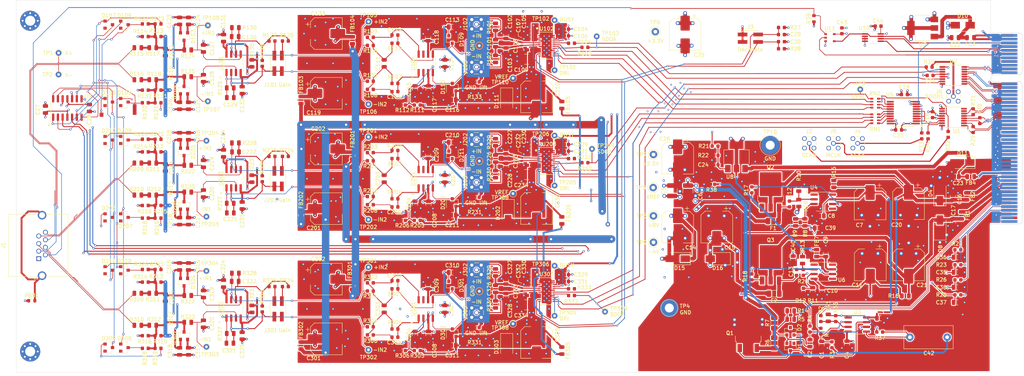
<source format=kicad_pcb>
(kicad_pcb (version 20171130) (host pcbnew "(5.1.9)-1")
  (layers (0 F.Cu signal) (1 In1.Cu power hide) (2 In2.Cu mixed) (31 B.Cu signal) (35 F.Paste user hide) (36 B.SilkS user) (37 F.SilkS user) (38 B.Mask user hide) (39 F.Mask user hide) (44 Edge.Cuts user))
  (net 0 "")
  (net 1 "Net-(C2-Pad2)")
  (net 2 VREF)
  (net 3 V+)
  (net 4 V-)
  (net 5 FILT_+10V)
  (net 6 FILT_-6V)
  (net 7 "Net-(C24-Pad1)")
  (net 8 OVDD)
  (net 9 VDD)
  (net 10 SEL0)
  (net 11 SEL1)
  (net 12 /input_channel/ADC/CHAN_VREF)
  (net 13 "Net-(C122-Pad2)")
  (net 14 PROBE_CONFIG)
  (net 15 BIST-+)
  (net 16 BIST-+_FB)
  (net 17 BIST++)
  (net 18 BIST++_FB)
  (net 19 BIST+-_FB)
  (net 20 BIST+-)
  (net 21 BIST--_FB)
  (net 22 BIST--)
  (net 23 RAW_+5VDIG)
  (net 24 RAW_+5VANA)
  (net 25 RAW_+10V)
  (net 26 RAW_-6V)
  (net 27 "Net-(J101-Pad1)")
  (net 28 "Net-(J101-Pad3)")
  (net 29 "Net-(Q1-Pad3)")
  (net 30 "Net-(Q2-Pad1)")
  (net 31 "Net-(Q3-Pad1)")
  (net 32 BIST++_IN)
  (net 33 BIST-+_IN)
  (net 34 BIST+-_IN)
  (net 35 BIST--_IN)
  (net 36 "Net-(R103-Pad2)")
  (net 37 /input_channel/SDOA)
  (net 38 /input_channel/SDOB)
  (net 39 "Net-(R104-Pad2)")
  (net 40 "Net-(RN1-Pad1)")
  (net 41 "Net-(RN1-Pad4)")
  (net 42 "Net-(RN1-Pad2)")
  (net 43 "Net-(RN1-Pad3)")
  (net 44 /input_channel/MCLK)
  (net 45 /input_channel/SCKA)
  (net 46 SYNC)
  (net 47 "Net-(RN2-Pad2)")
  (net 48 "Net-(RN2-Pad1)")
  (net 49 MCLK-)
  (net 50 MCLK+)
  (net 51 SCKA+)
  (net 52 SCKA-)
  (net 53 SCKB-)
  (net 54 SCKB+)
  (net 55 /input_channel/SCKB)
  (net 56 SDOA3-)
  (net 57 SDOA3+)
  (net 58 SDOA2+)
  (net 59 SDOA2-)
  (net 60 SDOB1-)
  (net 61 SDOB1+)
  (net 62 SDOA1+)
  (net 63 SDOA1-)
  (net 64 SYNC_IN)
  (net 65 GND)
  (net 66 VREF-)
  (net 67 VREF+)
  (net 68 "Net-(RN2-Pad4)")
  (net 69 /SCKB_RX)
  (net 70 /SCKA_RX)
  (net 71 /MCLK_RX)
  (net 72 /SCKB_JACK)
  (net 73 /SCKA_JACK)
  (net 74 /MCLK_JACK)
  (net 75 /SDOB1_JACK)
  (net 76 /input_channel/ADC/DRL)
  (net 77 /input_channel/ADC/BUSY)
  (net 78 /input_channel/ADC/J102_J103_GND)
  (net 79 CHAN1_V+)
  (net 80 CHAN1_V-)
  (net 81 /channel2/CHAN_V+)
  (net 82 /channel2/CHAN_V-)
  (net 83 /channel2/ADC/CHAN_VREF)
  (net 84 "Net-(C214-Pad2)")
  (net 85 /channel3/CHAN_V+)
  (net 86 /channel3/CHAN_V-)
  (net 87 /channel3/ADC/CHAN_VREF)
  (net 88 "Net-(C314-Pad2)")
  (net 89 "Net-(J201-Pad3)")
  (net 90 "Net-(J201-Pad1)")
  (net 91 /channel2/ADC/J102_J103_GND)
  (net 92 "Net-(J301-Pad3)")
  (net 93 "Net-(J301-Pad1)")
  (net 94 /channel3/ADC/J102_J103_GND)
  (net 95 "Net-(R232-Pad2)")
  (net 96 /channel2/SDOA)
  (net 97 "Net-(R233-Pad2)")
  (net 98 "Net-(R332-Pad2)")
  (net 99 /channel3/SDOA)
  (net 100 "Net-(R333-Pad2)")
  (net 101 /channel3/SCKA)
  (net 102 /channel3/MCLK)
  (net 103 /channel2/SCKA)
  (net 104 /channel2/MCLK)
  (net 105 /channel2/ADC/DRL)
  (net 106 /channel2/ADC/BUSY)
  (net 107 /channel3/ADC/DRL)
  (net 108 /channel3/ADC/BUSY)
  (net 109 /channel2/BIST-+_FB)
  (net 110 /channel2/BIST--_FB)
  (net 111 /channel2/BIST++_FB)
  (net 112 /channel2/BIST+-_FB)
  (net 113 /channel3/BIST-+_FB)
  (net 114 /channel3/BIST--_FB)
  (net 115 /channel3/BIST++_FB)
  (net 116 /channel3/BIST+-_FB)
  (net 117 /input_channel/in_filter/input+3)
  (net 118 /channel2/in_filter/input+3)
  (net 119 /channel3/in_filter/input+3)
  (net 120 /input_channel/in_filter/input-3)
  (net 121 /channel2/in_filter/input-3)
  (net 122 /channel3/in_filter/input-3)
  (net 123 /input_channel/in_filter/input+2)
  (net 124 /input_channel/in_filter/input-2)
  (net 125 /channel2/in_filter/input+2)
  (net 126 /channel2/in_filter/input-2)
  (net 127 /channel3/in_filter/input+2)
  (net 128 /channel3/in_filter/input-2)
  (net 129 /power/U6V+)
  (net 130 /power/U4-)
  (net 131 /power/Q2E)
  (net 132 /power/Q3E)
  (net 133 /power/U6-)
  (net 134 /power/U7IN)
  (net 135 /power/U8IN)
  (net 136 /power/U4+)
  (net 137 /power/U6+)
  (net 138 /power/U4OUT)
  (net 139 /power/U6OUT)
  (net 140 /input_channel/in_amp/Ux01A-)
  (net 141 /input_channel/in_amp/Ux01B-)
  (net 142 /channel2/in_amp/Ux01A-)
  (net 143 /channel2/in_amp/Ux01B-)
  (net 144 /channel3/in_amp/Ux01A-)
  (net 145 /channel3/in_amp/Ux01B-)
  (net 146 /input_channel/antialias_driver/FILTER+)
  (net 147 /input_channel/antialias_driver/FILTER-)
  (net 148 /input_channel/antialias_driver/Ux04VIN-)
  (net 149 /input_channel/antialias_driver/Ux04VIN+)
  (net 150 /channel2/antialias_driver/FILTER+)
  (net 151 /channel2/antialias_driver/FILTER-)
  (net 152 /channel2/antialias_driver/Ux04VIN-)
  (net 153 /channel2/antialias_driver/Ux04VIN+)
  (net 154 /channel3/antialias_driver/FILTER+)
  (net 155 /channel3/antialias_driver/FILTER-)
  (net 156 /channel3/antialias_driver/Ux04VIN-)
  (net 157 /channel3/antialias_driver/Ux04VIN+)
  (net 158 /input_channel/antialias_driver/VOCM)
  (net 159 /channel2/antialias_driver/VOCM)
  (net 160 /channel3/antialias_driver/VOCM)
  (net 161 /input_channel/ADC/ADC_IN-)
  (net 162 /input_channel/ADC/ADC_IN+)
  (net 163 /channel2/ADC/ADC_IN-)
  (net 164 /channel2/ADC/ADC_IN+)
  (net 165 /channel3/ADC/ADC_IN-)
  (net 166 /channel3/ADC/ADC_IN+)
  (net 167 /bist_buffer/U9A+)
  (net 168 /bist_buffer/U9C+)
  (net 169 /bist_buffer/U9B+)
  (net 170 /bist_buffer/U9D+)
  (net 171 /input_channel/ADC/-IN_ADC)
  (net 172 /input_channel/ADC/+IN_ADC)
  (net 173 /input_channel/in_amp/+IN1)
  (net 174 /input_channel/in_amp/-IN1)
  (net 175 /input_channel/antialias_driver/-IN2)
  (net 176 /input_channel/antialias_driver/+IN2)
  (net 177 /channel2/ADC/-IN_ADC)
  (net 178 /channel2/ADC/+IN_ADC)
  (net 179 /channel2/in_amp/+IN1)
  (net 180 /channel2/in_amp/-IN1)
  (net 181 /channel2/antialias_driver/-IN2)
  (net 182 /channel2/antialias_driver/+IN2)
  (net 183 /channel3/ADC/-IN_ADC)
  (net 184 /channel3/ADC/+IN_ADC)
  (net 185 /channel3/in_amp/+IN1)
  (net 186 /channel3/in_amp/-IN1)
  (net 187 /channel3/antialias_driver/-IN2)
  (net 188 /channel3/antialias_driver/+IN2)
  (net 189 /reference_buffer/U3A+)
  (net 190 /reference_buffer/U3B-)
  (net 191 LPF_+10V)
  (net 192 LPF_-6V)
  (net 193 /reference_buffer/U3AOUT)
  (net 194 /reference_buffer/U3A-)
  (net 195 /reference_buffer/U3B+)
  (net 196 /reference_buffer/U3BOUT)
  (net 197 /reference_buffer/VREF_GROUND_SENSE)
  (net 198 /board_connecctor/PROBE_CONFIG_BUS)
  (net 199 /board_connecctor/SCL)
  (net 200 /board_connecctor/~CARDSEL)
  (net 201 /board_connecctor/SDA)
  (net 202 /probe_connector/SENSOR_SHIELD)
  (net 203 /X-)
  (net 204 /Z-)
  (net 205 /Y-)
  (net 206 /Z+)
  (net 207 /X+)
  (net 208 /Y+)
  (net 209 "Net-(D2-Pad3)")
  (net 210 "Net-(P1-PadA49)")
  (net 211 "Net-(P1-PadA48)")
  (net 212 SDI)
  (net 213 "Net-(P1-PadB8)")
  (net 214 "Net-(P1-PadB7)")
  (net 215 "Net-(P1-PadB25)")
  (net 216 "Net-(P1-PadB27)")
  (net 217 "Net-(P1-PadA25)")
  (net 218 "Net-(P1-PadA27)")
  (net 219 "Net-(P1-PadB48)")
  (net 220 "Net-(P1-PadB49)")
  (net 221 /channel2/SDOB)
  (net 222 /channel3/SDOB)
  (net 223 "Net-(U1-Pad10)")
  (net 224 "Net-(U1-Pad8)")
  (net 225 "Net-(U1-Pad7)")
  (net 226 "Net-(U5-Pad11)")
  (module TestPoint:TestPoint_Keystone_5000-5004_Miniature (layer F.Cu) (at 185.6 100.4)
    (fp_text reference TP5 (at -3.3 0) (layer F.SilkS) (effects (font (thickness 0.18))))
    (fp_text value VREF (at 0 2.5) (layer F.SilkS) (effects (font (thickness 0.18))))
    (pad 1 thru_hole circle (at 0 0) (size 2 2) (drill 1) (layers *.Cu *.Mask) (net 2 VREF))
  )
  (module TestPoint:TestPoint_Keystone_5000-5004_Miniature (layer F.Cu) (at 185.68 115.1)
    (fp_text reference TP9 (at -3.18 0.1) (layer F.SilkS) (effects (font (thickness 0.18))))
    (fp_text value -4V (at 0 2.5) (layer F.SilkS) (effects (font (thickness 0.18))))
    (pad 1 thru_hole circle (at 0 0) (size 2 2) (drill 1) (layers *.Cu *.Mask) (net 4 V-))
  )
  (module TestPoint:TestPoint_Keystone_5000-5004_Miniature (layer F.Cu) (at 185.68 108)
    (fp_text reference TP8 (at -3.18 0) (layer F.SilkS) (effects (font (thickness 0.18))))
    (fp_text value +8V (at 0 2.5) (layer F.SilkS) (effects (font (thickness 0.18))))
    (pad 1 thru_hole circle (at 0 0) (size 2 2) (drill 1) (layers *.Cu *.Mask) (net 3 V+))
  )
  (module TestPoint:TestPoint_Keystone_5000-5004_Miniature (layer F.Cu) (at 185.68 91.5)
    (fp_text reference TP7 (at -3.18 0) (layer F.SilkS) (effects (font (thickness 0.18))))
    (fp_text value +2.5V (at -0.78 2.5) (layer F.SilkS) (effects (font (thickness 0.18))))
    (pad 1 thru_hole circle (at 0 0) (size 2 2) (drill 1) (layers *.Cu *.Mask) (net 9 VDD))
  )
  (module TestPoint:TestPoint_Keystone_5000-5004_Miniature (layer F.Cu) (at 186.18 58.5)
    (fp_text reference TP6 (at 0 -2.5) (layer F.SilkS) (effects (font (thickness 0.18))))
    (fp_text value +3.3V (at 0 2.5) (layer F.SilkS) (effects (font (thickness 0.18))))
    (pad 1 thru_hole circle (at 0 0) (size 2 2) (drill 1) (layers *.Cu *.Mask) (net 8 OVDD))
  )
  (module input:TestPoint_THTPad_D5.0mm_Drill2.41mm (layer F.Cu) (at 217 89)
    (fp_text reference TP10 (at 0 -3.6) (layer F.SilkS) (effects (font (thickness 0.18))))
    (fp_text value GND (at 0 3.6) (layer F.SilkS) (effects (font (thickness 0.18))))
    (pad 1 thru_hole circle (at 0 0) (size 5 5) (drill 2.41) (layers *.Cu *.Mask) (net 65 GND))
  )
  (module TestPoint:TestPoint_THTPad_D1.5mm_Drill0.7mm (layer F.Cu) (at 26 70)
    (fp_text reference TP2 (at -3 0) (layer F.SilkS) (effects (font (thickness 0.18))))
    (fp_text value X- (at 2.8 0.2) (layer F.SilkS) (effects (font (thickness 0.18))))
    (pad 1 thru_hole circle (at 0 0) (size 1.5 1.5) (drill 0.7) (layers *.Cu *.Mask) (net 203 /X-))
  )
  (module TestPoint:TestPoint_THTPad_D1.5mm_Drill0.7mm (layer F.Cu) (at 26 64.2)
    (fp_text reference TP1 (at -2.8 0) (layer F.SilkS) (effects (font (thickness 0.18))))
    (fp_text value X+ (at 2.8 0) (layer F.SilkS) (effects (font (thickness 0.18))))
    (pad 1 thru_hole circle (at 0 0) (size 1.5 1.5) (drill 0.7) (layers *.Cu *.Mask) (net 207 /X+))
  )
  (module input:RJ45_Amphenol_RJHSE5380 (layer F.Cu) (at 20.68 119.5 90)
    (fp_text reference J1 (at 3.56 -9.5 90) (layer F.SilkS) (effects (font (thickness 0.18))))
    (fp_text value Sensor)
    (pad SH thru_hole circle (at -4.57 0.89 90) (size 2.3 2.3) (drill 1.57) (layers *.Cu *.Mask) (net 202 /probe_connector/SENSOR_SHIELD))
    (pad SH thru_hole circle (at 11.69 0.89 90) (size 2.3 2.3) (drill 1.57) (layers *.Cu *.Mask) (net 202 /probe_connector/SENSOR_SHIELD))
    (pad "" np_thru_hole circle (at 9.91 -2.54 90) (size 3.25 3.25) (drill 3.25) (layers *.Cu *.Mask))
    (pad "" np_thru_hole circle (at -2.79 -2.54 90) (size 3.25 3.25) (drill 3.25) (layers *.Cu *.Mask))
    (pad 8 thru_hole circle (at 7.112 1.78 90) (size 1.3 1.3) (drill 0.89) (layers *.Cu *.Mask) (net 208 /Y+))
    (pad 6 thru_hole circle (at 5.08 1.78 90) (size 1.3 1.3) (drill 0.89) (layers *.Cu *.Mask) (net 207 /X+))
    (pad 4 thru_hole circle (at 3.048 1.78 90) (size 1.3 1.3) (drill 0.89) (layers *.Cu *.Mask) (net 206 /Z+))
    (pad 2 thru_hole circle (at 1.016 1.78 90) (size 1.3 1.3) (drill 0.89) (layers *.Cu *.Mask) (net 14 PROBE_CONFIG))
    (pad 7 thru_hole circle (at 6.096 0 90) (size 1.3 1.3) (drill 0.89) (layers *.Cu *.Mask) (net 205 /Y-))
    (pad 5 thru_hole circle (at 4.064 0 90) (size 1.3 1.3) (drill 0.89) (layers *.Cu *.Mask) (net 204 /Z-))
    (pad 3 thru_hole circle (at 2.032 0 90) (size 1.3 1.3) (drill 0.89) (layers *.Cu *.Mask) (net 203 /X-))
    (pad 1 thru_hole rect (at 0 0 90) (size 1.3 1.3) (drill 0.89) (layers *.Cu *.Mask) (net 65 GND))
  )
  (module Resistor_SMD:R_0603_1608Metric (layer F.Cu) (at 18.8 130.8)
    (fp_text reference R601 (at 0 -1.43) (layer F.SilkS) (effects (font (thickness 0.18))))
    (fp_text value "GND lift")
    (pad 2 smd roundrect (at 0.825 0) (size 0.8 0.95) (layers F.Cu F.Paste F.Mask) (net 202 /probe_connector/SENSOR_SHIELD))
    (pad 1 smd roundrect (at -0.825 0) (size 0.8 0.95) (layers F.Cu F.Paste F.Mask) (net 65 GND))
  )
  (module Package_SO:TSOP-5_1.65x3.05mm_P0.95mm (layer F.Cu) (at 233.04 60.1)
    (fp_text reference U11 (at 0 -2.45) (layer F.SilkS) (effects (font (thickness 0.18))))
    (fp_text value 74LVC1G384)
    (pad 1 smd rect (at -1.16 -0.95) (size 0.7 0.51) (layers F.Cu F.Paste F.Mask) (net 14 PROBE_CONFIG))
    (pad 2 smd rect (at -1.16 0) (size 0.7 0.51) (layers F.Cu F.Paste F.Mask) (net 198 /board_connecctor/PROBE_CONFIG_BUS))
    (pad 3 smd rect (at -1.16 0.95) (size 0.7 0.51) (layers F.Cu F.Paste F.Mask) (net 65 GND))
    (pad 4 smd rect (at 1.16 0.95) (size 0.7 0.51) (layers F.Cu F.Paste F.Mask) (net 200 /board_connecctor/~CARDSEL))
    (pad 5 smd rect (at 1.16 -0.95) (size 0.7 0.51) (layers F.Cu F.Paste F.Mask) (net 8 OVDD))
  )
  (module Package_SO:MSOP-8_3x3mm_P0.65mm (layer F.Cu) (at 244.55 60.07)
    (fp_text reference U10 (at -2.3 -2.57) (layer F.SilkS) (effects (font (thickness 0.18))))
    (fp_text value 24LC256)
    (pad 1 smd roundrect (at -2.1125 -0.975) (size 1.625 0.4) (layers F.Cu F.Paste F.Mask) (net 200 /board_connecctor/~CARDSEL))
    (pad 2 smd roundrect (at -2.1125 -0.325) (size 1.625 0.4) (layers F.Cu F.Paste F.Mask) (net 65 GND))
    (pad 3 smd roundrect (at -2.1125 0.325) (size 1.625 0.4) (layers F.Cu F.Paste F.Mask) (net 65 GND))
    (pad 4 smd roundrect (at -2.1125 0.975) (size 1.625 0.4) (layers F.Cu F.Paste F.Mask) (net 65 GND))
    (pad 5 smd roundrect (at 2.1125 0.975) (size 1.625 0.4) (layers F.Cu F.Paste F.Mask) (net 201 /board_connecctor/SDA))
    (pad 6 smd roundrect (at 2.1125 0.325) (size 1.625 0.4) (layers F.Cu F.Paste F.Mask) (net 199 /board_connecctor/SCL))
    (pad 7 smd roundrect (at 2.1125 -0.325) (size 1.625 0.4) (layers F.Cu F.Paste F.Mask) (net 200 /board_connecctor/~CARDSEL))
    (pad 8 smd roundrect (at 2.1125 -0.975) (size 1.625 0.4) (layers F.Cu F.Paste F.Mask) (net 8 OVDD))
  )
  (module Resistor_SMD:R_0603_1608Metric (layer F.Cu) (at 228.75 55 90)
    (fp_text reference R39 (at 0 -1.43 90) (layer F.SilkS) (effects (font (thickness 0.18))))
    (fp_text value 200K)
    (pad 1 smd roundrect (at -0.825 0 90) (size 0.8 0.95) (layers F.Cu F.Paste F.Mask) (net 65 GND))
    (pad 2 smd roundrect (at 0.825 0 90) (size 0.8 0.95) (layers F.Cu F.Paste F.Mask) (net 14 PROBE_CONFIG))
  )
  (module Capacitor_SMD:C_0603_1608Metric (layer F.Cu) (at 245.975 57)
    (fp_text reference C44 (at 0 -1.43) (layer F.SilkS) (effects (font (thickness 0.18))))
    (fp_text value 100nF)
    (pad 1 smd roundrect (at -0.775 0) (size 0.9 0.95) (layers F.Cu F.Paste F.Mask) (net 65 GND))
    (pad 2 smd roundrect (at 0.775 0) (size 0.9 0.95) (layers F.Cu F.Paste F.Mask) (net 8 OVDD))
  )
  (module Capacitor_SMD:C_0603_1608Metric (layer F.Cu) (at 236.25 58.25 270)
    (fp_text reference C43 (at -2.25 0 180) (layer F.SilkS) (effects (font (thickness 0.18))))
    (fp_text value 100nF)
    (pad 1 smd roundrect (at -0.775 0 270) (size 0.9 0.95) (layers F.Cu F.Paste F.Mask) (net 65 GND))
    (pad 2 smd roundrect (at 0.775 0 270) (size 0.9 0.95) (layers F.Cu F.Paste F.Mask) (net 8 OVDD))
  )
  (module Resistor_SMD:R_0603_1608Metric (layer F.Cu) (at 201.25 99.5)
    (fp_text reference R38 (at 0 1.5) (layer F.SilkS) (effects (font (thickness 0.18))))
    (fp_text value 0)
    (pad 2 smd roundrect (at 0.825 0) (size 0.8 0.95) (layers F.Cu F.Paste F.Mask) (net 197 /reference_buffer/VREF_GROUND_SENSE))
    (pad 1 smd roundrect (at -0.825 0) (size 0.8 0.95) (layers F.Cu F.Paste F.Mask) (net 65 GND))
  )
  (module Resistor_SMD:R_0805_2012Metric (layer F.Cu) (at 222.5 133.5)
    (fp_text reference R14 (at 3.3 0) (layer F.SilkS) (effects (font (thickness 0.18))))
    (fp_text value 499)
    (pad 2 smd roundrect (at 0.9375 0) (size 0.975 1.4) (layers F.Cu F.Paste F.Mask) (net 5 FILT_+10V))
    (pad 1 smd roundrect (at -0.9375 0) (size 0.975 1.4) (layers F.Cu F.Paste F.Mask) (net 1 "Net-(C2-Pad2)"))
  )
  (module Resistor_SMD:R_0805_2012Metric (layer F.Cu) (at 222.5 135.8)
    (fp_text reference R5 (at 2.8 0) (layer F.SilkS) (effects (font (thickness 0.18))))
    (fp_text value 499)
    (pad 2 smd roundrect (at 0.9375 0) (size 0.975 1.4) (layers F.Cu F.Paste F.Mask) (net 5 FILT_+10V))
    (pad 1 smd roundrect (at -0.9375 0) (size 0.975 1.4) (layers F.Cu F.Paste F.Mask) (net 1 "Net-(C2-Pad2)"))
  )
  (module Package_SO:SOIC-8_3.9x4.9mm_P1.27mm (layer F.Cu) (at 72.9775 132.99 90)
    (fp_text reference U302 (at 0 -3.4 90) (layer F.SilkS) (effects (font (thickness 0.18))))
    (fp_text value AD8599)
    (pad 8 smd roundrect (at 2.475 -1.905 90) (size 1.95 0.6) (layers F.Cu F.Paste F.Mask) (net 85 /channel3/CHAN_V+))
    (pad 7 smd roundrect (at 2.475 -0.635 90) (size 1.95 0.6) (layers F.Cu F.Paste F.Mask) (net 188 /channel3/antialias_driver/+IN2))
    (pad 6 smd roundrect (at 2.475 0.635 90) (size 1.95 0.6) (layers F.Cu F.Paste F.Mask) (net 145 /channel3/in_amp/Ux01B-))
    (pad 5 smd roundrect (at 2.475 1.905 90) (size 1.95 0.6) (layers F.Cu F.Paste F.Mask) (net 185 /channel3/in_amp/+IN1))
    (pad 4 smd roundrect (at -2.475 1.905 90) (size 1.95 0.6) (layers F.Cu F.Paste F.Mask) (net 86 /channel3/CHAN_V-))
    (pad 3 smd roundrect (at -2.475 0.635 90) (size 1.95 0.6) (layers F.Cu F.Paste F.Mask) (net 186 /channel3/in_amp/-IN1))
    (pad 2 smd roundrect (at -2.475 -0.635 90) (size 1.95 0.6) (layers F.Cu F.Paste F.Mask) (net 144 /channel3/in_amp/Ux01A-))
    (pad 1 smd roundrect (at -2.475 -1.905 90) (size 1.95 0.6) (layers F.Cu F.Paste F.Mask) (net 187 /channel3/antialias_driver/-IN2))
  )
  (module Package_SO:SOIC-8_3.9x4.9mm_P1.27mm (layer F.Cu) (at 124.555 133.01 90)
    (fp_text reference U301 (at 0 -3.4 90) (layer F.SilkS) (effects (font (thickness 0.18))))
    (fp_text value THS4131)
    (pad 8 smd roundrect (at 2.475 -1.905 90) (size 1.95 0.6) (layers F.Cu F.Paste F.Mask) (net 157 /channel3/antialias_driver/Ux04VIN+))
    (pad 7 smd roundrect (at 2.475 -0.635 90) (size 1.95 0.6) (layers F.Cu F.Paste F.Mask))
    (pad 6 smd roundrect (at 2.475 0.635 90) (size 1.95 0.6) (layers F.Cu F.Paste F.Mask) (net 86 /channel3/CHAN_V-))
    (pad 5 smd roundrect (at 2.475 1.905 90) (size 1.95 0.6) (layers F.Cu F.Paste F.Mask) (net 183 /channel3/ADC/-IN_ADC))
    (pad 4 smd roundrect (at -2.475 1.905 90) (size 1.95 0.6) (layers F.Cu F.Paste F.Mask) (net 184 /channel3/ADC/+IN_ADC))
    (pad 3 smd roundrect (at -2.475 0.635 90) (size 1.95 0.6) (layers F.Cu F.Paste F.Mask) (net 85 /channel3/CHAN_V+))
    (pad 2 smd roundrect (at -2.475 -0.635 90) (size 1.95 0.6) (layers F.Cu F.Paste F.Mask) (net 160 /channel3/antialias_driver/VOCM))
    (pad 1 smd roundrect (at -2.475 -1.905 90) (size 1.95 0.6) (layers F.Cu F.Paste F.Mask) (net 156 /channel3/antialias_driver/Ux04VIN-))
  )
  (module Package_SO:SOIC-8_3.9x4.9mm_P1.27mm (layer F.Cu) (at 72.9775 97.99 90)
    (fp_text reference U202 (at 0 -3.4 90) (layer F.SilkS) (effects (font (thickness 0.18))))
    (fp_text value AD8599)
    (pad 8 smd roundrect (at 2.475 -1.905 90) (size 1.95 0.6) (layers F.Cu F.Paste F.Mask) (net 81 /channel2/CHAN_V+))
    (pad 7 smd roundrect (at 2.475 -0.635 90) (size 1.95 0.6) (layers F.Cu F.Paste F.Mask) (net 182 /channel2/antialias_driver/+IN2))
    (pad 6 smd roundrect (at 2.475 0.635 90) (size 1.95 0.6) (layers F.Cu F.Paste F.Mask) (net 143 /channel2/in_amp/Ux01B-))
    (pad 5 smd roundrect (at 2.475 1.905 90) (size 1.95 0.6) (layers F.Cu F.Paste F.Mask) (net 179 /channel2/in_amp/+IN1))
    (pad 4 smd roundrect (at -2.475 1.905 90) (size 1.95 0.6) (layers F.Cu F.Paste F.Mask) (net 82 /channel2/CHAN_V-))
    (pad 3 smd roundrect (at -2.475 0.635 90) (size 1.95 0.6) (layers F.Cu F.Paste F.Mask) (net 180 /channel2/in_amp/-IN1))
    (pad 2 smd roundrect (at -2.475 -0.635 90) (size 1.95 0.6) (layers F.Cu F.Paste F.Mask) (net 142 /channel2/in_amp/Ux01A-))
    (pad 1 smd roundrect (at -2.475 -1.905 90) (size 1.95 0.6) (layers F.Cu F.Paste F.Mask) (net 181 /channel2/antialias_driver/-IN2))
  )
  (module Package_SO:SOIC-8_3.9x4.9mm_P1.27mm (layer F.Cu) (at 124.555 98.01 90)
    (fp_text reference U201 (at 0 -3.4 90) (layer F.SilkS) (effects (font (thickness 0.18))))
    (fp_text value THS4131)
    (pad 8 smd roundrect (at 2.475 -1.905 90) (size 1.95 0.6) (layers F.Cu F.Paste F.Mask) (net 153 /channel2/antialias_driver/Ux04VIN+))
    (pad 7 smd roundrect (at 2.475 -0.635 90) (size 1.95 0.6) (layers F.Cu F.Paste F.Mask))
    (pad 6 smd roundrect (at 2.475 0.635 90) (size 1.95 0.6) (layers F.Cu F.Paste F.Mask) (net 82 /channel2/CHAN_V-))
    (pad 5 smd roundrect (at 2.475 1.905 90) (size 1.95 0.6) (layers F.Cu F.Paste F.Mask) (net 177 /channel2/ADC/-IN_ADC))
    (pad 4 smd roundrect (at -2.475 1.905 90) (size 1.95 0.6) (layers F.Cu F.Paste F.Mask) (net 178 /channel2/ADC/+IN_ADC))
    (pad 3 smd roundrect (at -2.475 0.635 90) (size 1.95 0.6) (layers F.Cu F.Paste F.Mask) (net 81 /channel2/CHAN_V+))
    (pad 2 smd roundrect (at -2.475 -0.635 90) (size 1.95 0.6) (layers F.Cu F.Paste F.Mask) (net 159 /channel2/antialias_driver/VOCM))
    (pad 1 smd roundrect (at -2.475 -1.905 90) (size 1.95 0.6) (layers F.Cu F.Paste F.Mask) (net 152 /channel2/antialias_driver/Ux04VIN-))
  )
  (module Package_SO:SOIC-8_3.9x4.9mm_P1.27mm (layer F.Cu) (at 124.555 67.01 90)
    (fp_text reference U104 (at 0 -3.4 90) (layer F.SilkS) (effects (font (thickness 0.18))))
    (fp_text value THS4131)
    (pad 8 smd roundrect (at 2.475 -1.905 90) (size 1.95 0.6) (layers F.Cu F.Paste F.Mask) (net 149 /input_channel/antialias_driver/Ux04VIN+))
    (pad 7 smd roundrect (at 2.475 -0.635 90) (size 1.95 0.6) (layers F.Cu F.Paste F.Mask))
    (pad 6 smd roundrect (at 2.475 0.635 90) (size 1.95 0.6) (layers F.Cu F.Paste F.Mask) (net 80 CHAN1_V-))
    (pad 5 smd roundrect (at 2.475 1.905 90) (size 1.95 0.6) (layers F.Cu F.Paste F.Mask) (net 171 /input_channel/ADC/-IN_ADC))
    (pad 4 smd roundrect (at -2.475 1.905 90) (size 1.95 0.6) (layers F.Cu F.Paste F.Mask) (net 172 /input_channel/ADC/+IN_ADC))
    (pad 3 smd roundrect (at -2.475 0.635 90) (size 1.95 0.6) (layers F.Cu F.Paste F.Mask) (net 79 CHAN1_V+))
    (pad 2 smd roundrect (at -2.475 -0.635 90) (size 1.95 0.6) (layers F.Cu F.Paste F.Mask) (net 158 /input_channel/antialias_driver/VOCM))
    (pad 1 smd roundrect (at -2.475 -1.905 90) (size 1.95 0.6) (layers F.Cu F.Paste F.Mask) (net 148 /input_channel/antialias_driver/Ux04VIN-))
  )
  (module Package_SO:SOIC-8_3.9x4.9mm_P1.27mm (layer F.Cu) (at 72.9775 66.99 90)
    (fp_text reference U101 (at 0 -3.4 90) (layer F.SilkS) (effects (font (thickness 0.18))))
    (fp_text value AD8599)
    (pad 8 smd roundrect (at 2.475 -1.905 90) (size 1.95 0.6) (layers F.Cu F.Paste F.Mask) (net 79 CHAN1_V+))
    (pad 7 smd roundrect (at 2.475 -0.635 90) (size 1.95 0.6) (layers F.Cu F.Paste F.Mask) (net 176 /input_channel/antialias_driver/+IN2))
    (pad 6 smd roundrect (at 2.475 0.635 90) (size 1.95 0.6) (layers F.Cu F.Paste F.Mask) (net 141 /input_channel/in_amp/Ux01B-))
    (pad 5 smd roundrect (at 2.475 1.905 90) (size 1.95 0.6) (layers F.Cu F.Paste F.Mask) (net 173 /input_channel/in_amp/+IN1))
    (pad 4 smd roundrect (at -2.475 1.905 90) (size 1.95 0.6) (layers F.Cu F.Paste F.Mask) (net 80 CHAN1_V-))
    (pad 3 smd roundrect (at -2.475 0.635 90) (size 1.95 0.6) (layers F.Cu F.Paste F.Mask) (net 174 /input_channel/in_amp/-IN1))
    (pad 2 smd roundrect (at -2.475 -0.635 90) (size 1.95 0.6) (layers F.Cu F.Paste F.Mask) (net 140 /input_channel/in_amp/Ux01A-))
    (pad 1 smd roundrect (at -2.475 -1.905 90) (size 1.95 0.6) (layers F.Cu F.Paste F.Mask) (net 175 /input_channel/antialias_driver/-IN2))
  )
  (module Package_SO:SOIC-8_3.9x4.9mm_P1.27mm (layer F.Cu) (at 240.4 137.2)
    (fp_text reference U3 (at 0 -3.4) (layer F.SilkS) (effects (font (thickness 0.18))))
    (fp_text value OPA2210)
    (pad 8 smd roundrect (at 2.475 -1.905) (size 1.95 0.6) (layers F.Cu F.Paste F.Mask) (net 191 LPF_+10V))
    (pad 7 smd roundrect (at 2.475 -0.635) (size 1.95 0.6) (layers F.Cu F.Paste F.Mask) (net 196 /reference_buffer/U3BOUT))
    (pad 6 smd roundrect (at 2.475 0.635) (size 1.95 0.6) (layers F.Cu F.Paste F.Mask) (net 190 /reference_buffer/U3B-))
    (pad 5 smd roundrect (at 2.475 1.905) (size 1.95 0.6) (layers F.Cu F.Paste F.Mask) (net 195 /reference_buffer/U3B+))
    (pad 4 smd roundrect (at -2.475 1.905) (size 1.95 0.6) (layers F.Cu F.Paste F.Mask) (net 192 LPF_-6V))
    (pad 3 smd roundrect (at -2.475 0.635) (size 1.95 0.6) (layers F.Cu F.Paste F.Mask) (net 194 /reference_buffer/U3A-))
    (pad 2 smd roundrect (at -2.475 -0.635) (size 1.95 0.6) (layers F.Cu F.Paste F.Mask) (net 189 /reference_buffer/U3A+))
    (pad 1 smd roundrect (at -2.475 -1.905) (size 1.95 0.6) (layers F.Cu F.Paste F.Mask) (net 193 /reference_buffer/U3AOUT))
  )
  (module Resistor_SMD:R_0603_1608Metric (layer F.Cu) (at 246.4 139.2 180)
    (fp_text reference R37 (at -0.1 -1.6) (layer F.SilkS) (effects (font (thickness 0.18))))
    (fp_text value 3.3K)
    (pad 2 smd roundrect (at 0.7875 0 180) (size 0.875 0.95) (layers F.Cu F.Paste F.Mask) (net 193 /reference_buffer/U3AOUT))
    (pad 1 smd roundrect (at -0.7875 0 180) (size 0.875 0.95) (layers F.Cu F.Paste F.Mask) (net 195 /reference_buffer/U3B+))
  )
  (module Resistor_SMD:R_0603_1608Metric (layer F.Cu) (at 234.6 135.6 270)
    (fp_text reference R36 (at -3 0 90) (layer F.SilkS) (effects (font (thickness 0.18))))
    (fp_text value 2K)
    (pad 2 smd roundrect (at 0.7875 0 270) (size 0.875 0.95) (layers F.Cu F.Paste F.Mask) (net 194 /reference_buffer/U3A-))
    (pad 1 smd roundrect (at -0.7875 0 270) (size 0.875 0.95) (layers F.Cu F.Paste F.Mask) (net 193 /reference_buffer/U3AOUT))
  )
  (module input:BUS_PCIexpress_x8 (layer B.Cu) (at 281.18 59.5 270)
    (fp_text reference P1 (at 5 3.5 270) (layer B.SilkS) (effects (justify mirror)))
    (fp_text value my_pcie_8x)
    (fp_line (start 50.65 -2.95) (end 50.15 -3.45) (layer Edge.Cuts) (width 0.1))
    (fp_line (start 12.45 -2.95) (end 12.95 -3.45) (layer Edge.Cuts) (width 0.1))
    (fp_line (start 10.55 -2.95) (end 10.05 -3.45) (layer Edge.Cuts) (width 0.1))
    (fp_line (start -0.65 -2.95) (end -0.15 -3.45) (layer Edge.Cuts) (width 0.1))
    (fp_line (start 12.95 -3.45) (end 50.15 -3.45) (layer Edge.Cuts) (width 0.1))
    (fp_line (start 50.65 4.95) (end 50.65 -2.95) (layer Edge.Cuts) (width 0.1))
    (fp_line (start -0.15 -3.45) (end 10.05 -3.45) (layer Edge.Cuts) (width 0.1))
    (fp_line (start -0.65 4.95) (end -0.65 -2.95) (layer Edge.Cuts) (width 0.1))
    (fp_line (start 12.45 4) (end 12.45 -2.95) (layer Edge.Cuts) (width 0.1))
    (fp_line (start 10.55 4) (end 10.55 -2.95) (layer Edge.Cuts) (width 0.1))
    (fp_arc (start 11.5 4) (end 12.45 4) (angle 180) (layer Edge.Cuts) (width 0.1))
    (pad A49 connect rect (at 50 0 270) (size 0.7 4.3) (layers F.Cu F.Mask) (net 210 "Net-(P1-PadA49)"))
    (pad A48 connect rect (at 49 0 270) (size 0.7 4.3) (layers F.Cu F.Mask) (net 211 "Net-(P1-PadA48)"))
    (pad A47 connect rect (at 48 0 270) (size 0.7 4.3) (layers F.Cu F.Mask) (net 65 GND))
    (pad A46 connect rect (at 47 0 270) (size 0.7 4.3) (layers F.Cu F.Mask) (net 35 BIST--_IN))
    (pad A45 connect rect (at 46 0 270) (size 0.7 4.3) (layers F.Cu F.Mask) (net 33 BIST-+_IN))
    (pad A44 connect rect (at 45 0 270) (size 0.7 4.3) (layers F.Cu F.Mask) (net 65 GND))
    (pad A43 connect rect (at 44 0 270) (size 0.7 4.3) (layers F.Cu F.Mask) (net 66 VREF-))
    (pad A42 connect rect (at 43 0 270) (size 0.7 4.3) (layers F.Cu F.Mask) (net 67 VREF+))
    (pad A13 connect rect (at 14 0 270) (size 0.7 4.3) (layers F.Cu F.Mask) (net 65 GND))
    (pad A12 connect rect (at 13 0 270) (size 0.7 4.3) (layers F.Cu F.Mask) (net 65 GND))
    (pad A18 connect rect (at 19 0 270) (size 0.7 4.3) (layers F.Cu F.Mask) (net 54 SCKB+))
    (pad A17 connect rect (at 18 0 270) (size 0.7 4.3) (layers F.Cu F.Mask) (net 65 GND))
    (pad A16 connect rect (at 17 0 270) (size 0.7 4.3) (layers F.Cu F.Mask) (net 65 GND))
    (pad A15 connect rect (at 16 0 270) (size 0.7 4.3) (layers F.Cu F.Mask) (net 59 SDOA2-))
    (pad A14 connect rect (at 15 0 270) (size 0.7 4.3) (layers F.Cu F.Mask) (net 58 SDOA2+))
    (pad A11 connect rect (at 10 0 270) (size 0.7 4.3) (layers F.Cu F.Mask) (net 63 SDOA1-))
    (pad A10 connect rect (at 9 0 270) (size 0.7 4.3) (layers F.Cu F.Mask) (net 62 SDOA1+))
    (pad A9 connect rect (at 8 0 270) (size 0.7 4.3) (layers F.Cu F.Mask) (net 65 GND))
    (pad A8 connect rect (at 7 0 270) (size 0.7 4.3) (layers F.Cu F.Mask) (net 212 SDI))
    (pad A7 connect rect (at 6 0 270) (size 0.7 4.3) (layers F.Cu F.Mask) (net 198 /board_connecctor/PROBE_CONFIG_BUS))
    (pad A6 connect rect (at 5 0 270) (size 0.7 4.3) (layers F.Cu F.Mask) (net 65 GND))
    (pad A5 connect rect (at 4 0 270) (size 0.7 4.3) (layers F.Cu F.Mask) (net 199 /board_connecctor/SCL))
    (pad A4 connect rect (at 3 0 270) (size 0.7 4.3) (layers F.Cu F.Mask) (net 65 GND))
    (pad A3 connect rect (at 2 0 270) (size 0.7 4.3) (layers F.Cu F.Mask) (net 200 /board_connecctor/~CARDSEL))
    (pad A2 connect rect (at 1 0 270) (size 0.7 4.3) (layers F.Cu F.Mask) (net 23 RAW_+5VDIG))
    (pad A1 connect rect (at 0 0.55 270) (size 0.7 3.2) (layers F.Cu F.Mask) (net 23 RAW_+5VDIG))
    (pad B13 connect rect (at 14 0 270) (size 0.7 4.3) (layers B.Cu B.Mask) (net 60 SDOB1-))
    (pad B12 connect rect (at 13 0 270) (size 0.7 4.3) (layers B.Cu B.Mask) (net 61 SDOB1+))
    (pad B18 connect rect (at 19 0 270) (size 0.7 4.3) (layers B.Cu B.Mask) (net 65 GND))
    (pad B17 connect rect (at 18 0 270) (size 0.7 4.3) (layers B.Cu B.Mask) (net 56 SDOA3-))
    (pad B16 connect rect (at 17 0 270) (size 0.7 4.3) (layers B.Cu B.Mask) (net 57 SDOA3+))
    (pad B15 connect rect (at 16 0 270) (size 0.7 4.3) (layers B.Cu B.Mask) (net 65 GND))
    (pad B14 connect rect (at 15 0 270) (size 0.7 4.3) (layers B.Cu B.Mask) (net 65 GND))
    (pad B11 connect rect (at 10 0 270) (size 0.7 4.3) (layers B.Cu B.Mask) (net 65 GND))
    (pad B10 connect rect (at 9 0 270) (size 0.7 4.3) (layers B.Cu B.Mask) (net 65 GND))
    (pad B9 connect rect (at 8 0 270) (size 0.7 4.3) (layers B.Cu B.Mask) (net 65 GND))
    (pad B8 connect rect (at 7 0 270) (size 0.7 4.3) (layers B.Cu B.Mask) (net 213 "Net-(P1-PadB8)"))
    (pad B7 connect rect (at 6 0 270) (size 0.7 4.3) (layers B.Cu B.Mask) (net 214 "Net-(P1-PadB7)"))
    (pad B6 connect rect (at 5 0 270) (size 0.7 4.3) (layers B.Cu B.Mask) (net 65 GND))
    (pad B5 connect rect (at 4 0 270) (size 0.7 4.3) (layers B.Cu B.Mask) (net 201 /board_connecctor/SDA))
    (pad B4 connect rect (at 3 0 270) (size 0.7 4.3) (layers B.Cu B.Mask) (net 65 GND))
    (pad B3 connect rect (at 2 0 270) (size 0.7 4.3) (layers B.Cu B.Mask) (net 64 SYNC_IN))
    (pad B2 connect rect (at 1 0 270) (size 0.7 4.3) (layers B.Cu B.Mask) (net 65 GND))
    (pad B1 connect rect (at 0 0 270) (size 0.7 4.3) (layers B.Cu B.Mask) (net 65 GND))
    (pad B19 connect rect (at 20 0 270) (size 0.7 4.3) (layers B.Cu B.Mask) (net 65 GND))
    (pad B20 connect rect (at 21 0 270) (size 0.7 4.3) (layers B.Cu B.Mask) (net 51 SCKA+))
    (pad B21 connect rect (at 22 0 270) (size 0.7 4.3) (layers B.Cu B.Mask) (net 52 SCKA-))
    (pad B22 connect rect (at 23 0 270) (size 0.7 4.3) (layers B.Cu B.Mask) (net 65 GND))
    (pad B23 connect rect (at 24 0 270) (size 0.7 4.3) (layers B.Cu B.Mask) (net 65 GND))
    (pad B24 connect rect (at 25 0 270) (size 0.7 4.3) (layers B.Cu B.Mask) (net 65 GND))
    (pad B25 connect rect (at 26 0 270) (size 0.7 4.3) (layers B.Cu B.Mask) (net 215 "Net-(P1-PadB25)"))
    (pad B26 connect rect (at 27 0 270) (size 0.7 4.3) (layers B.Cu B.Mask) (net 65 GND))
    (pad B27 connect rect (at 28 0 270) (size 0.7 4.3) (layers B.Cu B.Mask) (net 216 "Net-(P1-PadB27)"))
    (pad B28 connect rect (at 29 0 270) (size 0.7 4.3) (layers B.Cu B.Mask) (net 65 GND))
    (pad B29 connect rect (at 30 0 270) (size 0.7 4.3) (layers B.Cu B.Mask) (net 65 GND))
    (pad B30 connect rect (at 31 0 270) (size 0.7 4.3) (layers B.Cu B.Mask) (net 65 GND))
    (pad B31 connect rect (at 32 0 270) (size 0.7 4.3) (layers B.Cu B.Mask) (net 65 GND))
    (pad B32 connect rect (at 33 0 270) (size 0.7 4.3) (layers B.Cu B.Mask) (net 65 GND))
    (pad A19 connect rect (at 20 0 270) (size 0.7 4.3) (layers F.Cu F.Mask) (net 53 SCKB-))
    (pad A20 connect rect (at 21 0 270) (size 0.7 4.3) (layers F.Cu F.Mask) (net 65 GND))
    (pad A21 connect rect (at 22 0 270) (size 0.7 4.3) (layers F.Cu F.Mask) (net 65 GND))
    (pad A22 connect rect (at 23 0 270) (size 0.7 4.3) (layers F.Cu F.Mask) (net 50 MCLK+))
    (pad A23 connect rect (at 24 0 270) (size 0.7 4.3) (layers F.Cu F.Mask) (net 49 MCLK-))
    (pad A24 connect rect (at 25 0 270) (size 0.7 4.3) (layers F.Cu F.Mask) (net 65 GND))
    (pad A25 connect rect (at 26 0 270) (size 0.7 4.3) (layers F.Cu F.Mask) (net 217 "Net-(P1-PadA25)"))
    (pad A26 connect rect (at 27 0 270) (size 0.7 4.3) (layers F.Cu F.Mask) (net 65 GND))
    (pad A27 connect rect (at 28 0 270) (size 0.7 4.3) (layers F.Cu F.Mask) (net 218 "Net-(P1-PadA27)"))
    (pad A28 connect rect (at 29 0 270) (size 0.7 4.3) (layers F.Cu F.Mask) (net 65 GND))
    (pad A29 connect rect (at 30 0 270) (size 0.7 4.3) (layers F.Cu F.Mask) (net 65 GND))
    (pad A30 connect rect (at 31 0 270) (size 0.7 4.3) (layers F.Cu F.Mask) (net 65 GND))
    (pad A31 connect rect (at 32 0 270) (size 0.7 4.3) (layers F.Cu F.Mask) (net 65 GND))
    (pad A32 connect rect (at 33 0 270) (size 0.7 4.3) (layers F.Cu F.Mask) (net 65 GND))
    (pad B33 connect rect (at 34 0 270) (size 0.7 4.3) (layers B.Cu B.Mask) (net 65 GND))
    (pad B34 connect rect (at 35 0 270) (size 0.7 4.3) (layers B.Cu B.Mask) (net 65 GND))
    (pad B35 connect rect (at 36 0 270) (size 0.7 4.3) (layers B.Cu B.Mask) (net 65 GND))
    (pad B36 connect rect (at 37 0 270) (size 0.7 4.3) (layers B.Cu B.Mask) (net 24 RAW_+5VANA))
    (pad B37 connect rect (at 38 0 270) (size 0.7 4.3) (layers B.Cu B.Mask) (net 25 RAW_+10V))
    (pad B38 connect rect (at 39 0 270) (size 0.7 4.3) (layers B.Cu B.Mask) (net 25 RAW_+10V))
    (pad B39 connect rect (at 40 0 270) (size 0.7 4.3) (layers B.Cu B.Mask) (net 26 RAW_-6V))
    (pad B40 connect rect (at 41 0 270) (size 0.7 4.3) (layers B.Cu B.Mask) (net 26 RAW_-6V))
    (pad B41 connect rect (at 42 0 270) (size 0.7 4.3) (layers B.Cu B.Mask) (net 65 GND))
    (pad B42 connect rect (at 43 0 270) (size 0.7 4.3) (layers B.Cu B.Mask) (net 65 GND))
    (pad B43 connect rect (at 44 0 270) (size 0.7 4.3) (layers B.Cu B.Mask) (net 65 GND))
    (pad B44 connect rect (at 45 0 270) (size 0.7 4.3) (layers B.Cu B.Mask) (net 65 GND))
    (pad B45 connect rect (at 46 0 270) (size 0.7 4.3) (layers B.Cu B.Mask) (net 32 BIST++_IN))
    (pad B46 connect rect (at 47 0 270) (size 0.7 4.3) (layers B.Cu B.Mask) (net 34 BIST+-_IN))
    (pad B47 connect rect (at 48 0 270) (size 0.7 4.3) (layers B.Cu B.Mask) (net 65 GND))
    (pad B48 connect rect (at 49 0.55 270) (size 0.7 3.2) (layers B.Cu B.Mask) (net 219 "Net-(P1-PadB48)"))
    (pad B49 connect rect (at 50 0 270) (size 0.7 4.3) (layers B.Cu B.Mask) (net 220 "Net-(P1-PadB49)"))
    (pad A33 connect rect (at 34 0 270) (size 0.7 4.3) (layers F.Cu F.Mask) (net 65 GND))
    (pad A34 connect rect (at 35 0 270) (size 0.7 4.3) (layers F.Cu F.Mask) (net 65 GND))
    (pad A35 connect rect (at 36 0 270) (size 0.7 4.3) (layers F.Cu F.Mask) (net 65 GND))
    (pad A36 connect rect (at 37 0 270) (size 0.7 4.3) (layers F.Cu F.Mask) (net 24 RAW_+5VANA))
    (pad A37 connect rect (at 38 0 270) (size 0.7 4.3) (layers F.Cu F.Mask) (net 25 RAW_+10V))
    (pad A38 connect rect (at 39 0 270) (size 0.7 4.3) (layers F.Cu F.Mask) (net 25 RAW_+10V))
    (pad A39 connect rect (at 40 0 270) (size 0.7 4.3) (layers F.Cu F.Mask) (net 26 RAW_-6V))
    (pad A40 connect rect (at 41 0 270) (size 0.7 4.3) (layers F.Cu F.Mask) (net 26 RAW_-6V))
    (pad A41 connect rect (at 42 0 270) (size 0.7 4.3) (layers F.Cu F.Mask) (net 65 GND))
  )
  (module Inductor_SMD:L_0805_2012Metric (layer F.Cu) (at 229.5 118 270)
    (fp_text reference FB7 (at -3.2 0 90) (layer F.SilkS) (effects (font (thickness 0.18))))
    (fp_text value "2K Ohm")
    (pad 2 smd roundrect (at 0.9375 0 270) (size 0.975 1.4) (layers F.Cu F.Paste F.Mask) (net 129 /power/U6V+))
    (pad 1 smd roundrect (at -0.9375 0 270) (size 0.975 1.4) (layers F.Cu F.Paste F.Mask) (net 9 VDD))
  )
  (module Inductor_SMD:L_0805_2012Metric (layer F.Cu) (at 270.82 97.44 180)
    (fp_text reference FB4 (at 0 -1.65) (layer F.SilkS) (effects (font (thickness 0.18))))
    (fp_text value "180 Ohm")
    (pad 2 smd roundrect (at 0.9375 0 180) (size 0.975 1.4) (layers F.Cu F.Paste F.Mask) (net 135 /power/U8IN))
    (pad 1 smd roundrect (at -0.9375 0 180) (size 0.975 1.4) (layers F.Cu F.Paste F.Mask) (net 24 RAW_+5VANA))
  )
  (module Inductor_SMD:L_0805_2012Metric (layer F.Cu) (at 270.7725 60.0875 180)
    (fp_text reference FB3 (at 0 -1.65) (layer F.SilkS) (effects (font (thickness 0.18))))
    (fp_text value "180 Ohm")
    (pad 2 smd roundrect (at 0.9375 0 180) (size 0.975 1.4) (layers F.Cu F.Paste F.Mask) (net 134 /power/U7IN))
    (pad 1 smd roundrect (at -0.9375 0 180) (size 0.975 1.4) (layers F.Cu F.Paste F.Mask) (net 23 RAW_+5VDIG))
  )
  (module Inductor_SMD:L_0805_2012Metric (layer F.Cu) (at 269.74 102.7375 270)
    (fp_text reference FB2 (at 0 -1.65 90) (layer F.SilkS) (effects (font (thickness 0.18))))
    (fp_text value "180 Ohm")
    (pad 2 smd roundrect (at 0.9375 0 270) (size 0.975 1.4) (layers F.Cu F.Paste F.Mask) (net 5 FILT_+10V))
    (pad 1 smd roundrect (at -0.9375 0 270) (size 0.975 1.4) (layers F.Cu F.Paste F.Mask) (net 25 RAW_+10V))
  )
  (module Inductor_SMD:L_0805_2012Metric (layer F.Cu) (at 268.33 107.8625 270)
    (fp_text reference FB1 (at 0 -1.65 90) (layer F.SilkS) (effects (font (thickness 0.18))))
    (fp_text value "180 Ohm")
    (pad 2 smd roundrect (at 0.9375 0 270) (size 0.975 1.4) (layers F.Cu F.Paste F.Mask) (net 6 FILT_-6V))
    (pad 1 smd roundrect (at -0.9375 0 270) (size 0.975 1.4) (layers F.Cu F.Paste F.Mask) (net 26 RAW_-6V))
  )
  (module Capacitor_SMD:C_0805_2012Metric (layer F.Cu) (at 73.4 125.6)
    (fp_text reference C322 (at 3.8 0) (layer F.SilkS) (effects (font (thickness 0.18))))
    (fp_text value 10nF)
    (pad 2 smd roundrect (at 0.9375 0) (size 0.975 1.4) (layers F.Cu F.Paste F.Mask) (net 145 /channel3/in_amp/Ux01B-))
    (pad 1 smd roundrect (at -0.9375 0) (size 0.975 1.4) (layers F.Cu F.Paste F.Mask) (net 188 /channel3/antialias_driver/+IN2))
  )
  (module Capacitor_SMD:C_0805_2012Metric (layer F.Cu) (at 72 142.2)
    (fp_text reference C321 (at -0.2 2 180) (layer F.SilkS) (effects (font (thickness 0.18))))
    (fp_text value 10nF)
    (pad 2 smd roundrect (at 0.9375 0) (size 0.975 1.4) (layers F.Cu F.Paste F.Mask) (net 144 /channel3/in_amp/Ux01A-))
    (pad 1 smd roundrect (at -0.9375 0) (size 0.975 1.4) (layers F.Cu F.Paste F.Mask) (net 187 /channel3/antialias_driver/-IN2))
  )
  (module Capacitor_SMD:C_0805_2012Metric (layer F.Cu) (at 113.4 133 90)
    (fp_text reference C303 (at 0 -1.65 90) (layer F.SilkS) (effects (font (thickness 0.18))))
    (fp_text value "10 nF")
    (pad 2 smd roundrect (at 0.9375 0 90) (size 0.975 1.4) (layers F.Cu F.Paste F.Mask) (net 154 /channel3/antialias_driver/FILTER+))
    (pad 1 smd roundrect (at -0.9375 0 90) (size 0.975 1.4) (layers F.Cu F.Paste F.Mask) (net 155 /channel3/antialias_driver/FILTER-))
  )
  (module Capacitor_SMD:C_0805_2012Metric (layer F.Cu) (at 73.5 90.8)
    (fp_text reference C222 (at 3.7 0) (layer F.SilkS) (effects (font (thickness 0.18))))
    (fp_text value 10nF)
    (pad 2 smd roundrect (at 0.9375 0) (size 0.975 1.4) (layers F.Cu F.Paste F.Mask) (net 143 /channel2/in_amp/Ux01B-))
    (pad 1 smd roundrect (at -0.9375 0) (size 0.975 1.4) (layers F.Cu F.Paste F.Mask) (net 182 /channel2/antialias_driver/+IN2))
  )
  (module Capacitor_SMD:C_0805_2012Metric (layer F.Cu) (at 72.1 107.2)
    (fp_text reference C221 (at 0 1.7) (layer F.SilkS) (effects (font (thickness 0.18))))
    (fp_text value 10nF)
    (pad 2 smd roundrect (at 0.9375 0) (size 0.975 1.4) (layers F.Cu F.Paste F.Mask) (net 142 /channel2/in_amp/Ux01A-))
    (pad 1 smd roundrect (at -0.9375 0) (size 0.975 1.4) (layers F.Cu F.Paste F.Mask) (net 181 /channel2/antialias_driver/-IN2))
  )
  (module Capacitor_SMD:C_0805_2012Metric (layer F.Cu) (at 113.4 98 90)
    (fp_text reference C203 (at 0 -1.65 90) (layer F.SilkS) (effects (font (thickness 0.18))))
    (fp_text value "10 nF")
    (pad 2 smd roundrect (at 0.9375 0 90) (size 0.975 1.4) (layers F.Cu F.Paste F.Mask) (net 150 /channel2/antialias_driver/FILTER+))
    (pad 1 smd roundrect (at -0.9375 0 90) (size 0.975 1.4) (layers F.Cu F.Paste F.Mask) (net 151 /channel2/antialias_driver/FILTER-))
  )
  (module Capacitor_SMD:C_0805_2012Metric (layer F.Cu) (at 73.4 59.8)
    (fp_text reference C130 (at 3.8 0.2) (layer F.SilkS) (effects (font (thickness 0.18))))
    (fp_text value 10nF)
    (pad 2 smd roundrect (at 0.9375 0) (size 0.975 1.4) (layers F.Cu F.Paste F.Mask) (net 141 /input_channel/in_amp/Ux01B-))
    (pad 1 smd roundrect (at -0.9375 0) (size 0.975 1.4) (layers F.Cu F.Paste F.Mask) (net 176 /input_channel/antialias_driver/+IN2))
  )
  (module Capacitor_SMD:C_0805_2012Metric (layer F.Cu) (at 72.1 76.2)
    (fp_text reference C129 (at 0 1.9) (layer F.SilkS) (effects (font (thickness 0.18))))
    (fp_text value 10nF)
    (pad 2 smd roundrect (at 0.9375 0) (size 0.975 1.4) (layers F.Cu F.Paste F.Mask) (net 140 /input_channel/in_amp/Ux01A-))
    (pad 1 smd roundrect (at -0.9375 0) (size 0.975 1.4) (layers F.Cu F.Paste F.Mask) (net 175 /input_channel/antialias_driver/-IN2))
  )
  (module Capacitor_SMD:C_0805_2012Metric (layer F.Cu) (at 113.4 67 90)
    (fp_text reference C111 (at 0 -1.65 90) (layer F.SilkS) (effects (font (thickness 0.18))))
    (fp_text value "10 nF")
    (pad 2 smd roundrect (at 0.9375 0 90) (size 0.975 1.4) (layers F.Cu F.Paste F.Mask) (net 146 /input_channel/antialias_driver/FILTER+))
    (pad 1 smd roundrect (at -0.9375 0 90) (size 0.975 1.4) (layers F.Cu F.Paste F.Mask) (net 147 /input_channel/antialias_driver/FILTER-))
  )
  (module Capacitor_THT:C_Rect_L13.0mm_W6.0mm_P10.00mm_FKS3_FKP3_MKS4 (layer F.Cu) (at 254.5 140.6)
    (fp_text reference C42 (at 5.1 4.3) (layer F.SilkS) (effects (font (thickness 0.18))))
    (fp_text value "3.3 uF")
    (pad 2 thru_hole circle (at 10 0) (size 2 2) (drill 1) (layers *.Cu *.Mask) (net 197 /reference_buffer/VREF_GROUND_SENSE))
    (pad 1 thru_hole circle (at 0 0) (size 2 2) (drill 1) (layers *.Cu *.Mask) (net 195 /reference_buffer/U3B+))
  )
  (module Capacitor_SMD:C_0805_2012Metric (layer F.Cu) (at 232.6 135.4 90)
    (fp_text reference C41 (at 3.2 0 90) (layer F.SilkS) (effects (font (thickness 0.18))))
    (fp_text value 10nF)
    (pad 2 smd roundrect (at 0.9375 0 90) (size 0.975 1.4) (layers F.Cu F.Paste F.Mask) (net 193 /reference_buffer/U3AOUT))
    (pad 1 smd roundrect (at -0.9375 0 90) (size 0.975 1.4) (layers F.Cu F.Paste F.Mask) (net 194 /reference_buffer/U3A-))
  )
  (module MountingHole:MountingHole_2.7mm_Pad_Via (layer F.Cu) (at 18.38 144.45)
    (fp_text reference REF**)
    (fp_text value MountingHole_2.7mm_Pad_Via)
    (pad 1 thru_hole circle (at 0 0) (size 5.4 5.4) (drill 2.7) (layers *.Cu *.Mask))
    (pad 1 thru_hole circle (at 2.025 0) (size 0.8 0.8) (drill 0.5) (layers *.Cu *.Mask))
    (pad 1 thru_hole circle (at 1.431891 1.431891) (size 0.8 0.8) (drill 0.5) (layers *.Cu *.Mask))
    (pad 1 thru_hole circle (at 0 2.025) (size 0.8 0.8) (drill 0.5) (layers *.Cu *.Mask))
    (pad 1 thru_hole circle (at -1.431891 1.431891) (size 0.8 0.8) (drill 0.5) (layers *.Cu *.Mask))
    (pad 1 thru_hole circle (at -2.025 0) (size 0.8 0.8) (drill 0.5) (layers *.Cu *.Mask))
    (pad 1 thru_hole circle (at -1.431891 -1.431891) (size 0.8 0.8) (drill 0.5) (layers *.Cu *.Mask))
    (pad 1 thru_hole circle (at 0 -2.025) (size 0.8 0.8) (drill 0.5) (layers *.Cu *.Mask))
    (pad 1 thru_hole circle (at 1.431891 -1.431891) (size 0.8 0.8) (drill 0.5) (layers *.Cu *.Mask))
  )
  (module MountingHole:MountingHole_2.7mm_Pad_Via (layer F.Cu) (at 18.38 55.55)
    (fp_text reference REF**)
    (fp_text value MountingHole_2.7mm_Pad_Via)
    (pad 1 thru_hole circle (at 1.431891 -1.431891) (size 0.8 0.8) (drill 0.5) (layers *.Cu *.Mask))
    (pad 1 thru_hole circle (at 0 -2.025) (size 0.8 0.8) (drill 0.5) (layers *.Cu *.Mask))
    (pad 1 thru_hole circle (at -1.431891 -1.431891) (size 0.8 0.8) (drill 0.5) (layers *.Cu *.Mask))
    (pad 1 thru_hole circle (at -2.025 0) (size 0.8 0.8) (drill 0.5) (layers *.Cu *.Mask))
    (pad 1 thru_hole circle (at -1.431891 1.431891) (size 0.8 0.8) (drill 0.5) (layers *.Cu *.Mask))
    (pad 1 thru_hole circle (at 0 2.025) (size 0.8 0.8) (drill 0.5) (layers *.Cu *.Mask))
    (pad 1 thru_hole circle (at 1.431891 1.431891) (size 0.8 0.8) (drill 0.5) (layers *.Cu *.Mask))
    (pad 1 thru_hole circle (at 2.025 0) (size 0.8 0.8) (drill 0.5) (layers *.Cu *.Mask))
    (pad 1 thru_hole circle (at 0 0) (size 5.4 5.4) (drill 2.7) (layers *.Cu *.Mask))
  )
  (module input:my-SSOP-20_5.3x7.2mm_P0.65mm (layer F.Cu) (at 252.73 80.25 180)
    (fp_text reference U5 (at 3.65 4.85 180) (layer F.SilkS) (effects (font (thickness 0.18))))
    (fp_text value 74LVC541A)
    (pad 1 smd roundrect (at -3.5 -2.925 180) (size 1.9 0.45) (layers F.Cu F.Paste F.Mask) (net 65 GND))
    (pad 2 smd roundrect (at -3.5 -2.275 180) (size 1.9 0.45) (layers F.Cu F.Paste F.Mask) (net 71 /MCLK_RX))
    (pad 3 smd roundrect (at -3.5 -1.625 180) (size 1.9 0.45) (layers F.Cu F.Paste F.Mask) (net 70 /SCKA_RX))
    (pad 4 smd roundrect (at -3.5 -0.975 180) (size 1.9 0.45) (layers F.Cu F.Paste F.Mask) (net 71 /MCLK_RX))
    (pad 5 smd roundrect (at -3.5 -0.325 180) (size 1.9 0.45) (layers F.Cu F.Paste F.Mask) (net 70 /SCKA_RX))
    (pad 6 smd roundrect (at -3.5 0.325 180) (size 1.9 0.45) (layers F.Cu F.Paste F.Mask) (net 71 /MCLK_RX))
    (pad 7 smd roundrect (at -3.5 0.975 180) (size 1.9 0.45) (layers F.Cu F.Paste F.Mask) (net 70 /SCKA_RX))
    (pad 8 smd roundrect (at -3.5 1.625 180) (size 1.9 0.45) (layers F.Cu F.Paste F.Mask) (net 64 SYNC_IN))
    (pad 9 smd roundrect (at -3.5 2.275 180) (size 1.9 0.45) (layers F.Cu F.Paste F.Mask) (net 65 GND))
    (pad 10 smd roundrect (at -3.5 2.925 180) (size 1.9 0.45) (layers F.Cu F.Paste F.Mask) (net 65 GND))
    (pad 11 smd roundrect (at 3.5 2.925 180) (size 1.9 0.45) (layers F.Cu F.Paste F.Mask) (net 226 "Net-(U5-Pad11)"))
    (pad 12 smd roundrect (at 3.5 2.275 180) (size 1.9 0.45) (layers F.Cu F.Paste F.Mask) (net 68 "Net-(RN2-Pad4)"))
    (pad 13 smd roundrect (at 3.5 1.625 180) (size 1.9 0.45) (layers F.Cu F.Paste F.Mask) (net 47 "Net-(RN2-Pad2)"))
    (pad 14 smd roundrect (at 3.5 0.975 180) (size 1.9 0.45) (layers F.Cu F.Paste F.Mask) (net 48 "Net-(RN2-Pad1)"))
    (pad 15 smd roundrect (at 3.5 0.325 180) (size 1.9 0.45) (layers F.Cu F.Paste F.Mask) (net 41 "Net-(RN1-Pad4)"))
    (pad 16 smd roundrect (at 3.5 -0.325 180) (size 1.9 0.45) (layers F.Cu F.Paste F.Mask) (net 43 "Net-(RN1-Pad3)"))
    (pad 17 smd roundrect (at 3.5 -0.975 180) (size 1.9 0.45) (layers F.Cu F.Paste F.Mask) (net 42 "Net-(RN1-Pad2)"))
    (pad 18 smd roundrect (at 3.5 -1.625 180) (size 1.9 0.45) (layers F.Cu F.Paste F.Mask) (net 40 "Net-(RN1-Pad1)"))
    (pad 19 smd roundrect (at 3.5 -2.275 180) (size 1.9 0.45) (layers F.Cu F.Paste F.Mask) (net 65 GND))
    (pad 20 smd roundrect (at 3.5 -2.925 180) (size 1.9 0.45) (layers F.Cu F.Paste F.Mask) (net 8 OVDD))
  )
  (module Resistor_SMD:R_Array_Convex_4x0603 (layer F.Cu) (at 245.18 77.7 180)
    (fp_text reference RN2 (at 0.1 2.6) (layer F.SilkS) (effects (font (thickness 0.18))))
    (fp_text value 33)
    (pad 5 smd rect (at 0.9 1.2 180) (size 0.8 0.5) (layers F.Cu F.Paste F.Mask) (net 46 SYNC))
    (pad 6 smd rect (at 0.9 0.4 180) (size 0.8 0.4) (layers F.Cu F.Paste F.Mask) (net 55 /input_channel/SCKB))
    (pad 8 smd rect (at 0.9 -1.2 180) (size 0.8 0.5) (layers F.Cu F.Paste F.Mask) (net 44 /input_channel/MCLK))
    (pad 7 smd rect (at 0.9 -0.4 180) (size 0.8 0.4) (layers F.Cu F.Paste F.Mask) (net 45 /input_channel/SCKA))
    (pad 4 smd rect (at -0.9 1.2 180) (size 0.8 0.5) (layers F.Cu F.Paste F.Mask) (net 68 "Net-(RN2-Pad4)"))
    (pad 2 smd rect (at -0.9 -0.4 180) (size 0.8 0.4) (layers F.Cu F.Paste F.Mask) (net 47 "Net-(RN2-Pad2)"))
    (pad 3 smd rect (at -0.9 0.4 180) (size 0.8 0.4) (layers F.Cu F.Paste F.Mask) (net 69 /SCKB_RX))
    (pad 1 smd rect (at -0.9 -1.2 180) (size 0.8 0.5) (layers F.Cu F.Paste F.Mask) (net 48 "Net-(RN2-Pad1)"))
  )
  (module Resistor_SMD:R_Array_Convex_4x0603 (layer F.Cu) (at 245.18 81.9 180)
    (fp_text reference RN1 (at 0 -2.8) (layer F.SilkS) (effects (font (thickness 0.18))))
    (fp_text value 33)
    (pad 5 smd rect (at 0.9 1.2 180) (size 0.8 0.5) (layers F.Cu F.Paste F.Mask) (net 103 /channel2/SCKA))
    (pad 6 smd rect (at 0.9 0.4 180) (size 0.8 0.4) (layers F.Cu F.Paste F.Mask) (net 104 /channel2/MCLK))
    (pad 8 smd rect (at 0.9 -1.2 180) (size 0.8 0.5) (layers F.Cu F.Paste F.Mask) (net 102 /channel3/MCLK))
    (pad 7 smd rect (at 0.9 -0.4 180) (size 0.8 0.4) (layers F.Cu F.Paste F.Mask) (net 101 /channel3/SCKA))
    (pad 4 smd rect (at -0.9 1.2 180) (size 0.8 0.5) (layers F.Cu F.Paste F.Mask) (net 41 "Net-(RN1-Pad4)"))
    (pad 2 smd rect (at -0.9 -0.4 180) (size 0.8 0.4) (layers F.Cu F.Paste F.Mask) (net 42 "Net-(RN1-Pad2)"))
    (pad 3 smd rect (at -0.9 0.4 180) (size 0.8 0.4) (layers F.Cu F.Paste F.Mask) (net 43 "Net-(RN1-Pad3)"))
    (pad 1 smd rect (at -0.9 -1.2 180) (size 0.8 0.5) (layers F.Cu F.Paste F.Mask) (net 40 "Net-(RN1-Pad1)"))
  )
  (module input:DFN-24-1EP_4x7mm_P0.5mm_EP2.64x6.44mm (layer F.Cu) (at 157.0025 128.235)
    (fp_text reference U303 (at 0 -4.55) (layer F.SilkS) (effects (font (thickness 0.18))))
    (fp_text value LTC2512-24)
    (pad 25 thru_hole circle (at 0 1.92) (size 0.4572 0.4572) (drill 0.254) (layers *.Cu *.Mask) (net 65 GND))
    (pad 25 thru_hole circle (at 0 0.64) (size 0.4572 0.4572) (drill 0.254) (layers *.Cu *.Mask) (net 65 GND))
    (pad 25 thru_hole circle (at 0 -0.64) (size 0.4572 0.4572) (drill 0.254) (layers *.Cu *.Mask) (net 65 GND))
    (pad 25 thru_hole circle (at 0 -1.92) (size 0.4572 0.4572) (drill 0.254) (layers *.Cu *.Mask) (net 65 GND))
    (pad 25 thru_hole circle (at 0.66 2.56) (size 0.4572 0.4572) (drill 0.254) (layers *.Cu *.Mask) (net 65 GND))
    (pad 25 thru_hole circle (at -0.66 2.56) (size 0.4572 0.4572) (drill 0.254) (layers *.Cu *.Mask) (net 65 GND))
    (pad 25 thru_hole circle (at 0.66 1.28) (size 0.4572 0.4572) (drill 0.254) (layers *.Cu *.Mask) (net 65 GND))
    (pad 25 thru_hole circle (at -0.66 1.28) (size 0.4572 0.4572) (drill 0.254) (layers *.Cu *.Mask) (net 65 GND))
    (pad 25 thru_hole circle (at 0.66 0) (size 0.4572 0.4572) (drill 0.254) (layers *.Cu *.Mask) (net 65 GND))
    (pad 25 thru_hole circle (at -0.66 0) (size 0.4572 0.4572) (drill 0.254) (layers *.Cu *.Mask) (net 65 GND))
    (pad 25 thru_hole circle (at 0.66 -1.28) (size 0.4572 0.4572) (drill 0.254) (layers *.Cu *.Mask) (net 65 GND))
    (pad 25 thru_hole circle (at -0.66 -1.28) (size 0.4572 0.4572) (drill 0.254) (layers *.Cu *.Mask) (net 65 GND))
    (pad 25 thru_hole circle (at 0.66 -2.56) (size 0.4572 0.4572) (drill 0.254) (layers *.Cu *.Mask) (net 65 GND))
    (pad 25 smd rect (at 0 0) (size 2.64 6.44) (layers F.Cu F.Mask) (net 65 GND))
    (pad 24 smd rect (at 1.9 -2.75) (size 0.7 0.25) (layers F.Cu F.Paste F.Mask) (net 65 GND))
    (pad 23 smd rect (at 1.9 -2.25) (size 0.7 0.25) (layers F.Cu F.Paste F.Mask) (net 65 GND))
    (pad 22 smd rect (at 1.9 -1.75) (size 0.7 0.25) (layers F.Cu F.Paste F.Mask) (net 8 OVDD))
    (pad 21 smd rect (at 1.9 -1.25) (size 0.7 0.25) (layers F.Cu F.Paste F.Mask) (net 108 /channel3/ADC/BUSY))
    (pad 20 smd rect (at 1.9 -0.75) (size 0.7 0.25) (layers F.Cu F.Paste F.Mask) (net 100 "Net-(R333-Pad2)"))
    (pad 19 smd rect (at 1.9 -0.25) (size 0.7 0.25) (layers F.Cu F.Paste F.Mask) (net 65 GND))
    (pad 18 smd rect (at 1.9 0.25) (size 0.7 0.25) (layers F.Cu F.Paste F.Mask) (net 101 /channel3/SCKA))
    (pad 17 smd rect (at 1.9 0.75) (size 0.7 0.25) (layers F.Cu F.Paste F.Mask) (net 98 "Net-(R332-Pad2)"))
    (pad 16 smd rect (at 1.9 1.25) (size 0.7 0.25) (layers F.Cu F.Paste F.Mask) (net 65 GND))
    (pad 15 smd rect (at 1.9 1.75) (size 0.7 0.25) (layers F.Cu F.Paste F.Mask) (net 107 /channel3/ADC/DRL))
    (pad 14 smd rect (at 1.9 2.25) (size 0.7 0.25) (layers F.Cu F.Paste F.Mask) (net 46 SYNC))
    (pad 13 smd rect (at 1.9 2.75) (size 0.7 0.25) (layers F.Cu F.Paste F.Mask) (net 102 /channel3/MCLK))
    (pad 12 smd rect (at -1.9 2.75) (size 0.7 0.25) (layers F.Cu F.Paste F.Mask) (net 11 SEL1))
    (pad 11 smd rect (at -1.9 2.25) (size 0.7 0.25) (layers F.Cu F.Paste F.Mask) (net 10 SEL0))
    (pad 10 smd rect (at -1.9 1.75) (size 0.7 0.25) (layers F.Cu F.Paste F.Mask) (net 87 /channel3/ADC/CHAN_VREF))
    (pad 9 smd rect (at -1.9 1.25) (size 0.7 0.25) (layers F.Cu F.Paste F.Mask) (net 87 /channel3/ADC/CHAN_VREF))
    (pad 8 smd rect (at -1.9 0.75) (size 0.7 0.25) (layers F.Cu F.Paste F.Mask) (net 87 /channel3/ADC/CHAN_VREF))
    (pad 7 smd rect (at -1.9 0.25) (size 0.7 0.25) (layers F.Cu F.Paste F.Mask) (net 65 GND))
    (pad 6 smd rect (at -1.9 -0.25) (size 0.7 0.25) (layers F.Cu F.Paste F.Mask) (net 165 /channel3/ADC/ADC_IN-))
    (pad 5 smd rect (at -1.9 -0.75) (size 0.7 0.25) (layers F.Cu F.Paste F.Mask) (net 166 /channel3/ADC/ADC_IN+))
    (pad 4 smd rect (at -1.9 -1.25) (size 0.7 0.25) (layers F.Cu F.Paste F.Mask) (net 65 GND))
    (pad 3 smd rect (at -1.9 -1.75) (size 0.7 0.25) (layers F.Cu F.Paste F.Mask) (net 9 VDD))
    (pad 2 smd rect (at -1.9 -2.25) (size 0.7 0.25) (layers F.Cu F.Paste F.Mask) (net 65 GND))
    (pad 1 smd rect (at -1.9 -2.75) (size 0.7 0.25) (layers F.Cu F.Paste F.Mask) (net 65 GND))
    (pad 25 thru_hole circle (at -0.66 -2.56) (size 0.4572 0.4572) (drill 0.254) (layers *.Cu *.Mask) (net 65 GND))
  )
  (module input:DFN-24-1EP_4x7mm_P0.5mm_EP2.64x6.44mm (layer F.Cu) (at 157.0025 93.235)
    (fp_text reference U203 (at 0.6775 -4.535) (layer F.SilkS) (effects (font (thickness 0.18))))
    (fp_text value LTC2512-24)
    (pad 25 thru_hole circle (at 0 1.92) (size 0.4572 0.4572) (drill 0.254) (layers *.Cu *.Mask) (net 65 GND))
    (pad 25 thru_hole circle (at 0 0.64) (size 0.4572 0.4572) (drill 0.254) (layers *.Cu *.Mask) (net 65 GND))
    (pad 25 thru_hole circle (at 0 -0.64) (size 0.4572 0.4572) (drill 0.254) (layers *.Cu *.Mask) (net 65 GND))
    (pad 25 thru_hole circle (at 0 -1.92) (size 0.4572 0.4572) (drill 0.254) (layers *.Cu *.Mask) (net 65 GND))
    (pad 25 thru_hole circle (at 0.66 2.56) (size 0.4572 0.4572) (drill 0.254) (layers *.Cu *.Mask) (net 65 GND))
    (pad 25 thru_hole circle (at -0.66 2.56) (size 0.4572 0.4572) (drill 0.254) (layers *.Cu *.Mask) (net 65 GND))
    (pad 25 thru_hole circle (at 0.66 1.28) (size 0.4572 0.4572) (drill 0.254) (layers *.Cu *.Mask) (net 65 GND))
    (pad 25 thru_hole circle (at -0.66 1.28) (size 0.4572 0.4572) (drill 0.254) (layers *.Cu *.Mask) (net 65 GND))
    (pad 25 thru_hole circle (at 0.66 0) (size 0.4572 0.4572) (drill 0.254) (layers *.Cu *.Mask) (net 65 GND))
    (pad 25 thru_hole circle (at -0.66 0) (size 0.4572 0.4572) (drill 0.254) (layers *.Cu *.Mask) (net 65 GND))
    (pad 25 thru_hole circle (at 0.66 -1.28) (size 0.4572 0.4572) (drill 0.254) (layers *.Cu *.Mask) (net 65 GND))
    (pad 25 thru_hole circle (at -0.66 -1.28) (size 0.4572 0.4572) (drill 0.254) (layers *.Cu *.Mask) (net 65 GND))
    (pad 25 thru_hole circle (at 0.66 -2.56) (size 0.4572 0.4572) (drill 0.254) (layers *.Cu *.Mask) (net 65 GND))
    (pad 25 smd rect (at 0 0) (size 2.64 6.44) (layers F.Cu F.Mask) (net 65 GND))
    (pad 24 smd rect (at 1.9 -2.75) (size 0.7 0.25) (layers F.Cu F.Paste F.Mask) (net 65 GND))
    (pad 23 smd rect (at 1.9 -2.25) (size 0.7 0.25) (layers F.Cu F.Paste F.Mask) (net 65 GND))
    (pad 22 smd rect (at 1.9 -1.75) (size 0.7 0.25) (layers F.Cu F.Paste F.Mask) (net 8 OVDD))
    (pad 21 smd rect (at 1.9 -1.25) (size 0.7 0.25) (layers F.Cu F.Paste F.Mask) (net 106 /channel2/ADC/BUSY))
    (pad 20 smd rect (at 1.9 -0.75) (size 0.7 0.25) (layers F.Cu F.Paste F.Mask) (net 97 "Net-(R233-Pad2)"))
    (pad 19 smd rect (at 1.9 -0.25) (size 0.7 0.25) (layers F.Cu F.Paste F.Mask) (net 65 GND))
    (pad 18 smd rect (at 1.9 0.25) (size 0.7 0.25) (layers F.Cu F.Paste F.Mask) (net 103 /channel2/SCKA))
    (pad 17 smd rect (at 1.9 0.75) (size 0.7 0.25) (layers F.Cu F.Paste F.Mask) (net 95 "Net-(R232-Pad2)"))
    (pad 16 smd rect (at 1.9 1.25) (size 0.7 0.25) (layers F.Cu F.Paste F.Mask) (net 65 GND))
    (pad 15 smd rect (at 1.9 1.75) (size 0.7 0.25) (layers F.Cu F.Paste F.Mask) (net 105 /channel2/ADC/DRL))
    (pad 14 smd rect (at 1.9 2.25) (size 0.7 0.25) (layers F.Cu F.Paste F.Mask) (net 46 SYNC))
    (pad 13 smd rect (at 1.9 2.75) (size 0.7 0.25) (layers F.Cu F.Paste F.Mask) (net 104 /channel2/MCLK))
    (pad 12 smd rect (at -1.9 2.75) (size 0.7 0.25) (layers F.Cu F.Paste F.Mask) (net 11 SEL1))
    (pad 11 smd rect (at -1.9 2.25) (size 0.7 0.25) (layers F.Cu F.Paste F.Mask) (net 10 SEL0))
    (pad 10 smd rect (at -1.9 1.75) (size 0.7 0.25) (layers F.Cu F.Paste F.Mask) (net 83 /channel2/ADC/CHAN_VREF))
    (pad 9 smd rect (at -1.9 1.25) (size 0.7 0.25) (layers F.Cu F.Paste F.Mask) (net 83 /channel2/ADC/CHAN_VREF))
    (pad 8 smd rect (at -1.9 0.75) (size 0.7 0.25) (layers F.Cu F.Paste F.Mask) (net 83 /channel2/ADC/CHAN_VREF))
    (pad 7 smd rect (at -1.9 0.25) (size 0.7 0.25) (layers F.Cu F.Paste F.Mask) (net 65 GND))
    (pad 6 smd rect (at -1.9 -0.25) (size 0.7 0.25) (layers F.Cu F.Paste F.Mask) (net 163 /channel2/ADC/ADC_IN-))
    (pad 5 smd rect (at -1.9 -0.75) (size 0.7 0.25) (layers F.Cu F.Paste F.Mask) (net 164 /channel2/ADC/ADC_IN+))
    (pad 4 smd rect (at -1.9 -1.25) (size 0.7 0.25) (layers F.Cu F.Paste F.Mask) (net 65 GND))
    (pad 3 smd rect (at -1.9 -1.75) (size 0.7 0.25) (layers F.Cu F.Paste F.Mask) (net 9 VDD))
    (pad 2 smd rect (at -1.9 -2.25) (size 0.7 0.25) (layers F.Cu F.Paste F.Mask) (net 65 GND))
    (pad 1 smd rect (at -1.9 -2.75) (size 0.7 0.25) (layers F.Cu F.Paste F.Mask) (net 65 GND))
    (pad 25 thru_hole circle (at -0.66 -2.56) (size 0.4572 0.4572) (drill 0.254) (layers *.Cu *.Mask) (net 65 GND))
  )
  (module input:DFN-24-1EP_4x7mm_P0.5mm_EP2.64x6.44mm (layer F.Cu) (at 157.0025 62.235)
    (fp_text reference U102 (at 0 -4.55) (layer F.SilkS) (effects (font (thickness 0.18))))
    (fp_text value LTC2512-24)
    (pad 25 thru_hole circle (at 0 1.92) (size 0.4572 0.4572) (drill 0.254) (layers *.Cu *.Mask) (net 65 GND))
    (pad 25 thru_hole circle (at 0 0.64) (size 0.4572 0.4572) (drill 0.254) (layers *.Cu *.Mask) (net 65 GND))
    (pad 25 thru_hole circle (at 0 -0.64) (size 0.4572 0.4572) (drill 0.254) (layers *.Cu *.Mask) (net 65 GND))
    (pad 25 thru_hole circle (at 0 -1.92) (size 0.4572 0.4572) (drill 0.254) (layers *.Cu *.Mask) (net 65 GND))
    (pad 25 thru_hole circle (at 0.66 2.56) (size 0.4572 0.4572) (drill 0.254) (layers *.Cu *.Mask) (net 65 GND))
    (pad 25 thru_hole circle (at -0.66 2.56) (size 0.4572 0.4572) (drill 0.254) (layers *.Cu *.Mask) (net 65 GND))
    (pad 25 thru_hole circle (at 0.66 1.28) (size 0.4572 0.4572) (drill 0.254) (layers *.Cu *.Mask) (net 65 GND))
    (pad 25 thru_hole circle (at -0.66 1.28) (size 0.4572 0.4572) (drill 0.254) (layers *.Cu *.Mask) (net 65 GND))
    (pad 25 thru_hole circle (at 0.66 0) (size 0.4572 0.4572) (drill 0.254) (layers *.Cu *.Mask) (net 65 GND))
    (pad 25 thru_hole circle (at -0.66 0) (size 0.4572 0.4572) (drill 0.254) (layers *.Cu *.Mask) (net 65 GND))
    (pad 25 thru_hole circle (at 0.66 -1.28) (size 0.4572 0.4572) (drill 0.254) (layers *.Cu *.Mask) (net 65 GND))
    (pad 25 thru_hole circle (at -0.66 -1.28) (size 0.4572 0.4572) (drill 0.254) (layers *.Cu *.Mask) (net 65 GND))
    (pad 25 thru_hole circle (at 0.66 -2.56) (size 0.4572 0.4572) (drill 0.254) (layers *.Cu *.Mask) (net 65 GND))
    (pad 25 smd rect (at 0 0) (size 2.64 6.44) (layers F.Cu F.Mask) (net 65 GND))
    (pad 24 smd rect (at 1.9 -2.75) (size 0.7 0.25) (layers F.Cu F.Paste F.Mask) (net 65 GND))
    (pad 23 smd rect (at 1.9 -2.25) (size 0.7 0.25) (layers F.Cu F.Paste F.Mask) (net 65 GND))
    (pad 22 smd rect (at 1.9 -1.75) (size 0.7 0.25) (layers F.Cu F.Paste F.Mask) (net 8 OVDD))
    (pad 21 smd rect (at 1.9 -1.25) (size 0.7 0.25) (layers F.Cu F.Paste F.Mask) (net 77 /input_channel/ADC/BUSY))
    (pad 20 smd rect (at 1.9 -0.75) (size 0.7 0.25) (layers F.Cu F.Paste F.Mask) (net 39 "Net-(R104-Pad2)"))
    (pad 19 smd rect (at 1.9 -0.25) (size 0.7 0.25) (layers F.Cu F.Paste F.Mask) (net 55 /input_channel/SCKB))
    (pad 18 smd rect (at 1.9 0.25) (size 0.7 0.25) (layers F.Cu F.Paste F.Mask) (net 45 /input_channel/SCKA))
    (pad 17 smd rect (at 1.9 0.75) (size 0.7 0.25) (layers F.Cu F.Paste F.Mask) (net 36 "Net-(R103-Pad2)"))
    (pad 16 smd rect (at 1.9 1.25) (size 0.7 0.25) (layers F.Cu F.Paste F.Mask) (net 65 GND))
    (pad 15 smd rect (at 1.9 1.75) (size 0.7 0.25) (layers F.Cu F.Paste F.Mask) (net 76 /input_channel/ADC/DRL))
    (pad 14 smd rect (at 1.9 2.25) (size 0.7 0.25) (layers F.Cu F.Paste F.Mask) (net 46 SYNC))
    (pad 13 smd rect (at 1.9 2.75) (size 0.7 0.25) (layers F.Cu F.Paste F.Mask) (net 44 /input_channel/MCLK))
    (pad 12 smd rect (at -1.9 2.75) (size 0.7 0.25) (layers F.Cu F.Paste F.Mask) (net 11 SEL1))
    (pad 11 smd rect (at -1.9 2.25) (size 0.7 0.25) (layers F.Cu F.Paste F.Mask) (net 10 SEL0))
    (pad 10 smd rect (at -1.9 1.75) (size 0.7 0.25) (layers F.Cu F.Paste F.Mask) (net 12 /input_channel/ADC/CHAN_VREF))
    (pad 9 smd rect (at -1.9 1.25) (size 0.7 0.25) (layers F.Cu F.Paste F.Mask) (net 12 /input_channel/ADC/CHAN_VREF))
    (pad 8 smd rect (at -1.9 0.75) (size 0.7 0.25) (layers F.Cu F.Paste F.Mask) (net 12 /input_channel/ADC/CHAN_VREF))
    (pad 7 smd rect (at -1.9 0.25) (size 0.7 0.25) (layers F.Cu F.Paste F.Mask) (net 65 GND))
    (pad 6 smd rect (at -1.9 -0.25) (size 0.7 0.25) (layers F.Cu F.Paste F.Mask) (net 161 /input_channel/ADC/ADC_IN-))
    (pad 5 smd rect (at -1.9 -0.75) (size 0.7 0.25) (layers F.Cu F.Paste F.Mask) (net 162 /input_channel/ADC/ADC_IN+))
    (pad 4 smd rect (at -1.9 -1.25) (size 0.7 0.25) (layers F.Cu F.Paste F.Mask) (net 65 GND))
    (pad 3 smd rect (at -1.9 -1.75) (size 0.7 0.25) (layers F.Cu F.Paste F.Mask) (net 9 VDD))
    (pad 2 smd rect (at -1.9 -2.25) (size 0.7 0.25) (layers F.Cu F.Paste F.Mask) (net 65 GND))
    (pad 1 smd rect (at -1.9 -2.75) (size 0.7 0.25) (layers F.Cu F.Paste F.Mask) (net 65 GND))
    (pad 25 thru_hole circle (at -0.66 -2.56) (size 0.4572 0.4572) (drill 0.254) (layers *.Cu *.Mask) (net 65 GND))
  )
  (module Capacitor_SMD:C_0805_2012Metric (layer F.Cu) (at 125.19 91.6 270)
    (fp_text reference C209 (at 0 -2.29 90) (layer F.SilkS) (effects (font (thickness 0.18))))
    (fp_text value 1uF)
    (pad 2 smd roundrect (at 0.9375 0 270) (size 0.975 1.4) (layers F.Cu F.Paste F.Mask) (net 82 /channel2/CHAN_V-))
    (pad 1 smd roundrect (at -0.9375 0 270) (size 0.975 1.4) (layers F.Cu F.Paste F.Mask) (net 65 GND))
  )
  (module Package_TO_SOT_SMD:SOT-23 (layer F.Cu) (at 131.68 91.6 270)
    (fp_text reference D211 (at 0 -2.5 90) (layer F.SilkS) (effects (font (thickness 0.18))))
    (fp_text value BAS21S)
    (pad 3 smd rect (at 1 0 270) (size 0.9 0.8) (layers F.Cu F.Paste F.Mask) (net 177 /channel2/ADC/-IN_ADC))
    (pad 2 smd rect (at -1 0.95 270) (size 0.9 0.8) (layers F.Cu F.Paste F.Mask) (net 83 /channel2/ADC/CHAN_VREF))
    (pad 1 smd rect (at -1 -0.95 270) (size 0.9 0.8) (layers F.Cu F.Paste F.Mask) (net 65 GND))
  )
  (module TestPoint:TestPoint_THTPad_D1.5mm_Drill0.7mm (layer F.Cu) (at 172.68 133.75)
    (fp_text reference TP309 (at 3.7 -0.85) (layer F.SilkS) (effects (font (thickness 0.18))))
    (fp_text value SDOA (at 3.3 0.75) (layer F.SilkS) (effects (font (thickness 0.18))))
    (pad 1 thru_hole circle (at 0 0) (size 1.5 1.5) (drill 0.7) (layers *.Cu *.Mask) (net 99 /channel3/SDOA))
  )
  (module TestPoint:TestPoint_THTPad_D1.5mm_Drill0.7mm (layer F.Cu) (at 147.98 137)
    (fp_text reference TP308 (at -3.45 1.05) (layer F.SilkS) (effects (font (thickness 0.18))))
    (fp_text value VREF (at -3.05 -0.35) (layer F.SilkS) (effects (font (thickness 0.18))))
    (pad 1 thru_hole circle (at 0 0) (size 1.5 1.5) (drill 0.7) (layers *.Cu *.Mask) (net 87 /channel3/ADC/CHAN_VREF))
  )
  (module TestPoint:TestPoint_THTPad_D1.5mm_Drill0.7mm (layer F.Cu) (at 138.93 128.25)
    (fp_text reference TP307)
    (fp_text value GND (at -1.8 -0.1 90) (layer F.SilkS) (effects (font (thickness 0.18))))
    (pad 1 thru_hole circle (at 0 0) (size 1.5 1.5) (drill 0.7) (layers *.Cu *.Mask) (net 65 GND))
  )
  (module TestPoint:TestPoint_THTPad_D1.5mm_Drill0.7mm (layer F.Cu) (at 159.13 121.4)
    (fp_text reference TP306 (at -3.7 -0.4) (layer F.SilkS) (effects (font (thickness 0.18))))
    (fp_text value BUSY (at 3.3 -0.15) (layer F.SilkS) (effects (font (thickness 0.18))))
    (pad 1 thru_hole circle (at 0 0) (size 1.5 1.5) (drill 0.7) (layers *.Cu *.Mask) (net 108 /channel3/ADC/BUSY))
  )
  (module TestPoint:TestPoint_THTPad_D1.5mm_Drill0.7mm (layer F.Cu) (at 159.13 134.85)
    (fp_text reference TP305 (at 3.55 -0.85) (layer F.SilkS) (effects (font (thickness 0.18))))
    (fp_text value DRL (at 2.75 0.75) (layer F.SilkS) (effects (font (thickness 0.18))))
    (pad 1 thru_hole circle (at 0 0) (size 1.5 1.5) (drill 0.7) (layers *.Cu *.Mask) (net 107 /channel3/ADC/DRL))
  )
  (module TestPoint:TestPoint_THTPad_D1.5mm_Drill0.7mm (layer F.Cu) (at 65.68 122.8)
    (fp_text reference TP304 (at 1 -2.05) (layer F.SilkS) (effects (font (thickness 0.18))))
    (fp_text value +IN1 (at -0.25 2) (layer F.SilkS) (effects (font (thickness 0.18))))
    (pad 1 thru_hole circle (at 0 0) (size 1.5 1.5) (drill 0.7) (layers *.Cu *.Mask) (net 185 /channel3/in_amp/+IN1))
  )
  (module TestPoint:TestPoint_THTPad_D1.5mm_Drill0.7mm (layer F.Cu) (at 65.68 143.2)
    (fp_text reference TP303 (at 1 2.05) (layer F.SilkS) (effects (font (thickness 0.18))))
    (fp_text value -IN1 (at -0.5 -2) (layer F.SilkS) (effects (font (thickness 0.18))))
    (pad 1 thru_hole circle (at 0 0) (size 1.5 1.5) (drill 0.7) (layers *.Cu *.Mask) (net 186 /channel3/in_amp/-IN1))
  )
  (module TestPoint:TestPoint_THTPad_D1.5mm_Drill0.7mm (layer F.Cu) (at 109.18 144)
    (fp_text reference TP302 (at 0 2) (layer F.SilkS) (effects (font (thickness 0.18))))
    (fp_text value -IN2 (at 3.1 0) (layer F.SilkS) (effects (font (thickness 0.18))))
    (pad 1 thru_hole circle (at 0 0) (size 1.5 1.5) (drill 0.7) (layers *.Cu *.Mask) (net 187 /channel3/antialias_driver/-IN2))
  )
  (module TestPoint:TestPoint_THTPad_D1.5mm_Drill0.7mm (layer F.Cu) (at 109.18 121.8)
    (fp_text reference TP301 (at 0 -1.75) (layer F.SilkS) (effects (font (thickness 0.18))))
    (fp_text value +IN2 (at 3.3 0) (layer F.SilkS) (effects (font (thickness 0.18))))
    (pad 1 thru_hole circle (at 0 0) (size 1.5 1.5) (drill 0.7) (layers *.Cu *.Mask) (net 188 /channel3/antialias_driver/+IN2))
  )
  (module TestPoint:TestPoint_THTPad_D1.5mm_Drill0.7mm (layer F.Cu) (at 169.18 90)
    (fp_text reference TP209 (at 3.7 -0.85) (layer F.SilkS) (effects (font (thickness 0.18))))
    (fp_text value SDOA (at 3.3 0.75) (layer F.SilkS) (effects (font (thickness 0.18))))
    (pad 1 thru_hole circle (at 0 0) (size 1.5 1.5) (drill 0.7) (layers *.Cu *.Mask) (net 96 /channel2/SDOA))
  )
  (module TestPoint:TestPoint_THTPad_D1.5mm_Drill0.7mm (layer F.Cu) (at 147.98 102)
    (fp_text reference TP208 (at -3.45 1.05) (layer F.SilkS) (effects (font (thickness 0.18))))
    (fp_text value VREF (at -3.05 -0.35) (layer F.SilkS) (effects (font (thickness 0.18))))
    (pad 1 thru_hole circle (at 0 0) (size 1.5 1.5) (drill 0.7) (layers *.Cu *.Mask) (net 83 /channel2/ADC/CHAN_VREF))
  )
  (module TestPoint:TestPoint_THTPad_D1.5mm_Drill0.7mm (layer F.Cu) (at 138.93 93.25)
    (fp_text reference TP207 hide)
    (fp_text value GND (at -1.8 -0.1 90) (layer F.SilkS) (effects (font (thickness 0.18))))
    (pad 1 thru_hole circle (at 0 0) (size 1.5 1.5) (drill 0.7) (layers *.Cu *.Mask) (net 65 GND))
  )
  (module TestPoint:TestPoint_THTPad_D1.5mm_Drill0.7mm (layer F.Cu) (at 159.13 86.4)
    (fp_text reference TP206 (at -3.7 -0.4) (layer F.SilkS) (effects (font (thickness 0.18))))
    (fp_text value BUSY (at 3.3 -0.15) (layer F.SilkS) (effects (font (thickness 0.18))))
    (pad 1 thru_hole circle (at 0 0) (size 1.5 1.5) (drill 0.7) (layers *.Cu *.Mask) (net 106 /channel2/ADC/BUSY))
  )
  (module TestPoint:TestPoint_THTPad_D1.5mm_Drill0.7mm (layer F.Cu) (at 159.13 99.85)
    (fp_text reference TP205 (at 3.55 -0.85) (layer F.SilkS) (effects (font (thickness 0.18))))
    (fp_text value DRL (at 2.75 0.75) (layer F.SilkS) (effects (font (thickness 0.18))))
    (pad 1 thru_hole circle (at 0 0) (size 1.5 1.5) (drill 0.7) (layers *.Cu *.Mask) (net 105 /channel2/ADC/DRL))
  )
  (module TestPoint:TestPoint_THTPad_D1.5mm_Drill0.7mm (layer F.Cu) (at 65.68 87.8)
    (fp_text reference TP204 (at 1 -2.05) (layer F.SilkS) (effects (font (thickness 0.18))))
    (fp_text value +IN1 (at -0.25 2) (layer F.SilkS) (effects (font (thickness 0.18))))
    (pad 1 thru_hole circle (at 0 0) (size 1.5 1.5) (drill 0.7) (layers *.Cu *.Mask) (net 179 /channel2/in_amp/+IN1))
  )
  (module TestPoint:TestPoint_THTPad_D1.5mm_Drill0.7mm (layer F.Cu) (at 65.68 108.2)
    (fp_text reference TP203 (at 1 2.05) (layer F.SilkS) (effects (font (thickness 0.18))))
    (fp_text value -IN1 (at -0.5 -2) (layer F.SilkS) (effects (font (thickness 0.18))))
    (pad 1 thru_hole circle (at 0 0) (size 1.5 1.5) (drill 0.7) (layers *.Cu *.Mask) (net 180 /channel2/in_amp/-IN1))
  )
  (module TestPoint:TestPoint_THTPad_D1.5mm_Drill0.7mm (layer F.Cu) (at 109.18 109)
    (fp_text reference TP202 (at 0 2) (layer F.SilkS) (effects (font (thickness 0.18))))
    (fp_text value -IN2 (at 3.1 0) (layer F.SilkS) (effects (font (thickness 0.18))))
    (pad 1 thru_hole circle (at 0 0) (size 1.5 1.5) (drill 0.7) (layers *.Cu *.Mask) (net 181 /channel2/antialias_driver/-IN2))
  )
  (module TestPoint:TestPoint_THTPad_D1.5mm_Drill0.7mm (layer F.Cu) (at 109.18 86.8)
    (fp_text reference TP201 (at 0 -1.75) (layer F.SilkS) (effects (font (thickness 0.18))))
    (fp_text value +IN2 (at 3.3 0) (layer F.SilkS) (effects (font (thickness 0.18))))
    (pad 1 thru_hole circle (at 0 0) (size 1.5 1.5) (drill 0.7) (layers *.Cu *.Mask) (net 182 /channel2/antialias_driver/+IN2))
  )
  (module Resistor_SMD:R_0603_1608Metric (layer F.Cu) (at 163.68 127.6 180)
    (fp_text reference R333 (at -3.4 0.4) (layer F.SilkS) (effects (font (thickness 0.18))))
    (fp_text value 33)
    (pad 2 smd roundrect (at 0.7875 0 180) (size 0.875 0.95) (layers F.Cu F.Paste F.Mask) (net 100 "Net-(R333-Pad2)"))
    (pad 1 smd roundrect (at -0.7875 0 180) (size 0.875 0.95) (layers F.Cu F.Paste F.Mask) (net 222 /channel3/SDOB))
  )
  (module Resistor_SMD:R_0603_1608Metric (layer F.Cu) (at 163.68 129.4 180)
    (fp_text reference R332 (at 0.1 -1.65) (layer F.SilkS) (effects (font (thickness 0.18))))
    (fp_text value 33)
    (pad 2 smd roundrect (at 0.7875 0 180) (size 0.875 0.95) (layers F.Cu F.Paste F.Mask) (net 98 "Net-(R332-Pad2)"))
    (pad 1 smd roundrect (at -0.7875 0 180) (size 0.875 0.95) (layers F.Cu F.Paste F.Mask) (net 99 /channel3/SDOA))
  )
  (module Resistor_SMD:R_0603_1608Metric (layer F.Cu) (at 138.0925 138)
    (fp_text reference R331 (at -0.4125 4) (layer F.SilkS) (effects (font (thickness 0.18))))
    (fp_text value "GND lift" (at 0 1.5) (layer F.SilkS) (effects (font (thickness 0.18))))
    (pad 2 smd roundrect (at 0.7875 0) (size 0.875 0.95) (layers F.Cu F.Paste F.Mask) (net 94 /channel3/ADC/J102_J103_GND))
    (pad 1 smd roundrect (at -0.7875 0) (size 0.875 0.95) (layers F.Cu F.Paste F.Mask) (net 65 GND))
  )
  (module Resistor_SMD:R_0805_2012Metric (layer F.Cu) (at 143.28 131.8 270)
    (fp_text reference R330 (at 0 1.67 90) (layer F.SilkS) (effects (font (thickness 0.18))))
    (fp_text value 10)
    (pad 2 smd roundrect (at 0.9375 0 270) (size 0.975 1.4) (layers F.Cu F.Paste F.Mask) (net 183 /channel3/ADC/-IN_ADC))
    (pad 1 smd roundrect (at -0.9375 0 270) (size 0.975 1.4) (layers F.Cu F.Paste F.Mask) (net 165 /channel3/ADC/ADC_IN-))
  )
  (module Resistor_SMD:R_0805_2012Metric (layer F.Cu) (at 143.28 123.2 90)
    (fp_text reference R329 (at 0 -1.67 90) (layer F.SilkS) (effects (font (thickness 0.18))))
    (fp_text value 10)
    (pad 2 smd roundrect (at 0.9375 0 90) (size 0.975 1.4) (layers F.Cu F.Paste F.Mask) (net 184 /channel3/ADC/+IN_ADC))
    (pad 1 smd roundrect (at -0.9375 0 90) (size 0.975 1.4) (layers F.Cu F.Paste F.Mask) (net 166 /channel3/ADC/ADC_IN+))
  )
  (module Resistor_SMD:R_0805_2012Metric (layer F.Cu) (at 73.46 123.4)
    (fp_text reference R328 (at 3.81 0) (layer F.SilkS) (effects (font (thickness 0.18))))
    (fp_text value 499)
    (pad 2 smd roundrect (at 0.9375 0) (size 0.975 1.4) (layers F.Cu F.Paste F.Mask) (net 145 /channel3/in_amp/Ux01B-))
    (pad 1 smd roundrect (at -0.9375 0) (size 0.975 1.4) (layers F.Cu F.Paste F.Mask) (net 188 /channel3/antialias_driver/+IN2))
  )
  (module Resistor_SMD:R_0805_2012Metric (layer F.Cu) (at 72.08 139.6)
    (fp_text reference R327 (at -2.73 0.0725 90) (layer F.SilkS) (effects (font (thickness 0.18))))
    (fp_text value 499)
    (pad 2 smd roundrect (at 0.9375 0) (size 0.975 1.4) (layers F.Cu F.Paste F.Mask) (net 144 /channel3/in_amp/Ux01A-))
    (pad 1 smd roundrect (at -0.9375 0) (size 0.975 1.4) (layers F.Cu F.Paste F.Mask) (net 187 /channel3/antialias_driver/-IN2))
  )
  (module Resistor_SMD:R_0603_1608Metric (layer F.Cu) (at 80.6725 133.01 90)
    (fp_text reference R326 (at 3.34 0 90) (layer F.SilkS) (effects (font (thickness 0.18))))
    (fp_text value 1K)
    (pad 2 smd roundrect (at 0.7875 0 90) (size 0.875 0.95) (layers F.Cu F.Paste F.Mask) (net 145 /channel3/in_amp/Ux01B-))
    (pad 1 smd roundrect (at -0.7875 0 90) (size 0.875 0.95) (layers F.Cu F.Paste F.Mask) (net 144 /channel3/in_amp/Ux01A-))
  )
  (module Resistor_SMD:R_0603_1608Metric (layer F.Cu) (at 83.28 127 180)
    (fp_text reference R325 (at 0.635 1.5875) (layer F.SilkS) (effects (font (thickness 0.18))))
    (fp_text value 243)
    (pad 2 smd roundrect (at 0.7875 0 180) (size 0.875 0.95) (layers F.Cu F.Paste F.Mask) (net 145 /channel3/in_amp/Ux01B-))
    (pad 1 smd roundrect (at -0.7875 0 180) (size 0.875 0.95) (layers F.Cu F.Paste F.Mask) (net 92 "Net-(J301-Pad3)"))
  )
  (module Resistor_SMD:R_0603_1608Metric (layer F.Cu) (at 86.88 127)
    (fp_text reference R324 (at 0.3175 -1.5875) (layer F.SilkS) (effects (font (thickness 0.18))))
    (fp_text value 100)
    (pad 2 smd roundrect (at 0.7875 0) (size 0.875 0.95) (layers F.Cu F.Paste F.Mask) (net 145 /channel3/in_amp/Ux01B-))
    (pad 1 smd roundrect (at -0.7875 0) (size 0.875 0.95) (layers F.Cu F.Paste F.Mask) (net 93 "Net-(J301-Pad1)"))
  )
  (module Resistor_SMD:R_0805_2012Metric (layer F.Cu) (at 60.68 136.6 180)
    (fp_text reference R323 (at 0 1.455) (layer F.SilkS) (effects (font (thickness 0.18))))
    (fp_text value 10)
    (pad 2 smd roundrect (at 0.9375 0 180) (size 0.975 1.4) (layers F.Cu F.Paste F.Mask) (net 122 /channel3/in_filter/input-3))
    (pad 1 smd roundrect (at -0.9375 0 180) (size 0.975 1.4) (layers F.Cu F.Paste F.Mask) (net 186 /channel3/in_amp/-IN1))
  )
  (module Resistor_SMD:R_0805_2012Metric (layer F.Cu) (at 60.68 129.4 180)
    (fp_text reference R322 (at 0 -1.65) (layer F.SilkS) (effects (font (thickness 0.18))))
    (fp_text value 10)
    (pad 2 smd roundrect (at 0.9375 0 180) (size 0.975 1.4) (layers F.Cu F.Paste F.Mask) (net 119 /channel3/in_filter/input+3))
    (pad 1 smd roundrect (at -0.9375 0 180) (size 0.975 1.4) (layers F.Cu F.Paste F.Mask) (net 185 /channel3/in_amp/+IN1))
  )
  (module Resistor_SMD:R_0603_1608Metric (layer F.Cu) (at 52.6975 122.4 180)
    (fp_text reference R321 (at 0.2675 1.3975) (layer F.SilkS) (effects (font (thickness 0.18))))
    (fp_text value 10K)
    (pad 2 smd roundrect (at 0.7875 0 180) (size 0.875 0.95) (layers F.Cu F.Paste F.Mask) (net 119 /channel3/in_filter/input+3))
    (pad 1 smd roundrect (at -0.7875 0 180) (size 0.875 0.95) (layers F.Cu F.Paste F.Mask) (net 116 /channel3/BIST+-_FB))
  )
  (module Resistor_SMD:R_0603_1608Metric (layer F.Cu) (at 49.28 122.4)
    (fp_text reference R320 (at -1.1 -1.4) (layer F.SilkS) (effects (font (thickness 0.18))))
    (fp_text value 10K)
    (pad 2 smd roundrect (at 0.7875 0) (size 0.875 0.95) (layers F.Cu F.Paste F.Mask) (net 119 /channel3/in_filter/input+3))
    (pad 1 smd roundrect (at -0.7875 0) (size 0.875 0.95) (layers F.Cu F.Paste F.Mask) (net 115 /channel3/BIST++_FB))
  )
  (module Resistor_SMD:R_0603_1608Metric (layer F.Cu) (at 52.6975 143.6 180)
    (fp_text reference R319 (at 0.7675 -2.65 90) (layer F.SilkS) (effects (font (thickness 0.18))))
    (fp_text value 10K)
    (pad 2 smd roundrect (at 0.7875 0 180) (size 0.875 0.95) (layers F.Cu F.Paste F.Mask) (net 122 /channel3/in_filter/input-3))
    (pad 1 smd roundrect (at -0.7875 0 180) (size 0.875 0.95) (layers F.Cu F.Paste F.Mask) (net 114 /channel3/BIST--_FB))
  )
  (module Resistor_SMD:R_0603_1608Metric (layer F.Cu) (at 49.28 143.6)
    (fp_text reference R318 (at -0.1 2.65 90) (layer F.SilkS) (effects (font (thickness 0.18))))
    (fp_text value 10K)
    (pad 2 smd roundrect (at 0.7875 0) (size 0.875 0.95) (layers F.Cu F.Paste F.Mask) (net 122 /channel3/in_filter/input-3))
    (pad 1 smd roundrect (at -0.7875 0) (size 0.875 0.95) (layers F.Cu F.Paste F.Mask) (net 113 /channel3/BIST-+_FB))
  )
  (module Resistor_SMD:R_0603_1608Metric (layer F.Cu) (at 54.68 135.6 270)
    (fp_text reference R317 (at 0 -1.43 90) (layer F.SilkS) (effects (font (thickness 0.18))))
    (fp_text value 200)
    (pad 2 smd roundrect (at 0.7875 0 270) (size 0.875 0.95) (layers F.Cu F.Paste F.Mask) (net 122 /channel3/in_filter/input-3))
    (pad 1 smd roundrect (at -0.7875 0 270) (size 0.875 0.95) (layers F.Cu F.Paste F.Mask) (net 88 "Net-(C314-Pad2)"))
  )
  (module Resistor_SMD:R_0603_1608Metric (layer F.Cu) (at 49.28 140.2)
    (fp_text reference R316 (at -0.2 1.6) (layer F.SilkS) (effects (font (thickness 0.18))))
    (fp_text value 200K)
    (pad 2 smd roundrect (at 0.7875 0) (size 0.875 0.95) (layers F.Cu F.Paste F.Mask) (net 122 /channel3/in_filter/input-3))
    (pad 1 smd roundrect (at -0.7875 0) (size 0.875 0.95) (layers F.Cu F.Paste F.Mask) (net 65 GND))
  )
  (module Resistor_SMD:R_0603_1608Metric (layer F.Cu) (at 52.6975 140.2)
    (fp_text reference R315 (at 0.5825 1.6) (layer F.SilkS) (effects (font (thickness 0.18))))
    (fp_text value 200K)
    (pad 2 smd roundrect (at 0.7875 0) (size 0.875 0.95) (layers F.Cu F.Paste F.Mask) (net 87 /channel3/ADC/CHAN_VREF))
    (pad 1 smd roundrect (at -0.7875 0) (size 0.875 0.95) (layers F.Cu F.Paste F.Mask) (net 122 /channel3/in_filter/input-3))
  )
  (module Resistor_SMD:R_0603_1608Metric (layer F.Cu) (at 49.28 125.8)
    (fp_text reference R314 (at -1.35 -1.43) (layer F.SilkS) (effects (font (thickness 0.18))))
    (fp_text value 200K)
    (pad 2 smd roundrect (at 0.7875 0) (size 0.875 0.95) (layers F.Cu F.Paste F.Mask) (net 119 /channel3/in_filter/input+3))
    (pad 1 smd roundrect (at -0.7875 0) (size 0.875 0.95) (layers F.Cu F.Paste F.Mask) (net 65 GND))
  )
  (module Resistor_SMD:R_0603_1608Metric (layer F.Cu) (at 52.6975 125.8)
    (fp_text reference R313 (at -0.5175 -1.55) (layer F.SilkS) (effects (font (thickness 0.18))))
    (fp_text value 200K)
    (pad 2 smd roundrect (at 0.7875 0) (size 0.875 0.95) (layers F.Cu F.Paste F.Mask) (net 87 /channel3/ADC/CHAN_VREF))
    (pad 1 smd roundrect (at -0.7875 0) (size 0.875 0.95) (layers F.Cu F.Paste F.Mask) (net 119 /channel3/in_filter/input+3))
  )
  (module Resistor_SMD:R_0805_2012Metric (layer F.Cu) (at 51.28 137.4 180)
    (fp_text reference R312 (at -0.3175 1.5875) (layer F.SilkS) (effects (font (thickness 0.18))))
    (fp_text value 10)
    (pad 2 smd roundrect (at 0.9375 0 180) (size 0.975 1.4) (layers F.Cu F.Paste F.Mask) (net 128 /channel3/in_filter/input-2))
    (pad 1 smd roundrect (at -0.9375 0 180) (size 0.975 1.4) (layers F.Cu F.Paste F.Mask) (net 122 /channel3/in_filter/input-3))
  )
  (module Resistor_SMD:R_0805_2012Metric (layer F.Cu) (at 51.28 128.8 180)
    (fp_text reference R311 (at 0 -1.65) (layer F.SilkS) (effects (font (thickness 0.18))))
    (fp_text value 10)
    (pad 2 smd roundrect (at 0.9375 0 180) (size 0.975 1.4) (layers F.Cu F.Paste F.Mask) (net 127 /channel3/in_filter/input+2))
    (pad 1 smd roundrect (at -0.9375 0 180) (size 0.975 1.4) (layers F.Cu F.Paste F.Mask) (net 119 /channel3/in_filter/input+3))
  )
  (module Resistor_SMD:R_0805_2012Metric (layer F.Cu) (at 47.28 137.4 180)
    (fp_text reference R310 (at 0.3025 1.5875) (layer F.SilkS) (effects (font (thickness 0.18))))
    (fp_text value 10)
    (pad 2 smd roundrect (at 0.9375 0 180) (size 0.975 1.4) (layers F.Cu F.Paste F.Mask) (net 204 /Z-))
    (pad 1 smd roundrect (at -0.9375 0 180) (size 0.975 1.4) (layers F.Cu F.Paste F.Mask) (net 128 /channel3/in_filter/input-2))
  )
  (module Resistor_SMD:R_0805_2012Metric (layer F.Cu) (at 47.28 128.8 180)
    (fp_text reference R309 (at 0.37 -1.65) (layer F.SilkS) (effects (font (thickness 0.18))))
    (fp_text value 10)
    (pad 2 smd roundrect (at 0.9375 0 180) (size 0.975 1.4) (layers F.Cu F.Paste F.Mask) (net 206 /Z+))
    (pad 1 smd roundrect (at -0.9375 0 180) (size 0.975 1.4) (layers F.Cu F.Paste F.Mask) (net 127 /channel3/in_filter/input+2))
  )
  (module Resistor_SMD:R_0603_1608Metric (layer F.Cu) (at 109.68 140 180)
    (fp_text reference R308 (at 0 -1.6) (layer F.SilkS) (effects (font (thickness 0.18))))
    (fp_text value 1K)
    (pad 2 smd roundrect (at 0.7875 0 180) (size 0.875 0.95) (layers F.Cu F.Paste F.Mask) (net 155 /channel3/antialias_driver/FILTER-))
    (pad 1 smd roundrect (at -0.7875 0 180) (size 0.875 0.95) (layers F.Cu F.Paste F.Mask) (net 184 /channel3/ADC/+IN_ADC))
  )
  (module Resistor_SMD:R_0603_1608Metric (layer F.Cu) (at 116.28 127.6 180)
    (fp_text reference R307 (at 0 -1.43) (layer F.SilkS) (effects (font (thickness 0.18))))
    (fp_text value 1K)
    (pad 2 smd roundrect (at 0.7875 0 180) (size 0.875 0.95) (layers F.Cu F.Paste F.Mask) (net 154 /channel3/antialias_driver/FILTER+))
    (pad 1 smd roundrect (at -0.7875 0 180) (size 0.875 0.95) (layers F.Cu F.Paste F.Mask) (net 183 /channel3/ADC/-IN_ADC))
  )
  (module Resistor_SMD:R_0603_1608Metric (layer F.Cu) (at 118.28 144.2)
    (fp_text reference R306 (at 0 1.3775) (layer F.SilkS) (effects (font (thickness 0.18))))
    (fp_text value 3.3K)
    (pad 2 smd roundrect (at 0.7875 0) (size 0.875 0.95) (layers F.Cu F.Paste F.Mask) (net 160 /channel3/antialias_driver/VOCM))
    (pad 1 smd roundrect (at -0.7875 0) (size 0.875 0.95) (layers F.Cu F.Paste F.Mask) (net 65 GND))
  )
  (module Resistor_SMD:R_0603_1608Metric (layer F.Cu) (at 122.28 144.2)
    (fp_text reference R305 (at 0 1.3775) (layer F.SilkS) (effects (font (thickness 0.18))))
    (fp_text value 3.3K)
    (pad 2 smd roundrect (at 0.7875 0) (size 0.875 0.95) (layers F.Cu F.Paste F.Mask) (net 87 /channel3/ADC/CHAN_VREF))
    (pad 1 smd roundrect (at -0.7875 0) (size 0.875 0.95) (layers F.Cu F.Paste F.Mask) (net 160 /channel3/antialias_driver/VOCM))
  )
  (module Resistor_SMD:R_0603_1608Metric (layer F.Cu) (at 116.28 138.4 180)
    (fp_text reference R304 (at 0 1.8) (layer F.SilkS) (effects (font (thickness 0.18))))
    (fp_text value 698)
    (pad 2 smd roundrect (at 0.7875 0 180) (size 0.875 0.95) (layers F.Cu F.Paste F.Mask) (net 155 /channel3/antialias_driver/FILTER-))
    (pad 1 smd roundrect (at -0.7875 0 180) (size 0.875 0.95) (layers F.Cu F.Paste F.Mask) (net 156 /channel3/antialias_driver/Ux04VIN-))
  )
  (module Resistor_SMD:R_0603_1608Metric (layer F.Cu) (at 109.68 126 180)
    (fp_text reference R303 (at 0 1.5875) (layer F.SilkS) (effects (font (thickness 0.18))))
    (fp_text value 698)
    (pad 2 smd roundrect (at 0.7875 0 180) (size 0.875 0.95) (layers F.Cu F.Paste F.Mask) (net 154 /channel3/antialias_driver/FILTER+))
    (pad 1 smd roundrect (at -0.7875 0 180) (size 0.875 0.95) (layers F.Cu F.Paste F.Mask) (net 157 /channel3/antialias_driver/Ux04VIN+))
  )
  (module Resistor_SMD:R_0603_1608Metric (layer F.Cu) (at 109.68 137.8 180)
    (fp_text reference R302 (at 0 1.5875) (layer F.SilkS) (effects (font (thickness 0.18))))
    (fp_text value 1K)
    (pad 2 smd roundrect (at 0.7875 0 180) (size 0.875 0.95) (layers F.Cu F.Paste F.Mask) (net 187 /channel3/antialias_driver/-IN2))
    (pad 1 smd roundrect (at -0.7875 0 180) (size 0.875 0.95) (layers F.Cu F.Paste F.Mask) (net 155 /channel3/antialias_driver/FILTER-))
  )
  (module Resistor_SMD:R_0603_1608Metric (layer F.Cu) (at 109.68 128.2 180)
    (fp_text reference R301 (at 0 -1.43) (layer F.SilkS) (effects (font (thickness 0.18))))
    (fp_text value 1K)
    (pad 2 smd roundrect (at 0.7875 0 180) (size 0.875 0.95) (layers F.Cu F.Paste F.Mask) (net 188 /channel3/antialias_driver/+IN2))
    (pad 1 smd roundrect (at -0.7875 0 180) (size 0.875 0.95) (layers F.Cu F.Paste F.Mask) (net 154 /channel3/antialias_driver/FILTER+))
  )
  (module Resistor_SMD:R_0603_1608Metric (layer F.Cu) (at 163.68 92.6 180)
    (fp_text reference R233 (at -3.4 0.4) (layer F.SilkS) (effects (font (thickness 0.18))))
    (fp_text value 33)
    (pad 2 smd roundrect (at 0.7875 0 180) (size 0.875 0.95) (layers F.Cu F.Paste F.Mask) (net 97 "Net-(R233-Pad2)"))
    (pad 1 smd roundrect (at -0.7875 0 180) (size 0.875 0.95) (layers F.Cu F.Paste F.Mask) (net 221 /channel2/SDOB))
  )
  (module Resistor_SMD:R_0603_1608Metric (layer F.Cu) (at 167.28 93.7 180)
    (fp_text reference R232 (at 0.1 -1.65) (layer F.SilkS) (effects (font (thickness 0.18))))
    (fp_text value 33)
    (pad 2 smd roundrect (at 0.7875 0 180) (size 0.875 0.95) (layers F.Cu F.Paste F.Mask) (net 95 "Net-(R232-Pad2)"))
    (pad 1 smd roundrect (at -0.7875 0 180) (size 0.875 0.95) (layers F.Cu F.Paste F.Mask) (net 96 /channel2/SDOA))
  )
  (module Resistor_SMD:R_0603_1608Metric (layer F.Cu) (at 138.0925 103)
    (fp_text reference R231 (at -0.4125 4) (layer F.SilkS) (effects (font (thickness 0.18))))
    (fp_text value "GND lift" (at 0 1.5) (layer F.SilkS) (effects (font (thickness 0.18))))
    (pad 2 smd roundrect (at 0.7875 0) (size 0.875 0.95) (layers F.Cu F.Paste F.Mask) (net 91 /channel2/ADC/J102_J103_GND))
    (pad 1 smd roundrect (at -0.7875 0) (size 0.875 0.95) (layers F.Cu F.Paste F.Mask) (net 65 GND))
  )
  (module Resistor_SMD:R_0805_2012Metric (layer F.Cu) (at 143.28 96.8 270)
    (fp_text reference R230 (at 0 1.67 90) (layer F.SilkS) (effects (font (thickness 0.18))))
    (fp_text value 10)
    (pad 2 smd roundrect (at 0.9375 0 270) (size 0.975 1.4) (layers F.Cu F.Paste F.Mask) (net 177 /channel2/ADC/-IN_ADC))
    (pad 1 smd roundrect (at -0.9375 0 270) (size 0.975 1.4) (layers F.Cu F.Paste F.Mask) (net 163 /channel2/ADC/ADC_IN-))
  )
  (module Resistor_SMD:R_0805_2012Metric (layer F.Cu) (at 143.28 88.2 90)
    (fp_text reference R229 (at 0 -1.67 90) (layer F.SilkS) (effects (font (thickness 0.18))))
    (fp_text value 10)
    (pad 2 smd roundrect (at 0.9375 0 90) (size 0.975 1.4) (layers F.Cu F.Paste F.Mask) (net 178 /channel2/ADC/+IN_ADC))
    (pad 1 smd roundrect (at -0.9375 0 90) (size 0.975 1.4) (layers F.Cu F.Paste F.Mask) (net 164 /channel2/ADC/ADC_IN+))
  )
  (module Resistor_SMD:R_0805_2012Metric (layer F.Cu) (at 73.46 88.4)
    (fp_text reference R228 (at 3.81 0) (layer F.SilkS) (effects (font (thickness 0.18))))
    (fp_text value 499)
    (pad 2 smd roundrect (at 0.9375 0) (size 0.975 1.4) (layers F.Cu F.Paste F.Mask) (net 143 /channel2/in_amp/Ux01B-))
    (pad 1 smd roundrect (at -0.9375 0) (size 0.975 1.4) (layers F.Cu F.Paste F.Mask) (net 182 /channel2/antialias_driver/+IN2))
  )
  (module Resistor_SMD:R_0805_2012Metric (layer F.Cu) (at 72.08 104.6)
    (fp_text reference R227 (at -2.73 0.0725 90) (layer F.SilkS) (effects (font (thickness 0.18))))
    (fp_text value 499)
    (pad 2 smd roundrect (at 0.9375 0) (size 0.975 1.4) (layers F.Cu F.Paste F.Mask) (net 142 /channel2/in_amp/Ux01A-))
    (pad 1 smd roundrect (at -0.9375 0) (size 0.975 1.4) (layers F.Cu F.Paste F.Mask) (net 181 /channel2/antialias_driver/-IN2))
  )
  (module Resistor_SMD:R_0603_1608Metric (layer F.Cu) (at 80.6725 98.01 90)
    (fp_text reference R226 (at 3.34 0 90) (layer F.SilkS) (effects (font (thickness 0.18))))
    (fp_text value 1K)
    (pad 2 smd roundrect (at 0.7875 0 90) (size 0.875 0.95) (layers F.Cu F.Paste F.Mask) (net 143 /channel2/in_amp/Ux01B-))
    (pad 1 smd roundrect (at -0.7875 0 90) (size 0.875 0.95) (layers F.Cu F.Paste F.Mask) (net 142 /channel2/in_amp/Ux01A-))
  )
  (module Resistor_SMD:R_0603_1608Metric (layer F.Cu) (at 83.28 92 180)
    (fp_text reference R225 (at 0.635 1.5875) (layer F.SilkS) (effects (font (thickness 0.18))))
    (fp_text value 243)
    (pad 2 smd roundrect (at 0.7875 0 180) (size 0.875 0.95) (layers F.Cu F.Paste F.Mask) (net 143 /channel2/in_amp/Ux01B-))
    (pad 1 smd roundrect (at -0.7875 0 180) (size 0.875 0.95) (layers F.Cu F.Paste F.Mask) (net 89 "Net-(J201-Pad3)"))
  )
  (module Resistor_SMD:R_0603_1608Metric (layer F.Cu) (at 86.88 92)
    (fp_text reference R224 (at 0.3175 -1.5875) (layer F.SilkS) (effects (font (thickness 0.18))))
    (fp_text value 100)
    (pad 2 smd roundrect (at 0.7875 0) (size 0.875 0.95) (layers F.Cu F.Paste F.Mask) (net 143 /channel2/in_amp/Ux01B-))
    (pad 1 smd roundrect (at -0.7875 0) (size 0.875 0.95) (layers F.Cu F.Paste F.Mask) (net 90 "Net-(J201-Pad1)"))
  )
  (module Resistor_SMD:R_0805_2012Metric (layer F.Cu) (at 60.68 101.6 180)
    (fp_text reference R223 (at 0 1.455) (layer F.SilkS) (effects (font (thickness 0.18))))
    (fp_text value 10)
    (pad 2 smd roundrect (at 0.9375 0 180) (size 0.975 1.4) (layers F.Cu F.Paste F.Mask) (net 121 /channel2/in_filter/input-3))
    (pad 1 smd roundrect (at -0.9375 0 180) (size 0.975 1.4) (layers F.Cu F.Paste F.Mask) (net 180 /channel2/in_amp/-IN1))
  )
  (module Resistor_SMD:R_0805_2012Metric (layer F.Cu) (at 60.68 94.4 180)
    (fp_text reference R222 (at 0 -1.65) (layer F.SilkS) (effects (font (thickness 0.18))))
    (fp_text value 10)
    (pad 2 smd roundrect (at 0.9375 0 180) (size 0.975 1.4) (layers F.Cu F.Paste F.Mask) (net 118 /channel2/in_filter/input+3))
    (pad 1 smd roundrect (at -0.9375 0 180) (size 0.975 1.4) (layers F.Cu F.Paste F.Mask) (net 179 /channel2/in_amp/+IN1))
  )
  (module Resistor_SMD:R_0603_1608Metric (layer F.Cu) (at 52.6975 87.4 180)
    (fp_text reference R221 (at 0.2675 1.3975) (layer F.SilkS) (effects (font (thickness 0.18))))
    (fp_text value 10K)
    (pad 2 smd roundrect (at 0.7875 0 180) (size 0.875 0.95) (layers F.Cu F.Paste F.Mask) (net 118 /channel2/in_filter/input+3))
    (pad 1 smd roundrect (at -0.7875 0 180) (size 0.875 0.95) (layers F.Cu F.Paste F.Mask) (net 112 /channel2/BIST+-_FB))
  )
  (module Resistor_SMD:R_0603_1608Metric (layer F.Cu) (at 49.28 87.4)
    (fp_text reference R220 (at -1.1 -1.4) (layer F.SilkS) (effects (font (thickness 0.18))))
    (fp_text value 10K)
    (pad 2 smd roundrect (at 0.7875 0) (size 0.875 0.95) (layers F.Cu F.Paste F.Mask) (net 118 /channel2/in_filter/input+3))
    (pad 1 smd roundrect (at -0.7875 0) (size 0.875 0.95) (layers F.Cu F.Paste F.Mask) (net 111 /channel2/BIST++_FB))
  )
  (module Resistor_SMD:R_0603_1608Metric (layer F.Cu) (at 52.6975 108.6 180)
    (fp_text reference R219 (at 0.2675 -2.65 90) (layer F.SilkS) (effects (font (thickness 0.18))))
    (fp_text value 10K)
    (pad 2 smd roundrect (at 0.7875 0 180) (size 0.875 0.95) (layers F.Cu F.Paste F.Mask) (net 121 /channel2/in_filter/input-3))
    (pad 1 smd roundrect (at -0.7875 0 180) (size 0.875 0.95) (layers F.Cu F.Paste F.Mask) (net 110 /channel2/BIST--_FB))
  )
  (module Resistor_SMD:R_0603_1608Metric (layer F.Cu) (at 49.28 108.6)
    (fp_text reference R218 (at -0.1 2.65 90) (layer F.SilkS) (effects (font (thickness 0.18))))
    (fp_text value 10K)
    (pad 2 smd roundrect (at 0.7875 0) (size 0.875 0.95) (layers F.Cu F.Paste F.Mask) (net 121 /channel2/in_filter/input-3))
    (pad 1 smd roundrect (at -0.7875 0) (size 0.875 0.95) (layers F.Cu F.Paste F.Mask) (net 109 /channel2/BIST-+_FB))
  )
  (module Resistor_SMD:R_0603_1608Metric (layer F.Cu) (at 54.68 100.6 270)
    (fp_text reference R217 (at 0 -1.43 90) (layer F.SilkS) (effects (font (thickness 0.18))))
    (fp_text value 200)
    (pad 2 smd roundrect (at 0.7875 0 270) (size 0.875 0.95) (layers F.Cu F.Paste F.Mask) (net 121 /channel2/in_filter/input-3))
    (pad 1 smd roundrect (at -0.7875 0 270) (size 0.875 0.95) (layers F.Cu F.Paste F.Mask) (net 84 "Net-(C214-Pad2)"))
  )
  (module Resistor_SMD:R_0603_1608Metric (layer F.Cu) (at 49.28 105.2)
    (fp_text reference R216 (at -0.2 1.6) (layer F.SilkS) (effects (font (thickness 0.18))))
    (fp_text value 200K)
    (pad 2 smd roundrect (at 0.7875 0) (size 0.875 0.95) (layers F.Cu F.Paste F.Mask) (net 121 /channel2/in_filter/input-3))
    (pad 1 smd roundrect (at -0.7875 0) (size 0.875 0.95) (layers F.Cu F.Paste F.Mask) (net 65 GND))
  )
  (module Resistor_SMD:R_0603_1608Metric (layer F.Cu) (at 52.6975 105.2)
    (fp_text reference R215 (at 0.5825 1.6) (layer F.SilkS) (effects (font (thickness 0.18))))
    (fp_text value 200K)
    (pad 2 smd roundrect (at 0.7875 0) (size 0.875 0.95) (layers F.Cu F.Paste F.Mask) (net 83 /channel2/ADC/CHAN_VREF))
    (pad 1 smd roundrect (at -0.7875 0) (size 0.875 0.95) (layers F.Cu F.Paste F.Mask) (net 121 /channel2/in_filter/input-3))
  )
  (module Resistor_SMD:R_0603_1608Metric (layer F.Cu) (at 49.28 90.8)
    (fp_text reference R214 (at -1.35 -1.43) (layer F.SilkS) (effects (font (thickness 0.18))))
    (fp_text value 200K)
    (pad 2 smd roundrect (at 0.7875 0) (size 0.875 0.95) (layers F.Cu F.Paste F.Mask) (net 118 /channel2/in_filter/input+3))
    (pad 1 smd roundrect (at -0.7875 0) (size 0.875 0.95) (layers F.Cu F.Paste F.Mask) (net 65 GND))
  )
  (module Resistor_SMD:R_0603_1608Metric (layer F.Cu) (at 52.6975 90.8)
    (fp_text reference R213 (at -0.5175 -1.55) (layer F.SilkS) (effects (font (thickness 0.18))))
    (fp_text value 200K)
    (pad 2 smd roundrect (at 0.7875 0) (size 0.875 0.95) (layers F.Cu F.Paste F.Mask) (net 83 /channel2/ADC/CHAN_VREF))
    (pad 1 smd roundrect (at -0.7875 0) (size 0.875 0.95) (layers F.Cu F.Paste F.Mask) (net 118 /channel2/in_filter/input+3))
  )
  (module Resistor_SMD:R_0805_2012Metric (layer F.Cu) (at 51.28 102.4 180)
    (fp_text reference R212 (at -0.3175 1.5875) (layer F.SilkS) (effects (font (thickness 0.18))))
    (fp_text value 10)
    (pad 2 smd roundrect (at 0.9375 0 180) (size 0.975 1.4) (layers F.Cu F.Paste F.Mask) (net 126 /channel2/in_filter/input-2))
    (pad 1 smd roundrect (at -0.9375 0 180) (size 0.975 1.4) (layers F.Cu F.Paste F.Mask) (net 121 /channel2/in_filter/input-3))
  )
  (module Resistor_SMD:R_0805_2012Metric (layer F.Cu) (at 51.28 93.8 180)
    (fp_text reference R211 (at 0 -1.65) (layer F.SilkS) (effects (font (thickness 0.18))))
    (fp_text value 10)
    (pad 2 smd roundrect (at 0.9375 0 180) (size 0.975 1.4) (layers F.Cu F.Paste F.Mask) (net 125 /channel2/in_filter/input+2))
    (pad 1 smd roundrect (at -0.9375 0 180) (size 0.975 1.4) (layers F.Cu F.Paste F.Mask) (net 118 /channel2/in_filter/input+3))
  )
  (module Resistor_SMD:R_0805_2012Metric (layer F.Cu) (at 47.28 102.4 180)
    (fp_text reference R210 (at 0.3025 1.5875) (layer F.SilkS) (effects (font (thickness 0.18))))
    (fp_text value 10)
    (pad 2 smd roundrect (at 0.9375 0 180) (size 0.975 1.4) (layers F.Cu F.Paste F.Mask) (net 205 /Y-))
    (pad 1 smd roundrect (at -0.9375 0 180) (size 0.975 1.4) (layers F.Cu F.Paste F.Mask) (net 126 /channel2/in_filter/input-2))
  )
  (module Resistor_SMD:R_0805_2012Metric (layer F.Cu) (at 47.28 93.8 180)
    (fp_text reference R209 (at 0.37 -1.65) (layer F.SilkS) (effects (font (thickness 0.18))))
    (fp_text value 10)
    (pad 2 smd roundrect (at 0.9375 0 180) (size 0.975 1.4) (layers F.Cu F.Paste F.Mask) (net 208 /Y+))
    (pad 1 smd roundrect (at -0.9375 0 180) (size 0.975 1.4) (layers F.Cu F.Paste F.Mask) (net 125 /channel2/in_filter/input+2))
  )
  (module Resistor_SMD:R_0603_1608Metric (layer F.Cu) (at 109.68 105 180)
    (fp_text reference R208 (at 0 -1.6) (layer F.SilkS) (effects (font (thickness 0.18))))
    (fp_text value 1K)
    (pad 2 smd roundrect (at 0.7875 0 180) (size 0.875 0.95) (layers F.Cu F.Paste F.Mask) (net 151 /channel2/antialias_driver/FILTER-))
    (pad 1 smd roundrect (at -0.7875 0 180) (size 0.875 0.95) (layers F.Cu F.Paste F.Mask) (net 178 /channel2/ADC/+IN_ADC))
  )
  (module Resistor_SMD:R_0603_1608Metric (layer F.Cu) (at 116.28 92.6 180)
    (fp_text reference R207 (at 0 -1.43) (layer F.SilkS) (effects (font (thickness 0.18))))
    (fp_text value 1K)
    (pad 2 smd roundrect (at 0.7875 0 180) (size 0.875 0.95) (layers F.Cu F.Paste F.Mask) (net 150 /channel2/antialias_driver/FILTER+))
    (pad 1 smd roundrect (at -0.7875 0 180) (size 0.875 0.95) (layers F.Cu F.Paste F.Mask) (net 177 /channel2/ADC/-IN_ADC))
  )
  (module Resistor_SMD:R_0603_1608Metric (layer F.Cu) (at 118.28 109.2)
    (fp_text reference R206 (at 0 1.3775) (layer F.SilkS) (effects (font (thickness 0.18))))
    (fp_text value 3.3K)
    (pad 2 smd roundrect (at 0.7875 0) (size 0.875 0.95) (layers F.Cu F.Paste F.Mask) (net 159 /channel2/antialias_driver/VOCM))
    (pad 1 smd roundrect (at -0.7875 0) (size 0.875 0.95) (layers F.Cu F.Paste F.Mask) (net 65 GND))
  )
  (module Resistor_SMD:R_0603_1608Metric (layer F.Cu) (at 122.28 109.2)
    (fp_text reference R205 (at 0 1.3775) (layer F.SilkS) (effects (font (thickness 0.18))))
    (fp_text value 3.3K)
    (pad 2 smd roundrect (at 0.7875 0) (size 0.875 0.95) (layers F.Cu F.Paste F.Mask) (net 83 /channel2/ADC/CHAN_VREF))
    (pad 1 smd roundrect (at -0.7875 0) (size 0.875 0.95) (layers F.Cu F.Paste F.Mask) (net 159 /channel2/antialias_driver/VOCM))
  )
  (module Resistor_SMD:R_0603_1608Metric (layer F.Cu) (at 116.28 103.4 180)
    (fp_text reference R204 (at 0 1.8) (layer F.SilkS) (effects (font (thickness 0.18))))
    (fp_text value 698)
    (pad 2 smd roundrect (at 0.7875 0 180) (size 0.875 0.95) (layers F.Cu F.Paste F.Mask) (net 151 /channel2/antialias_driver/FILTER-))
    (pad 1 smd roundrect (at -0.7875 0 180) (size 0.875 0.95) (layers F.Cu F.Paste F.Mask) (net 152 /channel2/antialias_driver/Ux04VIN-))
  )
  (module Resistor_SMD:R_0603_1608Metric (layer F.Cu) (at 109.68 91 180)
    (fp_text reference R203 (at 0 1.5875) (layer F.SilkS) (effects (font (thickness 0.18))))
    (fp_text value 698)
    (pad 2 smd roundrect (at 0.7875 0 180) (size 0.875 0.95) (layers F.Cu F.Paste F.Mask) (net 150 /channel2/antialias_driver/FILTER+))
    (pad 1 smd roundrect (at -0.7875 0 180) (size 0.875 0.95) (layers F.Cu F.Paste F.Mask) (net 153 /channel2/antialias_driver/Ux04VIN+))
  )
  (module Resistor_SMD:R_0603_1608Metric (layer F.Cu) (at 109.68 102.8 180)
    (fp_text reference R202 (at 0 1.5875) (layer F.SilkS) (effects (font (thickness 0.18))))
    (fp_text value 1K)
    (pad 2 smd roundrect (at 0.7875 0 180) (size 0.875 0.95) (layers F.Cu F.Paste F.Mask) (net 181 /channel2/antialias_driver/-IN2))
    (pad 1 smd roundrect (at -0.7875 0 180) (size 0.875 0.95) (layers F.Cu F.Paste F.Mask) (net 151 /channel2/antialias_driver/FILTER-))
  )
  (module Resistor_SMD:R_0603_1608Metric (layer F.Cu) (at 109.68 93.2 180)
    (fp_text reference R201 (at 0 -1.43) (layer F.SilkS) (effects (font (thickness 0.18))))
    (fp_text value 1K)
    (pad 2 smd roundrect (at 0.7875 0 180) (size 0.875 0.95) (layers F.Cu F.Paste F.Mask) (net 182 /channel2/antialias_driver/+IN2))
    (pad 1 smd roundrect (at -0.7875 0 180) (size 0.875 0.95) (layers F.Cu F.Paste F.Mask) (net 150 /channel2/antialias_driver/FILTER+))
  )
  (module Connector_Coaxial:MMCX_Molex_73415-1471_Vertical (layer F.Cu) (at 138.18 134)
    (fp_text reference J303 (at -3 0 90) (layer F.SilkS) (effects (font (thickness 0.18))))
    (fp_text value -IN (at 0 -2.9) (layer F.SilkS) (effects (font (thickness 0.18))))
    (pad 2 thru_hole circle (at -1.27 1.27) (size 1.24 1.24) (drill 0.84) (layers *.Cu *.Mask) (net 94 /channel3/ADC/J102_J103_GND))
    (pad 2 thru_hole circle (at 1.27 -1.27) (size 1.24 1.24) (drill 0.84) (layers *.Cu *.Mask) (net 94 /channel3/ADC/J102_J103_GND))
    (pad 2 thru_hole circle (at 1.27 1.27) (size 1.24 1.24) (drill 0.84) (layers *.Cu *.Mask) (net 94 /channel3/ADC/J102_J103_GND))
    (pad 2 thru_hole circle (at -1.27 -1.27) (size 1.24 1.24) (drill 0.84) (layers *.Cu *.Mask) (net 94 /channel3/ADC/J102_J103_GND))
    (pad 1 thru_hole circle (at 0 0) (size 1.24 1.24) (drill 0.84) (layers *.Cu *.Mask) (net 165 /channel3/ADC/ADC_IN-))
  )
  (module Connector_Coaxial:MMCX_Molex_73415-1471_Vertical (layer F.Cu) (at 138.18 122.5)
    (fp_text reference J302 (at -3 0 90) (layer F.SilkS) (effects (font (thickness 0.18))))
    (fp_text value +IN (at 0 3.1) (layer F.SilkS) (effects (font (thickness 0.18))))
    (pad 2 thru_hole circle (at -1.27 1.27) (size 1.24 1.24) (drill 0.84) (layers *.Cu *.Mask) (net 94 /channel3/ADC/J102_J103_GND))
    (pad 2 thru_hole circle (at 1.27 -1.27) (size 1.24 1.24) (drill 0.84) (layers *.Cu *.Mask) (net 94 /channel3/ADC/J102_J103_GND))
    (pad 2 thru_hole circle (at 1.27 1.27) (size 1.24 1.24) (drill 0.84) (layers *.Cu *.Mask) (net 94 /channel3/ADC/J102_J103_GND))
    (pad 2 thru_hole circle (at -1.27 -1.27) (size 1.24 1.24) (drill 0.84) (layers *.Cu *.Mask) (net 94 /channel3/ADC/J102_J103_GND))
    (pad 1 thru_hole circle (at 0 0) (size 1.24 1.24) (drill 0.84) (layers *.Cu *.Mask) (net 166 /channel3/ADC/ADC_IN+))
  )
  (module Connector_PinHeader_2.00mm:PinHeader_2x02_P2.00mm_Vertical_SMD (layer F.Cu) (at 84.925 132.99 270)
    (fp_text reference J301 (at 5.76 1.995 180) (layer F.SilkS) (effects (font (thickness 0.18))))
    (fp_text value Gain (at 5.76 -1.755 180) (layer F.SilkS) (effects (font (thickness 0.18))))
    (pad 4 smd rect (at 2.085 1 270) (size 2.58 1) (layers F.Cu F.Paste F.Mask) (net 144 /channel3/in_amp/Ux01A-))
    (pad 3 smd rect (at -2.085 1 270) (size 2.58 1) (layers F.Cu F.Paste F.Mask) (net 92 "Net-(J301-Pad3)"))
    (pad 2 smd rect (at 2.085 -1 270) (size 2.58 1) (layers F.Cu F.Paste F.Mask) (net 144 /channel3/in_amp/Ux01A-))
    (pad 1 smd rect (at -2.085 -1 270) (size 2.58 1) (layers F.Cu F.Paste F.Mask) (net 93 "Net-(J301-Pad1)"))
  )
  (module Connector_Coaxial:MMCX_Molex_73415-1471_Vertical (layer F.Cu) (at 138.18 99)
    (fp_text reference J203 (at -3 0 90) (layer F.SilkS) (effects (font (thickness 0.18))))
    (fp_text value -IN (at 0 -2.9) (layer F.SilkS) (effects (font (thickness 0.18))))
    (pad 2 thru_hole circle (at -1.27 1.27) (size 1.24 1.24) (drill 0.84) (layers *.Cu *.Mask) (net 91 /channel2/ADC/J102_J103_GND))
    (pad 2 thru_hole circle (at 1.27 -1.27) (size 1.24 1.24) (drill 0.84) (layers *.Cu *.Mask) (net 91 /channel2/ADC/J102_J103_GND))
    (pad 2 thru_hole circle (at 1.27 1.27) (size 1.24 1.24) (drill 0.84) (layers *.Cu *.Mask) (net 91 /channel2/ADC/J102_J103_GND))
    (pad 2 thru_hole circle (at -1.27 -1.27) (size 1.24 1.24) (drill 0.84) (layers *.Cu *.Mask) (net 91 /channel2/ADC/J102_J103_GND))
    (pad 1 thru_hole circle (at 0 0) (size 1.24 1.24) (drill 0.84) (layers *.Cu *.Mask) (net 163 /channel2/ADC/ADC_IN-))
  )
  (module Connector_Coaxial:MMCX_Molex_73415-1471_Vertical (layer F.Cu) (at 138.18 87.5)
    (fp_text reference J202 (at -3 0 90) (layer F.SilkS) (effects (font (thickness 0.18))))
    (fp_text value +IN (at 0 3.1) (layer F.SilkS) (effects (font (thickness 0.18))))
    (pad 2 thru_hole circle (at -1.27 1.27) (size 1.24 1.24) (drill 0.84) (layers *.Cu *.Mask) (net 91 /channel2/ADC/J102_J103_GND))
    (pad 2 thru_hole circle (at 1.27 -1.27) (size 1.24 1.24) (drill 0.84) (layers *.Cu *.Mask) (net 91 /channel2/ADC/J102_J103_GND))
    (pad 2 thru_hole circle (at 1.27 1.27) (size 1.24 1.24) (drill 0.84) (layers *.Cu *.Mask) (net 91 /channel2/ADC/J102_J103_GND))
    (pad 2 thru_hole circle (at -1.27 -1.27) (size 1.24 1.24) (drill 0.84) (layers *.Cu *.Mask) (net 91 /channel2/ADC/J102_J103_GND))
    (pad 1 thru_hole circle (at 0 0) (size 1.24 1.24) (drill 0.84) (layers *.Cu *.Mask) (net 164 /channel2/ADC/ADC_IN+))
  )
  (module Connector_PinHeader_2.00mm:PinHeader_2x02_P2.00mm_Vertical_SMD (layer F.Cu) (at 84.925 97.99 270)
    (fp_text reference J201 (at 5.76 1.995 180) (layer F.SilkS) (effects (font (thickness 0.18))))
    (fp_text value Gain (at 5.76 -1.755 180) (layer F.SilkS) (effects (font (thickness 0.18))))
    (pad 4 smd rect (at 2.085 1 270) (size 2.58 1) (layers F.Cu F.Paste F.Mask) (net 142 /channel2/in_amp/Ux01A-))
    (pad 3 smd rect (at -2.085 1 270) (size 2.58 1) (layers F.Cu F.Paste F.Mask) (net 89 "Net-(J201-Pad3)"))
    (pad 2 smd rect (at 2.085 -1 270) (size 2.58 1) (layers F.Cu F.Paste F.Mask) (net 142 /channel2/in_amp/Ux01A-))
    (pad 1 smd rect (at -2.085 -1 270) (size 2.58 1) (layers F.Cu F.Paste F.Mask) (net 90 "Net-(J201-Pad1)"))
  )
  (module Inductor_SMD:L_0805_2012Metric (layer F.Cu) (at 161.08 144.2 270)
    (fp_text reference FB305 (at 0 -1.65 90) (layer F.SilkS) (effects (font (thickness 0.18))))
    (fp_text value "21 Ohm")
    (pad 2 smd roundrect (at 0.9375 0 270) (size 0.975 1.4) (layers F.Cu F.Paste F.Mask) (net 2 VREF))
    (pad 1 smd roundrect (at -0.9375 0 270) (size 0.975 1.4) (layers F.Cu F.Paste F.Mask) (net 87 /channel3/ADC/CHAN_VREF))
  )
  (module Inductor_SMD:L_0805_2012Metric (layer F.Cu) (at 91.08 142.85 90)
    (fp_text reference FB302 (at 4.1275 0 90) (layer F.SilkS) (effects (font (thickness 0.18))))
    (fp_text value "21 Ohm")
    (pad 2 smd roundrect (at 0.9375 0 90) (size 0.975 1.4) (layers F.Cu F.Paste F.Mask) (net 85 /channel3/CHAN_V+))
    (pad 1 smd roundrect (at -0.9375 0 90) (size 0.975 1.4) (layers F.Cu F.Paste F.Mask) (net 3 V+))
  )
  (module Inductor_SMD:L_0805_2012Metric (layer F.Cu) (at 104.88 126.8 90)
    (fp_text reference FB301 (at 4.3 -0.7 90) (layer F.SilkS) (effects (font (thickness 0.18))))
    (fp_text value "21 Ohm")
    (pad 2 smd roundrect (at 0.9375 0 90) (size 0.975 1.4) (layers F.Cu F.Paste F.Mask) (net 86 /channel3/CHAN_V-))
    (pad 1 smd roundrect (at -0.9375 0 90) (size 0.975 1.4) (layers F.Cu F.Paste F.Mask) (net 4 V-))
  )
  (module Inductor_SMD:L_0805_2012Metric (layer F.Cu) (at 161.08 109.2 270)
    (fp_text reference FB205 (at -1.95 -1.85 90) (layer F.SilkS) (effects (font (thickness 0.18))))
    (fp_text value "21 Ohm")
    (pad 2 smd roundrect (at 0.9375 0 270) (size 0.975 1.4) (layers F.Cu F.Paste F.Mask) (net 2 VREF))
    (pad 1 smd roundrect (at -0.9375 0 270) (size 0.975 1.4) (layers F.Cu F.Paste F.Mask) (net 83 /channel2/ADC/CHAN_VREF))
  )
  (module Inductor_SMD:L_0805_2012Metric (layer F.Cu) (at 91.08 107.85 90)
    (fp_text reference FB202 (at 4.1275 0 90) (layer F.SilkS) (effects (font (thickness 0.18))))
    (fp_text value "21 Ohm")
    (pad 2 smd roundrect (at 0.9375 0 90) (size 0.975 1.4) (layers F.Cu F.Paste F.Mask) (net 81 /channel2/CHAN_V+))
    (pad 1 smd roundrect (at -0.9375 0 90) (size 0.975 1.4) (layers F.Cu F.Paste F.Mask) (net 3 V+))
  )
  (module Inductor_SMD:L_0805_2012Metric (layer F.Cu) (at 104.88 91.8 90)
    (fp_text reference FB201 (at 4.445 0 90) (layer F.SilkS) (effects (font (thickness 0.18))))
    (fp_text value "21 Ohm")
    (pad 2 smd roundrect (at 0.9375 0 90) (size 0.975 1.4) (layers F.Cu F.Paste F.Mask) (net 82 /channel2/CHAN_V-))
    (pad 1 smd roundrect (at -0.9375 0 90) (size 0.975 1.4) (layers F.Cu F.Paste F.Mask) (net 4 V-))
  )
  (module Package_TO_SOT_SMD:SOT-23 (layer F.Cu) (at 39.48 122.6)
    (fp_text reference D311 (at 0 -2.5) (layer F.SilkS) (effects (font (thickness 0.18))))
    (fp_text value BAS21S)
    (pad 3 smd rect (at 1 0) (size 0.9 0.8) (layers F.Cu F.Paste F.Mask) (net 20 BIST+-))
    (pad 2 smd rect (at -1 0.95) (size 0.9 0.8) (layers F.Cu F.Paste F.Mask))
    (pad 1 smd rect (at -1 -0.95) (size 0.9 0.8) (layers F.Cu F.Paste F.Mask) (net 116 /channel3/BIST+-_FB))
  )
  (module Package_TO_SOT_SMD:SOT-23 (layer F.Cu) (at 43.68 122.6)
    (fp_text reference D310 (at 0 -2.5) (layer F.SilkS) (effects (font (thickness 0.18))))
    (fp_text value BAS21S)
    (pad 3 smd rect (at 1 0) (size 0.9 0.8) (layers F.Cu F.Paste F.Mask) (net 115 /channel3/BIST++_FB))
    (pad 2 smd rect (at -1 0.95) (size 0.9 0.8) (layers F.Cu F.Paste F.Mask))
    (pad 1 smd rect (at -1 -0.95) (size 0.9 0.8) (layers F.Cu F.Paste F.Mask) (net 17 BIST++))
  )
  (module Package_TO_SOT_SMD:SOT-23 (layer F.Cu) (at 39.48 143.4)
    (fp_text reference D309 (at 0 -2.5) (layer F.SilkS) (effects (font (thickness 0.18))))
    (fp_text value BAS21S)
    (pad 3 smd rect (at 1 0) (size 0.9 0.8) (layers F.Cu F.Paste F.Mask) (net 22 BIST--))
    (pad 2 smd rect (at -1 0.95) (size 0.9 0.8) (layers F.Cu F.Paste F.Mask))
    (pad 1 smd rect (at -1 -0.95) (size 0.9 0.8) (layers F.Cu F.Paste F.Mask) (net 114 /channel3/BIST--_FB))
  )
  (module Package_TO_SOT_SMD:SOT-23 (layer F.Cu) (at 43.68 143.4)
    (fp_text reference D308 (at 0 -2.5) (layer F.SilkS) (effects (font (thickness 0.18))))
    (fp_text value BAS21S)
    (pad 3 smd rect (at 1 0) (size 0.9 0.8) (layers F.Cu F.Paste F.Mask) (net 113 /channel3/BIST-+_FB))
    (pad 2 smd rect (at -1 0.95) (size 0.9 0.8) (layers F.Cu F.Paste F.Mask))
    (pad 1 smd rect (at -1 -0.95) (size 0.9 0.8) (layers F.Cu F.Paste F.Mask) (net 15 BIST-+))
  )
  (module Package_TO_SOT_SMD:SOT-23 (layer F.Cu) (at 59.68 140.2 90)
    (fp_text reference D307 (at -0.55 -2.5 90) (layer F.SilkS) (effects (font (thickness 0.18))))
    (fp_text value BAS21S)
    (pad 3 smd rect (at 1 0 90) (size 0.9 0.8) (layers F.Cu F.Paste F.Mask) (net 122 /channel3/in_filter/input-3))
    (pad 2 smd rect (at -1 0.95 90) (size 0.9 0.8) (layers F.Cu F.Paste F.Mask) (net 85 /channel3/CHAN_V+))
    (pad 1 smd rect (at -1 -0.95 90) (size 0.9 0.8) (layers F.Cu F.Paste F.Mask) (net 86 /channel3/CHAN_V-))
  )
  (module Package_TO_SOT_SMD:SOT-23 (layer F.Cu) (at 59.68 125.8 270)
    (fp_text reference D306 (at 0 -2.5 90) (layer F.SilkS) (effects (font (thickness 0.18))))
    (fp_text value BAS21S)
    (pad 3 smd rect (at 1 0 270) (size 0.9 0.8) (layers F.Cu F.Paste F.Mask) (net 119 /channel3/in_filter/input+3))
    (pad 2 smd rect (at -1 0.95 270) (size 0.9 0.8) (layers F.Cu F.Paste F.Mask) (net 85 /channel3/CHAN_V+))
    (pad 1 smd rect (at -1 -0.95 270) (size 0.9 0.8) (layers F.Cu F.Paste F.Mask) (net 86 /channel3/CHAN_V-))
  )
  (module Diode_SMD:D_SMA (layer F.Cu) (at 146.28 143 270)
    (fp_text reference D303 (at 0.25 2.75 270) (layer F.SilkS) (effects (font (thickness 0.18))))
    (fp_text value "5V (standoff)")
    (pad 2 smd rect (at 2 0 270) (size 2.5 1.8) (layers F.Cu F.Paste F.Mask) (net 65 GND))
    (pad 1 smd rect (at -2 0 270) (size 2.5 1.8) (layers F.Cu F.Paste F.Mask) (net 87 /channel3/ADC/CHAN_VREF))
  )
  (module Package_TO_SOT_SMD:SOT-23 (layer F.Cu) (at 131.68 139.4 90)
    (fp_text reference D302 (at 0 -2.5 90) (layer F.SilkS) (effects (font (thickness 0.18))))
    (fp_text value BAS21S)
    (pad 3 smd rect (at 1 0 90) (size 0.9 0.8) (layers F.Cu F.Paste F.Mask) (net 184 /channel3/ADC/+IN_ADC))
    (pad 2 smd rect (at -1 0.95 90) (size 0.9 0.8) (layers F.Cu F.Paste F.Mask) (net 87 /channel3/ADC/CHAN_VREF))
    (pad 1 smd rect (at -1 -0.95 90) (size 0.9 0.8) (layers F.Cu F.Paste F.Mask) (net 65 GND))
  )
  (module Package_TO_SOT_SMD:SOT-23 (layer F.Cu) (at 131.68 126.6 270)
    (fp_text reference D301 (at 0 -2.5 90) (layer F.SilkS) (effects (font (thickness 0.18))))
    (fp_text value BAS21S)
    (pad 3 smd rect (at 1 0 270) (size 0.9 0.8) (layers F.Cu F.Paste F.Mask) (net 183 /channel3/ADC/-IN_ADC))
    (pad 2 smd rect (at -1 0.95 270) (size 0.9 0.8) (layers F.Cu F.Paste F.Mask) (net 87 /channel3/ADC/CHAN_VREF))
    (pad 1 smd rect (at -1 -0.95 270) (size 0.9 0.8) (layers F.Cu F.Paste F.Mask) (net 65 GND))
  )
  (module Package_TO_SOT_SMD:SOT-23 (layer F.Cu) (at 39.48 87.6)
    (fp_text reference D210 (at 0 -2.5) (layer F.SilkS) (effects (font (thickness 0.18))))
    (fp_text value BAS21S)
    (pad 3 smd rect (at 1 0) (size 0.9 0.8) (layers F.Cu F.Paste F.Mask) (net 20 BIST+-))
    (pad 2 smd rect (at -1 0.95) (size 0.9 0.8) (layers F.Cu F.Paste F.Mask))
    (pad 1 smd rect (at -1 -0.95) (size 0.9 0.8) (layers F.Cu F.Paste F.Mask) (net 112 /channel2/BIST+-_FB))
  )
  (module Package_TO_SOT_SMD:SOT-23 (layer F.Cu) (at 43.68 87.6)
    (fp_text reference D209 (at 0 -2.5) (layer F.SilkS) (effects (font (thickness 0.18))))
    (fp_text value BAS21S)
    (pad 3 smd rect (at 1 0) (size 0.9 0.8) (layers F.Cu F.Paste F.Mask) (net 111 /channel2/BIST++_FB))
    (pad 2 smd rect (at -1 0.95) (size 0.9 0.8) (layers F.Cu F.Paste F.Mask))
    (pad 1 smd rect (at -1 -0.95) (size 0.9 0.8) (layers F.Cu F.Paste F.Mask) (net 17 BIST++))
  )
  (module Package_TO_SOT_SMD:SOT-23 (layer F.Cu) (at 39.48 108.4)
    (fp_text reference D208 (at 0 -2.5) (layer F.SilkS) (effects (font (thickness 0.18))))
    (fp_text value BAS21S)
    (pad 3 smd rect (at 1 0) (size 0.9 0.8) (layers F.Cu F.Paste F.Mask) (net 22 BIST--))
    (pad 2 smd rect (at -1 0.95) (size 0.9 0.8) (layers F.Cu F.Paste F.Mask))
    (pad 1 smd rect (at -1 -0.95) (size 0.9 0.8) (layers F.Cu F.Paste F.Mask) (net 110 /channel2/BIST--_FB))
  )
  (module Package_TO_SOT_SMD:SOT-23 (layer F.Cu) (at 43.68 108.4)
    (fp_text reference D207 (at 0.25 2.35) (layer F.SilkS) (effects (font (thickness 0.18))))
    (fp_text value BAS21S)
    (pad 3 smd rect (at 1 0) (size 0.9 0.8) (layers F.Cu F.Paste F.Mask) (net 109 /channel2/BIST-+_FB))
    (pad 2 smd rect (at -1 0.95) (size 0.9 0.8) (layers F.Cu F.Paste F.Mask))
    (pad 1 smd rect (at -1 -0.95) (size 0.9 0.8) (layers F.Cu F.Paste F.Mask) (net 15 BIST-+))
  )
  (module Package_TO_SOT_SMD:SOT-23 (layer F.Cu) (at 59.68 105.2 90)
    (fp_text reference D206 (at -0.55 -2.5 90) (layer F.SilkS) (effects (font (thickness 0.18))))
    (fp_text value BAS21S)
    (pad 3 smd rect (at 1 0 90) (size 0.9 0.8) (layers F.Cu F.Paste F.Mask) (net 121 /channel2/in_filter/input-3))
    (pad 2 smd rect (at -1 0.95 90) (size 0.9 0.8) (layers F.Cu F.Paste F.Mask) (net 81 /channel2/CHAN_V+))
    (pad 1 smd rect (at -1 -0.95 90) (size 0.9 0.8) (layers F.Cu F.Paste F.Mask) (net 82 /channel2/CHAN_V-))
  )
  (module Package_TO_SOT_SMD:SOT-23 (layer F.Cu) (at 59.68 90.8 270)
    (fp_text reference D205 (at 0 -2.5 90) (layer F.SilkS) (effects (font (thickness 0.18))))
    (fp_text value BAS21S)
    (pad 3 smd rect (at 1 0 270) (size 0.9 0.8) (layers F.Cu F.Paste F.Mask) (net 118 /channel2/in_filter/input+3))
    (pad 2 smd rect (at -1 0.95 270) (size 0.9 0.8) (layers F.Cu F.Paste F.Mask) (net 81 /channel2/CHAN_V+))
    (pad 1 smd rect (at -1 -0.95 270) (size 0.9 0.8) (layers F.Cu F.Paste F.Mask) (net 82 /channel2/CHAN_V-))
  )
  (module Diode_SMD:D_SMA (layer F.Cu) (at 146.68 107 270)
    (fp_text reference D202 (at 0.25 2.75 270) (layer F.SilkS) (effects (font (thickness 0.18))))
    (fp_text value "5V (standoff)")
    (pad 2 smd rect (at 2 0 270) (size 2.5 1.8) (layers F.Cu F.Paste F.Mask) (net 65 GND))
    (pad 1 smd rect (at -2 0 270) (size 2.5 1.8) (layers F.Cu F.Paste F.Mask) (net 83 /channel2/ADC/CHAN_VREF))
  )
  (module Package_TO_SOT_SMD:SOT-23 (layer F.Cu) (at 131.68 104.4 90)
    (fp_text reference D201 (at 0 -2.5 90) (layer F.SilkS) (effects (font (thickness 0.18))))
    (fp_text value BAS21S)
    (pad 3 smd rect (at 1 0 90) (size 0.9 0.8) (layers F.Cu F.Paste F.Mask) (net 178 /channel2/ADC/+IN_ADC))
    (pad 2 smd rect (at -1 0.95 90) (size 0.9 0.8) (layers F.Cu F.Paste F.Mask) (net 83 /channel2/ADC/CHAN_VREF))
    (pad 1 smd rect (at -1 -0.95 90) (size 0.9 0.8) (layers F.Cu F.Paste F.Mask) (net 65 GND))
  )
  (module Capacitor_SMD:CP_Elec_8x6.7 (layer F.Cu) (at 154.3075 142.0025 270)
    (fp_text reference C335 (at -2.0025 -5.6225 270) (layer F.SilkS) (effects (font (thickness 0.18))))
    (fp_text value 330uF)
    (pad 2 smd roundrect (at 3.05 0 270) (size 4 2.5) (layers F.Cu F.Paste F.Mask) (roundrect_rratio 0.1) (net 65 GND))
    (pad 1 smd roundrect (at -3.05 0 270) (size 4 2.5) (layers F.Cu F.Paste F.Mask) (roundrect_rratio 0.1) (net 87 /channel3/ADC/CHAN_VREF))
  )
  (module Capacitor_SMD:C_1210_3225Metric (layer F.Cu) (at 151.63 131.9 180)
    (fp_text reference C334 (at 1.45 -2.85 180) (layer F.SilkS) (effects (font (thickness 0.18))))
    (fp_text value 47uF)
    (pad 2 smd roundrect (at 1.4 0 180) (size 1.25 2.65) (layers F.Cu F.Paste F.Mask) (roundrect_rratio 0.2) (net 65 GND))
    (pad 1 smd roundrect (at -1.4 0 180) (size 1.25 2.65) (layers F.Cu F.Paste F.Mask) (roundrect_rratio 0.2) (net 87 /channel3/ADC/CHAN_VREF))
  )
  (module Capacitor_SMD:C_0603_1608Metric (layer F.Cu) (at 152.63 129.4 180)
    (fp_text reference C333 (at 3.95 1.05 90) (layer F.SilkS) (effects (font (thickness 0.18))))
    (fp_text value 100nF)
    (pad 2 smd roundrect (at 0.7875 0 180) (size 0.875 0.95) (layers F.Cu F.Paste F.Mask) (net 65 GND))
    (pad 1 smd roundrect (at -0.7875 0 180) (size 0.875 0.95) (layers F.Cu F.Paste F.Mask) (net 87 /channel3/ADC/CHAN_VREF))
  )
  (module Capacitor_SMD:C_0603_1608Metric (layer F.Cu) (at 152.68 126.4 180)
    (fp_text reference C332 (at 3.2425 3.58 90) (layer F.SilkS) (effects (font (thickness 0.18))))
    (fp_text value 100nF)
    (pad 2 smd roundrect (at 0.7875 0 180) (size 0.875 0.95) (layers F.Cu F.Paste F.Mask) (net 65 GND))
    (pad 1 smd roundrect (at -0.7875 0 180) (size 0.875 0.95) (layers F.Cu F.Paste F.Mask) (net 9 VDD))
  )
  (module Capacitor_SMD:C_0603_1608Metric (layer F.Cu) (at 162.08 125.6)
    (fp_text reference C331 (at 4.1 0.1) (layer F.SilkS) (effects (font (thickness 0.18))))
    (fp_text value 100nF)
    (pad 2 smd roundrect (at 0.7875 0) (size 0.875 0.95) (layers F.Cu F.Paste F.Mask) (net 65 GND))
    (pad 1 smd roundrect (at -0.7875 0) (size 0.875 0.95) (layers F.Cu F.Paste F.Mask) (net 8 OVDD))
  )
  (module Capacitor_SMD:C_0603_1608Metric (layer F.Cu) (at 152.68 124.4 180)
    (fp_text reference C330 (at 1.75 2.65 90) (layer F.SilkS) (effects (font (thickness 0.18))))
    (fp_text value 10uF)
    (pad 2 smd roundrect (at 0.7875 0 180) (size 0.875 0.95) (layers F.Cu F.Paste F.Mask) (net 65 GND))
    (pad 1 smd roundrect (at -0.7875 0 180) (size 0.875 0.95) (layers F.Cu F.Paste F.Mask) (net 9 VDD))
  )
  (module Capacitor_SMD:C_0603_1608Metric (layer F.Cu) (at 162.08 123.8)
    (fp_text reference C329 (at 4.1 0) (layer F.SilkS) (effects (font (thickness 0.18))))
    (fp_text value 10uF)
    (pad 2 smd roundrect (at 0.7875 0) (size 0.875 0.95) (layers F.Cu F.Paste F.Mask) (net 65 GND))
    (pad 1 smd roundrect (at -0.7875 0) (size 0.875 0.95) (layers F.Cu F.Paste F.Mask) (net 8 OVDD))
  )
  (module Capacitor_SMD:C_0805_2012Metric (layer F.Cu) (at 146.08 129.8 90)
    (fp_text reference C328 (at -3.7 1.1 270) (layer F.SilkS) (effects (font (thickness 0.18))))
    (fp_text value 6.8nF)
    (pad 2 smd roundrect (at 0.9375 0 90) (size 0.975 1.4) (layers F.Cu F.Paste F.Mask) (net 165 /channel3/ADC/ADC_IN-))
    (pad 1 smd roundrect (at -0.9375 0 90) (size 0.975 1.4) (layers F.Cu F.Paste F.Mask) (net 65 GND))
  )
  (module Capacitor_SMD:C_0805_2012Metric (layer F.Cu) (at 146.08 125.3775 90)
    (fp_text reference C327 (at 3.6275 1.1 270) (layer F.SilkS) (effects (font (thickness 0.18))))
    (fp_text value 6.8nF)
    (pad 2 smd roundrect (at 0.9375 0 90) (size 0.975 1.4) (layers F.Cu F.Paste F.Mask) (net 65 GND))
    (pad 1 smd roundrect (at -0.9375 0 90) (size 0.975 1.4) (layers F.Cu F.Paste F.Mask) (net 166 /channel3/ADC/ADC_IN+))
  )
  (module Capacitor_SMD:C_0805_2012Metric (layer F.Cu) (at 143.28 127.6 270)
    (fp_text reference C326 (at 0 1.67 90) (layer F.SilkS) (effects (font (thickness 0.18))))
    (fp_text value OPT)
    (pad 2 smd roundrect (at 0.9375 0 270) (size 0.975 1.4) (layers F.Cu F.Paste F.Mask) (net 165 /channel3/ADC/ADC_IN-))
    (pad 1 smd roundrect (at -0.9375 0 270) (size 0.975 1.4) (layers F.Cu F.Paste F.Mask) (net 166 /channel3/ADC/ADC_IN+))
  )
  (module Capacitor_SMD:C_0805_2012Metric (layer F.Cu) (at 75.28 140.2 90)
    (fp_text reference C325 (at -4.1125 0 90) (layer F.SilkS) (effects (font (thickness 0.18))))
    (fp_text value 1uF)
    (pad 2 smd roundrect (at 0.9375 0 90) (size 0.975 1.4) (layers F.Cu F.Paste F.Mask) (net 86 /channel3/CHAN_V-))
    (pad 1 smd roundrect (at -0.9375 0 90) (size 0.975 1.4) (layers F.Cu F.Paste F.Mask) (net 65 GND))
  )
  (module Capacitor_SMD:C_0805_2012Metric (layer F.Cu) (at 70.28 126.2 270)
    (fp_text reference C324 (at -4.45 0.1 90) (layer F.SilkS) (effects (font (thickness 0.18))))
    (fp_text value 1uF)
    (pad 2 smd roundrect (at 0.9375 0 270) (size 0.975 1.4) (layers F.Cu F.Paste F.Mask) (net 85 /channel3/CHAN_V+))
    (pad 1 smd roundrect (at -0.9375 0 270) (size 0.975 1.4) (layers F.Cu F.Paste F.Mask) (net 65 GND))
  )
  (module Capacitor_SMD:C_0805_2012Metric (layer F.Cu) (at 77.88 133 270)
    (fp_text reference C323 (at -3.5 0 90) (layer F.SilkS) (effects (font (thickness 0.18))))
    (fp_text value 1uF)
    (pad 2 smd roundrect (at 0.9375 0 270) (size 0.975 1.4) (layers F.Cu F.Paste F.Mask) (net 85 /channel3/CHAN_V+))
    (pad 1 smd roundrect (at -0.9375 0 270) (size 0.975 1.4) (layers F.Cu F.Paste F.Mask) (net 86 /channel3/CHAN_V-))
  )
  (module Capacitor_SMD:C_0805_2012Metric (layer F.Cu) (at 64.88 137 270)
    (fp_text reference C320 (at 0 -2.3 90) (layer F.SilkS) (effects (font (thickness 0.18))))
    (fp_text value 1nF)
    (pad 2 smd roundrect (at 0.9375 0 270) (size 0.975 1.4) (layers F.Cu F.Paste F.Mask) (net 65 GND))
    (pad 1 smd roundrect (at -0.9375 0 270) (size 0.975 1.4) (layers F.Cu F.Paste F.Mask) (net 186 /channel3/in_amp/-IN1))
  )
  (module Capacitor_SMD:C_0805_2012Metric (layer F.Cu) (at 64.88 129 90)
    (fp_text reference C319 (at 0 2.3 90) (layer F.SilkS) (effects (font (thickness 0.18))))
    (fp_text value 1nF)
    (pad 2 smd roundrect (at 0.9375 0 90) (size 0.975 1.4) (layers F.Cu F.Paste F.Mask) (net 65 GND))
    (pad 1 smd roundrect (at -0.9375 0 90) (size 0.975 1.4) (layers F.Cu F.Paste F.Mask) (net 185 /channel3/in_amp/+IN1))
  )
  (module Capacitor_SMD:C_0805_2012Metric (layer F.Cu) (at 58.48 144.4 90)
    (fp_text reference C318 (at 0 -2.55 90) (layer F.SilkS) (effects (font (thickness 0.18))))
    (fp_text value 1uF)
    (pad 2 smd roundrect (at 0.9375 0 90) (size 0.975 1.4) (layers F.Cu F.Paste F.Mask) (net 86 /channel3/CHAN_V-))
    (pad 1 smd roundrect (at -0.9375 0 90) (size 0.975 1.4) (layers F.Cu F.Paste F.Mask) (net 65 GND))
  )
  (module Capacitor_SMD:C_0805_2012Metric (layer F.Cu) (at 60.88 144.4 90)
    (fp_text reference C317 (at 0.0275 2.55 90) (layer F.SilkS) (effects (font (thickness 0.18))))
    (fp_text value 1uF)
    (pad 2 smd roundrect (at 0.9375 0 90) (size 0.975 1.4) (layers F.Cu F.Paste F.Mask) (net 85 /channel3/CHAN_V+))
    (pad 1 smd roundrect (at -0.9375 0 90) (size 0.975 1.4) (layers F.Cu F.Paste F.Mask) (net 65 GND))
  )
  (module Capacitor_SMD:C_0805_2012Metric (layer F.Cu) (at 60.88 121.6 270)
    (fp_text reference C316 (at 0.15 -2.55 90) (layer F.SilkS) (effects (font (thickness 0.18))))
    (fp_text value 1uF)
    (pad 2 smd roundrect (at 0.9375 0 270) (size 0.975 1.4) (layers F.Cu F.Paste F.Mask) (net 86 /channel3/CHAN_V-))
    (pad 1 smd roundrect (at -0.9375 0 270) (size 0.975 1.4) (layers F.Cu F.Paste F.Mask) (net 65 GND))
  )
  (module Capacitor_SMD:C_0805_2012Metric (layer F.Cu) (at 58.48 121.6 270)
    (fp_text reference C315 (at 0.15 2.8 90) (layer F.SilkS) (effects (font (thickness 0.18))))
    (fp_text value 1uF)
    (pad 2 smd roundrect (at 0.9375 0 270) (size 0.975 1.4) (layers F.Cu F.Paste F.Mask) (net 85 /channel3/CHAN_V+))
    (pad 1 smd roundrect (at -0.9375 0 270) (size 0.975 1.4) (layers F.Cu F.Paste F.Mask) (net 65 GND))
  )
  (module Capacitor_SMD:C_0805_2012Metric (layer F.Cu) (at 54.68 130 270)
    (fp_text reference C314 (at 0 -1.65 90) (layer F.SilkS) (effects (font (thickness 0.18))))
    (fp_text value 3.3nF)
    (pad 2 smd roundrect (at 0.9375 0 270) (size 0.975 1.4) (layers F.Cu F.Paste F.Mask) (net 88 "Net-(C314-Pad2)"))
    (pad 1 smd roundrect (at -0.9375 0 270) (size 0.975 1.4) (layers F.Cu F.Paste F.Mask) (net 119 /channel3/in_filter/input+3))
  )
  (module Capacitor_SMD:C_0805_2012Metric (layer F.Cu) (at 131.68 142.8)
    (fp_text reference C311 (at 0 2.7) (layer F.SilkS) (effects (font (thickness 0.18))))
    (fp_text value 1uF)
    (pad 2 smd roundrect (at 0.9375 0) (size 0.975 1.4) (layers F.Cu F.Paste F.Mask) (net 87 /channel3/ADC/CHAN_VREF))
    (pad 1 smd roundrect (at -0.9375 0) (size 0.975 1.4) (layers F.Cu F.Paste F.Mask) (net 65 GND))
  )
  (module Capacitor_SMD:C_0805_2012Metric (layer F.Cu) (at 131.68 123.2 180)
    (fp_text reference C310 (at 0 1.905) (layer F.SilkS) (effects (font (thickness 0.18))))
    (fp_text value 1uF)
    (pad 2 smd roundrect (at 0.9375 0 180) (size 0.975 1.4) (layers F.Cu F.Paste F.Mask) (net 87 /channel3/ADC/CHAN_VREF))
    (pad 1 smd roundrect (at -0.9375 0 180) (size 0.975 1.4) (layers F.Cu F.Paste F.Mask) (net 65 GND))
  )
  (module Capacitor_SMD:C_0805_2012Metric (layer F.Cu) (at 125.19 126.7 270)
    (fp_text reference C309 (at 0 -2.29 90) (layer F.SilkS) (effects (font (thickness 0.18))))
    (fp_text value 1uF)
    (pad 2 smd roundrect (at 0.9375 0 270) (size 0.975 1.4) (layers F.Cu F.Paste F.Mask) (net 86 /channel3/CHAN_V-))
    (pad 1 smd roundrect (at -0.9375 0 270) (size 0.975 1.4) (layers F.Cu F.Paste F.Mask) (net 65 GND))
  )
  (module Capacitor_SMD:C_0805_2012Metric (layer F.Cu) (at 125.28 140 90)
    (fp_text reference C308 (at -4.25 1.65 90) (layer F.SilkS) (effects (font (thickness 0.18))))
    (fp_text value 1uF)
    (pad 2 smd roundrect (at 0.9375 0 90) (size 0.975 1.4) (layers F.Cu F.Paste F.Mask) (net 85 /channel3/CHAN_V+))
    (pad 1 smd roundrect (at -0.9375 0 90) (size 0.975 1.4) (layers F.Cu F.Paste F.Mask) (net 65 GND))
  )
  (module Capacitor_SMD:C_0805_2012Metric (layer F.Cu) (at 129.68 133 270)
    (fp_text reference C307 (at 0.0625 -1.75 90) (layer F.SilkS) (effects (font (thickness 0.18))))
    (fp_text value 1uF)
    (pad 2 smd roundrect (at 0.9375 0 270) (size 0.975 1.4) (layers F.Cu F.Paste F.Mask) (net 85 /channel3/CHAN_V+))
    (pad 1 smd roundrect (at -0.9375 0 270) (size 0.975 1.4) (layers F.Cu F.Paste F.Mask) (net 86 /channel3/CHAN_V-))
  )
  (module Capacitor_SMD:C_0603_1608Metric (layer F.Cu) (at 116.28 140.6)
    (fp_text reference C306 (at -0.2 1.4) (layer F.SilkS) (effects (font (thickness 0.18))))
    (fp_text value 2.2nF)
    (pad 2 smd roundrect (at 0.7875 0) (size 0.875 0.95) (layers F.Cu F.Paste F.Mask) (net 156 /channel3/antialias_driver/Ux04VIN-))
    (pad 1 smd roundrect (at -0.7875 0) (size 0.875 0.95) (layers F.Cu F.Paste F.Mask) (net 184 /channel3/ADC/+IN_ADC))
  )
  (module Capacitor_SMD:C_0603_1608Metric (layer F.Cu) (at 116.28 125.4 180)
    (fp_text reference C305 (at 0.12 1.39) (layer F.SilkS) (effects (font (thickness 0.18))))
    (fp_text value 2.2nF)
    (pad 2 smd roundrect (at 0.7875 0 180) (size 0.875 0.95) (layers F.Cu F.Paste F.Mask) (net 157 /channel3/antialias_driver/Ux04VIN+))
    (pad 1 smd roundrect (at -0.7875 0 180) (size 0.875 0.95) (layers F.Cu F.Paste F.Mask) (net 183 /channel3/ADC/-IN_ADC))
  )
  (module Capacitor_SMD:C_0805_2012Metric (layer F.Cu) (at 121.68 140 90)
    (fp_text reference C304 (at 0 -1.65 90) (layer F.SilkS) (effects (font (thickness 0.18))))
    (fp_text value 1uF)
    (pad 2 smd roundrect (at 0.9375 0 90) (size 0.975 1.4) (layers F.Cu F.Paste F.Mask) (net 160 /channel3/antialias_driver/VOCM))
    (pad 1 smd roundrect (at -0.9375 0 90) (size 0.975 1.4) (layers F.Cu F.Paste F.Mask) (net 65 GND))
  )
  (module Capacitor_SMD:CP_Elec_8x6.7 (layer F.Cu) (at 97.88 125)
    (fp_text reference C302 (at -2.2 -5.4) (layer F.SilkS) (effects (font (thickness 0.18))))
    (fp_text value 330uF)
    (pad 2 smd roundrect (at 3.05 0) (size 4 2.5) (layers F.Cu F.Paste F.Mask) (roundrect_rratio 0.1) (net 86 /channel3/CHAN_V-))
    (pad 1 smd roundrect (at -3.05 0) (size 4 2.5) (layers F.Cu F.Paste F.Mask) (roundrect_rratio 0.1) (net 65 GND))
  )
  (module Capacitor_SMD:CP_Elec_8x6.7 (layer F.Cu) (at 97.88 141.05)
    (fp_text reference C301 (at -3.4 5.2) (layer F.SilkS) (effects (font (thickness 0.18))))
    (fp_text value 330uF)
    (pad 2 smd roundrect (at 3.05 0) (size 4 2.5) (layers F.Cu F.Paste F.Mask) (roundrect_rratio 0.1) (net 65 GND))
    (pad 1 smd roundrect (at -3.05 0) (size 4 2.5) (layers F.Cu F.Paste F.Mask) (roundrect_rratio 0.1) (net 85 /channel3/CHAN_V+))
  )
  (module Capacitor_SMD:CP_Elec_8x6.7 (layer F.Cu) (at 154.3075 106 270)
    (fp_text reference C235 (at -2.0025 -5.6225 270) (layer F.SilkS) (effects (font (thickness 0.18))))
    (fp_text value 330uF)
    (pad 2 smd roundrect (at 3.05 0 270) (size 4 2.5) (layers F.Cu F.Paste F.Mask) (roundrect_rratio 0.1) (net 65 GND))
    (pad 1 smd roundrect (at -3.05 0 270) (size 4 2.5) (layers F.Cu F.Paste F.Mask) (roundrect_rratio 0.1) (net 83 /channel2/ADC/CHAN_VREF))
  )
  (module Capacitor_SMD:C_1210_3225Metric (layer F.Cu) (at 151.63 96.9 180)
    (fp_text reference C234 (at 1.45 -2.85 180) (layer F.SilkS) (effects (font (thickness 0.18))))
    (fp_text value 47uF)
    (pad 2 smd roundrect (at 1.4 0 180) (size 1.25 2.65) (layers F.Cu F.Paste F.Mask) (roundrect_rratio 0.2) (net 65 GND))
    (pad 1 smd roundrect (at -1.4 0 180) (size 1.25 2.65) (layers F.Cu F.Paste F.Mask) (roundrect_rratio 0.2) (net 83 /channel2/ADC/CHAN_VREF))
  )
  (module Capacitor_SMD:C_0603_1608Metric (layer F.Cu) (at 152.63 94.4 180)
    (fp_text reference C233 (at 3.95 1.05 90) (layer F.SilkS) (effects (font (thickness 0.18))))
    (fp_text value 100nF)
    (pad 2 smd roundrect (at 0.7875 0 180) (size 0.875 0.95) (layers F.Cu F.Paste F.Mask) (net 65 GND))
    (pad 1 smd roundrect (at -0.7875 0 180) (size 0.875 0.95) (layers F.Cu F.Paste F.Mask) (net 83 /channel2/ADC/CHAN_VREF))
  )
  (module Capacitor_SMD:C_0603_1608Metric (layer F.Cu) (at 152.68 91.4 180)
    (fp_text reference C232 (at 3.2425 3.58 90) (layer F.SilkS) (effects (font (thickness 0.18))))
    (fp_text value 100nF)
    (pad 2 smd roundrect (at 0.7875 0 180) (size 0.875 0.95) (layers F.Cu F.Paste F.Mask) (net 65 GND))
    (pad 1 smd roundrect (at -0.7875 0 180) (size 0.875 0.95) (layers F.Cu F.Paste F.Mask) (net 9 VDD))
  )
  (module Capacitor_SMD:C_0603_1608Metric (layer F.Cu) (at 162.08 90.6)
    (fp_text reference C231 (at 4.1 0.1) (layer F.SilkS) (effects (font (thickness 0.18))))
    (fp_text value 100nF)
    (pad 2 smd roundrect (at 0.7875 0) (size 0.875 0.95) (layers F.Cu F.Paste F.Mask) (net 65 GND))
    (pad 1 smd roundrect (at -0.7875 0) (size 0.875 0.95) (layers F.Cu F.Paste F.Mask) (net 8 OVDD))
  )
  (module Capacitor_SMD:C_0603_1608Metric (layer F.Cu) (at 152.68 89.4 180)
    (fp_text reference C230 (at 1.75 2.65 90) (layer F.SilkS) (effects (font (thickness 0.18))))
    (fp_text value 10uF)
    (pad 2 smd roundrect (at 0.7875 0 180) (size 0.875 0.95) (layers F.Cu F.Paste F.Mask) (net 65 GND))
    (pad 1 smd roundrect (at -0.7875 0 180) (size 0.875 0.95) (layers F.Cu F.Paste F.Mask) (net 9 VDD))
  )
  (module Capacitor_SMD:C_0603_1608Metric (layer F.Cu) (at 162.08 88.8)
    (fp_text reference C229 (at 4.1 0) (layer F.SilkS) (effects (font (thickness 0.18))))
    (fp_text value 10uF)
    (pad 2 smd roundrect (at 0.7875 0) (size 0.875 0.95) (layers F.Cu F.Paste F.Mask) (net 65 GND))
    (pad 1 smd roundrect (at -0.7875 0) (size 0.875 0.95) (layers F.Cu F.Paste F.Mask) (net 8 OVDD))
  )
  (module Capacitor_SMD:C_0805_2012Metric (layer F.Cu) (at 146.08 94.8 90)
    (fp_text reference C228 (at -3.7 1.1 270) (layer F.SilkS) (effects (font (thickness 0.18))))
    (fp_text value 6.8nF)
    (pad 2 smd roundrect (at 0.9375 0 90) (size 0.975 1.4) (layers F.Cu F.Paste F.Mask) (net 163 /channel2/ADC/ADC_IN-))
    (pad 1 smd roundrect (at -0.9375 0 90) (size 0.975 1.4) (layers F.Cu F.Paste F.Mask) (net 65 GND))
  )
  (module Capacitor_SMD:C_0805_2012Metric (layer F.Cu) (at 146.08 90.3775 90)
    (fp_text reference C227 (at 3.6275 1.1 270) (layer F.SilkS) (effects (font (thickness 0.18))))
    (fp_text value 6.8nF)
    (pad 2 smd roundrect (at 0.9375 0 90) (size 0.975 1.4) (layers F.Cu F.Paste F.Mask) (net 65 GND))
    (pad 1 smd roundrect (at -0.9375 0 90) (size 0.975 1.4) (layers F.Cu F.Paste F.Mask) (net 164 /channel2/ADC/ADC_IN+))
  )
  (module Capacitor_SMD:C_0805_2012Metric (layer F.Cu) (at 143.28 92.6 270)
    (fp_text reference C226 (at 0 1.67 90) (layer F.SilkS) (effects (font (thickness 0.18))))
    (fp_text value OPT)
    (pad 2 smd roundrect (at 0.9375 0 270) (size 0.975 1.4) (layers F.Cu F.Paste F.Mask) (net 163 /channel2/ADC/ADC_IN-))
    (pad 1 smd roundrect (at -0.9375 0 270) (size 0.975 1.4) (layers F.Cu F.Paste F.Mask) (net 164 /channel2/ADC/ADC_IN+))
  )
  (module Capacitor_SMD:C_0805_2012Metric (layer F.Cu) (at 75.28 105.2 90)
    (fp_text reference C225 (at -4.1125 0 90) (layer F.SilkS) (effects (font (thickness 0.18))))
    (fp_text value 1uF)
    (pad 2 smd roundrect (at 0.9375 0 90) (size 0.975 1.4) (layers F.Cu F.Paste F.Mask) (net 82 /channel2/CHAN_V-))
    (pad 1 smd roundrect (at -0.9375 0 90) (size 0.975 1.4) (layers F.Cu F.Paste F.Mask) (net 65 GND))
  )
  (module Capacitor_SMD:C_0805_2012Metric (layer F.Cu) (at 70.28 91.2 270)
    (fp_text reference C224 (at -4.45 0.1 90) (layer F.SilkS) (effects (font (thickness 0.18))))
    (fp_text value 1uF)
    (pad 2 smd roundrect (at 0.9375 0 270) (size 0.975 1.4) (layers F.Cu F.Paste F.Mask) (net 81 /channel2/CHAN_V+))
    (pad 1 smd roundrect (at -0.9375 0 270) (size 0.975 1.4) (layers F.Cu F.Paste F.Mask) (net 65 GND))
  )
  (module Capacitor_SMD:C_0805_2012Metric (layer F.Cu) (at 77.88 98 270)
    (fp_text reference C223 (at -3.5 0 90) (layer F.SilkS) (effects (font (thickness 0.18))))
    (fp_text value 1uF)
    (pad 2 smd roundrect (at 0.9375 0 270) (size 0.975 1.4) (layers F.Cu F.Paste F.Mask) (net 81 /channel2/CHAN_V+))
    (pad 1 smd roundrect (at -0.9375 0 270) (size 0.975 1.4) (layers F.Cu F.Paste F.Mask) (net 82 /channel2/CHAN_V-))
  )
  (module Capacitor_SMD:C_0805_2012Metric (layer F.Cu) (at 64.88 102 270)
    (fp_text reference C220 (at 0 -2.3 90) (layer F.SilkS) (effects (font (thickness 0.18))))
    (fp_text value 1nF)
    (pad 2 smd roundrect (at 0.9375 0 270) (size 0.975 1.4) (layers F.Cu F.Paste F.Mask) (net 65 GND))
    (pad 1 smd roundrect (at -0.9375 0 270) (size 0.975 1.4) (layers F.Cu F.Paste F.Mask) (net 180 /channel2/in_amp/-IN1))
  )
  (module Capacitor_SMD:C_0805_2012Metric (layer F.Cu) (at 64.88 94 90)
    (fp_text reference C219 (at 0 2.3 90) (layer F.SilkS) (effects (font (thickness 0.18))))
    (fp_text value 1nF)
    (pad 2 smd roundrect (at 0.9375 0 90) (size 0.975 1.4) (layers F.Cu F.Paste F.Mask) (net 65 GND))
    (pad 1 smd roundrect (at -0.9375 0 90) (size 0.975 1.4) (layers F.Cu F.Paste F.Mask) (net 179 /channel2/in_amp/+IN1))
  )
  (module Capacitor_SMD:C_0805_2012Metric (layer F.Cu) (at 58.48 109.4 90)
    (fp_text reference C218 (at 0 -2.55 90) (layer F.SilkS) (effects (font (thickness 0.18))))
    (fp_text value 1uF)
    (pad 2 smd roundrect (at 0.9375 0 90) (size 0.975 1.4) (layers F.Cu F.Paste F.Mask) (net 82 /channel2/CHAN_V-))
    (pad 1 smd roundrect (at -0.9375 0 90) (size 0.975 1.4) (layers F.Cu F.Paste F.Mask) (net 65 GND))
  )
  (module Capacitor_SMD:C_0805_2012Metric (layer F.Cu) (at 60.88 109.4 90)
    (fp_text reference C217 (at 0.0275 2.55 90) (layer F.SilkS) (effects (font (thickness 0.18))))
    (fp_text value 1uF)
    (pad 2 smd roundrect (at 0.9375 0 90) (size 0.975 1.4) (layers F.Cu F.Paste F.Mask) (net 81 /channel2/CHAN_V+))
    (pad 1 smd roundrect (at -0.9375 0 90) (size 0.975 1.4) (layers F.Cu F.Paste F.Mask) (net 65 GND))
  )
  (module Capacitor_SMD:C_0805_2012Metric (layer F.Cu) (at 60.88 86.6 270)
    (fp_text reference C216 (at 0.15 -2.55 90) (layer F.SilkS) (effects (font (thickness 0.18))))
    (fp_text value 1uF)
    (pad 2 smd roundrect (at 0.9375 0 270) (size 0.975 1.4) (layers F.Cu F.Paste F.Mask) (net 82 /channel2/CHAN_V-))
    (pad 1 smd roundrect (at -0.9375 0 270) (size 0.975 1.4) (layers F.Cu F.Paste F.Mask) (net 65 GND))
  )
  (module Capacitor_SMD:C_0805_2012Metric (layer F.Cu) (at 58.48 86.6 270)
    (fp_text reference C215 (at 0.15 2.8 90) (layer F.SilkS) (effects (font (thickness 0.18))))
    (fp_text value 1uF)
    (pad 2 smd roundrect (at 0.9375 0 270) (size 0.975 1.4) (layers F.Cu F.Paste F.Mask) (net 81 /channel2/CHAN_V+))
    (pad 1 smd roundrect (at -0.9375 0 270) (size 0.975 1.4) (layers F.Cu F.Paste F.Mask) (net 65 GND))
  )
  (module Capacitor_SMD:C_0805_2012Metric (layer F.Cu) (at 54.68 95 270)
    (fp_text reference C214 (at 0 -1.65 90) (layer F.SilkS) (effects (font (thickness 0.18))))
    (fp_text value 3.3nF)
    (pad 2 smd roundrect (at 0.9375 0 270) (size 0.975 1.4) (layers F.Cu F.Paste F.Mask) (net 84 "Net-(C214-Pad2)"))
    (pad 1 smd roundrect (at -0.9375 0 270) (size 0.975 1.4) (layers F.Cu F.Paste F.Mask) (net 118 /channel2/in_filter/input+3))
  )
  (module Capacitor_SMD:C_0805_2012Metric (layer F.Cu) (at 131.68 107.8)
    (fp_text reference C211 (at 0 2.7) (layer F.SilkS) (effects (font (thickness 0.18))))
    (fp_text value 1uF)
    (pad 2 smd roundrect (at 0.9375 0) (size 0.975 1.4) (layers F.Cu F.Paste F.Mask) (net 83 /channel2/ADC/CHAN_VREF))
    (pad 1 smd roundrect (at -0.9375 0) (size 0.975 1.4) (layers F.Cu F.Paste F.Mask) (net 65 GND))
  )
  (module Capacitor_SMD:C_0805_2012Metric (layer F.Cu) (at 131.68 88.2 180)
    (fp_text reference C210 (at 0 1.905) (layer F.SilkS) (effects (font (thickness 0.18))))
    (fp_text value 1uF)
    (pad 2 smd roundrect (at 0.9375 0 180) (size 0.975 1.4) (layers F.Cu F.Paste F.Mask) (net 83 /channel2/ADC/CHAN_VREF))
    (pad 1 smd roundrect (at -0.9375 0 180) (size 0.975 1.4) (layers F.Cu F.Paste F.Mask) (net 65 GND))
  )
  (module Capacitor_SMD:C_0805_2012Metric (layer F.Cu) (at 125.28 105 90)
    (fp_text reference C208 (at -4.25 1.65 90) (layer F.SilkS) (effects (font (thickness 0.18))))
    (fp_text value 1uF)
    (pad 2 smd roundrect (at 0.9375 0 90) (size 0.975 1.4) (layers F.Cu F.Paste F.Mask) (net 81 /channel2/CHAN_V+))
    (pad 1 smd roundrect (at -0.9375 0 90) (size 0.975 1.4) (layers F.Cu F.Paste F.Mask) (net 65 GND))
  )
  (module Capacitor_SMD:C_0805_2012Metric (layer F.Cu) (at 129.68 98 270)
    (fp_text reference C207 (at 0.0625 -2.22 90) (layer F.SilkS) (effects (font (thickness 0.18))))
    (fp_text value 1uF)
    (pad 2 smd roundrect (at 0.9375 0 270) (size 0.975 1.4) (layers F.Cu F.Paste F.Mask) (net 81 /channel2/CHAN_V+))
    (pad 1 smd roundrect (at -0.9375 0 270) (size 0.975 1.4) (layers F.Cu F.Paste F.Mask) (net 82 /channel2/CHAN_V-))
  )
  (module Capacitor_SMD:C_0603_1608Metric (layer F.Cu) (at 116.28 105.6)
    (fp_text reference C206 (at -0.2 1.4) (layer F.SilkS) (effects (font (thickness 0.18))))
    (fp_text value 2.2nF)
    (pad 2 smd roundrect (at 0.7875 0) (size 0.875 0.95) (layers F.Cu F.Paste F.Mask) (net 152 /channel2/antialias_driver/Ux04VIN-))
    (pad 1 smd roundrect (at -0.7875 0) (size 0.875 0.95) (layers F.Cu F.Paste F.Mask) (net 178 /channel2/ADC/+IN_ADC))
  )
  (module Capacitor_SMD:C_0603_1608Metric (layer F.Cu) (at 116.28 90.4 180)
    (fp_text reference C205 (at 0.12 1.39) (layer F.SilkS) (effects (font (thickness 0.18))))
    (fp_text value 2.2nF)
    (pad 2 smd roundrect (at 0.7875 0 180) (size 0.875 0.95) (layers F.Cu F.Paste F.Mask) (net 153 /channel2/antialias_driver/Ux04VIN+))
    (pad 1 smd roundrect (at -0.7875 0 180) (size 0.875 0.95) (layers F.Cu F.Paste F.Mask) (net 177 /channel2/ADC/-IN_ADC))
  )
  (module Capacitor_SMD:C_0805_2012Metric (layer F.Cu) (at 121.68 105 90)
    (fp_text reference C204 (at 0 -1.65 90) (layer F.SilkS) (effects (font (thickness 0.18))))
    (fp_text value 1uF)
    (pad 2 smd roundrect (at 0.9375 0 90) (size 0.975 1.4) (layers F.Cu F.Paste F.Mask) (net 159 /channel2/antialias_driver/VOCM))
    (pad 1 smd roundrect (at -0.9375 0 90) (size 0.975 1.4) (layers F.Cu F.Paste F.Mask) (net 65 GND))
  )
  (module Capacitor_SMD:CP_Elec_8x6.7 (layer F.Cu) (at 97.88 90)
    (fp_text reference C202 (at -2.2 -5.4) (layer F.SilkS) (effects (font (thickness 0.18))))
    (fp_text value 330uF)
    (pad 2 smd roundrect (at 3.05 0) (size 4 2.5) (layers F.Cu F.Paste F.Mask) (roundrect_rratio 0.1) (net 82 /channel2/CHAN_V-))
    (pad 1 smd roundrect (at -3.05 0) (size 4 2.5) (layers F.Cu F.Paste F.Mask) (roundrect_rratio 0.1) (net 65 GND))
  )
  (module Capacitor_SMD:CP_Elec_8x6.7 (layer F.Cu) (at 97.88 106.05)
    (fp_text reference C201 (at -3.4 5.2) (layer F.SilkS) (effects (font (thickness 0.18))))
    (fp_text value 330uF)
    (pad 2 smd roundrect (at 3.05 0) (size 4 2.5) (layers F.Cu F.Paste F.Mask) (roundrect_rratio 0.1) (net 65 GND))
    (pad 1 smd roundrect (at -3.05 0) (size 4 2.5) (layers F.Cu F.Paste F.Mask) (roundrect_rratio 0.1) (net 81 /channel2/CHAN_V+))
  )
  (module Capacitor_SMD:C_0805_2012Metric (layer F.Cu) (at 223.18 119.75 270)
    (fp_text reference C40 (at -3.75 0 90) (layer F.SilkS) (effects (font (thickness 0.18))))
    (fp_text value 1uF)
    (pad 2 smd roundrect (at 0.9375 0 270) (size 0.975 1.4) (layers F.Cu F.Paste F.Mask) (net 65 GND))
    (pad 1 smd roundrect (at -0.9375 0 270) (size 0.975 1.4) (layers F.Cu F.Paste F.Mask) (net 2 VREF))
  )
  (module Capacitor_SMD:C_0805_2012Metric (layer F.Cu) (at 229.93 111.25)
    (fp_text reference C39 (at 3.25 0) (layer F.SilkS) (effects (font (thickness 0.18))))
    (fp_text value 1uF)
    (pad 2 smd roundrect (at 0.9375 0) (size 0.975 1.4) (layers F.Cu F.Paste F.Mask) (net 65 GND))
    (pad 1 smd roundrect (at -0.9375 0) (size 0.975 1.4) (layers F.Cu F.Paste F.Mask) (net 2 VREF))
  )
  (module Capacitor_SMD:CP_Elec_8x6.7 (layer F.Cu) (at 202.68 111 270)
    (fp_text reference C15 (at 5.5 -3.5 180) (layer F.SilkS) (effects (font (thickness 0.18))))
    (fp_text value 330uF)
    (pad 2 smd roundrect (at 3.05 0 270) (size 4 2.5) (layers F.Cu F.Paste F.Mask) (roundrect_rratio 0.1) (net 4 V-))
    (pad 1 smd roundrect (at -3.05 0 270) (size 4 2.5) (layers F.Cu F.Paste F.Mask) (roundrect_rratio 0.1) (net 65 GND))
  )
  (module Capacitor_SMD:C_0805_2012Metric (layer F.Cu) (at 267.18 127.20714 180)
    (fp_text reference C38 (at 4.25 0) (layer F.SilkS) (effects (font (thickness 0.18))))
    (fp_text value 10nF)
    (pad 2 smd roundrect (at 0.9375 0 180) (size 0.975 1.4) (layers F.Cu F.Paste F.Mask) (net 170 /bist_buffer/U9D+))
    (pad 1 smd roundrect (at -0.9375 0 180) (size 0.975 1.4) (layers F.Cu F.Paste F.Mask) (net 65 GND))
  )
  (module Capacitor_SMD:C_0805_2012Metric (layer F.Cu) (at 267.18 131.25 180)
    (fp_text reference C37 (at 4.25 0) (layer F.SilkS) (effects (font (thickness 0.18))))
    (fp_text value 10nF)
    (pad 2 smd roundrect (at 0.9375 0 180) (size 0.975 1.4) (layers F.Cu F.Paste F.Mask) (net 169 /bist_buffer/U9B+))
    (pad 1 smd roundrect (at -0.9375 0 180) (size 0.975 1.4) (layers F.Cu F.Paste F.Mask) (net 65 GND))
  )
  (module Capacitor_SMD:C_0805_2012Metric (layer F.Cu) (at 267.18 119.121428 180)
    (fp_text reference C36 (at 4.25 0) (layer F.SilkS) (effects (font (thickness 0.18))))
    (fp_text value 10nF)
    (pad 2 smd roundrect (at 0.9375 0 180) (size 0.975 1.4) (layers F.Cu F.Paste F.Mask) (net 168 /bist_buffer/U9C+))
    (pad 1 smd roundrect (at -0.9375 0 180) (size 0.975 1.4) (layers F.Cu F.Paste F.Mask) (net 65 GND))
  )
  (module Capacitor_SMD:C_0805_2012Metric (layer F.Cu) (at 267.18 123.164284 180)
    (fp_text reference C35 (at 4.25 0) (layer F.SilkS) (effects (font (thickness 0.18))))
    (fp_text value 10nF)
    (pad 2 smd roundrect (at 0.9375 0 180) (size 0.975 1.4) (layers F.Cu F.Paste F.Mask) (net 167 /bist_buffer/U9A+))
    (pad 1 smd roundrect (at -0.9375 0 180) (size 0.975 1.4) (layers F.Cu F.Paste F.Mask) (net 65 GND))
  )
  (module Package_SO:SOIC-8_3.9x4.9mm_P1.27mm (layer F.Cu) (at 231.2775 104.17)
    (fp_text reference U4 (at -2.54 -3.81) (layer F.SilkS) (effects (font (thickness 0.18))))
    (fp_text value OPA830)
    (pad 1 smd roundrect (at -2.475 -1.905) (size 1.95 0.6) (layers F.Cu F.Paste F.Mask))
    (pad 2 smd roundrect (at -2.475 -0.635) (size 1.95 0.6) (layers F.Cu F.Paste F.Mask) (net 130 /power/U4-))
    (pad 3 smd roundrect (at -2.475 0.635) (size 1.95 0.6) (layers F.Cu F.Paste F.Mask) (net 136 /power/U4+))
    (pad 4 smd roundrect (at -2.475 1.905) (size 1.95 0.6) (layers F.Cu F.Paste F.Mask) (net 65 GND))
    (pad 5 smd roundrect (at 2.475 1.905) (size 1.95 0.6) (layers F.Cu F.Paste F.Mask))
    (pad 6 smd roundrect (at 2.475 0.635) (size 1.95 0.6) (layers F.Cu F.Paste F.Mask) (net 138 /power/U4OUT))
    (pad 7 smd roundrect (at 2.475 -0.635) (size 1.95 0.6) (layers F.Cu F.Paste F.Mask) (net 191 LPF_+10V))
    (pad 8 smd roundrect (at 2.475 -1.905) (size 1.95 0.6) (layers F.Cu F.Paste F.Mask))
  )
  (module Package_SO:TSSOP-16_4.4x5mm_P0.65mm (layer F.Cu) (at 266.0775 81.4575 180)
    (fp_text reference U1 (at -1.0025 -3.7425) (layer F.SilkS) (effects (font (thickness 0.18))))
    (fp_text value DS90LV048)
    (pad 16 smd rect (at 2.95 -2.275 180) (size 1.5 0.45) (layers F.Cu F.Paste F.Mask) (net 8 OVDD))
    (pad 15 smd rect (at 2.95 -1.625 180) (size 1.5 0.45) (layers F.Cu F.Paste F.Mask) (net 71 /MCLK_RX))
    (pad 14 smd rect (at 2.95 -0.975 180) (size 1.5 0.45) (layers F.Cu F.Paste F.Mask) (net 70 /SCKA_RX))
    (pad 13 smd rect (at 2.95 -0.325 180) (size 1.5 0.45) (layers F.Cu F.Paste F.Mask) (net 8 OVDD))
    (pad 12 smd rect (at 2.95 0.325 180) (size 1.5 0.45) (layers F.Cu F.Paste F.Mask) (net 65 GND))
    (pad 11 smd rect (at 2.95 0.975 180) (size 1.5 0.45) (layers F.Cu F.Paste F.Mask) (net 69 /SCKB_RX))
    (pad 10 smd rect (at 2.95 1.625 180) (size 1.5 0.45) (layers F.Cu F.Paste F.Mask) (net 223 "Net-(U1-Pad10)"))
    (pad 9 smd rect (at 2.95 2.275 180) (size 1.5 0.45) (layers F.Cu F.Paste F.Mask) (net 65 GND))
    (pad 8 smd rect (at -2.95 2.275 180) (size 1.5 0.45) (layers F.Cu F.Paste F.Mask) (net 224 "Net-(U1-Pad8)"))
    (pad 7 smd rect (at -2.95 1.625 180) (size 1.5 0.45) (layers F.Cu F.Paste F.Mask) (net 225 "Net-(U1-Pad7)"))
    (pad 6 smd rect (at -2.95 0.975 180) (size 1.5 0.45) (layers F.Cu F.Paste F.Mask) (net 54 SCKB+))
    (pad 5 smd rect (at -2.95 0.325 180) (size 1.5 0.45) (layers F.Cu F.Paste F.Mask) (net 53 SCKB-))
    (pad 4 smd rect (at -2.95 -0.325 180) (size 1.5 0.45) (layers F.Cu F.Paste F.Mask) (net 52 SCKA-))
    (pad 3 smd rect (at -2.95 -0.975 180) (size 1.5 0.45) (layers F.Cu F.Paste F.Mask) (net 51 SCKA+))
    (pad 2 smd rect (at -2.95 -1.625 180) (size 1.5 0.45) (layers F.Cu F.Paste F.Mask) (net 50 MCLK+))
    (pad 1 smd rect (at -2.95 -2.275 180) (size 1.5 0.45) (layers F.Cu F.Paste F.Mask) (net 49 MCLK-))
  )
  (module Resistor_SMD:R_0603_1608Metric (layer F.Cu) (at 230.6 135.6 90)
    (fp_text reference R2 (at 2.4 0 90) (layer F.SilkS) (effects (font (thickness 0.18))))
    (fp_text value 2K)
    (pad 2 smd roundrect (at 0.7875 0 90) (size 0.875 0.95) (layers F.Cu F.Paste F.Mask) (net 66 VREF-))
    (pad 1 smd roundrect (at -0.7875 0 90) (size 0.875 0.95) (layers F.Cu F.Paste F.Mask) (net 194 /reference_buffer/U3A-))
  )
  (module Connector_Coaxial:MMCX_Molex_73415-1471_Vertical (layer F.Cu) (at 138.18 68)
    (fp_text reference J103 (at -3 0 90) (layer F.SilkS) (effects (font (thickness 0.18))))
    (fp_text value -IN (at 0 -2.9) (layer F.SilkS) (effects (font (thickness 0.18))))
    (pad 2 thru_hole circle (at -1.27 1.27) (size 1.24 1.24) (drill 0.84) (layers *.Cu *.Mask) (net 78 /input_channel/ADC/J102_J103_GND))
    (pad 2 thru_hole circle (at 1.27 -1.27) (size 1.24 1.24) (drill 0.84) (layers *.Cu *.Mask) (net 78 /input_channel/ADC/J102_J103_GND))
    (pad 2 thru_hole circle (at 1.27 1.27) (size 1.24 1.24) (drill 0.84) (layers *.Cu *.Mask) (net 78 /input_channel/ADC/J102_J103_GND))
    (pad 2 thru_hole circle (at -1.27 -1.27) (size 1.24 1.24) (drill 0.84) (layers *.Cu *.Mask) (net 78 /input_channel/ADC/J102_J103_GND))
    (pad 1 thru_hole circle (at 0 0) (size 1.24 1.24) (drill 0.84) (layers *.Cu *.Mask) (net 161 /input_channel/ADC/ADC_IN-))
  )
  (module Resistor_SMD:R_0805_2012Metric (layer F.Cu) (at 72.08 73.6)
    (fp_text reference R129 (at -2.73 0.0725 90) (layer F.SilkS) (effects (font (thickness 0.18))))
    (fp_text value 499)
    (pad 1 smd roundrect (at -0.9375 0) (size 0.975 1.4) (layers F.Cu F.Paste F.Mask) (net 175 /input_channel/antialias_driver/-IN2))
    (pad 2 smd roundrect (at 0.9375 0) (size 0.975 1.4) (layers F.Cu F.Paste F.Mask) (net 140 /input_channel/in_amp/Ux01A-))
  )
  (module TestPoint:TestPoint_THTPad_D1.5mm_Drill0.7mm (layer F.Cu) (at 147.98 71)
    (fp_text reference TP110 (at -3.45 1.05) (layer F.SilkS) (effects (font (thickness 0.18))))
    (fp_text value VREF (at -3.05 -0.35) (layer F.SilkS) (effects (font (thickness 0.18))))
    (pad 1 thru_hole circle (at 0 0) (size 1.5 1.5) (drill 0.7) (layers *.Cu *.Mask) (net 12 /input_channel/ADC/CHAN_VREF))
  )
  (module TestPoint:TestPoint_THTPad_D1.5mm_Drill0.7mm (layer F.Cu) (at 138.93 62.25)
    (fp_text reference TP109)
    (fp_text value GND (at -1.8 -0.1 90) (layer F.SilkS) (effects (font (thickness 0.18))))
    (pad 1 thru_hole circle (at 0 0) (size 1.5 1.5) (drill 0.7) (layers *.Cu *.Mask) (net 65 GND))
  )
  (module input:TestPoint_THTPad_D5.0mm_Drill2.41mm (layer F.Cu) (at 189.93 132.75)
    (fp_text reference TP4 (at 4.15 -0.5) (layer F.SilkS) (effects (font (thickness 0.18))))
    (fp_text value GND (at 4.35 1.2) (layer F.SilkS) (effects (font (thickness 0.18))))
    (pad 1 thru_hole circle (at 0 0) (size 5 5) (drill 2.41) (layers *.Cu *.Mask) (net 65 GND))
  )
  (module Capacitor_SMD:C_0805_2012Metric (layer F.Cu) (at 54.68 64 270)
    (fp_text reference C122 (at 0 -1.65 90) (layer F.SilkS) (effects (font (thickness 0.18))))
    (fp_text value 3.3nF)
    (pad 2 smd roundrect (at 0.9375 0 270) (size 0.975 1.4) (layers F.Cu F.Paste F.Mask) (net 13 "Net-(C122-Pad2)"))
    (pad 1 smd roundrect (at -0.9375 0 270) (size 0.975 1.4) (layers F.Cu F.Paste F.Mask) (net 117 /input_channel/in_filter/input+3))
  )
  (module Capacitor_SMD:C_0603_1608Metric (layer F.Cu) (at 116.28 74.6)
    (fp_text reference C114 (at -0.2 1.4) (layer F.SilkS) (effects (font (thickness 0.18))))
    (fp_text value 2.2nF)
    (pad 2 smd roundrect (at 0.7875 0) (size 0.875 0.95) (layers F.Cu F.Paste F.Mask) (net 148 /input_channel/antialias_driver/Ux04VIN-))
    (pad 1 smd roundrect (at -0.7875 0) (size 0.875 0.95) (layers F.Cu F.Paste F.Mask) (net 172 /input_channel/ADC/+IN_ADC))
  )
  (module Capacitor_SMD:C_0603_1608Metric (layer F.Cu) (at 116.28 59.4 180)
    (fp_text reference C112 (at 0.12 1.39) (layer F.SilkS) (effects (font (thickness 0.18))))
    (fp_text value 2.2nF)
    (pad 2 smd roundrect (at 0.7875 0 180) (size 0.875 0.95) (layers F.Cu F.Paste F.Mask) (net 149 /input_channel/antialias_driver/Ux04VIN+))
    (pad 1 smd roundrect (at -0.7875 0 180) (size 0.875 0.95) (layers F.Cu F.Paste F.Mask) (net 171 /input_channel/ADC/-IN_ADC))
  )
  (module Resistor_SMD:R_0603_1608Metric (layer F.Cu) (at 118.28 78.2)
    (fp_text reference R112 (at 0 1.3775) (layer F.SilkS) (effects (font (thickness 0.18))))
    (fp_text value 3.3K)
    (pad 2 smd roundrect (at 0.7875 0) (size 0.875 0.95) (layers F.Cu F.Paste F.Mask) (net 158 /input_channel/antialias_driver/VOCM))
    (pad 1 smd roundrect (at -0.7875 0) (size 0.875 0.95) (layers F.Cu F.Paste F.Mask) (net 65 GND))
  )
  (module Resistor_SMD:R_0603_1608Metric (layer F.Cu) (at 122.28 78.2)
    (fp_text reference R111 (at 0 1.3775) (layer F.SilkS) (effects (font (thickness 0.18))))
    (fp_text value 3.3K)
    (pad 2 smd roundrect (at 0.7875 0) (size 0.875 0.95) (layers F.Cu F.Paste F.Mask) (net 12 /input_channel/ADC/CHAN_VREF))
    (pad 1 smd roundrect (at -0.7875 0) (size 0.875 0.95) (layers F.Cu F.Paste F.Mask) (net 158 /input_channel/antialias_driver/VOCM))
  )
  (module Resistor_SMD:R_0603_1608Metric (layer F.Cu) (at 267.38 125.185712)
    (fp_text reference R26 (at -4.435 -0.05) (layer F.SilkS) (effects (font (thickness 0.18))))
    (fp_text value 200)
    (pad 2 smd roundrect (at 0.7875 0) (size 0.875 0.95) (layers F.Cu F.Paste F.Mask) (net 35 BIST--_IN))
    (pad 1 smd roundrect (at -0.7875 0) (size 0.875 0.95) (layers F.Cu F.Paste F.Mask) (net 170 /bist_buffer/U9D+))
  )
  (module Resistor_SMD:R_0603_1608Metric (layer F.Cu) (at 267.38 129.228568)
    (fp_text reference R25 (at -4.435 0) (layer F.SilkS) (effects (font (thickness 0.18))))
    (fp_text value 200)
    (pad 2 smd roundrect (at 0.7875 0) (size 0.875 0.95) (layers F.Cu F.Paste F.Mask) (net 34 BIST+-_IN))
    (pad 1 smd roundrect (at -0.7875 0) (size 0.875 0.95) (layers F.Cu F.Paste F.Mask) (net 169 /bist_buffer/U9B+))
  )
  (module Resistor_SMD:R_0603_1608Metric (layer F.Cu) (at 267.38 117.1)
    (fp_text reference R24 (at -0.2 -1.6) (layer F.SilkS) (effects (font (thickness 0.18))))
    (fp_text value 200)
    (pad 2 smd roundrect (at 0.7875 0) (size 0.875 0.95) (layers F.Cu F.Paste F.Mask) (net 33 BIST-+_IN))
    (pad 1 smd roundrect (at -0.7875 0) (size 0.875 0.95) (layers F.Cu F.Paste F.Mask) (net 168 /bist_buffer/U9C+))
  )
  (module Resistor_SMD:R_0603_1608Metric (layer F.Cu) (at 267.38 121.142856)
    (fp_text reference R23 (at -4.435 0) (layer F.SilkS) (effects (font (thickness 0.18))))
    (fp_text value 200)
    (pad 2 smd roundrect (at 0.7875 0) (size 0.875 0.95) (layers F.Cu F.Paste F.Mask) (net 32 BIST++_IN))
    (pad 1 smd roundrect (at -0.7875 0) (size 0.875 0.95) (layers F.Cu F.Paste F.Mask) (net 167 /bist_buffer/U9A+))
  )
  (module Resistor_SMD:R_0603_1608Metric (layer F.Cu) (at 225.88 123.1875 90)
    (fp_text reference R20 (at -2.4125 -0.08 180) (layer F.SilkS) (effects (font (thickness 0.18))))
    (fp_text value 392)
    (pad 2 smd roundrect (at 0.7875 0 90) (size 0.875 0.95) (layers F.Cu F.Paste F.Mask) (net 133 /power/U6-))
    (pad 1 smd roundrect (at -0.7875 0 90) (size 0.875 0.95) (layers F.Cu F.Paste F.Mask) (net 4 V-))
  )
  (module Resistor_SMD:R_0603_1608Metric (layer F.Cu) (at 225.93 128.25 270)
    (fp_text reference R12 (at 2.55 0.73 180) (layer F.SilkS) (effects (font (thickness 0.18))))
    (fp_text value 392)
    (pad 2 smd roundrect (at 0.7875 0 270) (size 0.875 0.95) (layers F.Cu F.Paste F.Mask) (net 65 GND))
    (pad 1 smd roundrect (at -0.7875 0 270) (size 0.875 0.95) (layers F.Cu F.Paste F.Mask) (net 137 /power/U6+))
  )
  (module Resistor_SMD:R_0603_1608Metric (layer F.Cu) (at 227.68 138.4 270)
    (fp_text reference R4 (at -2.8 0 90) (layer F.SilkS) (effects (font (thickness 0.18))))
    (fp_text value 2K)
    (pad 2 smd roundrect (at 0.7875 0 270) (size 0.875 0.95) (layers F.Cu F.Paste F.Mask) (net 190 /reference_buffer/U3B-))
    (pad 1 smd roundrect (at -0.7875 0 270) (size 0.875 0.95) (layers F.Cu F.Paste F.Mask) (net 2 VREF))
  )
  (module Resistor_SMD:R_0603_1608Metric (layer F.Cu) (at 233.58 142.637501 270)
    (fp_text reference R3 (at 2.762499 -0.1 90) (layer F.SilkS) (effects (font (thickness 0.18))))
    (fp_text value 2K)
    (pad 2 smd roundrect (at 0.7875 0 270) (size 0.875 0.95) (layers F.Cu F.Paste F.Mask) (net 197 /reference_buffer/VREF_GROUND_SENSE))
    (pad 1 smd roundrect (at -0.7875 0 270) (size 0.875 0.95) (layers F.Cu F.Paste F.Mask) (net 189 /reference_buffer/U3A+))
  )
  (module Resistor_SMD:R_0603_1608Metric (layer F.Cu) (at 230.6 139 90)
    (fp_text reference R1 (at -0.6 1.6 90) (layer F.SilkS) (effects (font (thickness 0.18))))
    (fp_text value 2K)
    (pad 2 smd roundrect (at 0.7875 0 90) (size 0.875 0.95) (layers F.Cu F.Paste F.Mask) (net 67 VREF+))
    (pad 1 smd roundrect (at -0.7875 0 90) (size 0.875 0.95) (layers F.Cu F.Paste F.Mask) (net 189 /reference_buffer/U3A+))
  )
  (module TestPoint:TestPoint_THTPad_D1.5mm_Drill0.7mm (layer F.Cu) (at 241.18 74)
    (fp_text reference TP3 (at 0 -1.648) (layer F.SilkS) (effects (font (thickness 0.18))))
    (fp_text value SYNC (at -0.4 2) (layer F.SilkS) (effects (font (thickness 0.18))))
    (pad 1 thru_hole circle (at 0 0) (size 1.5 1.5) (drill 0.7) (layers *.Cu *.Mask) (net 46 SYNC))
  )
  (module TestPoint:TestPoint_THTPad_D1.5mm_Drill0.7mm (layer F.Cu) (at 66.08 56.8)
    (fp_text reference TP108 (at 0.8 -2) (layer F.SilkS) (effects (font (thickness 0.18))))
    (fp_text value +IN1 (at 0 2) (layer F.SilkS) (effects (font (thickness 0.18))))
    (pad 1 thru_hole circle (at 0 0) (size 1.5 1.5) (drill 0.7) (layers *.Cu *.Mask) (net 173 /input_channel/in_amp/+IN1))
  )
  (module TestPoint:TestPoint_THTPad_D1.5mm_Drill0.7mm (layer F.Cu) (at 66.08 77.2)
    (fp_text reference TP107 (at 1 2.2) (layer F.SilkS) (effects (font (thickness 0.18))))
    (fp_text value -IN1 (at -0.2 -2) (layer F.SilkS) (effects (font (thickness 0.18))))
    (pad 1 thru_hole circle (at 0 0) (size 1.5 1.5) (drill 0.7) (layers *.Cu *.Mask) (net 174 /input_channel/in_amp/-IN1))
  )
  (module TestPoint:TestPoint_THTPad_D1.5mm_Drill0.7mm (layer F.Cu) (at 109.18 78)
    (fp_text reference TP106 (at 0 2) (layer F.SilkS) (effects (font (thickness 0.18))))
    (fp_text value -IN2 (at 3.1 0) (layer F.SilkS) (effects (font (thickness 0.18))))
    (pad 1 thru_hole circle (at 0 0) (size 1.5 1.5) (drill 0.7) (layers *.Cu *.Mask) (net 175 /input_channel/antialias_driver/-IN2))
  )
  (module TestPoint:TestPoint_THTPad_D1.5mm_Drill0.7mm (layer F.Cu) (at 109.18 55.8)
    (fp_text reference TP105 (at 0 -1.75) (layer F.SilkS) (effects (font (thickness 0.18))))
    (fp_text value +IN2 (at 3.3 0) (layer F.SilkS) (effects (font (thickness 0.18))))
    (pad 1 thru_hole circle (at 0 0) (size 1.5 1.5) (drill 0.7) (layers *.Cu *.Mask) (net 176 /input_channel/antialias_driver/+IN2))
  )
  (module Resistor_SMD:R_0603_1608Metric (layer F.Cu) (at 138.0925 72)
    (fp_text reference R133 (at -0.4125 4) (layer F.SilkS) (effects (font (thickness 0.18))))
    (fp_text value "GND lift" (at 0 1.5) (layer F.SilkS) (effects (font (thickness 0.18))))
    (pad 2 smd roundrect (at 0.7875 0) (size 0.875 0.95) (layers F.Cu F.Paste F.Mask) (net 78 /input_channel/ADC/J102_J103_GND))
    (pad 1 smd roundrect (at -0.7875 0) (size 0.875 0.95) (layers F.Cu F.Paste F.Mask) (net 65 GND))
  )
  (module Connector_Coaxial:MMCX_Molex_73415-1471_Vertical (layer F.Cu) (at 138.18 56.5)
    (fp_text reference J102 (at -3 0 90) (layer F.SilkS) (effects (font (thickness 0.18))))
    (fp_text value +IN (at 0 3.1) (layer F.SilkS) (effects (font (thickness 0.18))))
    (pad 2 thru_hole circle (at -1.27 1.27) (size 1.24 1.24) (drill 0.84) (layers *.Cu *.Mask) (net 78 /input_channel/ADC/J102_J103_GND))
    (pad 2 thru_hole circle (at 1.27 -1.27) (size 1.24 1.24) (drill 0.84) (layers *.Cu *.Mask) (net 78 /input_channel/ADC/J102_J103_GND))
    (pad 2 thru_hole circle (at 1.27 1.27) (size 1.24 1.24) (drill 0.84) (layers *.Cu *.Mask) (net 78 /input_channel/ADC/J102_J103_GND))
    (pad 2 thru_hole circle (at -1.27 -1.27) (size 1.24 1.24) (drill 0.84) (layers *.Cu *.Mask) (net 78 /input_channel/ADC/J102_J103_GND))
    (pad 1 thru_hole circle (at 0 0) (size 1.24 1.24) (drill 0.84) (layers *.Cu *.Mask) (net 162 /input_channel/ADC/ADC_IN+))
  )
  (module Connector_Coaxial:MMCX_Molex_73415-1471_Vertical (layer F.Cu) (at 266.18 75.9)
    (fp_text reference J6 (at -3.8 -1.4 180) (layer F.SilkS) (effects (font (thickness 0.18))))
    (fp_text value SDOB1 (at -5.1 0 180) (layer F.SilkS) (effects (font (thickness 0.18))))
    (pad 2 thru_hole circle (at -1.27 1.27) (size 1.24 1.24) (drill 0.84) (layers *.Cu *.Mask) (net 65 GND))
    (pad 2 thru_hole circle (at 1.27 -1.27) (size 1.24 1.24) (drill 0.84) (layers *.Cu *.Mask) (net 65 GND))
    (pad 2 thru_hole circle (at 1.27 1.27) (size 1.24 1.24) (drill 0.84) (layers *.Cu *.Mask) (net 65 GND))
    (pad 2 thru_hole circle (at -1.27 -1.27) (size 1.24 1.24) (drill 0.84) (layers *.Cu *.Mask) (net 65 GND))
    (pad 1 thru_hole circle (at 0 0) (size 1.24 1.24) (drill 0.84) (layers *.Cu *.Mask) (net 75 /SDOB1_JACK))
  )
  (module Connector_Coaxial:MMCX_Molex_73415-1471_Vertical (layer F.Cu) (at 233.98 88.5)
    (fp_text reference J5 (at -0.04 -3.2) (layer F.SilkS) (effects (font (thickness 0.18))))
    (fp_text value MCLK (at 0 3.2) (layer F.SilkS) (effects (font (thickness 0.18))))
    (pad 2 thru_hole circle (at -1.27 1.27) (size 1.24 1.24) (drill 0.84) (layers *.Cu *.Mask) (net 65 GND))
    (pad 2 thru_hole circle (at 1.27 -1.27) (size 1.24 1.24) (drill 0.84) (layers *.Cu *.Mask) (net 65 GND))
    (pad 2 thru_hole circle (at 1.27 1.27) (size 1.24 1.24) (drill 0.84) (layers *.Cu *.Mask) (net 65 GND))
    (pad 2 thru_hole circle (at -1.27 -1.27) (size 1.24 1.24) (drill 0.84) (layers *.Cu *.Mask) (net 65 GND))
    (pad 1 thru_hole circle (at 0 0) (size 1.24 1.24) (drill 0.84) (layers *.Cu *.Mask) (net 74 /MCLK_JACK))
  )
  (module Connector_Coaxial:MMCX_Molex_73415-1471_Vertical (layer F.Cu) (at 240.48 88.5)
    (fp_text reference J4 (at -0.04 -3.2) (layer F.SilkS) (effects (font (thickness 0.18))))
    (fp_text value SCKA (at 0 3.2) (layer F.SilkS) (effects (font (thickness 0.18))))
    (pad 2 thru_hole circle (at -1.27 1.27) (size 1.24 1.24) (drill 0.84) (layers *.Cu *.Mask) (net 65 GND))
    (pad 2 thru_hole circle (at 1.27 -1.27) (size 1.24 1.24) (drill 0.84) (layers *.Cu *.Mask) (net 65 GND))
    (pad 2 thru_hole circle (at 1.27 1.27) (size 1.24 1.24) (drill 0.84) (layers *.Cu *.Mask) (net 65 GND))
    (pad 2 thru_hole circle (at -1.27 -1.27) (size 1.24 1.24) (drill 0.84) (layers *.Cu *.Mask) (net 65 GND))
    (pad 1 thru_hole circle (at 0 0) (size 1.24 1.24) (drill 0.84) (layers *.Cu *.Mask) (net 73 /SCKA_JACK))
  )
  (module Connector_Coaxial:MMCX_Molex_73415-1471_Vertical (layer F.Cu) (at 227.48 88.5)
    (fp_text reference J2 (at -0.04 -3.2) (layer F.SilkS) (effects (font (thickness 0.18))))
    (fp_text value SCKB (at 0 3.2) (layer F.SilkS) (effects (font (thickness 0.18))))
    (pad 2 thru_hole circle (at -1.27 1.27) (size 1.24 1.24) (drill 0.84) (layers *.Cu *.Mask) (net 65 GND))
    (pad 2 thru_hole circle (at 1.27 -1.27) (size 1.24 1.24) (drill 0.84) (layers *.Cu *.Mask) (net 65 GND))
    (pad 2 thru_hole circle (at 1.27 1.27) (size 1.24 1.24) (drill 0.84) (layers *.Cu *.Mask) (net 65 GND))
    (pad 2 thru_hole circle (at -1.27 -1.27) (size 1.24 1.24) (drill 0.84) (layers *.Cu *.Mask) (net 65 GND))
    (pad 1 thru_hole circle (at 0 0) (size 1.24 1.24) (drill 0.84) (layers *.Cu *.Mask) (net 72 /SCKB_JACK))
  )
  (module TestPoint:TestPoint_THTPad_D1.5mm_Drill0.7mm (layer F.Cu) (at 170.43 59.75)
    (fp_text reference TP103 (at 3.7 -0.85) (layer F.SilkS) (effects (font (thickness 0.18))))
    (fp_text value SDOA (at 3.3 0.75) (layer F.SilkS) (effects (font (thickness 0.18))))
    (pad 1 thru_hole circle (at 0 0) (size 1.5 1.5) (drill 0.7) (layers *.Cu *.Mask) (net 37 /input_channel/SDOA))
  )
  (module Resistor_SMD:R_0603_1608Metric (layer F.Cu) (at 259.68 68)
    (fp_text reference R35 (at 0 -1.43) (layer F.SilkS) (effects (font (thickness 0.18))))
    (fp_text value 1K)
    (pad 2 smd roundrect (at 0.7875 0) (size 0.875 0.95) (layers F.Cu F.Paste F.Mask) (net 75 /SDOB1_JACK))
    (pad 1 smd roundrect (at -0.7875 0) (size 0.875 0.95) (layers F.Cu F.Paste F.Mask) (net 38 /input_channel/SDOB))
  )
  (module Resistor_SMD:R_0603_1608Metric (layer F.Cu) (at 259.38 86.5 270)
    (fp_text reference R34 (at 3 0 90) (layer F.SilkS) (effects (font (thickness 0.18))))
    (fp_text value 1K)
    (pad 2 smd roundrect (at 0.7875 0 270) (size 0.875 0.95) (layers F.Cu F.Paste F.Mask) (net 74 /MCLK_JACK))
    (pad 1 smd roundrect (at -0.7875 0 270) (size 0.875 0.95) (layers F.Cu F.Paste F.Mask) (net 71 /MCLK_RX))
  )
  (module Resistor_SMD:R_0603_1608Metric (layer F.Cu) (at 257.68 86.5 270)
    (fp_text reference R33 (at 3 0 90) (layer F.SilkS) (effects (font (thickness 0.18))))
    (fp_text value 1K)
    (pad 2 smd roundrect (at 0.7875 0 270) (size 0.875 0.95) (layers F.Cu F.Paste F.Mask) (net 73 /SCKA_JACK))
    (pad 1 smd roundrect (at -0.7875 0 270) (size 0.875 0.95) (layers F.Cu F.Paste F.Mask) (net 70 /SCKA_RX))
  )
  (module Resistor_SMD:R_0603_1608Metric (layer F.Cu) (at 264.78 86.1 270)
    (fp_text reference R32 (at 3.05 0.05 90) (layer F.SilkS) (effects (font (thickness 0.18))))
    (fp_text value 1K)
    (pad 2 smd roundrect (at 0.7875 0 270) (size 0.875 0.95) (layers F.Cu F.Paste F.Mask) (net 72 /SCKB_JACK))
    (pad 1 smd roundrect (at -0.7875 0 270) (size 0.875 0.95) (layers F.Cu F.Paste F.Mask) (net 69 /SCKB_RX))
  )
  (module Capacitor_SMD:C_0805_2012Metric (layer F.Cu) (at 77.88 67 270)
    (fp_text reference C135 (at -3.5 0 90) (layer F.SilkS) (effects (font (thickness 0.18))))
    (fp_text value 1uF)
    (pad 1 smd roundrect (at -0.9375 0 270) (size 0.975 1.4) (layers F.Cu F.Paste F.Mask) (net 80 CHAN1_V-))
    (pad 2 smd roundrect (at 0.9375 0 270) (size 0.975 1.4) (layers F.Cu F.Paste F.Mask) (net 79 CHAN1_V+))
  )
  (module Capacitor_SMD:C_0805_2012Metric (layer F.Cu) (at 129.68 67 270)
    (fp_text reference C134 (at 0.0625 -1.75 90) (layer F.SilkS) (effects (font (thickness 0.18))))
    (fp_text value 1uF)
    (pad 2 smd roundrect (at 0.9375 0 270) (size 0.975 1.4) (layers F.Cu F.Paste F.Mask) (net 79 CHAN1_V+))
    (pad 1 smd roundrect (at -0.9375 0 270) (size 0.975 1.4) (layers F.Cu F.Paste F.Mask) (net 80 CHAN1_V-))
  )
  (module Diode_SMD:D_SMA (layer F.Cu) (at 202.93 119.5 180)
    (fp_text reference D16 (at 0 -2.5) (layer F.SilkS) (effects (font (thickness 0.18))))
    (fp_text value "5V (standoff)")
    (pad 2 smd rect (at 2 0 180) (size 2.5 1.8) (layers F.Cu F.Paste F.Mask) (net 4 V-))
    (pad 1 smd rect (at -2 0 180) (size 2.5 1.8) (layers F.Cu F.Paste F.Mask) (net 65 GND))
  )
  (module Diode_SMD:D_SMA (layer F.Cu) (at 192.18 119.5 180)
    (fp_text reference D15 (at -0.5 -2.5) (layer F.SilkS) (effects (font (thickness 0.18))))
    (fp_text value "10V (standoff)")
    (pad 2 smd rect (at 2 0 180) (size 2.5 1.8) (layers F.Cu F.Paste F.Mask) (net 65 GND))
    (pad 1 smd rect (at -2 0 180) (size 2.5 1.8) (layers F.Cu F.Paste F.Mask) (net 3 V+))
  )
  (module Capacitor_SMD:C_0603_1608Metric (layer F.Cu) (at 259.93 70.25 180)
    (fp_text reference C34 (at 0 -1.43) (layer F.SilkS) (effects (font (thickness 0.18))))
    (fp_text value 100nF)
    (pad 2 smd roundrect (at 0.7875 0 180) (size 0.875 0.95) (layers F.Cu F.Paste F.Mask) (net 65 GND))
    (pad 1 smd roundrect (at -0.7875 0 180) (size 0.875 0.95) (layers F.Cu F.Paste F.Mask) (net 8 OVDD))
  )
  (module Capacitor_SMD:C_0603_1608Metric (layer F.Cu) (at 251.48 84.9)
    (fp_text reference C33 (at -0.1 1.5) (layer F.SilkS) (effects (font (thickness 0.18))))
    (fp_text value 100nF)
    (pad 2 smd roundrect (at 0.7875 0) (size 0.875 0.95) (layers F.Cu F.Paste F.Mask) (net 65 GND))
    (pad 1 smd roundrect (at -0.7875 0) (size 0.875 0.95) (layers F.Cu F.Paste F.Mask) (net 8 OVDD))
  )
  (module Capacitor_SMD:C_0603_1608Metric (layer F.Cu) (at 253.03 75.4)
    (fp_text reference C19 (at -0.05 -2.1) (layer F.SilkS) (effects (font (thickness 0.18))))
    (fp_text value 100nF)
    (pad 2 smd roundrect (at 0.7875 0) (size 0.875 0.95) (layers F.Cu F.Paste F.Mask) (net 65 GND))
    (pad 1 smd roundrect (at -0.7875 0) (size 0.875 0.95) (layers F.Cu F.Paste F.Mask) (net 8 OVDD))
  )
  (module Capacitor_SMD:C_0603_1608Metric (layer F.Cu) (at 260.58 80.8 90)
    (fp_text reference C18 (at -0.9 -1.4 90) (layer F.SilkS) (effects (font (thickness 0.18))))
    (fp_text value 100nF)
    (pad 2 smd roundrect (at 0.7875 0 90) (size 0.875 0.95) (layers F.Cu F.Paste F.Mask) (net 65 GND))
    (pad 1 smd roundrect (at -0.7875 0 90) (size 0.875 0.95) (layers F.Cu F.Paste F.Mask) (net 8 OVDD))
  )
  (module Resistor_SMD:R_0603_1608Metric (layer F.Cu) (at 271.48 80 270)
    (fp_text reference R31 (at -3.05 0 90) (layer F.SilkS) (effects (font (thickness 0.18))))
    (fp_text value 100)
    (pad 2 smd roundrect (at 0.7875 0 270) (size 0.875 0.95) (layers F.Cu F.Paste F.Mask) (net 53 SCKB-))
    (pad 1 smd roundrect (at -0.7875 0 270) (size 0.875 0.95) (layers F.Cu F.Paste F.Mask) (net 54 SCKB+))
  )
  (module Resistor_SMD:R_0603_1608Metric (layer F.Cu) (at 273.28 82.4 90)
    (fp_text reference R30 (at 3.15 -0.05 90) (layer F.SilkS) (effects (font (thickness 0.18))))
    (fp_text value 100)
    (pad 2 smd roundrect (at 0.7875 0 90) (size 0.875 0.95) (layers F.Cu F.Paste F.Mask) (net 52 SCKA-))
    (pad 1 smd roundrect (at -0.7875 0 90) (size 0.875 0.95) (layers F.Cu F.Paste F.Mask) (net 51 SCKA+))
  )
  (module Resistor_SMD:R_0603_1608Metric (layer F.Cu) (at 271.48 84.8 270)
    (fp_text reference R29 (at 2.95 0 90) (layer F.SilkS) (effects (font (thickness 0.18))))
    (fp_text value 100)
    (pad 2 smd roundrect (at 0.7875 0 270) (size 0.875 0.95) (layers F.Cu F.Paste F.Mask) (net 49 MCLK-))
    (pad 1 smd roundrect (at -0.7875 0 270) (size 0.875 0.95) (layers F.Cu F.Paste F.Mask) (net 50 MCLK+))
  )
  (module TestPoint:TestPoint_THTPad_D1.5mm_Drill0.7mm (layer F.Cu) (at 159.13 55.4)
    (fp_text reference TP102 (at -3.7 -0.4) (layer F.SilkS) (effects (font (thickness 0.18))))
    (fp_text value BUSY (at 3.3 -0.15) (layer F.SilkS) (effects (font (thickness 0.18))))
    (pad 1 thru_hole circle (at 0 0) (size 1.5 1.5) (drill 0.7) (layers *.Cu *.Mask) (net 77 /input_channel/ADC/BUSY))
  )
  (module TestPoint:TestPoint_THTPad_D1.5mm_Drill0.7mm (layer F.Cu) (at 159.13 68.85)
    (fp_text reference TP101 (at 3.55 -0.85) (layer F.SilkS) (effects (font (thickness 0.18))))
    (fp_text value DRL (at 2.75 0.75) (layer F.SilkS) (effects (font (thickness 0.18))))
    (pad 1 thru_hole circle (at 0 0) (size 1.5 1.5) (drill 0.7) (layers *.Cu *.Mask) (net 76 /input_channel/ADC/DRL))
  )
  (module Capacitor_SMD:C_0805_2012Metric (layer F.Cu) (at 146.08 59.3775 90)
    (fp_text reference C102 (at 3.6275 1.1 270) (layer F.SilkS) (effects (font (thickness 0.18))))
    (fp_text value 6.8nF)
    (pad 2 smd roundrect (at 0.9375 0 90) (size 0.975 1.4) (layers F.Cu F.Paste F.Mask) (net 65 GND))
    (pad 1 smd roundrect (at -0.9375 0 90) (size 0.975 1.4) (layers F.Cu F.Paste F.Mask) (net 162 /input_channel/ADC/ADC_IN+))
  )
  (module Capacitor_SMD:C_0805_2012Metric (layer F.Cu) (at 146.08 63.8 90)
    (fp_text reference C103 (at -3.7 1.1 270) (layer F.SilkS) (effects (font (thickness 0.18))))
    (fp_text value 6.8nF)
    (pad 2 smd roundrect (at 0.9375 0 90) (size 0.975 1.4) (layers F.Cu F.Paste F.Mask) (net 161 /input_channel/ADC/ADC_IN-))
    (pad 1 smd roundrect (at -0.9375 0 90) (size 0.975 1.4) (layers F.Cu F.Paste F.Mask) (net 65 GND))
  )
  (module Capacitor_SMD:C_0805_2012Metric (layer F.Cu) (at 143.28 61.6 270)
    (fp_text reference C101 (at 0 1.67 90) (layer F.SilkS) (effects (font (thickness 0.18))))
    (fp_text value OPT)
    (pad 2 smd roundrect (at 0.9375 0 270) (size 0.975 1.4) (layers F.Cu F.Paste F.Mask) (net 161 /input_channel/ADC/ADC_IN-))
    (pad 1 smd roundrect (at -0.9375 0 270) (size 0.975 1.4) (layers F.Cu F.Paste F.Mask) (net 162 /input_channel/ADC/ADC_IN+))
  )
  (module Capacitor_SMD:C_0805_2012Metric (layer F.Cu) (at 230.83 142.65 90)
    (fp_text reference C1 (at -2.75 0 90) (layer F.SilkS) (effects (font (thickness 0.18))))
    (fp_text value 10nF)
    (pad 1 smd roundrect (at -0.9375 0 90) (size 0.975 1.4) (layers F.Cu F.Paste F.Mask) (net 65 GND))
    (pad 2 smd roundrect (at 0.9375 0 90) (size 0.975 1.4) (layers F.Cu F.Paste F.Mask) (net 189 /reference_buffer/U3A+))
  )
  (module Capacitor_SMD:C_0805_2012Metric (layer F.Cu) (at 227.68 142.2 270)
    (fp_text reference C2 (at 3 0 90) (layer F.SilkS) (effects (font (thickness 0.18))))
    (fp_text value 10nF)
    (pad 2 smd roundrect (at 0.9375 0 270) (size 0.975 1.4) (layers F.Cu F.Paste F.Mask) (net 1 "Net-(C2-Pad2)"))
    (pad 1 smd roundrect (at -0.9375 0 270) (size 0.975 1.4) (layers F.Cu F.Paste F.Mask) (net 190 /reference_buffer/U3B-))
  )
  (module Capacitor_SMD:C_0805_2012Metric (layer F.Cu) (at 246.6 135.5 180)
    (fp_text reference C3 (at 0 1.7) (layer F.SilkS) (effects (font (thickness 0.18))))
    (fp_text value 1uF)
    (pad 2 smd roundrect (at 0.9375 0 180) (size 0.975 1.4) (layers F.Cu F.Paste F.Mask) (net 191 LPF_+10V))
    (pad 1 smd roundrect (at -0.9375 0 180) (size 0.975 1.4) (layers F.Cu F.Paste F.Mask) (net 65 GND))
  )
  (module Capacitor_SMD:C_0805_2012Metric (layer F.Cu) (at 237.6 142.6 90)
    (fp_text reference C4 (at -2.8575 0 90) (layer F.SilkS) (effects (font (thickness 0.18))))
    (fp_text value 1uF)
    (pad 1 smd roundrect (at -0.9375 0 90) (size 0.975 1.4) (layers F.Cu F.Paste F.Mask) (net 65 GND))
    (pad 2 smd roundrect (at 0.9375 0 90) (size 0.975 1.4) (layers F.Cu F.Paste F.Mask) (net 192 LPF_-6V))
  )
  (module Capacitor_SMD:C_1210_3225Metric (layer F.Cu) (at 190.68 101.25 90)
    (fp_text reference C5 (at 0 -2.28 90) (layer F.SilkS) (effects (font (thickness 0.18))))
    (fp_text value 47uF)
    (pad 1 smd roundrect (at -1.4 0 90) (size 1.25 2.65) (layers F.Cu F.Paste F.Mask) (roundrect_rratio 0.2) (net 2 VREF))
    (pad 2 smd roundrect (at 1.4 0 90) (size 1.25 2.65) (layers F.Cu F.Paste F.Mask) (roundrect_rratio 0.2) (net 65 GND))
  )
  (module Capacitor_SMD:C_1210_3225Metric (layer F.Cu) (at 194.93 101.25 270)
    (fp_text reference C6 (at 1.5 -3.32 90) (layer F.SilkS) (effects (font (thickness 0.18))))
    (fp_text value 47uF)
    (pad 2 smd roundrect (at 1.4 0 270) (size 1.25 2.65) (layers F.Cu F.Paste F.Mask) (roundrect_rratio 0.2) (net 65 GND))
    (pad 1 smd roundrect (at -1.4 0 270) (size 1.25 2.65) (layers F.Cu F.Paste F.Mask) (roundrect_rratio 0.2) (net 2 VREF))
  )
  (module Capacitor_SMD:CP_Elec_8x6.7 (layer F.Cu) (at 243.8225 104.7725 270)
    (fp_text reference C7 (at 5.715 2.8575 180) (layer F.SilkS) (effects (font (thickness 0.18))))
    (fp_text value 330uF)
    (pad 1 smd roundrect (at -3.05 0 270) (size 4 2.5) (layers F.Cu F.Paste F.Mask) (roundrect_rratio 0.1) (net 191 LPF_+10V))
    (pad 2 smd roundrect (at 3.05 0 270) (size 4 2.5) (layers F.Cu F.Paste F.Mask) (roundrect_rratio 0.1) (net 65 GND))
  )
  (module Capacitor_SMD:C_0805_2012Metric (layer F.Cu) (at 230.48 108)
    (fp_text reference C8 (at 2.95 0) (layer F.SilkS) (effects (font (thickness 0.18))))
    (fp_text value 1uF)
    (pad 1 smd roundrect (at -0.9375 0) (size 0.975 1.4) (layers F.Cu F.Paste F.Mask) (net 65 GND))
    (pad 2 smd roundrect (at 0.9375 0) (size 0.975 1.4) (layers F.Cu F.Paste F.Mask) (net 191 LPF_+10V))
  )
  (module Capacitor_SMD:C_0805_2012Metric (layer F.Cu) (at 231.93 118 270)
    (fp_text reference C9 (at -3.5 0 90) (layer F.SilkS) (effects (font (thickness 0.18))))
    (fp_text value 1uF)
    (pad 2 smd roundrect (at 0.9375 0 270) (size 0.975 1.4) (layers F.Cu F.Paste F.Mask) (net 129 /power/U6V+))
    (pad 1 smd roundrect (at -0.9375 0 270) (size 0.975 1.4) (layers F.Cu F.Paste F.Mask) (net 65 GND))
  )
  (module Capacitor_SMD:C_0805_2012Metric (layer F.Cu) (at 230.93 128.25 90)
    (fp_text reference C10 (at 0.15 2.77 180) (layer F.SilkS) (effects (font (thickness 0.18))))
    (fp_text value 1uF)
    (pad 2 smd roundrect (at 0.9375 0 90) (size 0.975 1.4) (layers F.Cu F.Paste F.Mask) (net 192 LPF_-6V))
    (pad 1 smd roundrect (at -0.9375 0 90) (size 0.975 1.4) (layers F.Cu F.Paste F.Mask) (net 65 GND))
  )
  (module Capacitor_SMD:CP_Elec_8x6.7 (layer F.Cu) (at 243.8725 121.165 270)
    (fp_text reference C11 (at 5.3975 3.4925) (layer F.SilkS) (effects (font (thickness 0.18))))
    (fp_text value 330uF)
    (pad 1 smd roundrect (at -3.05 0 270) (size 4 2.5) (layers F.Cu F.Paste F.Mask) (roundrect_rratio 0.1) (net 65 GND))
    (pad 2 smd roundrect (at 3.05 0 270) (size 4 2.5) (layers F.Cu F.Paste F.Mask) (roundrect_rratio 0.1) (net 192 LPF_-6V))
  )
  (module Capacitor_SMD:C_0603_1608Metric (layer F.Cu) (at 222.18 104.8 270)
    (fp_text reference C12 (at -3 0 90) (layer F.SilkS) (effects (font (thickness 0.18))))
    (fp_text value 47pF)
    (pad 1 smd roundrect (at -0.7875 0 270) (size 0.875 0.95) (layers F.Cu F.Paste F.Mask) (net 130 /power/U4-))
    (pad 2 smd roundrect (at 0.7875 0 270) (size 0.875 0.95) (layers F.Cu F.Paste F.Mask) (net 131 /power/Q2E))
  )
  (module Capacitor_SMD:C_0603_1608Metric (layer F.Cu) (at 224.08 123.2 270)
    (fp_text reference C13 (at -0.2 1.5 90) (layer F.SilkS) (effects (font (thickness 0.18))))
    (fp_text value 47pF)
    (pad 2 smd roundrect (at 0.7875 0 270) (size 0.875 0.95) (layers F.Cu F.Paste F.Mask) (net 132 /power/Q3E))
    (pad 1 smd roundrect (at -0.7875 0 270) (size 0.875 0.95) (layers F.Cu F.Paste F.Mask) (net 133 /power/U6-))
  )
  (module Capacitor_SMD:CP_Elec_8x6.7 (layer F.Cu) (at 192.18 111 270)
    (fp_text reference C14 (at 5.5 -3.5 180) (layer F.SilkS) (effects (font (thickness 0.18))))
    (fp_text value 330uF)
    (pad 2 smd roundrect (at 3.05 0 270) (size 4 2.5) (layers F.Cu F.Paste F.Mask) (roundrect_rratio 0.1) (net 65 GND))
    (pad 1 smd roundrect (at -3.05 0 270) (size 4 2.5) (layers F.Cu F.Paste F.Mask) (roundrect_rratio 0.1) (net 3 V+))
  )
  (module Capacitor_SMD:C_0805_2012Metric (layer F.Cu) (at 266.0575 102.7375 270)
    (fp_text reference C16 (at 0.7625 -1.7725 90) (layer F.SilkS) (effects (font (thickness 0.18))))
    (fp_text value 1uF)
    (pad 1 smd roundrect (at -0.9375 0 270) (size 0.975 1.4) (layers F.Cu F.Paste F.Mask) (net 65 GND))
    (pad 2 smd roundrect (at 0.9375 0 270) (size 0.975 1.4) (layers F.Cu F.Paste F.Mask) (net 5 FILT_+10V))
  )
  (module Capacitor_SMD:C_0805_2012Metric (layer F.Cu) (at 266.0575 109.7225 270)
    (fp_text reference C17 (at -3.2225 -0.1225 90) (layer F.SilkS) (effects (font (thickness 0.18))))
    (fp_text value 1uF)
    (pad 1 smd roundrect (at -0.9375 0 270) (size 0.975 1.4) (layers F.Cu F.Paste F.Mask) (net 6 FILT_-6V))
    (pad 2 smd roundrect (at 0.9375 0 270) (size 0.975 1.4) (layers F.Cu F.Paste F.Mask) (net 65 GND))
  )
  (module Capacitor_SMD:CP_Elec_8x6.7 (layer F.Cu) (at 254.13 104.7 270)
    (fp_text reference C20 (at 5.715 3.175 180) (layer F.SilkS) (effects (font (thickness 0.18))))
    (fp_text value 330uF)
    (pad 1 smd roundrect (at -3.05 0 270) (size 4 2.5) (layers F.Cu F.Paste F.Mask) (roundrect_rratio 0.1) (net 5 FILT_+10V))
    (pad 2 smd roundrect (at 3.05 0 270) (size 4 2.5) (layers F.Cu F.Paste F.Mask) (roundrect_rratio 0.1) (net 65 GND))
  )
  (module Capacitor_SMD:CP_Elec_8x6.7 (layer F.Cu) (at 254.18 121.165 270)
    (fp_text reference C21 (at 5.435 -3.55 180) (layer F.SilkS) (effects (font (thickness 0.18))))
    (fp_text value 330uF)
    (pad 1 smd roundrect (at -3.05 0 270) (size 4 2.5) (layers F.Cu F.Paste F.Mask) (roundrect_rratio 0.1) (net 65 GND))
    (pad 2 smd roundrect (at 3.05 0 270) (size 4 2.5) (layers F.Cu F.Paste F.Mask) (roundrect_rratio 0.1) (net 6 FILT_-6V))
  )
  (module Capacitor_SMD:C_0805_2012Metric (layer F.Cu) (at 266.645 60.0875)
    (fp_text reference C22 (at 0.035 1.9125) (layer F.SilkS) (effects (font (thickness 0.18))))
    (fp_text value 1uF)
    (pad 1 smd roundrect (at -0.9375 0) (size 0.975 1.4) (layers F.Cu F.Paste F.Mask) (net 65 GND))
    (pad 2 smd roundrect (at 0.9375 0) (size 0.975 1.4) (layers F.Cu F.Paste F.Mask) (net 134 /power/U7IN))
  )
  (module Capacitor_SMD:C_0805_2012Metric (layer F.Cu) (at 266.6925 97.455)
    (fp_text reference C23 (at 0.7375 1.745) (layer F.SilkS) (effects (font (thickness 0.18))))
    (fp_text value 1uF)
    (pad 2 smd roundrect (at 0.9375 0) (size 0.975 1.4) (layers F.Cu F.Paste F.Mask) (net 135 /power/U8IN))
    (pad 1 smd roundrect (at -0.9375 0) (size 0.975 1.4) (layers F.Cu F.Paste F.Mask) (net 65 GND))
  )
  (module Capacitor_SMD:C_0603_1608Metric (layer F.Cu) (at 202.2175 94.2725 180)
    (fp_text reference C24 (at 3.175 0) (layer F.SilkS) (effects (font (thickness 0.18))))
    (fp_text value 10uF)
    (pad 2 smd roundrect (at 0.7875 0 180) (size 0.875 0.95) (layers F.Cu F.Paste F.Mask) (net 65 GND))
    (pad 1 smd roundrect (at -0.7875 0 180) (size 0.875 0.95) (layers F.Cu F.Paste F.Mask) (net 7 "Net-(C24-Pad1)"))
  )
  (module Capacitor_SMD:CP_Elec_8x6.7 (layer F.Cu) (at 194.18 59.25 270)
    (fp_text reference C25 (at 5.5 -3.75 180) (layer F.SilkS) (effects (font (thickness 0.18))))
    (fp_text value 330uF)
    (pad 2 smd roundrect (at 3.05 0 270) (size 4 2.5) (layers F.Cu F.Paste F.Mask) (roundrect_rratio 0.1) (net 65 GND))
    (pad 1 smd roundrect (at -3.05 0 270) (size 4 2.5) (layers F.Cu F.Paste F.Mask) (roundrect_rratio 0.1) (net 8 OVDD))
  )
  (module Capacitor_SMD:CP_Elec_8x6.7 (layer F.Cu) (at 192.18 92.5 270)
    (fp_text reference C26 (at -5.2 3.48 180) (layer F.SilkS) (effects (font (thickness 0.18))))
    (fp_text value 330uF)
    (pad 2 smd roundrect (at 3.05 0 270) (size 4 2.5) (layers F.Cu F.Paste F.Mask) (roundrect_rratio 0.1) (net 65 GND))
    (pad 1 smd roundrect (at -3.05 0 270) (size 4 2.5) (layers F.Cu F.Paste F.Mask) (roundrect_rratio 0.1) (net 9 VDD))
  )
  (module Capacitor_SMD:C_0805_2012Metric (layer F.Cu) (at 22.48 79.4 270)
    (fp_text reference C27 (at 0.1 2.05 90) (layer F.SilkS) (effects (font (thickness 0.18))))
    (fp_text value 1uF)
    (pad 1 smd roundrect (at -0.9375 0 270) (size 0.975 1.4) (layers F.Cu F.Paste F.Mask) (net 65 GND))
    (pad 2 smd roundrect (at 0.9375 0 270) (size 0.975 1.4) (layers F.Cu F.Paste F.Mask) (net 79 CHAN1_V+))
  )
  (module Capacitor_SMD:C_0805_2012Metric (layer F.Cu) (at 34.28 79 90)
    (fp_text reference C28 (at -3.1525 -0.03 90) (layer F.SilkS) (effects (font (thickness 0.18))))
    (fp_text value 1uF)
    (pad 2 smd roundrect (at 0.9375 0 90) (size 0.975 1.4) (layers F.Cu F.Paste F.Mask) (net 80 CHAN1_V-))
    (pad 1 smd roundrect (at -0.9375 0 90) (size 0.975 1.4) (layers F.Cu F.Paste F.Mask) (net 65 GND))
  )
  (module Capacitor_SMD:C_0603_1608Metric (layer F.Cu) (at 220.0275 59.2725)
    (fp_text reference C29 (at 3.7525 -0.0725) (layer F.SilkS) (effects (font (thickness 0.18))))
    (fp_text value 100nF)
    (pad 2 smd roundrect (at 0.7875 0) (size 0.875 0.95) (layers F.Cu F.Paste F.Mask) (net 65 GND))
    (pad 1 smd roundrect (at -0.7875 0) (size 0.875 0.95) (layers F.Cu F.Paste F.Mask) (net 10 SEL0))
  )
  (module Capacitor_SMD:C_0603_1608Metric (layer F.Cu) (at 220.0275 61.1775)
    (fp_text reference C30 (at 3.7525 0.0225) (layer F.SilkS) (effects (font (thickness 0.18))))
    (fp_text value 100nF)
    (pad 1 smd roundrect (at -0.7875 0) (size 0.875 0.95) (layers F.Cu F.Paste F.Mask) (net 11 SEL1))
    (pad 2 smd roundrect (at 0.7875 0) (size 0.875 0.95) (layers F.Cu F.Paste F.Mask) (net 65 GND))
  )
  (module Capacitor_SMD:C_0603_1608Metric (layer F.Cu) (at 162.08 57.8)
    (fp_text reference C104 (at 4.1 0) (layer F.SilkS) (effects (font (thickness 0.18))))
    (fp_text value 10uF)
    (pad 1 smd roundrect (at -0.7875 0) (size 0.875 0.95) (layers F.Cu F.Paste F.Mask) (net 8 OVDD))
    (pad 2 smd roundrect (at 0.7875 0) (size 0.875 0.95) (layers F.Cu F.Paste F.Mask) (net 65 GND))
  )
  (module Capacitor_SMD:C_0603_1608Metric (layer F.Cu) (at 152.68 58.4 180)
    (fp_text reference C105 (at 1.75 2.65 90) (layer F.SilkS) (effects (font (thickness 0.18))))
    (fp_text value 10uF)
    (pad 2 smd roundrect (at 0.7875 0 180) (size 0.875 0.95) (layers F.Cu F.Paste F.Mask) (net 65 GND))
    (pad 1 smd roundrect (at -0.7875 0 180) (size 0.875 0.95) (layers F.Cu F.Paste F.Mask) (net 9 VDD))
  )
  (module Capacitor_SMD:C_0603_1608Metric (layer F.Cu) (at 162.08 59.6)
    (fp_text reference C106 (at 4.1 0.1) (layer F.SilkS) (effects (font (thickness 0.18))))
    (fp_text value 100nF)
    (pad 1 smd roundrect (at -0.7875 0) (size 0.875 0.95) (layers F.Cu F.Paste F.Mask) (net 8 OVDD))
    (pad 2 smd roundrect (at 0.7875 0) (size 0.875 0.95) (layers F.Cu F.Paste F.Mask) (net 65 GND))
  )
  (module Capacitor_SMD:C_0603_1608Metric (layer F.Cu) (at 152.68 60.4 180)
    (fp_text reference C107 (at 3.2425 3.58 90) (layer F.SilkS) (effects (font (thickness 0.18))))
    (fp_text value 100nF)
    (pad 1 smd roundrect (at -0.7875 0 180) (size 0.875 0.95) (layers F.Cu F.Paste F.Mask) (net 9 VDD))
    (pad 2 smd roundrect (at 0.7875 0 180) (size 0.875 0.95) (layers F.Cu F.Paste F.Mask) (net 65 GND))
  )
  (module Capacitor_SMD:C_0603_1608Metric (layer F.Cu) (at 152.63 63.4 180)
    (fp_text reference C108 (at 3.95 1.05 90) (layer F.SilkS) (effects (font (thickness 0.18))))
    (fp_text value 100nF)
    (pad 2 smd roundrect (at 0.7875 0 180) (size 0.875 0.95) (layers F.Cu F.Paste F.Mask) (net 65 GND))
    (pad 1 smd roundrect (at -0.7875 0 180) (size 0.875 0.95) (layers F.Cu F.Paste F.Mask) (net 12 /input_channel/ADC/CHAN_VREF))
  )
  (module Capacitor_SMD:C_1210_3225Metric (layer F.Cu) (at 151.63 65.9 180)
    (fp_text reference C109 (at 1.45 -2.85 180) (layer F.SilkS) (effects (font (thickness 0.18))))
    (fp_text value 47uF)
    (pad 2 smd roundrect (at 1.4 0 180) (size 1.25 2.65) (layers F.Cu F.Paste F.Mask) (roundrect_rratio 0.2) (net 65 GND))
    (pad 1 smd roundrect (at -1.4 0 180) (size 1.25 2.65) (layers F.Cu F.Paste F.Mask) (roundrect_rratio 0.2) (net 12 /input_channel/ADC/CHAN_VREF))
  )
  (module Capacitor_SMD:CP_Elec_8x6.7 (layer F.Cu) (at 154.3075 76.0025 270)
    (fp_text reference C110 (at -2.0025 -5.6225 270) (layer F.SilkS) (effects (font (thickness 0.18))))
    (fp_text value 330uF)
    (pad 2 smd roundrect (at 3.05 0 270) (size 4 2.5) (layers F.Cu F.Paste F.Mask) (roundrect_rratio 0.1) (net 65 GND))
    (pad 1 smd roundrect (at -3.05 0 270) (size 4 2.5) (layers F.Cu F.Paste F.Mask) (roundrect_rratio 0.1) (net 12 /input_channel/ADC/CHAN_VREF))
  )
  (module Capacitor_SMD:C_0805_2012Metric (layer F.Cu) (at 131.68 57.2 180)
    (fp_text reference C113 (at 0 1.905) (layer F.SilkS) (effects (font (thickness 0.18))))
    (fp_text value 1uF)
    (pad 2 smd roundrect (at 0.9375 0 180) (size 0.975 1.4) (layers F.Cu F.Paste F.Mask) (net 12 /input_channel/ADC/CHAN_VREF))
    (pad 1 smd roundrect (at -0.9375 0 180) (size 0.975 1.4) (layers F.Cu F.Paste F.Mask) (net 65 GND))
  )
  (module Capacitor_SMD:C_0805_2012Metric (layer F.Cu) (at 121.68 74 90)
    (fp_text reference C115 (at 0 -1.65 90) (layer F.SilkS) (effects (font (thickness 0.18))))
    (fp_text value 1uF)
    (pad 2 smd roundrect (at 0.9375 0 90) (size 0.975 1.4) (layers F.Cu F.Paste F.Mask) (net 158 /input_channel/antialias_driver/VOCM))
    (pad 1 smd roundrect (at -0.9375 0 90) (size 0.975 1.4) (layers F.Cu F.Paste F.Mask) (net 65 GND))
  )
  (module Capacitor_SMD:C_0805_2012Metric (layer F.Cu) (at 131.68 76.8)
    (fp_text reference C116 (at 0 2.7) (layer F.SilkS) (effects (font (thickness 0.18))))
    (fp_text value 1uF)
    (pad 2 smd roundrect (at 0.9375 0) (size 0.975 1.4) (layers F.Cu F.Paste F.Mask) (net 12 /input_channel/ADC/CHAN_VREF))
    (pad 1 smd roundrect (at -0.9375 0) (size 0.975 1.4) (layers F.Cu F.Paste F.Mask) (net 65 GND))
  )
  (module Capacitor_SMD:C_0805_2012Metric (layer F.Cu) (at 125.28 74 90)
    (fp_text reference C117 (at -4.25 1.65 90) (layer F.SilkS) (effects (font (thickness 0.18))))
    (fp_text value 1uF)
    (pad 1 smd roundrect (at -0.9375 0 90) (size 0.975 1.4) (layers F.Cu F.Paste F.Mask) (net 65 GND))
    (pad 2 smd roundrect (at 0.9375 0 90) (size 0.975 1.4) (layers F.Cu F.Paste F.Mask) (net 79 CHAN1_V+))
  )
  (module Capacitor_SMD:C_0805_2012Metric (layer F.Cu) (at 125.19 60 270)
    (fp_text reference C118 (at 0 -2.29 90) (layer F.SilkS) (effects (font (thickness 0.18))))
    (fp_text value 1uF)
    (pad 1 smd roundrect (at -0.9375 0 270) (size 0.975 1.4) (layers F.Cu F.Paste F.Mask) (net 65 GND))
    (pad 2 smd roundrect (at 0.9375 0 270) (size 0.975 1.4) (layers F.Cu F.Paste F.Mask) (net 80 CHAN1_V-))
  )
  (module Capacitor_SMD:CP_Elec_8x6.7 (layer F.Cu) (at 97.88 75.05)
    (fp_text reference C119 (at -3.4 5.2) (layer F.SilkS) (effects (font (thickness 0.18))))
    (fp_text value 330uF)
    (pad 1 smd roundrect (at -3.05 0) (size 4 2.5) (layers F.Cu F.Paste F.Mask) (roundrect_rratio 0.1) (net 79 CHAN1_V+))
    (pad 2 smd roundrect (at 3.05 0) (size 4 2.5) (layers F.Cu F.Paste F.Mask) (roundrect_rratio 0.1) (net 65 GND))
  )
  (module Capacitor_SMD:C_0805_2012Metric (layer F.Cu) (at 58.48 55.6 270)
    (fp_text reference C123 (at 0.15 2.8 90) (layer F.SilkS) (effects (font (thickness 0.18))))
    (fp_text value 1uF)
    (pad 2 smd roundrect (at 0.9375 0 270) (size 0.975 1.4) (layers F.Cu F.Paste F.Mask) (net 79 CHAN1_V+))
    (pad 1 smd roundrect (at -0.9375 0 270) (size 0.975 1.4) (layers F.Cu F.Paste F.Mask) (net 65 GND))
  )
  (module Capacitor_SMD:C_0805_2012Metric (layer F.Cu) (at 60.88 55.6 270)
    (fp_text reference C124 (at 0.15 -2.55 90) (layer F.SilkS) (effects (font (thickness 0.18))))
    (fp_text value 1uF)
    (pad 1 smd roundrect (at -0.9375 0 270) (size 0.975 1.4) (layers F.Cu F.Paste F.Mask) (net 65 GND))
    (pad 2 smd roundrect (at 0.9375 0 270) (size 0.975 1.4) (layers F.Cu F.Paste F.Mask) (net 80 CHAN1_V-))
  )
  (module Capacitor_SMD:C_0805_2012Metric (layer F.Cu) (at 60.88 78.4 90)
    (fp_text reference C125 (at 0.0275 2.55 90) (layer F.SilkS) (effects (font (thickness 0.18))))
    (fp_text value 1uF)
    (pad 1 smd roundrect (at -0.9375 0 90) (size 0.975 1.4) (layers F.Cu F.Paste F.Mask) (net 65 GND))
    (pad 2 smd roundrect (at 0.9375 0 90) (size 0.975 1.4) (layers F.Cu F.Paste F.Mask) (net 79 CHAN1_V+))
  )
  (module Capacitor_SMD:C_0805_2012Metric (layer F.Cu) (at 58.48 78.4 90)
    (fp_text reference C126 (at 0 -2.55 90) (layer F.SilkS) (effects (font (thickness 0.18))))
    (fp_text value 1uF)
    (pad 2 smd roundrect (at 0.9375 0 90) (size 0.975 1.4) (layers F.Cu F.Paste F.Mask) (net 80 CHAN1_V-))
    (pad 1 smd roundrect (at -0.9375 0 90) (size 0.975 1.4) (layers F.Cu F.Paste F.Mask) (net 65 GND))
  )
  (module Capacitor_SMD:C_0805_2012Metric (layer F.Cu) (at 64.88 63 90)
    (fp_text reference C127 (at 0 2.3 90) (layer F.SilkS) (effects (font (thickness 0.18))))
    (fp_text value 1nF)
    (pad 2 smd roundrect (at 0.9375 0 90) (size 0.975 1.4) (layers F.Cu F.Paste F.Mask) (net 65 GND))
    (pad 1 smd roundrect (at -0.9375 0 90) (size 0.975 1.4) (layers F.Cu F.Paste F.Mask) (net 173 /input_channel/in_amp/+IN1))
  )
  (module Capacitor_SMD:C_0805_2012Metric (layer F.Cu) (at 64.88 71 270)
    (fp_text reference C128 (at 0 -2.3 90) (layer F.SilkS) (effects (font (thickness 0.18))))
    (fp_text value 1nF)
    (pad 1 smd roundrect (at -0.9375 0 270) (size 0.975 1.4) (layers F.Cu F.Paste F.Mask) (net 174 /input_channel/in_amp/-IN1))
    (pad 2 smd roundrect (at 0.9375 0 270) (size 0.975 1.4) (layers F.Cu F.Paste F.Mask) (net 65 GND))
  )
  (module Capacitor_SMD:C_0805_2012Metric (layer F.Cu) (at 70.28 60.2 270)
    (fp_text reference C131 (at -4.45 0.1 90) (layer F.SilkS) (effects (font (thickness 0.18))))
    (fp_text value 1uF)
    (pad 1 smd roundrect (at -0.9375 0 270) (size 0.975 1.4) (layers F.Cu F.Paste F.Mask) (net 65 GND))
    (pad 2 smd roundrect (at 0.9375 0 270) (size 0.975 1.4) (layers F.Cu F.Paste F.Mask) (net 79 CHAN1_V+))
  )
  (module Capacitor_SMD:C_0805_2012Metric (layer F.Cu) (at 75.28 74.2 90)
    (fp_text reference C132 (at -4.1125 0 90) (layer F.SilkS) (effects (font (thickness 0.18))))
    (fp_text value 1uF)
    (pad 1 smd roundrect (at -0.9375 0 90) (size 0.975 1.4) (layers F.Cu F.Paste F.Mask) (net 65 GND))
    (pad 2 smd roundrect (at 0.9375 0 90) (size 0.975 1.4) (layers F.Cu F.Paste F.Mask) (net 80 CHAN1_V-))
  )
  (module Capacitor_SMD:CP_Elec_8x6.7 (layer F.Cu) (at 97.88 59)
    (fp_text reference C133 (at -2.2 -5.4) (layer F.SilkS) (effects (font (thickness 0.18))))
    (fp_text value 330uF)
    (pad 2 smd roundrect (at 3.05 0) (size 4 2.5) (layers F.Cu F.Paste F.Mask) (roundrect_rratio 0.1) (net 80 CHAN1_V-))
    (pad 1 smd roundrect (at -3.05 0) (size 4 2.5) (layers F.Cu F.Paste F.Mask) (roundrect_rratio 0.1) (net 65 GND))
  )
  (module Package_TO_SOT_SMD:SOT-23 (layer F.Cu) (at 222.43 143.25 270)
    (fp_text reference D1 (at -0.05 -2.5 90) (layer F.SilkS) (effects (font (thickness 0.18))))
    (fp_text value BAS21S)
    (pad 1 smd rect (at -1 -0.95 270) (size 0.9 0.8) (layers F.Cu F.Paste F.Mask))
    (pad 2 smd rect (at -1 0.95 270) (size 0.9 0.8) (layers F.Cu F.Paste F.Mask) (net 1 "Net-(C2-Pad2)"))
    (pad 3 smd rect (at 1 0 270) (size 0.9 0.8) (layers F.Cu F.Paste F.Mask) (net 196 /reference_buffer/U3BOUT))
  )
  (module Package_TO_SOT_SMD:SOT-23 (layer F.Cu) (at 222.43 139 90)
    (fp_text reference D2 (at 1 2.45 90) (layer F.SilkS) (effects (font (thickness 0.18))))
    (fp_text value BAS21S)
    (pad 1 smd rect (at -1 -0.95 90) (size 0.9 0.8) (layers F.Cu F.Paste F.Mask) (net 1 "Net-(C2-Pad2)"))
    (pad 2 smd rect (at -1 0.95 90) (size 0.9 0.8) (layers F.Cu F.Paste F.Mask) (net 196 /reference_buffer/U3BOUT))
    (pad 3 smd rect (at 1 0 90) (size 0.9 0.8) (layers F.Cu F.Paste F.Mask) (net 209 "Net-(D2-Pad3)"))
  )
  (module Diode_SMD:D_SMA (layer F.Cu) (at 262.565 101.9 90)
    (fp_text reference D4 (at 0 -2.535 90) (layer F.SilkS) (effects (font (thickness 0.18))))
    (fp_text value "10V (standoff)")
    (pad 2 smd rect (at 2 0 90) (size 2.5 1.8) (layers F.Cu F.Paste F.Mask) (net 65 GND))
    (pad 1 smd rect (at -2 0 90) (size 2.5 1.8) (layers F.Cu F.Paste F.Mask) (net 5 FILT_+10V))
  )
  (module Diode_SMD:D_SMA (layer F.Cu) (at 262.565 111.1075 90)
    (fp_text reference D8 (at -5.6925 0.115 90) (layer F.SilkS) (effects (font (thickness 0.18))))
    (fp_text value "10V (standoff)")
    (pad 1 smd rect (at -2 0 90) (size 2.5 1.8) (layers F.Cu F.Paste F.Mask) (net 65 GND))
    (pad 2 smd rect (at 2 0 90) (size 2.5 1.8) (layers F.Cu F.Paste F.Mask) (net 6 FILT_-6V))
  )
  (module Diode_SMD:D_SMA (layer F.Cu) (at 268.68 56.75 180)
    (fp_text reference D10 (at 0 2.5) (layer F.SilkS) (effects (font (thickness 0.18))))
    (fp_text value "5V (standoff)")
    (pad 2 smd rect (at 2 0 180) (size 2.5 1.8) (layers F.Cu F.Paste F.Mask) (net 65 GND))
    (pad 1 smd rect (at -2 0 180) (size 2.5 1.8) (layers F.Cu F.Paste F.Mask) (net 134 /power/U7IN))
  )
  (module Diode_SMD:D_SMA (layer F.Cu) (at 268.5975 93.645 180)
    (fp_text reference D11 (at -0.0325 2.545) (layer F.SilkS) (effects (font (thickness 0.18))))
    (fp_text value "5V (standoff)")
    (pad 2 smd rect (at 2 0 180) (size 2.5 1.8) (layers F.Cu F.Paste F.Mask) (net 65 GND))
    (pad 1 smd rect (at -2 0 180) (size 2.5 1.8) (layers F.Cu F.Paste F.Mask) (net 135 /power/U8IN))
  )
  (module Package_TO_SOT_SMD:SOT-23 (layer F.Cu) (at 59.68 59.8 270)
    (fp_text reference D103 (at 0 -2.5 90) (layer F.SilkS) (effects (font (thickness 0.18))))
    (fp_text value BAS21S)
    (pad 3 smd rect (at 1 0 270) (size 0.9 0.8) (layers F.Cu F.Paste F.Mask) (net 117 /input_channel/in_filter/input+3))
    (pad 2 smd rect (at -1 0.95 270) (size 0.9 0.8) (layers F.Cu F.Paste F.Mask) (net 79 CHAN1_V+))
    (pad 1 smd rect (at -1 -0.95 270) (size 0.9 0.8) (layers F.Cu F.Paste F.Mask) (net 80 CHAN1_V-))
  )
  (module Package_TO_SOT_SMD:SOT-23 (layer F.Cu) (at 59.68 74.2 90)
    (fp_text reference D104 (at -0.55 -2.5 90) (layer F.SilkS) (effects (font (thickness 0.18))))
    (fp_text value BAS21S)
    (pad 1 smd rect (at -1 -0.95 90) (size 0.9 0.8) (layers F.Cu F.Paste F.Mask) (net 80 CHAN1_V-))
    (pad 2 smd rect (at -1 0.95 90) (size 0.9 0.8) (layers F.Cu F.Paste F.Mask) (net 79 CHAN1_V+))
    (pad 3 smd rect (at 1 0 90) (size 0.9 0.8) (layers F.Cu F.Paste F.Mask) (net 120 /input_channel/in_filter/input-3))
  )
  (module Package_TO_SOT_SMD:SOT-23 (layer F.Cu) (at 43.68 77.4)
    (fp_text reference D105 (at 0 -2.5) (layer F.SilkS) (effects (font (thickness 0.18))))
    (fp_text value BAS21S)
    (pad 1 smd rect (at -1 -0.95) (size 0.9 0.8) (layers F.Cu F.Paste F.Mask) (net 15 BIST-+))
    (pad 2 smd rect (at -1 0.95) (size 0.9 0.8) (layers F.Cu F.Paste F.Mask))
    (pad 3 smd rect (at 1 0) (size 0.9 0.8) (layers F.Cu F.Paste F.Mask) (net 16 BIST-+_FB))
  )
  (module Package_TO_SOT_SMD:SOT-23 (layer F.Cu) (at 43.68 56.6)
    (fp_text reference D106 (at 0 -2.5) (layer F.SilkS) (effects (font (thickness 0.18))))
    (fp_text value BAS21S)
    (pad 1 smd rect (at -1 -0.95) (size 0.9 0.8) (layers F.Cu F.Paste F.Mask) (net 17 BIST++))
    (pad 2 smd rect (at -1 0.95) (size 0.9 0.8) (layers F.Cu F.Paste F.Mask))
    (pad 3 smd rect (at 1 0) (size 0.9 0.8) (layers F.Cu F.Paste F.Mask) (net 18 BIST++_FB))
  )
  (module Package_TO_SOT_SMD:SOT-23 (layer F.Cu) (at 39.48 56.6)
    (fp_text reference D107 (at 0 -2.5) (layer F.SilkS) (effects (font (thickness 0.18))))
    (fp_text value BAS21S)
    (pad 3 smd rect (at 1 0) (size 0.9 0.8) (layers F.Cu F.Paste F.Mask) (net 20 BIST+-))
    (pad 2 smd rect (at -1 0.95) (size 0.9 0.8) (layers F.Cu F.Paste F.Mask))
    (pad 1 smd rect (at -1 -0.95) (size 0.9 0.8) (layers F.Cu F.Paste F.Mask) (net 19 BIST+-_FB))
  )
  (module Package_TO_SOT_SMD:SOT-23 (layer F.Cu) (at 39.48 77.4)
    (fp_text reference D108 (at 0 -2.5) (layer F.SilkS) (effects (font (thickness 0.18))))
    (fp_text value BAS21S)
    (pad 3 smd rect (at 1 0) (size 0.9 0.8) (layers F.Cu F.Paste F.Mask) (net 22 BIST--))
    (pad 2 smd rect (at -1 0.95) (size 0.9 0.8) (layers F.Cu F.Paste F.Mask))
    (pad 1 smd rect (at -1 -0.95) (size 0.9 0.8) (layers F.Cu F.Paste F.Mask) (net 21 BIST--_FB))
  )
  (module Package_TO_SOT_SMD:SOT-23 (layer F.Cu) (at 131.68 60.6 270)
    (fp_text reference D109 (at 0 -2.5 90) (layer F.SilkS) (effects (font (thickness 0.18))))
    (fp_text value BAS21S)
    (pad 3 smd rect (at 1 0 270) (size 0.9 0.8) (layers F.Cu F.Paste F.Mask) (net 171 /input_channel/ADC/-IN_ADC))
    (pad 2 smd rect (at -1 0.95 270) (size 0.9 0.8) (layers F.Cu F.Paste F.Mask) (net 12 /input_channel/ADC/CHAN_VREF))
    (pad 1 smd rect (at -1 -0.95 270) (size 0.9 0.8) (layers F.Cu F.Paste F.Mask) (net 65 GND))
  )
  (module Package_TO_SOT_SMD:SOT-23 (layer F.Cu) (at 131.68 73.4 90)
    (fp_text reference D110 (at 0 -2.5 90) (layer F.SilkS) (effects (font (thickness 0.18))))
    (fp_text value BAS21S)
    (pad 1 smd rect (at -1 -0.95 90) (size 0.9 0.8) (layers F.Cu F.Paste F.Mask) (net 65 GND))
    (pad 2 smd rect (at -1 0.95 90) (size 0.9 0.8) (layers F.Cu F.Paste F.Mask) (net 12 /input_channel/ADC/CHAN_VREF))
    (pad 3 smd rect (at 1 0 90) (size 0.9 0.8) (layers F.Cu F.Paste F.Mask) (net 172 /input_channel/ADC/+IN_ADC))
  )
  (module Diode_SMD:D_SMA (layer F.Cu) (at 146.28 77 270)
    (fp_text reference D111 (at 0.25 2.75 270) (layer F.SilkS) (effects (font (thickness 0.18))))
    (fp_text value "5V (standoff)")
    (pad 1 smd rect (at -2 0 270) (size 2.5 1.8) (layers F.Cu F.Paste F.Mask) (net 12 /input_channel/ADC/CHAN_VREF))
    (pad 2 smd rect (at 2 0 270) (size 2.5 1.8) (layers F.Cu F.Paste F.Mask) (net 65 GND))
  )
  (module Fuse:Fuse_1206_3216Metric (layer F.Cu) (at 217.81 109.4025)
    (fp_text reference F1 (at 0 1.905) (layer F.SilkS) (effects (font (thickness 0.18))))
    (fp_text value "750 mA 90 mOhm")
    (pad 1 smd roundrect (at -1.4 0) (size 1.25 1.75) (layers F.Cu F.Paste F.Mask) (roundrect_rratio 0.2) (net 3 V+))
    (pad 2 smd roundrect (at 1.4 0) (size 1.25 1.75) (layers F.Cu F.Paste F.Mask) (roundrect_rratio 0.2) (net 131 /power/Q2E))
  )
  (module Fuse:Fuse_1206_3216Metric (layer F.Cu) (at 218.07 128.9075)
    (fp_text reference F2 (at 0 1.905) (layer F.SilkS) (effects (font (thickness 0.18))))
    (fp_text value "750 mA 90 mOhm")
    (pad 2 smd roundrect (at 1.4 0) (size 1.25 1.75) (layers F.Cu F.Paste F.Mask) (roundrect_rratio 0.2) (net 132 /power/Q3E))
    (pad 1 smd roundrect (at -1.4 0) (size 1.25 1.75) (layers F.Cu F.Paste F.Mask) (roundrect_rratio 0.2) (net 4 V-))
  )
  (module Inductor_SMD:L_0805_2012Metric (layer F.Cu) (at 91.08 76.85 90)
    (fp_text reference FB103 (at 4.1275 0 90) (layer F.SilkS) (effects (font (thickness 0.18))))
    (fp_text value "21 Ohm")
    (pad 1 smd roundrect (at -0.9375 0 90) (size 0.975 1.4) (layers F.Cu F.Paste F.Mask) (net 3 V+))
    (pad 2 smd roundrect (at 0.9375 0 90) (size 0.975 1.4) (layers F.Cu F.Paste F.Mask) (net 79 CHAN1_V+))
  )
  (module Inductor_SMD:L_0805_2012Metric (layer F.Cu) (at 104.88 60.8 90)
    (fp_text reference FB104 (at 4.445 0 90) (layer F.SilkS) (effects (font (thickness 0.18))))
    (fp_text value "21 Ohm")
    (pad 1 smd roundrect (at -0.9375 0 90) (size 0.975 1.4) (layers F.Cu F.Paste F.Mask) (net 4 V-))
    (pad 2 smd roundrect (at 0.9375 0 90) (size 0.975 1.4) (layers F.Cu F.Paste F.Mask) (net 80 CHAN1_V-))
  )
  (module Inductor_SMD:L_0805_2012Metric (layer F.Cu) (at 161.08 78.2 270)
    (fp_text reference FB105 (at 0 -1.65 90) (layer F.SilkS) (effects (font (thickness 0.18))))
    (fp_text value "21 Ohm")
    (pad 2 smd roundrect (at 0.9375 0 270) (size 0.975 1.4) (layers F.Cu F.Paste F.Mask) (net 2 VREF))
    (pad 1 smd roundrect (at -0.9375 0 270) (size 0.975 1.4) (layers F.Cu F.Paste F.Mask) (net 12 /input_channel/ADC/CHAN_VREF))
  )
  (module Connector_PinHeader_2.00mm:PinHeader_2x02_P2.00mm_Vertical_SMD (layer F.Cu) (at 211.68 60.25)
    (fp_text reference J3 (at 0 -3.06) (layer F.SilkS) (effects (font (thickness 0.18))))
    (fp_text value Decimate (at 0 3.06) (layer F.SilkS) (effects (font (thickness 0.18))))
    (pad 1 smd rect (at -2.085 -1) (size 2.58 1) (layers F.Cu F.Paste F.Mask) (net 65 GND))
    (pad 2 smd rect (at 2.085 -1) (size 2.58 1) (layers F.Cu F.Paste F.Mask) (net 10 SEL0))
    (pad 3 smd rect (at -2.085 1) (size 2.58 1) (layers F.Cu F.Paste F.Mask) (net 65 GND))
    (pad 4 smd rect (at 2.085 1) (size 2.58 1) (layers F.Cu F.Paste F.Mask) (net 11 SEL1))
  )
  (module Connector_PinHeader_2.00mm:PinHeader_2x02_P2.00mm_Vertical_SMD (layer F.Cu) (at 84.925 66.99 270)
    (fp_text reference J101 (at 5.76 1.995 180) (layer F.SilkS) (effects (font (thickness 0.18))))
    (fp_text value Gain (at 5.76 -1.755 180) (layer F.SilkS) (effects (font (thickness 0.18))))
    (pad 1 smd rect (at -2.085 -1 270) (size 2.58 1) (layers F.Cu F.Paste F.Mask) (net 27 "Net-(J101-Pad1)"))
    (pad 2 smd rect (at 2.085 -1 270) (size 2.58 1) (layers F.Cu F.Paste F.Mask) (net 140 /input_channel/in_amp/Ux01A-))
    (pad 3 smd rect (at -2.085 1 270) (size 2.58 1) (layers F.Cu F.Paste F.Mask) (net 28 "Net-(J101-Pad3)"))
    (pad 4 smd rect (at 2.085 1 270) (size 2.58 1) (layers F.Cu F.Paste F.Mask) (net 140 /input_channel/in_amp/Ux01A-))
  )
  (module Package_TO_SOT_SMD:TO-252-3_TabPin2 (layer F.Cu) (at 211.1175 139.305 90)
    (fp_text reference Q1 (at -0.195 -4.9375 180) (layer F.SilkS) (effects (font (thickness 0.18))))
    (fp_text value NSS1C300ET4G)
    (pad 1 smd rect (at -4.2 -2.28 90) (size 2.2 1.2) (layers F.Cu F.Paste F.Mask) (net 196 /reference_buffer/U3BOUT))
    (pad 2 smd rect (at -4.2 0 90) (size 2.2 1.2) (layers F.Cu F.Paste F.Mask) (net 65 GND))
    (pad 3 smd rect (at -4.2 2.28 90) (size 2.2 1.2) (layers F.Cu F.Paste F.Mask) (net 29 "Net-(Q1-Pad3)"))
    (pad 2 smd rect (at 2.1 0 90) (size 6.4 5.8) (layers F.Cu F.Mask) (net 65 GND))
  )
  (module Package_TO_SOT_SMD:TO-252-3_TabPin2 (layer F.Cu) (at 217.1175 101.5725 90)
    (fp_text reference Q2 (at 6.6675 0 180) (layer F.SilkS) (effects (font (thickness 0.18))))
    (fp_text value 2STD1665T4)
    (pad 2 smd rect (at 2.1 0 90) (size 6.4 5.8) (layers F.Cu F.Mask) (net 5 FILT_+10V))
    (pad 3 smd rect (at -4.2 2.28 90) (size 2.2 1.2) (layers F.Cu F.Paste F.Mask) (net 131 /power/Q2E))
    (pad 2 smd rect (at -4.2 0 90) (size 2.2 1.2) (layers F.Cu F.Paste F.Mask) (net 5 FILT_+10V))
    (pad 1 smd rect (at -4.2 -2.28 90) (size 2.2 1.2) (layers F.Cu F.Paste F.Mask) (net 30 "Net-(Q2-Pad1)"))
  )
  (module Package_TO_SOT_SMD:TO-252-3_TabPin2 (layer F.Cu) (at 217.1175 121.165 90)
    (fp_text reference Q3 (at 6.6675 0 180) (layer F.SilkS) (effects (font (thickness 0.18))))
    (fp_text value NSS1C300ET4G)
    (pad 1 smd rect (at -4.2 -2.28 90) (size 2.2 1.2) (layers F.Cu F.Paste F.Mask) (net 31 "Net-(Q3-Pad1)"))
    (pad 2 smd rect (at -4.2 0 90) (size 2.2 1.2) (layers F.Cu F.Paste F.Mask) (net 6 FILT_-6V))
    (pad 3 smd rect (at -4.2 2.28 90) (size 2.2 1.2) (layers F.Cu F.Paste F.Mask) (net 132 /power/Q3E))
    (pad 2 smd rect (at 2.1 0 90) (size 6.4 5.8) (layers F.Cu F.Mask) (net 6 FILT_-6V))
  )
  (module Resistor_SMD:R_1206_3216Metric (layer F.Cu) (at 218.1025 142.1625 90)
    (fp_text reference R6 (at 0 -1.82 90) (layer F.SilkS) (effects (font (thickness 0.18))))
    (fp_text value 2.74)
    (pad 1 smd roundrect (at -1.4 0 90) (size 1.25 1.75) (layers F.Cu F.Paste F.Mask) (roundrect_rratio 0.2) (net 29 "Net-(Q1-Pad3)"))
    (pad 2 smd roundrect (at 1.4 0 90) (size 1.25 1.75) (layers F.Cu F.Paste F.Mask) (roundrect_rratio 0.2) (net 1 "Net-(C2-Pad2)"))
  )
  (module Resistor_SMD:R_1206_3216Metric (layer F.Cu) (at 218.1025 136.765 270)
    (fp_text reference R7 (at 0 1.8225 90) (layer F.SilkS) (effects (font (thickness 0.18))))
    (fp_text value 68m)
    (pad 2 smd roundrect (at 1.4 0 270) (size 1.25 1.75) (layers F.Cu F.Paste F.Mask) (roundrect_rratio 0.2) (net 1 "Net-(C2-Pad2)"))
    (pad 1 smd roundrect (at -1.4 0 270) (size 1.25 1.75) (layers F.Cu F.Paste F.Mask) (roundrect_rratio 0.2) (net 2 VREF))
  )
  (module Resistor_SMD:R_0805_2012Metric (layer F.Cu) (at 226.33 109.745 270)
    (fp_text reference R8 (at 3.005 -0.1 90) (layer F.SilkS) (effects (font (thickness 0.18))))
    (fp_text value 499)
    (pad 1 smd roundrect (at -0.9375 0 270) (size 0.975 1.4) (layers F.Cu F.Paste F.Mask) (net 136 /power/U4+))
    (pad 2 smd roundrect (at 0.9375 0 270) (size 0.975 1.4) (layers F.Cu F.Paste F.Mask) (net 2 VREF))
  )
  (module Resistor_SMD:R_0805_2012Metric (layer F.Cu) (at 223.83 109.745 270)
    (fp_text reference R9 (at 3.005 0.15 90) (layer F.SilkS) (effects (font (thickness 0.18))))
    (fp_text value 301)
    (pad 2 smd roundrect (at 0.9375 0 270) (size 0.975 1.4) (layers F.Cu F.Paste F.Mask) (net 2 VREF))
    (pad 1 smd roundrect (at -0.9375 0 270) (size 0.975 1.4) (layers F.Cu F.Paste F.Mask) (net 136 /power/U4+))
  )
  (module Resistor_SMD:R_0805_2012Metric (layer F.Cu) (at 224.68 100.4 90)
    (fp_text reference R10 (at 3.175 0 90) (layer F.SilkS) (effects (font (thickness 0.18))))
    (fp_text value 499)
    (pad 1 smd roundrect (at -0.9375 0 90) (size 0.975 1.4) (layers F.Cu F.Paste F.Mask) (net 130 /power/U4-))
    (pad 2 smd roundrect (at 0.9375 0 90) (size 0.975 1.4) (layers F.Cu F.Paste F.Mask) (net 65 GND))
  )
  (module Resistor_SMD:R_0805_2012Metric (layer F.Cu) (at 228.43 128.25 270)
    (fp_text reference R11 (at 2.55 -0.07 180) (layer F.SilkS) (effects (font (thickness 0.18))))
    (fp_text value 499)
    (pad 1 smd roundrect (at -0.9375 0 270) (size 0.975 1.4) (layers F.Cu F.Paste F.Mask) (net 137 /power/U6+))
    (pad 2 smd roundrect (at 0.9375 0 270) (size 0.975 1.4) (layers F.Cu F.Paste F.Mask) (net 65 GND))
  )
  (module Resistor_SMD:R_0805_2012Metric (layer F.Cu) (at 225.68 119.8625 90)
    (fp_text reference R13 (at 3.8625 0 90) (layer F.SilkS) (effects (font (thickness 0.18))))
    (fp_text value 499)
    (pad 2 smd roundrect (at 0.9375 0 90) (size 0.975 1.4) (layers F.Cu F.Paste F.Mask) (net 2 VREF))
    (pad 1 smd roundrect (at -0.9375 0 90) (size 0.975 1.4) (layers F.Cu F.Paste F.Mask) (net 133 /power/U6-))
  )
  (module Resistor_SMD:R_0805_2012Metric (layer F.Cu) (at 234.08 99.4 270)
    (fp_text reference R15 (at -3.2 0 90) (layer F.SilkS) (effects (font (thickness 0.18))))
    (fp_text value 10)
    (pad 1 smd roundrect (at -0.9375 0 270) (size 0.975 1.4) (layers F.Cu F.Paste F.Mask) (net 5 FILT_+10V))
    (pad 2 smd roundrect (at 0.9375 0 270) (size 0.975 1.4) (layers F.Cu F.Paste F.Mask) (net 191 LPF_+10V))
  )
  (module Resistor_SMD:R_0805_2012Metric (layer F.Cu) (at 253.3 129.5 180)
    (fp_text reference R16 (at 3.2 0) (layer F.SilkS) (effects (font (thickness 0.18))))
    (fp_text value 10)
    (pad 2 smd roundrect (at 0.9375 0 180) (size 0.975 1.4) (layers F.Cu F.Paste F.Mask) (net 192 LPF_-6V))
    (pad 1 smd roundrect (at -0.9375 0 180) (size 0.975 1.4) (layers F.Cu F.Paste F.Mask) (net 6 FILT_-6V))
  )
  (module Resistor_SMD:R_0603_1608Metric (layer F.Cu) (at 212.08 101 90)
    (fp_text reference R17 (at -0.1 -1.5 90) (layer F.SilkS) (effects (font (thickness 0.18))))
    (fp_text value 33)
    (pad 1 smd roundrect (at -0.7875 0 90) (size 0.875 0.95) (layers F.Cu F.Paste F.Mask) (net 30 "Net-(Q2-Pad1)"))
    (pad 2 smd roundrect (at 0.7875 0 90) (size 0.875 0.95) (layers F.Cu F.Paste F.Mask) (net 138 /power/U4OUT))
  )
  (module Resistor_SMD:R_0603_1608Metric (layer F.Cu) (at 212.08 124.4 90)
    (fp_text reference R18 (at 0.2 -1.8 90) (layer F.SilkS) (effects (font (thickness 0.18))))
    (fp_text value 33)
    (pad 1 smd roundrect (at -0.7875 0 90) (size 0.875 0.95) (layers F.Cu F.Paste F.Mask) (net 31 "Net-(Q3-Pad1)"))
    (pad 2 smd roundrect (at 0.7875 0 90) (size 0.875 0.95) (layers F.Cu F.Paste F.Mask) (net 139 /power/U6OUT))
  )
  (module Resistor_SMD:R_0805_2012Metric (layer F.Cu) (at 224.68 104.55 90)
    (fp_text reference R19 (at -0.85 1.9 90) (layer F.SilkS) (effects (font (thickness 0.18))))
    (fp_text value 301)
    (pad 2 smd roundrect (at 0.9375 0 90) (size 0.975 1.4) (layers F.Cu F.Paste F.Mask) (net 130 /power/U4-))
    (pad 1 smd roundrect (at -0.9375 0 90) (size 0.975 1.4) (layers F.Cu F.Paste F.Mask) (net 3 V+))
  )
  (module Resistor_SMD:R_0603_1608Metric (layer F.Cu) (at 202.2175 89.25 180)
    (fp_text reference R21 (at 3.0375 0) (layer F.SilkS) (effects (font (thickness 0.18))))
    (fp_text value 200)
    (pad 1 smd roundrect (at -0.7875 0 180) (size 0.875 0.95) (layers F.Cu F.Paste F.Mask) (net 7 "Net-(C24-Pad1)"))
    (pad 2 smd roundrect (at 0.7875 0 180) (size 0.875 0.95) (layers F.Cu F.Paste F.Mask) (net 9 VDD))
  )
  (module Resistor_SMD:R_0603_1608Metric (layer F.Cu) (at 202.2175 91.7325)
    (fp_text reference R22 (at -3.175 0) (layer F.SilkS) (effects (font (thickness 0.18))))
    (fp_text value 200)
    (pad 2 smd roundrect (at 0.7875 0) (size 0.875 0.95) (layers F.Cu F.Paste F.Mask) (net 7 "Net-(C24-Pad1)"))
    (pad 1 smd roundrect (at -0.7875 0) (size 0.875 0.95) (layers F.Cu F.Paste F.Mask) (net 65 GND))
  )
  (module Resistor_SMD:R_0603_1608Metric (layer F.Cu) (at 220.0275 57.3675 180)
    (fp_text reference R27 (at -3.7525 0) (layer F.SilkS) (effects (font (thickness 0.18))))
    (fp_text value 3.3K)
    (pad 1 smd roundrect (at -0.7875 0 180) (size 0.875 0.95) (layers F.Cu F.Paste F.Mask) (net 8 OVDD))
    (pad 2 smd roundrect (at 0.7875 0 180) (size 0.875 0.95) (layers F.Cu F.Paste F.Mask) (net 10 SEL0))
  )
  (module Resistor_SMD:R_0603_1608Metric (layer F.Cu) (at 220.0275 63.0825 180)
    (fp_text reference R28 (at -3.7525 0) (layer F.SilkS) (effects (font (thickness 0.18))))
    (fp_text value 3.3K)
    (pad 2 smd roundrect (at 0.7875 0 180) (size 0.875 0.95) (layers F.Cu F.Paste F.Mask) (net 11 SEL1))
    (pad 1 smd roundrect (at -0.7875 0 180) (size 0.875 0.95) (layers F.Cu F.Paste F.Mask) (net 8 OVDD))
  )
  (module Resistor_SMD:R_0805_2012Metric (layer F.Cu) (at 143.28 57.2 90)
    (fp_text reference R101 (at 0 -1.67 90) (layer F.SilkS) (effects (font (thickness 0.18))))
    (fp_text value 10)
    (pad 2 smd roundrect (at 0.9375 0 90) (size 0.975 1.4) (layers F.Cu F.Paste F.Mask) (net 172 /input_channel/ADC/+IN_ADC))
    (pad 1 smd roundrect (at -0.9375 0 90) (size 0.975 1.4) (layers F.Cu F.Paste F.Mask) (net 162 /input_channel/ADC/ADC_IN+))
  )
  (module Resistor_SMD:R_0805_2012Metric (layer F.Cu) (at 143.28 65.8 270)
    (fp_text reference R102 (at 0 1.67 90) (layer F.SilkS) (effects (font (thickness 0.18))))
    (fp_text value 10)
    (pad 1 smd roundrect (at -0.9375 0 270) (size 0.975 1.4) (layers F.Cu F.Paste F.Mask) (net 161 /input_channel/ADC/ADC_IN-))
    (pad 2 smd roundrect (at 0.9375 0 270) (size 0.975 1.4) (layers F.Cu F.Paste F.Mask) (net 171 /input_channel/ADC/-IN_ADC))
  )
  (module Resistor_SMD:R_0603_1608Metric (layer F.Cu) (at 167.28 62.7 180)
    (fp_text reference R103 (at 0.1 -1.65) (layer F.SilkS) (effects (font (thickness 0.18))))
    (fp_text value 33)
    (pad 2 smd roundrect (at 0.7875 0 180) (size 0.875 0.95) (layers F.Cu F.Paste F.Mask) (net 36 "Net-(R103-Pad2)"))
    (pad 1 smd roundrect (at -0.7875 0 180) (size 0.875 0.95) (layers F.Cu F.Paste F.Mask) (net 37 /input_channel/SDOA))
  )
  (module Resistor_SMD:R_0603_1608Metric (layer F.Cu) (at 163.68 61.6 180)
    (fp_text reference R104 (at -3.4 0.4) (layer F.SilkS) (effects (font (thickness 0.18))))
    (fp_text value 33)
    (pad 1 smd roundrect (at -0.7875 0 180) (size 0.875 0.95) (layers F.Cu F.Paste F.Mask) (net 38 /input_channel/SDOB))
    (pad 2 smd roundrect (at 0.7875 0 180) (size 0.875 0.95) (layers F.Cu F.Paste F.Mask) (net 39 "Net-(R104-Pad2)"))
  )
  (module Resistor_SMD:R_0603_1608Metric (layer F.Cu) (at 109.68 71.8 180)
    (fp_text reference R105 (at 0 1.5875) (layer F.SilkS) (effects (font (thickness 0.18))))
    (fp_text value 1K)
    (pad 1 smd roundrect (at -0.7875 0 180) (size 0.875 0.95) (layers F.Cu F.Paste F.Mask) (net 147 /input_channel/antialias_driver/FILTER-))
    (pad 2 smd roundrect (at 0.7875 0 180) (size 0.875 0.95) (layers F.Cu F.Paste F.Mask) (net 175 /input_channel/antialias_driver/-IN2))
  )
  (module Resistor_SMD:R_0603_1608Metric (layer F.Cu) (at 109.68 62.2 180)
    (fp_text reference R106 (at 0 -1.43) (layer F.SilkS) (effects (font (thickness 0.18))))
    (fp_text value 1K)
    (pad 1 smd roundrect (at -0.7875 0 180) (size 0.875 0.95) (layers F.Cu F.Paste F.Mask) (net 146 /input_channel/antialias_driver/FILTER+))
    (pad 2 smd roundrect (at 0.7875 0 180) (size 0.875 0.95) (layers F.Cu F.Paste F.Mask) (net 176 /input_channel/antialias_driver/+IN2))
  )
  (module Resistor_SMD:R_0603_1608Metric (layer F.Cu) (at 116.28 72.4 180)
    (fp_text reference R107 (at 0 1.8) (layer F.SilkS) (effects (font (thickness 0.18))))
    (fp_text value 698)
    (pad 1 smd roundrect (at -0.7875 0 180) (size 0.875 0.95) (layers F.Cu F.Paste F.Mask) (net 148 /input_channel/antialias_driver/Ux04VIN-))
    (pad 2 smd roundrect (at 0.7875 0 180) (size 0.875 0.95) (layers F.Cu F.Paste F.Mask) (net 147 /input_channel/antialias_driver/FILTER-))
  )
  (module Resistor_SMD:R_0603_1608Metric (layer F.Cu) (at 109.68 74 180)
    (fp_text reference R108 (at 0 -1.6) (layer F.SilkS) (effects (font (thickness 0.18))))
    (fp_text value 1K)
    (pad 2 smd roundrect (at 0.7875 0 180) (size 0.875 0.95) (layers F.Cu F.Paste F.Mask) (net 147 /input_channel/antialias_driver/FILTER-))
    (pad 1 smd roundrect (at -0.7875 0 180) (size 0.875 0.95) (layers F.Cu F.Paste F.Mask) (net 172 /input_channel/ADC/+IN_ADC))
  )
  (module Resistor_SMD:R_0603_1608Metric (layer F.Cu) (at 109.68 60 180)
    (fp_text reference R109 (at 0 1.5875) (layer F.SilkS) (effects (font (thickness 0.18))))
    (fp_text value 698)
    (pad 2 smd roundrect (at 0.7875 0 180) (size 0.875 0.95) (layers F.Cu F.Paste F.Mask) (net 146 /input_channel/antialias_driver/FILTER+))
    (pad 1 smd roundrect (at -0.7875 0 180) (size 0.875 0.95) (layers F.Cu F.Paste F.Mask) (net 149 /input_channel/antialias_driver/Ux04VIN+))
  )
  (module Resistor_SMD:R_0603_1608Metric (layer F.Cu) (at 116.28 61.6 180)
    (fp_text reference R110 (at 0 -1.43) (layer F.SilkS) (effects (font (thickness 0.18))))
    (fp_text value 1K)
    (pad 2 smd roundrect (at 0.7875 0 180) (size 0.875 0.95) (layers F.Cu F.Paste F.Mask) (net 146 /input_channel/antialias_driver/FILTER+))
    (pad 1 smd roundrect (at -0.7875 0 180) (size 0.875 0.95) (layers F.Cu F.Paste F.Mask) (net 171 /input_channel/ADC/-IN_ADC))
  )
  (module Resistor_SMD:R_0603_1608Metric (layer F.Cu) (at 52.6975 59.8)
    (fp_text reference R113 (at -0.5175 -1.55) (layer F.SilkS) (effects (font (thickness 0.18))))
    (fp_text value 200K)
    (pad 1 smd roundrect (at -0.7875 0) (size 0.875 0.95) (layers F.Cu F.Paste F.Mask) (net 117 /input_channel/in_filter/input+3))
    (pad 2 smd roundrect (at 0.7875 0) (size 0.875 0.95) (layers F.Cu F.Paste F.Mask) (net 12 /input_channel/ADC/CHAN_VREF))
  )
  (module Resistor_SMD:R_0603_1608Metric (layer F.Cu) (at 49.28 59.8)
    (fp_text reference R114 (at -1.35 -1.43) (layer F.SilkS) (effects (font (thickness 0.18))))
    (fp_text value 200K)
    (pad 2 smd roundrect (at 0.7875 0) (size 0.875 0.95) (layers F.Cu F.Paste F.Mask) (net 117 /input_channel/in_filter/input+3))
    (pad 1 smd roundrect (at -0.7875 0) (size 0.875 0.95) (layers F.Cu F.Paste F.Mask) (net 65 GND))
  )
  (module Resistor_SMD:R_0805_2012Metric (layer F.Cu) (at 47.28 62.8 180)
    (fp_text reference R115 (at 0.37 -1.65) (layer F.SilkS) (effects (font (thickness 0.18))))
    (fp_text value 10)
    (pad 1 smd roundrect (at -0.9375 0 180) (size 0.975 1.4) (layers F.Cu F.Paste F.Mask) (net 123 /input_channel/in_filter/input+2))
    (pad 2 smd roundrect (at 0.9375 0 180) (size 0.975 1.4) (layers F.Cu F.Paste F.Mask) (net 207 /X+))
  )
  (module Resistor_SMD:R_0805_2012Metric (layer F.Cu) (at 47.28 71.4 180)
    (fp_text reference R116 (at 0.3025 1.5875) (layer F.SilkS) (effects (font (thickness 0.18))))
    (fp_text value 10)
    (pad 1 smd roundrect (at -0.9375 0 180) (size 0.975 1.4) (layers F.Cu F.Paste F.Mask) (net 124 /input_channel/in_filter/input-2))
    (pad 2 smd roundrect (at 0.9375 0 180) (size 0.975 1.4) (layers F.Cu F.Paste F.Mask) (net 203 /X-))
  )
  (module Resistor_SMD:R_0805_2012Metric (layer F.Cu) (at 51.28 62.8 180)
    (fp_text reference R117 (at 0 -1.65) (layer F.SilkS) (effects (font (thickness 0.18))))
    (fp_text value 10)
    (pad 1 smd roundrect (at -0.9375 0 180) (size 0.975 1.4) (layers F.Cu F.Paste F.Mask) (net 117 /input_channel/in_filter/input+3))
    (pad 2 smd roundrect (at 0.9375 0 180) (size 0.975 1.4) (layers F.Cu F.Paste F.Mask) (net 123 /input_channel/in_filter/input+2))
  )
  (module Resistor_SMD:R_0805_2012Metric (layer F.Cu) (at 51.28 71.4 180)
    (fp_text reference R118 (at -0.3175 1.5875) (layer F.SilkS) (effects (font (thickness 0.18))))
    (fp_text value 10)
    (pad 2 smd roundrect (at 0.9375 0 180) (size 0.975 1.4) (layers F.Cu F.Paste F.Mask) (net 124 /input_channel/in_filter/input-2))
    (pad 1 smd roundrect (at -0.9375 0 180) (size 0.975 1.4) (layers F.Cu F.Paste F.Mask) (net 120 /input_channel/in_filter/input-3))
  )
  (module Resistor_SMD:R_0603_1608Metric (layer F.Cu) (at 54.68 69.6 270)
    (fp_text reference R119 (at 0 -1.43 90) (layer F.SilkS) (effects (font (thickness 0.18))))
    (fp_text value 200)
    (pad 1 smd roundrect (at -0.7875 0 270) (size 0.875 0.95) (layers F.Cu F.Paste F.Mask) (net 13 "Net-(C122-Pad2)"))
    (pad 2 smd roundrect (at 0.7875 0 270) (size 0.875 0.95) (layers F.Cu F.Paste F.Mask) (net 120 /input_channel/in_filter/input-3))
  )
  (module Resistor_SMD:R_0603_1608Metric (layer F.Cu) (at 49.28 77.6)
    (fp_text reference R120 (at -0.1 2.65 90) (layer F.SilkS) (effects (font (thickness 0.18))))
    (fp_text value 10K)
    (pad 2 smd roundrect (at 0.7875 0) (size 0.875 0.95) (layers F.Cu F.Paste F.Mask) (net 120 /input_channel/in_filter/input-3))
    (pad 1 smd roundrect (at -0.7875 0) (size 0.875 0.95) (layers F.Cu F.Paste F.Mask) (net 16 BIST-+_FB))
  )
  (module Resistor_SMD:R_0603_1608Metric (layer F.Cu) (at 52.6975 77.6 180)
    (fp_text reference R121 (at 0.5175 -2.65 90) (layer F.SilkS) (effects (font (thickness 0.18))))
    (fp_text value 10K)
    (pad 1 smd roundrect (at -0.7875 0 180) (size 0.875 0.95) (layers F.Cu F.Paste F.Mask) (net 21 BIST--_FB))
    (pad 2 smd roundrect (at 0.7875 0 180) (size 0.875 0.95) (layers F.Cu F.Paste F.Mask) (net 120 /input_channel/in_filter/input-3))
  )
  (module Resistor_SMD:R_0603_1608Metric (layer F.Cu) (at 49.28 56.4)
    (fp_text reference R122 (at -1.1 -1.4) (layer F.SilkS) (effects (font (thickness 0.18))))
    (fp_text value 10K)
    (pad 2 smd roundrect (at 0.7875 0) (size 0.875 0.95) (layers F.Cu F.Paste F.Mask) (net 117 /input_channel/in_filter/input+3))
    (pad 1 smd roundrect (at -0.7875 0) (size 0.875 0.95) (layers F.Cu F.Paste F.Mask) (net 18 BIST++_FB))
  )
  (module Resistor_SMD:R_0603_1608Metric (layer F.Cu) (at 52.6975 56.4 180)
    (fp_text reference R123 (at 0.2675 1.3975) (layer F.SilkS) (effects (font (thickness 0.18))))
    (fp_text value 10K)
    (pad 2 smd roundrect (at 0.7875 0 180) (size 0.875 0.95) (layers F.Cu F.Paste F.Mask) (net 117 /input_channel/in_filter/input+3))
    (pad 1 smd roundrect (at -0.7875 0 180) (size 0.875 0.95) (layers F.Cu F.Paste F.Mask) (net 19 BIST+-_FB))
  )
  (module Resistor_SMD:R_0805_2012Metric (layer F.Cu) (at 60.68 63.4 180)
    (fp_text reference R124 (at 0 -1.65) (layer F.SilkS) (effects (font (thickness 0.18))))
    (fp_text value 10)
    (pad 1 smd roundrect (at -0.9375 0 180) (size 0.975 1.4) (layers F.Cu F.Paste F.Mask) (net 173 /input_channel/in_amp/+IN1))
    (pad 2 smd roundrect (at 0.9375 0 180) (size 0.975 1.4) (layers F.Cu F.Paste F.Mask) (net 117 /input_channel/in_filter/input+3))
  )
  (module Resistor_SMD:R_0805_2012Metric (layer F.Cu) (at 60.68 70.6 180)
    (fp_text reference R125 (at 0 1.455) (layer F.SilkS) (effects (font (thickness 0.18))))
    (fp_text value 10)
    (pad 2 smd roundrect (at 0.9375 0 180) (size 0.975 1.4) (layers F.Cu F.Paste F.Mask) (net 120 /input_channel/in_filter/input-3))
    (pad 1 smd roundrect (at -0.9375 0 180) (size 0.975 1.4) (layers F.Cu F.Paste F.Mask) (net 174 /input_channel/in_amp/-IN1))
  )
  (module Resistor_SMD:R_0603_1608Metric (layer F.Cu) (at 86.88 61)
    (fp_text reference R126 (at 0.3175 -1.5875) (layer F.SilkS) (effects (font (thickness 0.18))))
    (fp_text value 100)
    (pad 2 smd roundrect (at 0.7875 0) (size 0.875 0.95) (layers F.Cu F.Paste F.Mask) (net 141 /input_channel/in_amp/Ux01B-))
    (pad 1 smd roundrect (at -0.7875 0) (size 0.875 0.95) (layers F.Cu F.Paste F.Mask) (net 27 "Net-(J101-Pad1)"))
  )
  (module Resistor_SMD:R_0603_1608Metric (layer F.Cu) (at 83.28 61 180)
    (fp_text reference R127 (at 0.635 1.5875) (layer F.SilkS) (effects (font (thickness 0.18))))
    (fp_text value 243)
    (pad 1 smd roundrect (at -0.7875 0 180) (size 0.875 0.95) (layers F.Cu F.Paste F.Mask) (net 28 "Net-(J101-Pad3)"))
    (pad 2 smd roundrect (at 0.7875 0 180) (size 0.875 0.95) (layers F.Cu F.Paste F.Mask) (net 141 /input_channel/in_amp/Ux01B-))
  )
  (module Resistor_SMD:R_0603_1608Metric (layer F.Cu) (at 80.6725 67.01 90)
    (fp_text reference R128 (at 3.34 0 90) (layer F.SilkS) (effects (font (thickness 0.18))))
    (fp_text value 1K)
    (pad 2 smd roundrect (at 0.7875 0 90) (size 0.875 0.95) (layers F.Cu F.Paste F.Mask) (net 141 /input_channel/in_amp/Ux01B-))
    (pad 1 smd roundrect (at -0.7875 0 90) (size 0.875 0.95) (layers F.Cu F.Paste F.Mask) (net 140 /input_channel/in_amp/Ux01A-))
  )
  (module Resistor_SMD:R_0805_2012Metric (layer F.Cu) (at 73.46 57.4)
    (fp_text reference R130 (at 3.81 0) (layer F.SilkS) (effects (font (thickness 0.18))))
    (fp_text value 499)
    (pad 2 smd roundrect (at 0.9375 0) (size 0.975 1.4) (layers F.Cu F.Paste F.Mask) (net 141 /input_channel/in_amp/Ux01B-))
    (pad 1 smd roundrect (at -0.9375 0) (size 0.975 1.4) (layers F.Cu F.Paste F.Mask) (net 176 /input_channel/antialias_driver/+IN2))
  )
  (module Resistor_SMD:R_0603_1608Metric (layer F.Cu) (at 52.6975 74.2)
    (fp_text reference R131 (at 0.5825 1.6) (layer F.SilkS) (effects (font (thickness 0.18))))
    (fp_text value 200K)
    (pad 2 smd roundrect (at 0.7875 0) (size 0.875 0.95) (layers F.Cu F.Paste F.Mask) (net 12 /input_channel/ADC/CHAN_VREF))
    (pad 1 smd roundrect (at -0.7875 0) (size 0.875 0.95) (layers F.Cu F.Paste F.Mask) (net 120 /input_channel/in_filter/input-3))
  )
  (module Resistor_SMD:R_0603_1608Metric (layer F.Cu) (at 49.28 74.2)
    (fp_text reference R132 (at -0.2 1.6) (layer F.SilkS) (effects (font (thickness 0.18))))
    (fp_text value 200K)
    (pad 1 smd roundrect (at -0.7875 0) (size 0.875 0.95) (layers F.Cu F.Paste F.Mask) (net 65 GND))
    (pad 2 smd roundrect (at 0.7875 0) (size 0.875 0.95) (layers F.Cu F.Paste F.Mask) (net 120 /input_channel/in_filter/input-3))
  )
  (module Package_SO:TSSOP-16_4.4x5mm_P0.65mm (layer F.Cu) (at 266.18 70.25)
    (fp_text reference U2 (at 0 -3.85) (layer F.SilkS) (effects (font (thickness 0.18))))
    (fp_text value FIN1047)
    (pad 1 smd rect (at -2.95 -2.275) (size 1.5 0.45) (layers F.Cu F.Paste F.Mask) (net 8 OVDD))
    (pad 2 smd rect (at -2.95 -1.625) (size 1.5 0.45) (layers F.Cu F.Paste F.Mask) (net 37 /input_channel/SDOA))
    (pad 3 smd rect (at -2.95 -0.975) (size 1.5 0.45) (layers F.Cu F.Paste F.Mask) (net 38 /input_channel/SDOB))
    (pad 4 smd rect (at -2.95 -0.325) (size 1.5 0.45) (layers F.Cu F.Paste F.Mask) (net 8 OVDD))
    (pad 5 smd rect (at -2.95 0.325) (size 1.5 0.45) (layers F.Cu F.Paste F.Mask) (net 65 GND))
    (pad 6 smd rect (at -2.95 0.975) (size 1.5 0.45) (layers F.Cu F.Paste F.Mask) (net 96 /channel2/SDOA))
    (pad 7 smd rect (at -2.95 1.625) (size 1.5 0.45) (layers F.Cu F.Paste F.Mask) (net 99 /channel3/SDOA))
    (pad 8 smd rect (at -2.95 2.275) (size 1.5 0.45) (layers F.Cu F.Paste F.Mask) (net 65 GND))
    (pad 9 smd rect (at 2.95 2.275) (size 1.5 0.45) (layers F.Cu F.Paste F.Mask) (net 56 SDOA3-))
    (pad 10 smd rect (at 2.95 1.625) (size 1.5 0.45) (layers F.Cu F.Paste F.Mask) (net 57 SDOA3+))
    (pad 11 smd rect (at 2.95 0.975) (size 1.5 0.45) (layers F.Cu F.Paste F.Mask) (net 58 SDOA2+))
    (pad 12 smd rect (at 2.95 0.325) (size 1.5 0.45) (layers F.Cu F.Paste F.Mask) (net 59 SDOA2-))
    (pad 13 smd rect (at 2.95 -0.325) (size 1.5 0.45) (layers F.Cu F.Paste F.Mask) (net 60 SDOB1-))
    (pad 14 smd rect (at 2.95 -0.975) (size 1.5 0.45) (layers F.Cu F.Paste F.Mask) (net 61 SDOB1+))
    (pad 15 smd rect (at 2.95 -1.625) (size 1.5 0.45) (layers F.Cu F.Paste F.Mask) (net 62 SDOA1+))
    (pad 16 smd rect (at 2.95 -2.275) (size 1.5 0.45) (layers F.Cu F.Paste F.Mask) (net 63 SDOA1-))
  )
  (module Package_SO:SOIC-8_3.9x4.9mm_P1.27mm (layer F.Cu) (at 231.2775 123)
    (fp_text reference U6 (at 4.9225 2.2) (layer F.SilkS) (effects (font (thickness 0.18))))
    (fp_text value OPA830)
    (pad 8 smd roundrect (at 2.475 -1.905) (size 1.95 0.6) (layers F.Cu F.Paste F.Mask))
    (pad 7 smd roundrect (at 2.475 -0.635) (size 1.95 0.6) (layers F.Cu F.Paste F.Mask) (net 129 /power/U6V+))
    (pad 6 smd roundrect (at 2.475 0.635) (size 1.95 0.6) (layers F.Cu F.Paste F.Mask) (net 139 /power/U6OUT))
    (pad 5 smd roundrect (at 2.475 1.905) (size 1.95 0.6) (layers F.Cu F.Paste F.Mask))
    (pad 4 smd roundrect (at -2.475 1.905) (size 1.95 0.6) (layers F.Cu F.Paste F.Mask) (net 192 LPF_-6V))
    (pad 3 smd roundrect (at -2.475 0.635) (size 1.95 0.6) (layers F.Cu F.Paste F.Mask) (net 137 /power/U6+))
    (pad 2 smd roundrect (at -2.475 -0.635) (size 1.95 0.6) (layers F.Cu F.Paste F.Mask) (net 133 /power/U6-))
    (pad 1 smd roundrect (at -2.475 -1.905) (size 1.95 0.6) (layers F.Cu F.Paste F.Mask))
  )
  (module Package_TO_SOT_SMD:SOT-223-3_TabPin2 (layer F.Cu) (at 257.93 57.5 180)
    (fp_text reference U7 (at 0 -4.5) (layer F.SilkS) (effects (font (thickness 0.18))))
    (fp_text value MCP1755S-3302E/DB)
    (pad 1 smd rect (at -3.15 -2.3 180) (size 2 1.5) (layers F.Cu F.Paste F.Mask) (net 134 /power/U7IN))
    (pad 3 smd rect (at -3.15 2.3 180) (size 2 1.5) (layers F.Cu F.Paste F.Mask) (net 8 OVDD))
    (pad 2 smd rect (at -3.15 0 180) (size 2 1.5) (layers F.Cu F.Paste F.Mask) (net 65 GND))
    (pad 2 smd rect (at 3.15 0 180) (size 2 3.8) (layers F.Cu F.Paste F.Mask) (net 65 GND))
  )
  (module Package_TO_SOT_SMD:SOT-223 (layer F.Cu) (at 207.9525 92.16 90)
    (fp_text reference U8 (at -5.34 -1.7725 180) (layer F.SilkS) (effects (font (thickness 0.18))))
    (fp_text value NCP1117STAT3G)
    (pad 4 smd rect (at 3.15 0 90) (size 2 3.8) (layers F.Cu F.Paste F.Mask) (net 9 VDD))
    (pad 2 smd rect (at -3.15 0 90) (size 2 1.5) (layers F.Cu F.Paste F.Mask) (net 9 VDD))
    (pad 3 smd rect (at -3.15 2.3 90) (size 2 1.5) (layers F.Cu F.Paste F.Mask) (net 135 /power/U8IN))
    (pad 1 smd rect (at -3.15 -2.3 90) (size 2 1.5) (layers F.Cu F.Paste F.Mask) (net 7 "Net-(C24-Pad1)"))
  )
  (module Package_SO:SOIC-14_3.9x8.7mm_P1.27mm (layer F.Cu) (at 28.36 79 90)
    (fp_text reference U9 (at 3.06 5.525 180) (layer F.SilkS) (effects (font (thickness 0.18))))
    (fp_text value OPA1679)
    (pad 1 smd roundrect (at -2.475 -3.81 90) (size 1.95 0.6) (layers F.Cu F.Paste F.Mask) (net 17 BIST++))
    (pad 2 smd roundrect (at -2.475 -2.54 90) (size 1.95 0.6) (layers F.Cu F.Paste F.Mask) (net 18 BIST++_FB))
    (pad 3 smd roundrect (at -2.475 -1.27 90) (size 1.95 0.6) (layers F.Cu F.Paste F.Mask) (net 167 /bist_buffer/U9A+))
    (pad 4 smd roundrect (at -2.475 0 90) (size 1.95 0.6) (layers F.Cu F.Paste F.Mask) (net 79 CHAN1_V+))
    (pad 5 smd roundrect (at -2.475 1.27 90) (size 1.95 0.6) (layers F.Cu F.Paste F.Mask) (net 169 /bist_buffer/U9B+))
    (pad 6 smd roundrect (at -2.475 2.54 90) (size 1.95 0.6) (layers F.Cu F.Paste F.Mask) (net 19 BIST+-_FB))
    (pad 7 smd roundrect (at -2.475 3.81 90) (size 1.95 0.6) (layers F.Cu F.Paste F.Mask) (net 20 BIST+-))
    (pad 8 smd roundrect (at 2.475 3.81 90) (size 1.95 0.6) (layers F.Cu F.Paste F.Mask) (net 15 BIST-+))
    (pad 9 smd roundrect (at 2.475 2.54 90) (size 1.95 0.6) (layers F.Cu F.Paste F.Mask) (net 16 BIST-+_FB))
    (pad 10 smd roundrect (at 2.475 1.27 90) (size 1.95 0.6) (layers F.Cu F.Paste F.Mask) (net 168 /bist_buffer/U9C+))
    (pad 11 smd roundrect (at 2.475 0 90) (size 1.95 0.6) (layers F.Cu F.Paste F.Mask) (net 80 CHAN1_V-))
    (pad 12 smd roundrect (at 2.475 -1.27 90) (size 1.95 0.6) (layers F.Cu F.Paste F.Mask) (net 170 /bist_buffer/U9D+))
    (pad 13 smd roundrect (at 2.475 -2.54 90) (size 1.95 0.6) (layers F.Cu F.Paste F.Mask) (net 21 BIST--_FB))
    (pad 14 smd roundrect (at 2.475 -3.81 90) (size 1.95 0.6) (layers F.Cu F.Paste F.Mask) (net 22 BIST--))
  )
  (gr_line (start 276.18 50) (end 14.68 50) (layer Edge.Cuts) (width 0.05))
  (gr_poly (pts (xy 37.98 81.3) (xy 37.08 81.3) (xy 37.08 80.3) (xy 37.98 80.3)) (layer F.Cu) (width 0.1))
  (gr_poly (pts (xy 46.88 80.8) (xy 45.98 80.8) (xy 45.98 78) (xy 46.88 78)) (layer F.Cu) (width 0.1))
  (gr_circle (center 236.2 134) (end 236.35 134) (layer F.SilkS) (width 0.3))
  (gr_circle (center 154.43 123.75) (end 154.58 123.75) (layer F.SilkS) (width 0.3))
  (gr_circle (center 120.78 136.75) (end 120.93 136.75) (layer F.SilkS) (width 0.3))
  (gr_circle (center 69.18 136.5) (end 69.33 136.5) (layer F.SilkS) (width 0.3))
  (gr_circle (center 154.18 90.4) (end 154.33 90.4) (layer F.SilkS) (width 0.3))
  (gr_circle (center 154.43 57.6) (end 154.58 57.6) (layer F.SilkS) (width 0.3))
  (gr_circle (center 121.18 102.1) (end 121.33 102.1) (layer F.SilkS) (width 0.3))
  (gr_circle (center 121.03 71) (end 121.18 71) (layer F.SilkS) (width 0.3))
  (gr_circle (center 69.68 101.85) (end 69.83 101.85) (layer F.SilkS) (width 0.3))
  (gr_circle (center 69.43 70.75) (end 69.58 70.75) (layer F.SilkS) (width 0.3))
  (gr_circle (center 23.43 83.5) (end 23.58 83.5) (layer F.SilkS) (width 0.3))
  (gr_circle (center 257.68 83.75) (end 257.83 83.75) (layer F.SilkS) (width 0.3))
  (gr_circle (center 227.28 120) (end 227.43 120) (layer F.SilkS) (width 0.3))
  (gr_circle (center 226.93 101.5) (end 227.08 101.5) (layer F.SilkS) (width 0.3))
  (gr_circle (center 261.68 67.25) (end 261.83 67.25) (layer F.SilkS) (width 0.3))
  (gr_circle (center 257.68 83.75) (end 257.83 83.75) (layer F.SilkS) (width 0.3))
  (gr_circle (center 270.18 85) (end 270.33 85) (layer F.SilkS) (width 0.3))
  (gr_line (start 149.38 124.9) (end 149.38 125.65) (layer F.SilkS) (width 0.12))
  (gr_line (start 149.38 125.65) (end 150.38 126.15) (layer F.SilkS) (width 0.12))
  (gr_line (start 149.43 128.25) (end 150.93 129) (layer F.SilkS) (width 0.12))
  (gr_line (start 126.68 142.25) (end 126.43 141.75) (layer F.SilkS) (width 0.12))
  (gr_line (start 149.38 89.9) (end 149.38 90.65) (layer F.SilkS) (width 0.12))
  (gr_line (start 149.38 90.65) (end 150.38 91.15) (layer F.SilkS) (width 0.12))
  (gr_line (start 149.43 93.25) (end 150.93 94) (layer F.SilkS) (width 0.12))
  (gr_line (start 126.68 107.25) (end 126.43 106.75) (layer F.SilkS) (width 0.12))
  (gr_line (start 126.68 76.25) (end 126.43 75.75) (layer F.SilkS) (width 0.12))
  (gr_line (start 149.43 62.25) (end 150.93 63) (layer F.SilkS) (width 0.12))
  (gr_line (start 149.38 59.65) (end 150.38 60.15) (layer F.SilkS) (width 0.12))
  (gr_line (start 149.38 58.9) (end 149.38 59.65) (layer F.SilkS) (width 0.12))
  (gr_line (start 276.18 110.5) (end 276.23 110.15) (layer Edge.Cuts) (width 0.05))
  (gr_line (start 276.18 58.5) (end 276.23 58.85) (layer Edge.Cuts) (width 0.05))
  (gr_line (start 276.18 58.5) (end 276.18 50) (layer Edge.Cuts) (width 0.05))
  (gr_line (start 276.18 150) (end 276.18 110.5) (layer Edge.Cuts) (width 0.05))
  (gr_line (start 276.18 150) (end 14.68 150) (layer Edge.Cuts) (width 0.05))
  (gr_line (start 14.68 50) (end 14.68 150) (layer Edge.Cuts) (width 0.05))
  (segment (start 226.6175 143.1375) (end 227.68 143.1375) (width 0.25) (layer F.Cu) (net 1))
  (segment (start 221.48 141.55) (end 221.83 141.2) (width 0.25) (layer F.Cu) (net 1))
  (segment (start 226.08 142.6) (end 226.6175 143.1375) (width 0.25) (layer F.Cu) (net 1))
  (segment (start 221.48 142.25) (end 221.48 141.55) (width 0.25) (layer F.Cu) (net 1))
  (segment (start 225.7425 141.2) (end 226.08 141.5375) (width 0.25) (layer F.Cu) (net 1))
  (segment (start 226.08 141.5375) (end 226.08 142.6) (width 0.25) (layer F.Cu) (net 1))
  (segment (start 221.88 141.1) (end 221.88 141.2) (width 0.25) (layer F.Cu) (net 1))
  (segment (start 221.48 140.7) (end 221.88 141.1) (width 0.25) (layer F.Cu) (net 1))
  (segment (start 221.83 141.2) (end 221.88 141.2) (width 0.25) (layer F.Cu) (net 1))
  (segment (start 221.48 140) (end 221.48 140.7) (width 0.25) (layer F.Cu) (net 1))
  (segment (start 221.88 141.2) (end 225.7425 141.2) (width 0.25) (layer F.Cu) (net 1))
  (segment (start 218.1025 140.7625) (end 218.1025 138.165) (width 1) (layer F.Cu) (net 1))
  (segment (start 218.1025 138.79) (end 218.1025 138.165) (width 0.25) (layer F.Cu) (net 1))
  (segment (start 219.3125 140) (end 218.1025 138.79) (width 0.25) (layer F.Cu) (net 1))
  (segment (start 221.48 140) (end 219.3125 140) (width 0.25) (layer F.Cu) (net 1))
  (segment (start 219.1975 138.165) (end 221.5625 135.8) (width 0.25) (layer F.Cu) (net 1))
  (segment (start 218.1025 138.165) (end 219.1975 138.165) (width 0.25) (layer F.Cu) (net 1))
  (segment (start 221.5625 135.8) (end 221.5625 133.5) (width 0.25) (layer F.Cu) (net 1))
  (segment (start 223.83 110.6825) (end 226.33 110.6825) (width 0.25) (layer F.Cu) (net 2))
  (via (at 197.43 101) (size 1) (drill 0.6) (layers F.Cu B.Cu) (net 2))
  (segment (start 210.43 105.25) (end 206.18 101) (width 1) (layer B.Cu) (net 2))
  (segment (start 206.18 101) (end 197.43 101) (width 1) (layer B.Cu) (net 2))
  (via (at 198.68 101) (size 1) (drill 0.6) (layers F.Cu B.Cu) (net 2))
  (segment (start 223.83 110.6825) (end 222.4975 110.6825) (width 0.3) (layer F.Cu) (net 2))
  (via (at 222.4975 110.6825) (size 0.6) (drill 0.3) (layers F.Cu B.Cu) (net 2))
  (segment (start 226.33 110.6825) (end 227.6125 110.6825) (width 0.3) (layer F.Cu) (net 2))
  (via (at 227.68 110.75) (size 0.6) (drill 0.3) (layers F.Cu B.Cu) (net 2))
  (segment (start 227.6125 110.6825) (end 227.68 110.75) (width 0.3) (layer F.Cu) (net 2))
  (via (at 227.93 111.5) (size 0.6) (drill 0.3) (layers F.Cu B.Cu) (net 2))
  (segment (start 228.9925 111.25) (end 228.18 111.25) (width 0.3) (layer F.Cu) (net 2))
  (segment (start 228.18 111.25) (end 227.93 111.5) (width 0.3) (layer F.Cu) (net 2))
  (segment (start 227.93 111) (end 227.68 110.75) (width 0.3) (layer F.Cu) (net 2))
  (segment (start 227.93 111.5) (end 227.93 111) (width 0.3) (layer F.Cu) (net 2))
  (via (at 228.93 112.5) (size 0.6) (drill 0.3) (layers F.Cu B.Cu) (net 2))
  (segment (start 228.9925 111.25) (end 228.9925 112.4375) (width 0.3) (layer F.Cu) (net 2))
  (segment (start 228.9925 112.4375) (end 228.93 112.5) (width 0.3) (layer F.Cu) (net 2))
  (segment (start 222.4975 110.6825) (end 221.9975 110.6825) (width 0.3) (layer F.Cu) (net 2))
  (via (at 210.43 112.5) (size 0.6) (drill 0.3) (layers F.Cu B.Cu) (net 2))
  (segment (start 221.9975 110.6825) (end 220.18 112.5) (width 0.3) (layer F.Cu) (net 2))
  (segment (start 220.18 112.5) (end 210.43 112.5) (width 0.3) (layer F.Cu) (net 2))
  (segment (start 210.43 112.5) (end 210.43 105.25) (width 1) (layer B.Cu) (net 2))
  (via (at 223.18 117.75) (size 0.6) (drill 0.3) (layers F.Cu B.Cu) (net 2))
  (segment (start 223.18 118.8125) (end 223.18 117.75) (width 0.3) (layer F.Cu) (net 2))
  (via (at 225.68 117.75) (size 0.6) (drill 0.3) (layers F.Cu B.Cu) (net 2))
  (segment (start 225.68 118.925) (end 225.68 117.75) (width 0.3) (layer F.Cu) (net 2))
  (via (at 210.43 130) (size 1) (drill 0.6) (layers F.Cu B.Cu) (net 2))
  (segment (start 210.43 130) (end 214.18 132.25) (width 1) (layer F.Cu) (net 2))
  (segment (start 210.43 130) (end 210.43 112.5) (width 1) (layer B.Cu) (net 2))
  (via (at 209.18 129) (size 0.6) (drill 0.3) (layers F.Cu B.Cu) (net 2))
  (via (at 168.93 101) (size 0.6) (drill 0.3) (layers F.Cu B.Cu) (net 2))
  (via (at 196.93 104) (size 1) (drill 0.6) (layers F.Cu B.Cu) (net 2))
  (via (at 168.93 104) (size 0.6) (drill 0.3) (layers F.Cu B.Cu) (net 2))
  (segment (start 168.93 104) (end 168.93 101) (width 0.25) (layer B.Cu) (net 2))
  (segment (start 209.305001 107.125001) (end 209.305001 128.5) (width 0.25) (layer B.Cu) (net 2))
  (segment (start 209.305001 128.5) (end 209.18 129) (width 0.25) (layer B.Cu) (net 2))
  (segment (start 196.93 104) (end 206.43 104.25) (width 0.25) (layer B.Cu) (net 2))
  (segment (start 206.43 104.25) (end 209.305001 107.125001) (width 0.25) (layer B.Cu) (net 2))
  (segment (start 227.68 137.6125) (end 227.68 132.75) (width 0.25) (layer F.Cu) (net 2))
  (segment (start 227.65 132.75) (end 225.9 131) (width 0.25) (layer F.Cu) (net 2))
  (segment (start 161.08 79.1375) (end 161.08 80.65) (width 0.5) (layer F.Cu) (net 2))
  (segment (start 161.08 80.65) (end 161.43 81) (width 0.5) (layer F.Cu) (net 2))
  (via (at 165.93 81.25) (size 0.6) (drill 0.3) (layers F.Cu B.Cu) (net 2))
  (segment (start 161.43 81) (end 165.68 81) (width 0.5) (layer F.Cu) (net 2))
  (segment (start 165.68 81) (end 165.93 81.25) (width 0.5) (layer F.Cu) (net 2))
  (via (at 165.93 100.5) (size 0.6) (drill 0.3) (layers F.Cu B.Cu) (net 2))
  (segment (start 165.93 81.25) (end 165.93 100.5) (width 0.5) (layer B.Cu) (net 2))
  (via (at 159.43 145) (size 0.6) (drill 0.3) (layers F.Cu B.Cu) (net 2))
  (segment (start 161.08 145.1375) (end 159.5675 145.1375) (width 0.5) (layer F.Cu) (net 2))
  (segment (start 159.5675 145.1375) (end 159.43 145) (width 0.5) (layer F.Cu) (net 2))
  (segment (start 160.93 111.25) (end 161.08 110.1375) (width 0.5) (layer F.Cu) (net 2))
  (via (at 160.93 111.5) (size 0.6) (drill 0.3) (layers F.Cu B.Cu) (net 2))
  (segment (start 160.93 111.5) (end 160.93 111.25) (width 0.5) (layer F.Cu) (net 2))
  (segment (start 159.43 145) (end 155.68 141.25) (width 0.5) (layer B.Cu) (net 2))
  (segment (start 155.68 141.25) (end 155.68 134.25) (width 0.5) (layer B.Cu) (net 2))
  (segment (start 155.68 134.25) (end 153.68 132.25) (width 0.5) (layer B.Cu) (net 2))
  (segment (start 153.68 125) (end 156.18 123) (width 0.5) (layer B.Cu) (net 2))
  (segment (start 153.68 132.25) (end 153.68 125) (width 0.5) (layer B.Cu) (net 2))
  (segment (start 156.18 123) (end 156.18 112.5) (width 0.5) (layer B.Cu) (net 2))
  (segment (start 156.18 112.5) (end 160.93 111.5) (width 0.5) (layer B.Cu) (net 2))
  (segment (start 194.93 98.75) (end 194.93 99.85) (width 0.5) (layer F.Cu) (net 2))
  (via (at 194.88 98.4) (size 1) (drill 0.6) (layers F.Cu B.Cu) (net 2))
  (segment (start 194.88 98.4) (end 194.93 98.75) (width 0.5) (layer F.Cu) (net 2))
  (segment (start 194.93 99.85) (end 197.08 99.85) (width 0.5) (layer F.Cu) (net 2))
  (via (at 197.08 99.85) (size 1) (drill 0.6) (layers F.Cu B.Cu) (net 2))
  (segment (start 190.68 102.65) (end 188.58 102.65) (width 0.5) (layer F.Cu) (net 2))
  (via (at 188.58 102.65) (size 1) (drill 0.6) (layers F.Cu B.Cu) (net 2))
  (segment (start 192.53 102.65) (end 190.68 102.65) (width 0.5) (layer F.Cu) (net 2))
  (via (at 192.78 102.9) (size 1) (drill 0.6) (layers F.Cu B.Cu) (net 2))
  (segment (start 192.78 102.9) (end 192.53 102.65) (width 0.5) (layer F.Cu) (net 2))
  (segment (start 218.1025 134.74) (end 218.1025 135.365) (width 1) (layer F.Cu) (net 2))
  (segment (start 214.18 132.25) (end 215.6125 132.25) (width 1) (layer F.Cu) (net 2))
  (segment (start 215.6125 132.25) (end 218.1025 134.74) (width 1) (layer F.Cu) (net 2))
  (segment (start 210.951193 129) (end 209.18 129) (width 0.25) (layer F.Cu) (net 2))
  (segment (start 225.9 131) (end 214.68 131) (width 0.25) (layer F.Cu) (net 2))
  (segment (start 214.68 131) (end 210.951193 129) (width 0.25) (layer F.Cu) (net 2))
  (via (at 147.18 83.5) (size 1.2) (drill 0.6) (layers F.Cu B.Cu) (net 3))
  (segment (start 216.41 109.4025) (end 213.0825 109.4025) (width 1) (layer F.Cu) (net 3))
  (segment (start 213.0825 109.4025) (end 207.93 104.25) (width 1) (layer F.Cu) (net 3))
  (segment (start 207.93 104.25) (end 199.18 104.25) (width 1) (layer F.Cu) (net 3))
  (via (at 197.18 106.25) (size 1) (drill 0.6) (layers F.Cu B.Cu) (net 3))
  (segment (start 199.18 104.25) (end 197.18 106.25) (width 1) (layer F.Cu) (net 3))
  (via (at 197.93 105.5) (size 1) (drill 0.6) (layers F.Cu B.Cu) (net 3))
  (via (at 194.18 108) (size 1) (drill 0.6) (layers F.Cu B.Cu) (net 3))
  (segment (start 192.18 107.95) (end 194.13 107.95) (width 1) (layer F.Cu) (net 3))
  (segment (start 194.13 107.95) (end 194.18 108) (width 1) (layer F.Cu) (net 3))
  (segment (start 192.18 107.95) (end 190.48 107.95) (width 1) (layer F.Cu) (net 3))
  (via (at 190.43 108) (size 1) (drill 0.6) (layers F.Cu B.Cu) (net 3))
  (segment (start 190.48 107.95) (end 190.43 108) (width 1) (layer F.Cu) (net 3))
  (segment (start 196.43 119.5) (end 196.68 119.25) (width 1) (layer F.Cu) (net 3))
  (segment (start 194.18 119.5) (end 196.43 119.5) (width 1) (layer F.Cu) (net 3))
  (segment (start 196.68 112.45) (end 192.18 107.95) (width 1) (layer F.Cu) (net 3))
  (segment (start 196.68 119.25) (end 196.68 112.45) (width 1) (layer F.Cu) (net 3))
  (segment (start 224.68 106.5) (end 224.18 107) (width 0.5) (layer F.Cu) (net 3))
  (segment (start 224.68 105.4875) (end 224.68 106.5) (width 0.5) (layer F.Cu) (net 3))
  (via (at 224.18 107) (size 1.2) (drill 0.6) (layers F.Cu B.Cu) (net 3))
  (via (at 91.08 83.5) (size 1.2) (drill 0.6) (layers F.Cu B.Cu) (net 3))
  (segment (start 91.08 83.5) (end 91.08 77.9875) (width 1) (layer F.Cu) (net 3))
  (via (at 91.08 110.2) (size 1.2) (drill 0.6) (layers F.Cu B.Cu) (net 3))
  (segment (start 91.08 83.5) (end 95.68 83.5) (width 2) (layer B.Cu) (net 3))
  (segment (start 95.68 83.5) (end 97.68 85.5) (width 2) (layer B.Cu) (net 3))
  (segment (start 97.68 85.5) (end 97.68 144.75) (width 2) (layer B.Cu) (net 3))
  (via (at 97.68 144.75) (size 1.2) (drill 0.6) (layers F.Cu B.Cu) (net 3))
  (segment (start 92.0425 144.75) (end 91.08 143.7875) (width 1) (layer F.Cu) (net 3))
  (segment (start 97.68 144.75) (end 92.0425 144.75) (width 1) (layer F.Cu) (net 3))
  (via (at 171.68 82.25) (size 1.2) (drill 0.6) (layers F.Cu B.Cu) (net 3))
  (segment (start 171.93 106.75) (end 171.68 82.25) (width 2) (layer B.Cu) (net 3))
  (via (at 171.93 106.75) (size 1.2) (drill 0.6) (layers F.Cu B.Cu) (net 3))
  (via (at 173.43 82.75) (size 0.6) (drill 0.3) (layers F.Cu B.Cu) (net 3))
  (segment (start 173.43 110.25) (end 173.18 83.5) (width 0.25) (layer B.Cu) (net 3))
  (via (at 173.43 110.25) (size 1.2) (drill 0.6) (layers F.Cu B.Cu) (net 3))
  (segment (start 173.18 83.5) (end 173.43 82.75) (width 0.25) (layer B.Cu) (net 3))
  (via (at 97.68 109) (size 1.2) (drill 0.6) (layers F.Cu B.Cu) (net 3))
  (via (at 91.18 90) (size 1.2) (drill 0.6) (layers F.Cu B.Cu) (net 3))
  (via (at 103.18 83.5) (size 1.2) (drill 0.6) (layers F.Cu B.Cu) (net 3))
  (segment (start 95.68 83.5) (end 103.18 83.5) (width 2) (layer B.Cu) (net 3))
  (segment (start 103.18 83.5) (end 91.08 83.5) (width 2) (layer F.Cu) (net 3))
  (via (at 108.18 83.5) (size 1.2) (drill 0.6) (layers F.Cu B.Cu) (net 3))
  (segment (start 108.68 83.5) (end 108.18 83.5) (width 2) (layer F.Cu) (net 3))
  (segment (start 108.68 83.5) (end 103.18 83.5) (width 2) (layer F.Cu) (net 3))
  (segment (start 147.18 83.5) (end 108.68 83.5) (width 2) (layer F.Cu) (net 3))
  (segment (start 108.18 83.5) (end 147.18 83.5) (width 2) (layer B.Cu) (net 3))
  (via (at 164.18 83.5) (size 1.2) (drill 0.6) (layers F.Cu B.Cu) (net 3))
  (segment (start 156.93 83.5) (end 164.18 83.5) (width 2) (layer B.Cu) (net 3))
  (segment (start 170.18 83.5) (end 171.68 82.25) (width 2) (layer F.Cu) (net 3))
  (via (at 156.93 83.5) (size 1.2) (drill 0.6) (layers F.Cu B.Cu) (net 3))
  (segment (start 156.93 83.5) (end 170.18 83.5) (width 2) (layer F.Cu) (net 3))
  (segment (start 156.93 83.5) (end 153.93 83.5) (width 2) (layer F.Cu) (net 3))
  (segment (start 153.93 83.5) (end 147.18 83.5) (width 2) (layer F.Cu) (net 3))
  (via (at 153.93 83.5) (size 1.2) (drill 0.6) (layers F.Cu B.Cu) (net 3))
  (segment (start 147.18 83.5) (end 153.93 83.5) (width 2) (layer B.Cu) (net 3))
  (segment (start 91.08 83.5) (end 91.08 110.15) (width 2) (layer B.Cu) (net 3))
  (segment (start 91.08 108.7875) (end 91.08 110.2) (width 1) (layer F.Cu) (net 3))
  (via (at 200.93 121.25) (size 1) (drill 0.6) (layers F.Cu B.Cu) (net 4))
  (via (at 200.93 117.25) (size 1) (drill 0.6) (layers F.Cu B.Cu) (net 4))
  (segment (start 200.93 119.5) (end 200.93 117.25) (width 1) (layer F.Cu) (net 4))
  (segment (start 200.93 115.8) (end 202.68 114.05) (width 1) (layer F.Cu) (net 4))
  (segment (start 200.93 117.25) (end 200.93 115.8) (width 1) (layer F.Cu) (net 4))
  (via (at 204.68 114) (size 1) (drill 0.6) (layers F.Cu B.Cu) (net 4))
  (segment (start 202.68 114.05) (end 204.63 114.05) (width 1) (layer F.Cu) (net 4))
  (segment (start 204.63 114.05) (end 204.68 114) (width 1) (layer F.Cu) (net 4))
  (segment (start 202.68 114.05) (end 200.98 114.05) (width 1) (layer F.Cu) (net 4))
  (via (at 200.93 114) (size 1) (drill 0.6) (layers F.Cu B.Cu) (net 4))
  (segment (start 200.98 114.05) (end 200.93 114) (width 1) (layer F.Cu) (net 4))
  (segment (start 200.93 119.5) (end 200.93 121.25) (width 1) (layer F.Cu) (net 4))
  (via (at 174.43 114.25) (size 1.2) (drill 0.6) (layers F.Cu B.Cu) (net 4))
  (via (at 226.93 123.5) (size 0.6) (drill 0.3) (layers F.Cu B.Cu) (net 4))
  (segment (start 226.93 123.5) (end 225.88 123.975) (width 0.25) (layer F.Cu) (net 4))
  (via (at 105.68 114.25) (size 1.2) (drill 0.6) (layers F.Cu B.Cu) (net 4))
  (segment (start 105.68 66) (end 105.68 114.25) (width 2) (layer B.Cu) (net 4))
  (via (at 104.93 63.75) (size 1.2) (drill 0.6) (layers F.Cu B.Cu) (net 4))
  (segment (start 104.93 63.75) (end 105.68 66) (width 2) (layer B.Cu) (net 4))
  (segment (start 104.93 63.75) (end 104.88 61.7375) (width 1) (layer F.Cu) (net 4))
  (segment (start 103.18 94.75) (end 103.18 114.25) (width 2) (layer B.Cu) (net 4))
  (via (at 103.18 94.75) (size 1.2) (drill 0.6) (layers F.Cu B.Cu) (net 4))
  (segment (start 104.88 93.05) (end 103.18 94.75) (width 0.5) (layer F.Cu) (net 4))
  (segment (start 104.88 92.7375) (end 104.88 93.05) (width 0.5) (layer F.Cu) (net 4))
  (via (at 103.18 114.25) (size 1.2) (drill 0.6) (layers F.Cu B.Cu) (net 4))
  (segment (start 105.68 114.25) (end 103.18 114.25) (width 2) (layer F.Cu) (net 4))
  (segment (start 105.68 114.25) (end 105.68 128.75) (width 2) (layer B.Cu) (net 4))
  (via (at 104.93 129.5) (size 1.2) (drill 0.6) (layers F.Cu B.Cu) (net 4))
  (segment (start 105.68 128.75) (end 104.93 129.5) (width 2) (layer B.Cu) (net 4))
  (segment (start 104.93 127.7875) (end 104.88 127.7375) (width 1) (layer F.Cu) (net 4))
  (segment (start 104.93 129.5) (end 104.93 127.7875) (width 1) (layer F.Cu) (net 4))
  (via (at 105.68 121) (size 1.2) (drill 0.6) (layers F.Cu B.Cu) (net 4))
  (via (at 110.43 114.25) (size 1.2) (drill 0.6) (layers F.Cu B.Cu) (net 4))
  (segment (start 110.43 114.25) (end 105.68 114.25) (width 2) (layer F.Cu) (net 4))
  (via (at 152.68 114.25) (size 1.2) (drill 0.6) (layers F.Cu B.Cu) (net 4))
  (segment (start 110.43 114.25) (end 152.68 114.25) (width 2) (layer B.Cu) (net 4))
  (segment (start 152.68 114.25) (end 110.43 114.25) (width 2) (layer F.Cu) (net 4))
  (via (at 158.18 114.25) (size 1.2) (drill 0.6) (layers F.Cu B.Cu) (net 4))
  (segment (start 158.43 114.25) (end 158.18 114.25) (width 0.5) (layer F.Cu) (net 4))
  (segment (start 158.43 114.25) (end 152.68 114.25) (width 2) (layer F.Cu) (net 4))
  (segment (start 174.43 114.25) (end 158.43 114.25) (width 2) (layer F.Cu) (net 4))
  (segment (start 158.18 114.25) (end 174.43 114.25) (width 2) (layer B.Cu) (net 4))
  (segment (start 208.18 117.5) (end 203.48 114.05) (width 1) (layer F.Cu) (net 4))
  (via (at 208.18 117.5) (size 1) (drill 0.6) (layers F.Cu B.Cu) (net 4))
  (segment (start 203.48 114.05) (end 202.68 114.05) (width 1) (layer F.Cu) (net 4))
  (segment (start 215.8875 128.75) (end 216.045 128.9075) (width 1) (layer F.Cu) (net 4))
  (segment (start 216.045 128.9075) (end 216.67 128.9075) (width 1) (layer F.Cu) (net 4))
  (segment (start 213.18 128.75) (end 215.8875 128.75) (width 1) (layer F.Cu) (net 4))
  (segment (start 208.18 117.5) (end 208.18 125.3) (width 1) (layer F.Cu) (net 4))
  (segment (start 208.18 125.3) (end 213.18 128.75) (width 1) (layer F.Cu) (net 4))
  (via (at 208.18 120.5) (size 1) (drill 0.6) (layers F.Cu B.Cu) (net 4))
  (segment (start 269.74 103.675) (end 266.0575 103.675) (width 1) (layer F.Cu) (net 5))
  (segment (start 265.8325 103.9) (end 266.0575 103.675) (width 1) (layer F.Cu) (net 5))
  (segment (start 262.565 103.9) (end 265.8325 103.9) (width 1) (layer F.Cu) (net 5))
  (segment (start 254.13 99.65) (end 250.68 96.2) (width 1) (layer F.Cu) (net 5))
  (segment (start 254.13 101.65) (end 254.13 99.65) (width 1) (layer F.Cu) (net 5))
  (segment (start 250.68 96.2) (end 224.29 96.2) (width 1) (layer F.Cu) (net 5))
  (segment (start 221.0175 99.4725) (end 217.1175 99.4725) (width 1) (layer F.Cu) (net 5))
  (segment (start 224.29 96.2) (end 221.0175 99.4725) (width 1) (layer F.Cu) (net 5))
  (segment (start 217.1175 105.7725) (end 217.1175 99.4725) (width 1) (layer F.Cu) (net 5))
  (segment (start 250.456973 97.976973) (end 252.88 100.4) (width 0.25) (layer F.Cu) (net 5))
  (segment (start 252.88 100.4) (end 254.13 101.65) (width 0.25) (layer F.Cu) (net 5))
  (segment (start 234.565527 97.976973) (end 250.456973 97.976973) (width 0.25) (layer F.Cu) (net 5))
  (segment (start 234.08 98.4625) (end 234.565527 97.976973) (width 0.25) (layer F.Cu) (net 5))
  (via (at 258.88 100.8) (size 0.6) (drill 0.3) (layers F.Cu B.Cu) (net 5))
  (segment (start 258.03 101.65) (end 258.88 100.8) (width 0.25) (layer F.Cu) (net 5))
  (segment (start 254.13 101.65) (end 258.03 101.65) (width 0.25) (layer F.Cu) (net 5))
  (segment (start 256.38 103.9) (end 254.13 101.65) (width 1) (layer F.Cu) (net 5))
  (segment (start 262.565 103.9) (end 256.38 103.9) (width 1) (layer F.Cu) (net 5))
  (segment (start 250.88 103.45) (end 254.13 101.65) (width 0.5) (layer F.Cu) (net 5))
  (via (at 250.88 103.45) (size 0.6) (drill 0.3) (layers F.Cu B.Cu) (net 5))
  (segment (start 223.4375 135.8) (end 223.5 134.7) (width 0.5) (layer F.Cu) (net 5))
  (segment (start 223.5 134.7) (end 223.4375 133.5) (width 0.5) (layer F.Cu) (net 5))
  (segment (start 250.8 131.5) (end 250.88 103.45) (width 0.5) (layer B.Cu) (net 5))
  (via (at 250.8 131.5) (size 0.6) (drill 0.3) (layers F.Cu B.Cu) (net 5))
  (via (at 224.9 134.5) (size 0.6) (drill 0.3) (layers F.Cu B.Cu) (net 5))
  (segment (start 223.7 134.5) (end 223.5 134.7) (width 0.5) (layer F.Cu) (net 5))
  (segment (start 224.9 134.5) (end 223.7 134.5) (width 0.5) (layer F.Cu) (net 5))
  (segment (start 224.9 134.5) (end 228.1 131.5) (width 0.5) (layer B.Cu) (net 5))
  (segment (start 234.5 131.5) (end 250.8 131.5) (width 0.5) (layer F.Cu) (net 5))
  (via (at 228.1 131.5) (size 0.6) (drill 0.3) (layers F.Cu B.Cu) (net 5))
  (segment (start 228.1 131.5) (end 234.5 131.5) (width 0.5) (layer F.Cu) (net 5))
  (segment (start 265.735 109.1075) (end 266.0575 108.785) (width 1) (layer F.Cu) (net 6))
  (segment (start 262.565 109.1075) (end 265.735 109.1075) (width 1) (layer F.Cu) (net 6))
  (segment (start 260.18 118.215) (end 254.18 124.215) (width 1) (layer F.Cu) (net 6))
  (segment (start 260.665 109.1075) (end 262.565 109.1075) (width 1) (layer F.Cu) (net 6))
  (segment (start 221.58 113.9) (end 220.48 115) (width 1) (layer F.Cu) (net 6))
  (segment (start 252.93 124.215) (end 249.13 120.415) (width 1) (layer F.Cu) (net 6))
  (segment (start 220.48 115) (end 217.1175 119.065) (width 1) (layer F.Cu) (net 6))
  (segment (start 248.08 113.9) (end 221.58 113.9) (width 1) (layer F.Cu) (net 6))
  (segment (start 254.18 124.215) (end 252.93 124.215) (width 1) (layer F.Cu) (net 6))
  (segment (start 249.13 120.415) (end 249.13 114.95) (width 1) (layer F.Cu) (net 6))
  (segment (start 249.13 114.95) (end 248.08 113.9) (width 1) (layer F.Cu) (net 6))
  (segment (start 217.1175 125.365) (end 217.1175 119.065) (width 1) (layer F.Cu) (net 6))
  (segment (start 266.0725 108.8) (end 266.0575 108.785) (width 1) (layer F.Cu) (net 6))
  (segment (start 268.33 108.8) (end 266.0725 108.8) (width 1) (layer F.Cu) (net 6))
  (segment (start 260.18 109.5925) (end 260.665 109.1075) (width 1) (layer F.Cu) (net 6))
  (segment (start 260.18 118.215) (end 260.18 109.5925) (width 1) (layer F.Cu) (net 6))
  (segment (start 254.2375 124.2725) (end 254.18 124.215) (width 0.5) (layer F.Cu) (net 6))
  (segment (start 254.2375 129.5) (end 254.2375 124.2725) (width 0.5) (layer F.Cu) (net 6))
  (segment (start 203.005 91.7325) (end 203.005 94.2725) (width 0.25) (layer F.Cu) (net 7))
  (segment (start 203.5675 95.31) (end 205.6525 95.31) (width 0.25) (layer F.Cu) (net 7))
  (segment (start 203.005 94.7475) (end 203.5675 95.31) (width 0.25) (layer F.Cu) (net 7))
  (segment (start 203.005 94.2725) (end 203.005 94.7475) (width 0.25) (layer F.Cu) (net 7))
  (segment (start 203.005 91.7325) (end 203.005 89.25) (width 0.25) (layer F.Cu) (net 7))
  (segment (start 261.48 69.925) (end 263.23 69.925) (width 0.2) (layer F.Cu) (net 8))
  (segment (start 261.155 70.25) (end 261.48 69.925) (width 0.2) (layer F.Cu) (net 8))
  (segment (start 260.7175 70.25) (end 261.155 70.25) (width 0.2) (layer F.Cu) (net 8))
  (via (at 261.08 53.5) (size 1) (drill 0.6) (layers F.Cu B.Cu) (net 8))
  (segment (start 261.08 55.2) (end 261.08 53.5) (width 1) (layer F.Cu) (net 8))
  (segment (start 261.08 55.2) (end 259.18 55.2) (width 1) (layer F.Cu) (net 8))
  (via (at 259.18 55.2) (size 1) (drill 0.6) (layers F.Cu B.Cu) (net 8))
  (via (at 264.78 68.1) (size 0.6) (drill 0.3) (layers F.Cu B.Cu) (net 8))
  (segment (start 263.23 67.975) (end 264.655 67.975) (width 0.25) (layer F.Cu) (net 8))
  (segment (start 264.655 67.975) (end 264.78 68.1) (width 0.25) (layer F.Cu) (net 8))
  (via (at 264.78 69.9) (size 0.6) (drill 0.3) (layers F.Cu B.Cu) (net 8))
  (segment (start 263.23 69.925) (end 264.755 69.925) (width 0.25) (layer F.Cu) (net 8))
  (segment (start 264.755 69.925) (end 264.78 69.9) (width 0.25) (layer F.Cu) (net 8))
  (segment (start 252.2425 75.4) (end 251.08 75.4) (width 0.5) (layer F.Cu) (net 8))
  (via (at 251.08 75.4) (size 0.6) (drill 0.3) (layers F.Cu B.Cu) (net 8))
  (via (at 252.18 74.3) (size 0.6) (drill 0.3) (layers F.Cu B.Cu) (net 8))
  (segment (start 252.2425 75.4) (end 252.2425 74.3625) (width 0.5) (layer F.Cu) (net 8))
  (segment (start 252.2425 74.3625) (end 252.18 74.3) (width 0.5) (layer F.Cu) (net 8))
  (via (at 249.58 84.9) (size 0.6) (drill 0.3) (layers F.Cu B.Cu) (net 8))
  (segment (start 250.6925 84.9) (end 249.58 84.9) (width 0.3) (layer F.Cu) (net 8))
  (segment (start 261.4675 81.5875) (end 261.68 81.8) (width 0.3) (layer F.Cu) (net 8))
  (segment (start 260.58 81.5875) (end 261.4675 81.5875) (width 0.3) (layer F.Cu) (net 8))
  (via (at 261.68 81.8) (size 0.6) (drill 0.3) (layers F.Cu B.Cu) (net 8))
  (segment (start 261.68 81.8) (end 263.1275 81.7825) (width 0.3) (layer F.Cu) (net 8))
  (via (at 263.08 84.7) (size 0.6) (drill 0.3) (layers F.Cu B.Cu) (net 8))
  (segment (start 263.1275 83.7325) (end 263.1275 84.6525) (width 0.3) (layer F.Cu) (net 8))
  (segment (start 263.1275 84.6525) (end 263.08 84.7) (width 0.3) (layer F.Cu) (net 8))
  (via (at 221.88 63.1) (size 0.6) (drill 0.3) (layers F.Cu B.Cu) (net 8))
  (segment (start 220.815 63.0825) (end 221.8625 63.0825) (width 0.3) (layer F.Cu) (net 8))
  (segment (start 221.8625 63.0825) (end 221.88 63.1) (width 0.3) (layer F.Cu) (net 8))
  (segment (start 221.7475 57.3675) (end 220.815 57.3675) (width 0.3) (layer F.Cu) (net 8))
  (via (at 221.88 57.4) (size 0.6) (drill 0.3) (layers F.Cu B.Cu) (net 8))
  (segment (start 221.88 57.4) (end 221.7475 57.3675) (width 0.3) (layer F.Cu) (net 8))
  (via (at 160.28 57.8) (size 0.4572) (drill 0.254) (layers F.Cu B.Cu) (net 8))
  (segment (start 161.2925 57.8) (end 160.28 57.8) (width 0.2) (layer F.Cu) (net 8))
  (via (at 160.28 59.2) (size 0.4572) (drill 0.254) (layers F.Cu B.Cu) (net 8))
  (segment (start 160.28 57.8) (end 160.28 59.2) (width 0.2) (layer F.Cu) (net 8))
  (segment (start 160.8925 59.2) (end 161.2925 59.6) (width 0.2) (layer F.Cu) (net 8))
  (segment (start 160.28 59.2) (end 160.8925 59.2) (width 0.2) (layer F.Cu) (net 8))
  (via (at 159.88 91.4) (size 0.4572) (drill 0.254) (layers F.Cu B.Cu) (net 8))
  (segment (start 158.9025 91.485) (end 159.795 91.485) (width 0.2) (layer F.Cu) (net 8))
  (segment (start 159.795 91.485) (end 159.88 91.4) (width 0.2) (layer F.Cu) (net 8))
  (segment (start 160.68 90.6) (end 161.2925 90.6) (width 0.2) (layer F.Cu) (net 8))
  (segment (start 159.88 91.4) (end 160.68 90.6) (width 0.2) (layer F.Cu) (net 8))
  (segment (start 161.2925 88.8) (end 160.28 88.8) (width 0.2) (layer F.Cu) (net 8))
  (via (at 160.28 90.2) (size 0.4572) (drill 0.254) (layers F.Cu B.Cu) (net 8))
  (segment (start 160.28 88.8) (end 160.28 90.2) (width 0.2) (layer F.Cu) (net 8))
  (segment (start 160.8925 90.2) (end 161.2925 90.6) (width 0.2) (layer F.Cu) (net 8))
  (segment (start 160.28 90.2) (end 160.8925 90.2) (width 0.2) (layer F.Cu) (net 8))
  (via (at 160.28 123.8) (size 0.6) (drill 0.3) (layers F.Cu B.Cu) (net 8))
  (segment (start 161.2925 123.8) (end 160.28 123.8) (width 0.2) (layer F.Cu) (net 8))
  (via (at 160.28 125.2) (size 0.6) (drill 0.3) (layers F.Cu B.Cu) (net 8))
  (segment (start 160.28 123.8) (end 160.28 125.2) (width 0.2) (layer F.Cu) (net 8))
  (segment (start 160.8925 125.2) (end 161.2925 125.6) (width 0.2) (layer F.Cu) (net 8))
  (segment (start 160.28 125.2) (end 160.8925 125.2) (width 0.2) (layer F.Cu) (net 8))
  (via (at 173.93 120.75) (size 0.6) (drill 0.3) (layers F.Cu B.Cu) (net 8))
  (segment (start 160.28 123.8) (end 163.33 120.75) (width 0.5) (layer F.Cu) (net 8))
  (segment (start 163.33 120.75) (end 173.93 120.75) (width 0.5) (layer F.Cu) (net 8))
  (via (at 175.93 80.75) (size 0.6) (drill 0.3) (layers F.Cu B.Cu) (net 8))
  (segment (start 175.93 118.825736) (end 175.93 80.75) (width 0.5) (layer B.Cu) (net 8))
  (segment (start 174.93 120.75) (end 175.93 118.75) (width 0.5) (layer B.Cu) (net 8))
  (segment (start 173.93 120.75) (end 174.93 120.75) (width 0.5) (layer B.Cu) (net 8))
  (via (at 174.43 80.75) (size 0.6) (drill 0.3) (layers F.Cu B.Cu) (net 8))
  (segment (start 174.43 85.75) (end 174.43 80.75) (width 0.5) (layer F.Cu) (net 8))
  (segment (start 173.68 86.5) (end 174.43 85.75) (width 0.5) (layer F.Cu) (net 8))
  (segment (start 160.28 90.2) (end 161.43 86.5) (width 0.5) (layer F.Cu) (net 8))
  (segment (start 161.43 86.5) (end 173.68 86.5) (width 0.5) (layer F.Cu) (net 8))
  (segment (start 159.98 60.3) (end 160.68 59.6) (width 0.2) (layer F.Cu) (net 8))
  (segment (start 159.795 60.485) (end 158.9025 60.485) (width 0.2) (layer F.Cu) (net 8))
  (segment (start 160.68 59.6) (end 161.2925 59.6) (width 0.2) (layer F.Cu) (net 8))
  (via (at 159.98 60.3) (size 0.4572) (drill 0.254) (layers F.Cu B.Cu) (net 8))
  (segment (start 159.98 60.3) (end 159.795 60.485) (width 0.2) (layer F.Cu) (net 8))
  (segment (start 159.88 126.3) (end 160.68 125.6) (width 0.2) (layer F.Cu) (net 8))
  (segment (start 159.795 126.485) (end 158.9025 126.485) (width 0.2) (layer F.Cu) (net 8))
  (segment (start 160.68 125.6) (end 161.2925 125.6) (width 0.2) (layer F.Cu) (net 8))
  (via (at 159.88 126.3) (size 0.6) (drill 0.3) (layers F.Cu B.Cu) (net 8))
  (segment (start 159.88 126.3) (end 159.795 126.485) (width 0.2) (layer F.Cu) (net 8))
  (segment (start 194.18 56.2) (end 192.18 56.2) (width 1) (layer F.Cu) (net 8))
  (via (at 192.18 56.2) (size 1) (drill 0.6) (layers F.Cu B.Cu) (net 8))
  (segment (start 194.18 56.2) (end 196.18 56.2) (width 1) (layer F.Cu) (net 8))
  (via (at 196.18 56.2) (size 1) (drill 0.6) (layers F.Cu B.Cu) (net 8))
  (segment (start 194.18 56.2) (end 194.18 53.5) (width 1) (layer F.Cu) (net 8))
  (via (at 194.18 53.5) (size 1) (drill 0.6) (layers F.Cu B.Cu) (net 8))
  (segment (start 249.23 83.175) (end 250.6775 83.175) (width 0.3) (layer F.Cu) (net 8))
  (segment (start 250.6775 83.175) (end 251.005 83.175) (width 0.3) (layer F.Cu) (net 8))
  (via (at 251.005 83.175) (size 0.6) (drill 0.3) (layers F.Cu B.Cu) (net 8))
  (segment (start 250.7 84.8925) (end 250.6925 84.9) (width 0.3) (layer F.Cu) (net 8))
  (segment (start 250.7 83.2) (end 250.7 84.8925) (width 0.3) (layer F.Cu) (net 8))
  (segment (start 236.125 59.15) (end 236.25 59.025) (width 0.15) (layer F.Cu) (net 8))
  (segment (start 234.2 59.15) (end 236.125 59.15) (width 0.15) (layer F.Cu) (net 8))
  (segment (start 237.725 59.025) (end 236.25 59.025) (width 0.15) (layer F.Cu) (net 8))
  (segment (start 237.5 59) (end 237.725 59.025) (width 0.15) (layer F.Cu) (net 8))
  (via (at 237.5 59) (size 0.6) (drill 0.3) (layers F.Cu B.Cu) (net 8))
  (segment (start 246.6625 59.095) (end 248.155 59.095) (width 0.15) (layer F.Cu) (net 8))
  (via (at 248.25 59) (size 0.6) (drill 0.3) (layers F.Cu B.Cu) (net 8))
  (segment (start 248.155 59.095) (end 248.25 59) (width 0.15) (layer F.Cu) (net 8))
  (segment (start 246.75 57.075) (end 246.6625 57.1625) (width 0.15) (layer F.Cu) (net 8))
  (segment (start 246.75 57) (end 246.75 57.075) (width 0.15) (layer F.Cu) (net 8))
  (segment (start 246.6625 59.095) (end 246.6625 57.1625) (width 0.15) (layer F.Cu) (net 8))
  (segment (start 153.4675 58.4) (end 153.4675 60.4) (width 0.25) (layer F.Cu) (net 9))
  (segment (start 153.5525 60.485) (end 153.4675 60.4) (width 0.25) (layer F.Cu) (net 9))
  (segment (start 155.1025 60.485) (end 153.5525 60.485) (width 0.25) (layer F.Cu) (net 9))
  (via (at 209.68 87.25) (size 1) (drill 0.6) (layers F.Cu B.Cu) (net 9))
  (segment (start 206.43 87.25) (end 207.9525 89.01) (width 1) (layer F.Cu) (net 9))
  (via (at 206.43 87.25) (size 1) (drill 0.6) (layers F.Cu B.Cu) (net 9))
  (segment (start 208.42 89.01) (end 209.68 87.25) (width 1) (layer F.Cu) (net 9))
  (segment (start 207.9525 89.01) (end 208.42 89.01) (width 0.5) (layer F.Cu) (net 9))
  (segment (start 207.9525 89.01) (end 207.9525 95.31) (width 1) (layer F.Cu) (net 9))
  (via (at 153.48 56.8) (size 0.6) (drill 0.3) (layers F.Cu B.Cu) (net 9))
  (segment (start 153.4675 56.8125) (end 153.48 56.8) (width 0.5) (layer F.Cu) (net 9))
  (segment (start 153.4675 58.4) (end 153.4675 56.8125) (width 0.5) (layer F.Cu) (net 9))
  (segment (start 153.4675 89.4) (end 153.4675 91.4) (width 0.25) (layer F.Cu) (net 9))
  (segment (start 153.5525 91.485) (end 153.4675 91.4) (width 0.25) (layer F.Cu) (net 9))
  (segment (start 155.1025 91.485) (end 153.5525 91.485) (width 0.25) (layer F.Cu) (net 9))
  (segment (start 153.5525 126.485) (end 153.4675 126.4) (width 0.25) (layer F.Cu) (net 9))
  (segment (start 155.1025 126.485) (end 153.5525 126.485) (width 0.25) (layer F.Cu) (net 9))
  (via (at 153.68 87) (size 0.6) (drill 0.3) (layers F.Cu B.Cu) (net 9))
  (segment (start 153.4675 89.4) (end 153.4675 87.2125) (width 0.5) (layer F.Cu) (net 9))
  (segment (start 153.4675 87.2125) (end 153.68 87) (width 0.5) (layer F.Cu) (net 9))
  (via (at 153.68 88) (size 0.6) (drill 0.3) (layers F.Cu B.Cu) (net 9))
  (via (at 154.43 87.5) (size 0.6) (drill 0.3) (layers F.Cu B.Cu) (net 9))
  (via (at 154.43 88.5) (size 0.6) (drill 0.3) (layers F.Cu B.Cu) (net 9))
  (segment (start 153.4675 124.4) (end 153.4675 126.4) (width 0.25) (layer F.Cu) (net 9))
  (via (at 153.93 123) (size 0.6) (drill 0.3) (layers F.Cu B.Cu) (net 9))
  (segment (start 154.43 122.5) (end 153.93 123) (width 0.25) (layer B.Cu) (net 9))
  (segment (start 154.43 108) (end 154.43 122.5) (width 0.25) (layer B.Cu) (net 9))
  (segment (start 156.43 106) (end 154.43 108) (width 0.25) (layer B.Cu) (net 9))
  (segment (start 155.43 88.75) (end 154.68 90) (width 0.25) (layer B.Cu) (net 9))
  (via (at 155.43 88.75) (size 0.6) (drill 0.3) (layers F.Cu B.Cu) (net 9))
  (segment (start 154.68 90) (end 154.68 99.5) (width 0.25) (layer B.Cu) (net 9))
  (segment (start 154.68 99.5) (end 156.43 101.25) (width 0.25) (layer B.Cu) (net 9))
  (segment (start 156.43 101.25) (end 156.43 106) (width 0.25) (layer B.Cu) (net 9))
  (via (at 155.43 87) (size 0.6) (drill 0.3) (layers F.Cu B.Cu) (net 9))
  (segment (start 155.43 67.75) (end 153.43 65.5) (width 0.25) (layer B.Cu) (net 9))
  (segment (start 155.43 87) (end 155.43 67.75) (width 0.25) (layer B.Cu) (net 9))
  (segment (start 153.43 65.5) (end 153.48 56.8) (width 0.25) (layer B.Cu) (net 9))
  (via (at 201.43 85.5) (size 0.6) (drill 0.3) (layers F.Cu B.Cu) (net 9))
  (segment (start 201.43 89.25) (end 201.43 85.5) (width 0.25) (layer F.Cu) (net 9))
  (segment (start 192.18 89.45) (end 190.18 89.45) (width 1) (layer F.Cu) (net 9))
  (via (at 190.18 89.45) (size 1) (drill 0.6) (layers F.Cu B.Cu) (net 9))
  (segment (start 193.43 89.45) (end 192.18 89.45) (width 1) (layer F.Cu) (net 9))
  (segment (start 193.48 89.4) (end 193.43 89.45) (width 0.5) (layer F.Cu) (net 9))
  (via (at 194.18 89.4) (size 1) (drill 0.6) (layers F.Cu B.Cu) (net 9))
  (segment (start 194.18 89.4) (end 193.48 89.4) (width 1) (layer F.Cu) (net 9))
  (segment (start 229.5 117.0625) (end 228.0625 117.0625) (width 0.5) (layer F.Cu) (net 9))
  (via (at 228 117) (size 0.6) (drill 0.3) (layers F.Cu B.Cu) (net 9))
  (segment (start 228.0625 117.0625) (end 228 117) (width 0.5) (layer F.Cu) (net 9))
  (segment (start 227.700001 116.700001) (end 225.500001 116.700001) (width 0.5) (layer B.Cu) (net 9))
  (segment (start 228 117) (end 227.700001 116.700001) (width 0.5) (layer B.Cu) (net 9))
  (via (at 207.9 97.5) (size 0.6) (drill 0.3) (layers F.Cu B.Cu) (net 9))
  (segment (start 225.500001 116.700001) (end 207.9 99.1) (width 0.5) (layer B.Cu) (net 9))
  (segment (start 207.9 99.1) (end 207.9 97.5) (width 0.5) (layer B.Cu) (net 9))
  (segment (start 207.9 95.3625) (end 207.9525 95.31) (width 0.5) (layer F.Cu) (net 9))
  (segment (start 207.9 97.5) (end 207.9 95.3625) (width 0.5) (layer F.Cu) (net 9))
  (segment (start 219.2175 59.25) (end 219.24 59.2725) (width 0.2) (layer F.Cu) (net 10))
  (segment (start 213.765 59.25) (end 219.2175 59.25) (width 0.2) (layer F.Cu) (net 10))
  (segment (start 219.24 59.2725) (end 219.24 57.3675) (width 0.2) (layer F.Cu) (net 10))
  (segment (start 154.6025 130.485) (end 155.1025 130.485) (width 0.2) (layer F.Cu) (net 10))
  (segment (start 154.28 130.8075) (end 154.6025 130.485) (width 0.2) (layer F.Cu) (net 10))
  (segment (start 160.28 138) (end 154.28 134.4) (width 0.2) (layer F.Cu) (net 10))
  (segment (start 154.28 134.4) (end 154.28 130.8075) (width 0.2) (layer F.Cu) (net 10))
  (segment (start 154.6025 64.485) (end 155.1025 64.485) (width 0.2) (layer F.Cu) (net 10))
  (segment (start 154.28 64.8075) (end 154.6025 64.485) (width 0.2) (layer F.Cu) (net 10))
  (via (at 177.93 72) (size 0.4572) (drill 0.254) (layers F.Cu B.Cu) (net 10))
  (segment (start 177.93 72) (end 160.28 72) (width 0.2) (layer F.Cu) (net 10))
  (segment (start 160.28 72) (end 154.28 68.4) (width 0.2) (layer F.Cu) (net 10))
  (segment (start 154.28 68.4) (end 154.28 64.8075) (width 0.2) (layer F.Cu) (net 10))
  (segment (start 212.325 59.25) (end 213.765 59.25) (width 0.2) (layer F.Cu) (net 10))
  (segment (start 177.93 72) (end 193.93 67.2) (width 0.2) (layer B.Cu) (net 10))
  (segment (start 211.68 63.2) (end 211.68 59.895) (width 0.2) (layer F.Cu) (net 10))
  (segment (start 209.48 67.2) (end 211.68 63.2) (width 0.2) (layer F.Cu) (net 10))
  (via (at 193.93 67.2) (size 0.4572) (drill 0.254) (layers F.Cu B.Cu) (net 10))
  (segment (start 211.68 59.895) (end 212.325 59.25) (width 0.2) (layer F.Cu) (net 10))
  (via (at 175.93 137.5) (size 0.4572) (drill 0.254) (layers F.Cu B.Cu) (net 10))
  (segment (start 160.28 138) (end 175.93 137.5) (width 0.2) (layer F.Cu) (net 10))
  (segment (start 175.93 137.5) (end 177.93 135.5) (width 0.2) (layer B.Cu) (net 10))
  (segment (start 177.93 72) (end 177.93 135.5) (width 0.2) (layer B.Cu) (net 10))
  (segment (start 177.93 135.5) (end 177.93 135.4) (width 0.2) (layer B.Cu) (net 10))
  (segment (start 154.6025 95.485) (end 155.1025 95.485) (width 0.2) (layer F.Cu) (net 10))
  (segment (start 154.28 95.8075) (end 154.6025 95.485) (width 0.2) (layer F.Cu) (net 10))
  (segment (start 160.28 102.75) (end 154.28 99.4) (width 0.2) (layer F.Cu) (net 10))
  (segment (start 154.28 99.4) (end 154.28 95.8075) (width 0.2) (layer F.Cu) (net 10))
  (via (at 177.93 102.75) (size 0.4572) (drill 0.254) (layers F.Cu B.Cu) (net 10))
  (segment (start 160.28 102.75) (end 177.93 102.75) (width 0.2) (layer F.Cu) (net 10))
  (segment (start 193.93 67.2) (end 209.48 67.2) (width 0.2) (layer F.Cu) (net 10))
  (segment (start 219.1675 61.25) (end 219.24 61.1775) (width 0.2) (layer F.Cu) (net 11))
  (segment (start 213.765 61.25) (end 219.1675 61.25) (width 0.2) (layer F.Cu) (net 11))
  (segment (start 219.24 61.1775) (end 219.24 63.0825) (width 0.2) (layer F.Cu) (net 11))
  (segment (start 155.08 134.2) (end 155.1025 130.985) (width 0.2) (layer F.Cu) (net 11))
  (segment (start 160.48 71.4) (end 155.08 68.2) (width 0.2) (layer F.Cu) (net 11))
  (via (at 177.18 71.4) (size 0.4572) (drill 0.254) (layers F.Cu B.Cu) (net 11))
  (segment (start 155.08 68.2) (end 155.1025 64.985) (width 0.2) (layer F.Cu) (net 11))
  (segment (start 177.18 71.4) (end 160.48 71.4) (width 0.2) (layer F.Cu) (net 11))
  (segment (start 177.18 71.4) (end 189.43 67.75) (width 0.2) (layer B.Cu) (net 11))
  (segment (start 210.08 67.8) (end 213.765 61.25) (width 0.2) (layer F.Cu) (net 11))
  (via (at 189.43 67.75) (size 0.4572) (drill 0.254) (layers F.Cu B.Cu) (net 11))
  (via (at 174.93 137) (size 0.4572) (drill 0.254) (layers F.Cu B.Cu) (net 11))
  (segment (start 177.18 134.75) (end 174.93 137) (width 0.2) (layer B.Cu) (net 11))
  (segment (start 174.93 137) (end 160.43 137.5) (width 0.2) (layer F.Cu) (net 11))
  (segment (start 160.43 137.5) (end 155.08 134.2) (width 0.2) (layer F.Cu) (net 11))
  (segment (start 177.18 71.4) (end 177.18 102.25) (width 0.2) (layer B.Cu) (net 11))
  (segment (start 177.18 102.25) (end 177.18 134.75) (width 0.2) (layer B.Cu) (net 11))
  (via (at 177.18 102.1) (size 0.4572) (drill 0.254) (layers F.Cu B.Cu) (net 11))
  (segment (start 177.18 102.1) (end 177.18 102.25) (width 0.2) (layer B.Cu) (net 11))
  (segment (start 155.08 99.2) (end 155.1025 95.985) (width 0.2) (layer F.Cu) (net 11))
  (segment (start 176.88 102.2) (end 160.48 102.25) (width 0.2) (layer F.Cu) (net 11))
  (segment (start 160.48 102.25) (end 155.08 99.2) (width 0.2) (layer F.Cu) (net 11))
  (segment (start 176.88 102.2) (end 177.18 102.1) (width 0.2) (layer F.Cu) (net 11))
  (segment (start 189.43 67.75) (end 210.08 67.8) (width 0.2) (layer F.Cu) (net 11))
  (segment (start 130.73 57.2125) (end 130.7425 57.2) (width 0.2) (layer F.Cu) (net 12))
  (segment (start 130.73 59.6) (end 130.73 57.2125) (width 0.2) (layer F.Cu) (net 12))
  (segment (start 153.03 63.6875) (end 153.4175 63.3) (width 0.5) (layer F.Cu) (net 12))
  (segment (start 153.03 65.9) (end 153.03 63.6875) (width 0.5) (layer F.Cu) (net 12))
  (segment (start 152.26 75) (end 154.3075 72.9525) (width 0.5) (layer F.Cu) (net 12))
  (segment (start 146.28 75) (end 152.26 75) (width 0.5) (layer F.Cu) (net 12))
  (segment (start 156.77 72.9525) (end 154.3075 72.9525) (width 0.5) (layer F.Cu) (net 12))
  (segment (start 161.08 77.2625) (end 156.77 72.9525) (width 0.5) (layer F.Cu) (net 12))
  (segment (start 153.7325 62.985) (end 153.4175 63.3) (width 0.2) (layer F.Cu) (net 12))
  (segment (start 155.1025 62.985) (end 153.7325 62.985) (width 0.2) (layer F.Cu) (net 12))
  (segment (start 153.6025 63.485) (end 153.4175 63.3) (width 0.2) (layer F.Cu) (net 12))
  (segment (start 155.1025 63.485) (end 153.6025 63.485) (width 0.2) (layer F.Cu) (net 12))
  (segment (start 153.6275 63.985) (end 153.4175 63.775) (width 0.2) (layer F.Cu) (net 12))
  (segment (start 153.4175 63.775) (end 153.4175 63.3) (width 0.2) (layer F.Cu) (net 12))
  (segment (start 155.1025 63.985) (end 153.6275 63.985) (width 0.2) (layer F.Cu) (net 12))
  (segment (start 145.68 74.4) (end 146.28 75) (width 0.5) (layer F.Cu) (net 12))
  (via (at 129.48 57.2) (size 0.6) (drill 0.3) (layers F.Cu B.Cu) (net 12))
  (segment (start 130.7425 57.2) (end 129.48 57.2) (width 0.5) (layer F.Cu) (net 12))
  (segment (start 134.48 74.4) (end 145.68 74.4) (width 0.5) (layer F.Cu) (net 12))
  (via (at 134.48 74.4) (size 0.6) (drill 0.3) (layers F.Cu B.Cu) (net 12))
  (segment (start 129.48 57.2) (end 129.48 62.2) (width 0.5) (layer B.Cu) (net 12))
  (segment (start 134.48 67.2) (end 134.48 74.4) (width 0.5) (layer B.Cu) (net 12))
  (segment (start 132.63 74.4) (end 134.48 74.4) (width 0.5) (layer F.Cu) (net 12))
  (segment (start 129.48 62.2) (end 134.48 67.2) (width 0.5) (layer B.Cu) (net 12))
  (via (at 54.68 59.8) (size 0.6) (drill 0.3) (layers F.Cu B.Cu) (net 12))
  (segment (start 53.485 59.8) (end 54.68 59.8) (width 0.5) (layer F.Cu) (net 12))
  (via (at 54.68 74.2) (size 0.6) (drill 0.3) (layers F.Cu B.Cu) (net 12))
  (via (at 55.88 74.2) (size 0.6) (drill 0.3) (layers F.Cu B.Cu) (net 12))
  (via (at 54.68 81) (size 0.6) (drill 0.3) (layers F.Cu B.Cu) (net 12))
  (segment (start 54.68 74.2) (end 54.68 81) (width 1) (layer B.Cu) (net 12))
  (segment (start 54.68 74.2) (end 54.68 59.8) (width 1) (layer B.Cu) (net 12))
  (segment (start 55.88 74.2) (end 54.68 74.2) (width 1) (layer B.Cu) (net 12))
  (segment (start 55.88 74.2) (end 53.485 74.2) (width 0.5) (layer F.Cu) (net 12))
  (via (at 124.28 78.2) (size 0.6) (drill 0.3) (layers F.Cu B.Cu) (net 12))
  (segment (start 123.0675 78.2) (end 124.28 78.2) (width 0.5) (layer F.Cu) (net 12))
  (via (at 133.68 76.8) (size 0.6) (drill 0.3) (layers F.Cu B.Cu) (net 12))
  (segment (start 132.6175 76.8) (end 133.68 76.8) (width 0.5) (layer F.Cu) (net 12))
  (via (at 132.68 78.4) (size 0.6) (drill 0.3) (layers F.Cu B.Cu) (net 12))
  (segment (start 132.6175 76.8) (end 132.6175 78.3375) (width 0.5) (layer F.Cu) (net 12))
  (segment (start 132.6175 78.3375) (end 132.68 78.4) (width 0.5) (layer F.Cu) (net 12))
  (segment (start 132.6175 74.4125) (end 132.63 74.4) (width 0.5) (layer F.Cu) (net 12))
  (segment (start 132.6175 76.8) (end 132.6175 74.4125) (width 0.5) (layer F.Cu) (net 12))
  (segment (start 131.167499 78.950001) (end 132.68 78.4) (width 0.5) (layer F.Cu) (net 12))
  (segment (start 124.255001 78.950001) (end 131.167499 78.950001) (width 0.5) (layer F.Cu) (net 12))
  (segment (start 132.68 78.4) (end 132.6175 76.8) (width 0.5) (layer F.Cu) (net 12))
  (segment (start 123.0675 78.2) (end 123.505 78.2) (width 0.5) (layer F.Cu) (net 12))
  (segment (start 123.505 78.2) (end 124.255001 78.950001) (width 0.5) (layer F.Cu) (net 12))
  (via (at 135.68 76.8) (size 0.6) (drill 0.3) (layers F.Cu B.Cu) (net 12))
  (via (at 137.68 76.8) (size 0.6) (drill 0.3) (layers F.Cu B.Cu) (net 12))
  (via (at 139.68 76.8) (size 0.6) (drill 0.3) (layers F.Cu B.Cu) (net 12))
  (via (at 141.68 76.8) (size 0.6) (drill 0.3) (layers F.Cu B.Cu) (net 12))
  (via (at 140.68 75) (size 0.6) (drill 0.3) (layers F.Cu B.Cu) (net 12))
  (via (at 138.68 75) (size 0.6) (drill 0.3) (layers F.Cu B.Cu) (net 12))
  (via (at 136.68 75) (size 0.6) (drill 0.3) (layers F.Cu B.Cu) (net 12))
  (via (at 142.68 75) (size 0.6) (drill 0.3) (layers F.Cu B.Cu) (net 12))
  (via (at 149.18 76) (size 0.6) (drill 0.3) (layers F.Cu B.Cu) (net 12))
  (via (at 149.18 73.75) (size 0.6) (drill 0.3) (layers F.Cu B.Cu) (net 12))
  (via (at 151.43 76) (size 0.6) (drill 0.3) (layers F.Cu B.Cu) (net 12))
  (via (at 151.68 70) (size 0.6) (drill 0.3) (layers F.Cu B.Cu) (net 12))
  (via (at 154.18 70) (size 0.6) (drill 0.3) (layers F.Cu B.Cu) (net 12))
  (via (at 152.43 68) (size 0.6) (drill 0.3) (layers F.Cu B.Cu) (net 12))
  (via (at 151.43 73.75) (size 0.6) (drill 0.3) (layers F.Cu B.Cu) (net 12))
  (via (at 151.68 71) (size 0.6) (drill 0.3) (layers F.Cu B.Cu) (net 12))
  (via (at 152.93 69.25) (size 0.6) (drill 0.3) (layers F.Cu B.Cu) (net 12))
  (via (at 153.43 68) (size 0.6) (drill 0.3) (layers F.Cu B.Cu) (net 12))
  (segment (start 54.68 64.9375) (end 54.68 68.8125) (width 0.2) (layer F.Cu) (net 13))
  (via (at 179.68 52.25) (size 0.4572) (drill 0.254) (layers F.Cu B.Cu) (net 14))
  (segment (start 179.454999 52.024999) (end 179.68 52.25) (width 0.2) (layer B.Cu) (net 14))
  (segment (start 231.88 59.15) (end 231.88 59.13) (width 0.15) (layer F.Cu) (net 14))
  (segment (start 231.88 59.13) (end 230.5 57.75) (width 0.15) (layer F.Cu) (net 14))
  (segment (start 230.5 57.75) (end 230.5 54.5) (width 0.15) (layer F.Cu) (net 14))
  (segment (start 230.175 54.175) (end 228.75 54.175) (width 0.15) (layer F.Cu) (net 14))
  (segment (start 230.5 54.5) (end 230.175 54.175) (width 0.15) (layer F.Cu) (net 14))
  (segment (start 228.75 54.175) (end 228.75 52.25) (width 0.15) (layer F.Cu) (net 14))
  (segment (start 228.75 52.25) (end 179.68 52.25) (width 0.2) (layer F.Cu) (net 14))
  (segment (start 19.2 89.2) (end 19.2 61.5) (width 0.15) (layer B.Cu) (net 14))
  (segment (start 26.8 96.8) (end 19.2 89.2) (width 0.15) (layer B.Cu) (net 14))
  (segment (start 26.8 116.8) (end 26.8 96.8) (width 0.15) (layer B.Cu) (net 14))
  (segment (start 25.12 118.48) (end 26.8 116.8) (width 0.15) (layer B.Cu) (net 14))
  (segment (start 19.2 61.5) (end 28.69943 52.00057) (width 0.15) (layer B.Cu) (net 14))
  (segment (start 22.46 118.48) (end 25.12 118.48) (width 0.15) (layer B.Cu) (net 14))
  (segment (start 28.69943 52.00057) (end 179.454999 52.024999) (width 0.2) (layer B.Cu) (net 14))
  (segment (start 41.68 76.85) (end 41.68 77.75) (width 0.15) (layer F.Cu) (net 15))
  (segment (start 42.08 76.45) (end 41.68 76.85) (width 0.15) (layer F.Cu) (net 15))
  (segment (start 42.68 76.45) (end 42.08 76.45) (width 0.15) (layer F.Cu) (net 15))
  (segment (start 41.68 77.545002) (end 41.68 77.75) (width 0.15) (layer F.Cu) (net 15))
  (segment (start 41.68 77.75) (end 41.68 81.475) (width 0.15) (layer F.Cu) (net 15))
  (via (at 43.43 81.5) (size 0.6) (drill 0.3) (layers F.Cu B.Cu) (net 15))
  (segment (start 41.68 81.475) (end 43.43 81.5) (width 0.15) (layer F.Cu) (net 15))
  (via (at 43.43 106) (size 0.6) (drill 0.3) (layers F.Cu B.Cu) (net 15))
  (segment (start 43.43 81.5) (end 43.43 106) (width 0.15) (layer B.Cu) (net 15))
  (segment (start 43.43 106) (end 42.68 107.45) (width 0.15) (layer F.Cu) (net 15))
  (via (at 43.43 139.75) (size 0.6) (drill 0.3) (layers F.Cu B.Cu) (net 15))
  (segment (start 43.43 106) (end 43.43 139.75) (width 0.15) (layer B.Cu) (net 15))
  (segment (start 43.43 139.75) (end 42.68 142.45) (width 0.15) (layer F.Cu) (net 15))
  (segment (start 32.18 76.515) (end 32.17 76.525) (width 0.15) (layer F.Cu) (net 15))
  (via (at 33.08 76.7) (size 0.6) (drill 0.3) (layers F.Cu B.Cu) (net 15))
  (segment (start 32.17 76.525) (end 33.08 76.7) (width 0.15) (layer F.Cu) (net 15))
  (via (at 45.68 76.7) (size 0.4572) (drill 0.254) (layers F.Cu B.Cu) (net 15))
  (segment (start 45.68 76.7) (end 45.28 76.5) (width 0.15) (layer F.Cu) (net 15))
  (segment (start 45.28 76.5) (end 42.68 76.45) (width 0.15) (layer F.Cu) (net 15))
  (segment (start 48.2925 77.4) (end 48.4925 77.6) (width 0.15) (layer F.Cu) (net 16))
  (via (at 30.93 74.75) (size 0.6) (drill 0.3) (layers F.Cu B.Cu) (net 16))
  (segment (start 30.93 76.495) (end 30.9 76.525) (width 0.15) (layer F.Cu) (net 16))
  (segment (start 30.93 74.75) (end 30.93 76.495) (width 0.15) (layer F.Cu) (net 16))
  (segment (start 31.93 73.07499) (end 31.93 73.75) (width 0.15) (layer B.Cu) (net 16))
  (via (at 31.93 73.07499) (size 0.6) (drill 0.3) (layers F.Cu B.Cu) (net 16))
  (segment (start 31.93 73.75) (end 30.93 74.75) (width 0.15) (layer B.Cu) (net 16))
  (segment (start 44.68 77.4) (end 45.58 77.7) (width 0.15) (layer F.Cu) (net 16))
  (segment (start 47.58 77.7) (end 48.4925 77.6) (width 0.15) (layer F.Cu) (net 16))
  (segment (start 42.25499 73.07499) (end 46.08 75.4) (width 0.15) (layer F.Cu) (net 16))
  (segment (start 46.08 75.4) (end 46.48 75.6) (width 0.15) (layer F.Cu) (net 16))
  (segment (start 45.58 77.7) (end 46.58 77.7) (width 0.15) (layer F.Cu) (net 16))
  (segment (start 46.48 75.6) (end 46.58 77.7) (width 0.15) (layer F.Cu) (net 16))
  (segment (start 46.58 77.7) (end 47.58 77.7) (width 0.15) (layer F.Cu) (net 16))
  (segment (start 41.60501 73.07499) (end 42.25499 73.07499) (width 0.15) (layer F.Cu) (net 16))
  (segment (start 31.93 73.07499) (end 41.60501 73.07499) (width 0.15) (layer F.Cu) (net 16))
  (segment (start 46.43 78) (end 46.43 77.75) (width 0.15) (layer F.Cu) (net 16))
  (segment (start 38.33 60.55) (end 36.93 60.55) (width 0.15) (layer F.Cu) (net 17))
  (via (at 36.93 60.55) (size 0.6) (drill 0.3) (layers F.Cu B.Cu) (net 17))
  (segment (start 42.68 55.65) (end 42.68 56.2) (width 0.15) (layer F.Cu) (net 17))
  (segment (start 42.68 56.2) (end 38.33 60.55) (width 0.15) (layer F.Cu) (net 17))
  (via (at 24.43 83.25) (size 0.6) (drill 0.3) (layers F.Cu B.Cu) (net 17))
  (segment (start 24.43 81.595) (end 24.55 81.475) (width 0.15) (layer F.Cu) (net 17))
  (segment (start 24.43 83.25) (end 24.43 81.595) (width 0.15) (layer F.Cu) (net 17))
  (segment (start 36.93 60.575736) (end 36.93 75.2) (width 0.15) (layer B.Cu) (net 17))
  (segment (start 28.93 83.25) (end 24.43 83.25) (width 0.15) (layer B.Cu) (net 17))
  (segment (start 36.93 75.2) (end 28.93 83.25) (width 0.15) (layer B.Cu) (net 17))
  (via (at 41.68 86.5) (size 0.6) (drill 0.3) (layers F.Cu B.Cu) (net 17))
  (segment (start 42.68 86.65) (end 41.68 86.5) (width 0.15) (layer F.Cu) (net 17))
  (via (at 41.68 110) (size 0.6) (drill 0.3) (layers F.Cu B.Cu) (net 17))
  (segment (start 41.68 86.5) (end 41.68 110) (width 0.15) (layer B.Cu) (net 17))
  (via (at 41.68 115.25) (size 0.6) (drill 0.3) (layers F.Cu B.Cu) (net 17))
  (segment (start 41.68 110) (end 41.68 115.25) (width 0.15) (layer F.Cu) (net 17))
  (via (at 41.68 121.75) (size 0.6) (drill 0.3) (layers F.Cu B.Cu) (net 17))
  (segment (start 41.68 115.25) (end 41.68 121.75) (width 0.15) (layer B.Cu) (net 17))
  (segment (start 41.68 121.75) (end 42.68 121.65) (width 0.15) (layer F.Cu) (net 17))
  (via (at 36.93 71.6) (size 0.6) (drill 0.3) (layers F.Cu B.Cu) (net 17))
  (segment (start 41.68 73) (end 41.68 86.5) (width 0.15) (layer B.Cu) (net 17))
  (segment (start 38.43 71.6) (end 36.93 71.6) (width 0.15) (layer F.Cu) (net 17))
  (via (at 38.43 71.6) (size 0.6) (drill 0.3) (layers F.Cu B.Cu) (net 17))
  (segment (start 40.28 71.6) (end 41.68 73) (width 0.15) (layer B.Cu) (net 17))
  (segment (start 38.43 71.6) (end 40.28 71.6) (width 0.15) (layer B.Cu) (net 17))
  (segment (start 48.2925 56.6) (end 48.4925 56.4) (width 0.15) (layer F.Cu) (net 18))
  (segment (start 44.68 56.6) (end 48.2925 56.6) (width 0.15) (layer F.Cu) (net 18))
  (segment (start 44.68 57.15) (end 43.03 58.8) (width 0.15) (layer F.Cu) (net 18))
  (segment (start 44.68 56.6) (end 44.68 57.15) (width 0.15) (layer F.Cu) (net 18))
  (segment (start 43.03 58.8) (end 41.93 58.8) (width 0.15) (layer F.Cu) (net 18))
  (via (at 40.18 60.55) (size 0.6) (drill 0.3) (layers F.Cu B.Cu) (net 18))
  (segment (start 41.93 58.8) (end 40.18 60.55) (width 0.15) (layer F.Cu) (net 18))
  (segment (start 37.68 62.05) (end 39.18 60.55) (width 0.15) (layer B.Cu) (net 18))
  (segment (start 37.68 76) (end 37.68 62.05) (width 0.15) (layer B.Cu) (net 18))
  (via (at 29.18 84.75) (size 0.6) (drill 0.3) (layers F.Cu B.Cu) (net 18))
  (segment (start 29.18 84.75) (end 37.68 76) (width 0.15) (layer B.Cu) (net 18))
  (segment (start 39.18 60.55) (end 40.18 60.55) (width 0.15) (layer B.Cu) (net 18))
  (segment (start 25.82 81.475) (end 25.82 84.39) (width 0.15) (layer F.Cu) (net 18))
  (segment (start 26.18 84.75) (end 29.18 84.75) (width 0.15) (layer F.Cu) (net 18))
  (segment (start 25.82 84.39) (end 26.18 84.75) (width 0.15) (layer F.Cu) (net 18))
  (segment (start 39.08 55.65) (end 39.93 54.8) (width 0.15) (layer F.Cu) (net 19))
  (segment (start 38.48 55.65) (end 39.08 55.65) (width 0.15) (layer F.Cu) (net 19))
  (segment (start 53.485 55.925) (end 53.485 56.4) (width 0.15) (layer F.Cu) (net 19))
  (segment (start 52.36 54.8) (end 53.485 55.925) (width 0.15) (layer F.Cu) (net 19))
  (segment (start 39.93 54.8) (end 52.36 54.8) (width 0.15) (layer F.Cu) (net 19))
  (via (at 36.93 56.3) (size 0.6) (drill 0.3) (layers F.Cu B.Cu) (net 19))
  (segment (start 38.48 55.65) (end 37.58 55.65) (width 0.15) (layer F.Cu) (net 19))
  (segment (start 37.58 55.65) (end 36.93 56.3) (width 0.15) (layer F.Cu) (net 19))
  (via (at 30.9 79.7) (size 0.6) (drill 0.3) (layers F.Cu B.Cu) (net 19))
  (segment (start 30.9 79.7) (end 30.9 81.475) (width 0.15) (layer F.Cu) (net 19))
  (segment (start 36.18 57) (end 36.93 56.25) (width 0.15) (layer B.Cu) (net 19))
  (segment (start 36.18 75) (end 36.18 57) (width 0.15) (layer B.Cu) (net 19))
  (segment (start 30.9 79.7) (end 31.28 79.6) (width 0.15) (layer B.Cu) (net 19))
  (segment (start 31.28 79.6) (end 36.18 75) (width 0.15) (layer B.Cu) (net 19))
  (segment (start 35.43 60.8) (end 36.355 59.55) (width 0.15) (layer F.Cu) (net 20))
  (segment (start 40.48 57.15) (end 40.48 56.6) (width 0.15) (layer F.Cu) (net 20))
  (via (at 35.43 60.8) (size 0.6) (drill 0.3) (layers F.Cu B.Cu) (net 20))
  (segment (start 36.355 59.55) (end 38.08 59.55) (width 0.15) (layer F.Cu) (net 20))
  (segment (start 38.08 59.55) (end 40.48 57.15) (width 0.15) (layer F.Cu) (net 20))
  (via (at 39.93 90.25) (size 0.6) (drill 0.3) (layers F.Cu B.Cu) (net 20))
  (segment (start 40.48 87.6) (end 40.48 89.7) (width 0.15) (layer F.Cu) (net 20))
  (segment (start 40.48 89.7) (end 39.93 90.25) (width 0.15) (layer F.Cu) (net 20))
  (via (at 39.93 125.25) (size 0.6) (drill 0.3) (layers F.Cu B.Cu) (net 20))
  (segment (start 39.93 90.25) (end 39.93 125.25) (width 0.15) (layer B.Cu) (net 20))
  (segment (start 40.48 124.7) (end 40.48 122.6) (width 0.15) (layer F.Cu) (net 20))
  (segment (start 39.93 125.25) (end 40.48 124.7) (width 0.15) (layer F.Cu) (net 20))
  (segment (start 39.93 90.25) (end 39.93 81.5) (width 0.15) (layer B.Cu) (net 20))
  (segment (start 39.93 81.5) (end 39.18 80.75) (width 0.15) (layer B.Cu) (net 20))
  (via (at 39.18 72.25) (size 0.6) (drill 0.3) (layers F.Cu B.Cu) (net 20))
  (segment (start 39.18 80.75) (end 39.18 72.25) (width 0.15) (layer B.Cu) (net 20))
  (segment (start 35.43 72.25) (end 35.43 60.8) (width 0.15) (layer B.Cu) (net 20))
  (via (at 35.43 72.25) (size 0.6) (drill 0.3) (layers F.Cu B.Cu) (net 20))
  (segment (start 39.18 72.25) (end 35.43 72.25) (width 0.15) (layer F.Cu) (net 20))
  (segment (start 36.28 81.4) (end 32.17 81.475) (width 0.15) (layer F.Cu) (net 20))
  (segment (start 36.58 77.2) (end 36.58 81.1) (width 0.15) (layer F.Cu) (net 20))
  (segment (start 36.58 81.1) (end 36.28 81.4) (width 0.15) (layer F.Cu) (net 20))
  (segment (start 33.78 74.6) (end 35.43 72.672925) (width 0.15) (layer B.Cu) (net 20))
  (segment (start 33.78 74.6) (end 36.58 77.2) (width 0.15) (layer F.Cu) (net 20))
  (via (at 33.78 74.6) (size 0.4572) (drill 0.254) (layers F.Cu B.Cu) (net 20))
  (segment (start 35.43 72.672925) (end 35.43 72.25) (width 0.15) (layer B.Cu) (net 20))
  (via (at 37.43 79.7) (size 0.6) (drill 0.3) (layers F.Cu B.Cu) (net 21))
  (segment (start 38.48 76.45) (end 37.88 76.45) (width 0.15) (layer F.Cu) (net 21))
  (segment (start 37.43 76.9) (end 37.43 79.7) (width 0.15) (layer F.Cu) (net 21))
  (segment (start 37.88 76.45) (end 37.43 76.9) (width 0.15) (layer F.Cu) (net 21))
  (segment (start 38.48 76.45) (end 38.43 76.45) (width 0.15) (layer F.Cu) (net 21))
  (segment (start 53.43 77.655) (end 53.485 77.6) (width 0.15) (layer F.Cu) (net 21))
  (via (at 53.43 79.4) (size 0.6) (drill 0.3) (layers F.Cu B.Cu) (net 21))
  (segment (start 53.43 79.4) (end 53.43 77.655) (width 0.15) (layer F.Cu) (net 21))
  (segment (start 25.82 75.55) (end 25.82 76.525) (width 0.15) (layer F.Cu) (net 21))
  (segment (start 27.43 74) (end 25.82 75.55) (width 0.15) (layer F.Cu) (net 21))
  (segment (start 35.18 74.007812) (end 27.43 74) (width 0.15) (layer F.Cu) (net 21))
  (segment (start 38.48 76.45) (end 37.63 76.45) (width 0.15) (layer F.Cu) (net 21))
  (segment (start 37.63 76.45) (end 35.18 74.007812) (width 0.15) (layer F.Cu) (net 21))
  (segment (start 37.43 79.7) (end 37.43 80.3) (width 0.15) (layer F.Cu) (net 21))
  (segment (start 40.43 74.5) (end 40.43 77) (width 0.15) (layer F.Cu) (net 22))
  (segment (start 39.57999 73.64999) (end 40.43 74.5) (width 0.15) (layer F.Cu) (net 22))
  (segment (start 40.48 77.4) (end 40.43 77) (width 0.15) (layer F.Cu) (net 22))
  (segment (start 24.55 76.525) (end 24.55 75.13) (width 0.15) (layer F.Cu) (net 22))
  (segment (start 24.55 75.13) (end 26.28 73.64999) (width 0.15) (layer F.Cu) (net 22))
  (segment (start 26.28 73.64999) (end 39.57999 73.64999) (width 0.15) (layer F.Cu) (net 22))
  (via (at 40.93 107.25) (size 0.6) (drill 0.3) (layers F.Cu B.Cu) (net 22))
  (segment (start 40.48 108.4) (end 40.93 107.25) (width 0.15) (layer F.Cu) (net 22))
  (segment (start 40.43 80.5) (end 40.43 79.25) (width 0.15) (layer F.Cu) (net 22))
  (segment (start 40.43 79.25) (end 40.48 77.4) (width 0.15) (layer F.Cu) (net 22))
  (segment (start 40.93 81.25) (end 40.93 107.25) (width 0.15) (layer B.Cu) (net 22))
  (via (at 40.43 80.5) (size 0.6) (drill 0.3) (layers F.Cu B.Cu) (net 22))
  (segment (start 40.43 80.5) (end 40.93 81.25) (width 0.15) (layer B.Cu) (net 22))
  (segment (start 40.93 107.25) (end 40.93 141.75) (width 0.15) (layer B.Cu) (net 22))
  (via (at 40.68 142) (size 0.6) (drill 0.3) (layers F.Cu B.Cu) (net 22))
  (segment (start 40.93 141.75) (end 40.68 142) (width 0.15) (layer B.Cu) (net 22))
  (segment (start 40.48 142.2) (end 40.48 143.4) (width 0.15) (layer F.Cu) (net 22))
  (segment (start 40.68 142) (end 40.48 142.2) (width 0.15) (layer F.Cu) (net 22))
  (segment (start 272.2975 59.5) (end 271.71 60.0875) (width 0.5) (layer F.Cu) (net 23))
  (segment (start 280.63 59.5) (end 272.2975 59.5) (width 0.5) (layer F.Cu) (net 23))
  (segment (start 272.1225 60.5) (end 271.71 60.0875) (width 0.5) (layer F.Cu) (net 23))
  (segment (start 281.18 60.5) (end 272.1225 60.5) (width 0.5) (layer F.Cu) (net 23))
  (segment (start 271.8175 97.5) (end 271.7575 97.44) (width 0.5) (layer F.Cu) (net 24))
  (segment (start 272.93 97.5) (end 271.8175 97.5) (width 0.5) (layer F.Cu) (net 24))
  (via (at 272.93 97.5) (size 0.6) (drill 0.3) (layers F.Cu B.Cu) (net 24))
  (segment (start 273.93 96.5) (end 272.93 97.5) (width 0.5) (layer B.Cu) (net 24))
  (segment (start 281.18 96.5) (end 273.93 96.5) (width 0.5) (layer B.Cu) (net 24))
  (segment (start 273.93 96.5) (end 272.93 97.5) (width 0.5) (layer F.Cu) (net 24))
  (segment (start 281.18 96.5) (end 273.93 96.5) (width 0.5) (layer F.Cu) (net 24))
  (segment (start 269.74 101.8) (end 272.43 101.8) (width 1) (layer F.Cu) (net 25))
  (segment (start 278.53 97.5) (end 278.03 98) (width 0.5) (layer F.Cu) (net 25))
  (segment (start 281.18 97.5) (end 278.53 97.5) (width 0.5) (layer F.Cu) (net 25))
  (segment (start 278.13 98.1) (end 277.88 98.1) (width 0.5) (layer F.Cu) (net 25))
  (segment (start 278.53 98.5) (end 278.13 98.1) (width 0.5) (layer F.Cu) (net 25))
  (segment (start 281.18 98.5) (end 278.53 98.5) (width 0.5) (layer F.Cu) (net 25))
  (segment (start 277.58 98.1) (end 277.38 98) (width 0.5) (layer F.Cu) (net 25))
  (segment (start 278.03 98) (end 277.58 98.1) (width 0.5) (layer F.Cu) (net 25))
  (segment (start 277.38 98) (end 278.03 98) (width 1) (layer F.Cu) (net 25))
  (segment (start 272.43 101.8) (end 277.38 98) (width 1) (layer F.Cu) (net 25))
  (via (at 278.03 98) (size 0.6) (drill 0.3) (layers F.Cu B.Cu) (net 25))
  (segment (start 281.18 97.5) (end 278.53 97.5) (width 0.5) (layer B.Cu) (net 25))
  (segment (start 278.53 97.5) (end 278.03 98) (width 0.5) (layer B.Cu) (net 25))
  (segment (start 278.53 98.5) (end 278.03 98) (width 0.5) (layer B.Cu) (net 25))
  (segment (start 281.18 98.5) (end 278.53 98.5) (width 0.5) (layer B.Cu) (net 25))
  (segment (start 281.18 99.5) (end 279.18 99.5) (width 0.5) (layer F.Cu) (net 26))
  (segment (start 278.48 100.2) (end 278.48 100.45) (width 0.5) (layer F.Cu) (net 26))
  (segment (start 279.18 99.5) (end 278.48 100.2) (width 0.5) (layer F.Cu) (net 26))
  (segment (start 270.205 106.925) (end 278.48 100.45) (width 1) (layer F.Cu) (net 26))
  (segment (start 268.33 106.925) (end 270.205 106.925) (width 1) (layer F.Cu) (net 26))
  (segment (start 279.38 99.5) (end 278.48 100.4) (width 0.5) (layer B.Cu) (net 26))
  (segment (start 281.18 99.5) (end 279.38 99.5) (width 0.5) (layer B.Cu) (net 26))
  (segment (start 278.53 100.5) (end 281.18 100.5) (width 0.5) (layer F.Cu) (net 26))
  (segment (start 278.48 100.45) (end 278.53 100.5) (width 0.5) (layer F.Cu) (net 26))
  (via (at 278.48 100.4) (size 0.6) (drill 0.3) (layers F.Cu B.Cu) (net 26))
  (segment (start 281.18 100.5) (end 278.58 100.5) (width 0.5) (layer B.Cu) (net 26))
  (segment (start 278.58 100.5) (end 278.48 100.4) (width 0.5) (layer B.Cu) (net 26))
  (segment (start 86.0925 64.7375) (end 85.925 64.905) (width 0.25) (layer F.Cu) (net 27))
  (segment (start 86.0925 61) (end 86.0925 64.7375) (width 0.25) (layer F.Cu) (net 27))
  (segment (start 84.0675 64.7625) (end 83.925 64.905) (width 0.25) (layer F.Cu) (net 28))
  (segment (start 84.0675 61) (end 84.0675 64.7625) (width 0.25) (layer F.Cu) (net 28))
  (segment (start 213.455 143.5625) (end 213.3975 143.505) (width 1) (layer F.Cu) (net 29))
  (segment (start 218.1025 143.5625) (end 213.455 143.5625) (width 1) (layer F.Cu) (net 29))
  (segment (start 212.08 103.865) (end 213.9875 105.7725) (width 0.25) (layer F.Cu) (net 30))
  (segment (start 213.9875 105.7725) (end 214.8375 105.7725) (width 0.25) (layer F.Cu) (net 30))
  (segment (start 212.08 101.7875) (end 212.08 103.865) (width 0.25) (layer F.Cu) (net 30))
  (segment (start 214.66 125.1875) (end 214.8375 125.365) (width 0.25) (layer F.Cu) (net 31))
  (segment (start 212.08 125.1875) (end 214.66 125.1875) (width 0.25) (layer F.Cu) (net 31))
  (via (at 269.28 121.15) (size 0.6) (drill 0.3) (layers F.Cu B.Cu) (net 32))
  (segment (start 268.174644 121.15) (end 268.1675 121.142856) (width 0.15) (layer F.Cu) (net 32))
  (segment (start 269.28 121.15) (end 268.174644 121.15) (width 0.15) (layer F.Cu) (net 32))
  (segment (start 268.18 114) (end 268.18 119.75) (width 0.15) (layer B.Cu) (net 32))
  (segment (start 268.18 119.75) (end 269.28 121.15) (width 0.15) (layer B.Cu) (net 32))
  (segment (start 281.18 105.5) (end 276.68 105.5) (width 0.15) (layer B.Cu) (net 32))
  (segment (start 276.68 105.5) (end 268.18 114) (width 0.15) (layer B.Cu) (net 32))
  (segment (start 268.18 114) (end 268.1675 117.1) (width 0.15) (layer F.Cu) (net 33))
  (segment (start 281.18 105.5) (end 276.68 105.5) (width 0.15) (layer F.Cu) (net 33))
  (segment (start 276.68 105.5) (end 268.18 114) (width 0.15) (layer F.Cu) (net 33))
  (via (at 269.18 129.25) (size 0.6) (drill 0.3) (layers F.Cu B.Cu) (net 34))
  (segment (start 268.188932 129.25) (end 268.1675 129.228568) (width 0.15) (layer F.Cu) (net 34))
  (segment (start 269.18 129.25) (end 268.188932 129.25) (width 0.15) (layer F.Cu) (net 34))
  (segment (start 269.93 128.5) (end 269.18 129.25) (width 0.15) (layer B.Cu) (net 34))
  (segment (start 269.93 112.75) (end 269.93 128.5) (width 0.15) (layer B.Cu) (net 34))
  (segment (start 281.18 106.5) (end 276.18 106.5) (width 0.15) (layer B.Cu) (net 34))
  (segment (start 276.18 106.5) (end 269.93 112.75) (width 0.15) (layer B.Cu) (net 34))
  (segment (start 269.244288 125.185712) (end 268.1675 125.185712) (width 0.15) (layer F.Cu) (net 35))
  (segment (start 269.93 124.574999) (end 269.244288 125.185712) (width 0.15) (layer F.Cu) (net 35))
  (segment (start 269.93 112.75) (end 269.93 124.574999) (width 0.15) (layer F.Cu) (net 35))
  (segment (start 281.18 106.5) (end 276.18 106.5) (width 0.15) (layer F.Cu) (net 35))
  (segment (start 276.18 106.5) (end 269.93 112.75) (width 0.15) (layer F.Cu) (net 35))
  (via (at 159.952953 63.021167) (size 0.4572) (drill 0.254) (layers F.Cu B.Cu) (net 36))
  (segment (start 159.916786 62.985) (end 159.952953 63.021167) (width 0.2) (layer F.Cu) (net 36))
  (segment (start 158.9025 62.985) (end 159.916786 62.985) (width 0.2) (layer F.Cu) (net 36))
  (via (at 162.28 62.9) (size 0.4572) (drill 0.254) (layers F.Cu B.Cu) (net 36))
  (segment (start 160.07412 62.9) (end 159.952953 63.021167) (width 0.2) (layer B.Cu) (net 36))
  (segment (start 162.28 62.9) (end 160.07412 62.9) (width 0.2) (layer B.Cu) (net 36))
  (segment (start 162.28 62.9) (end 166.4925 62.7) (width 0.2) (layer F.Cu) (net 36))
  (segment (start 257.98 69.4) (end 261.78 68.7) (width 0.2) (layer B.Cu) (net 37))
  (segment (start 261.78 68.7) (end 263.23 68.625) (width 0.2) (layer F.Cu) (net 37))
  (via (at 257.98 69.4) (size 0.4572) (drill 0.254) (layers F.Cu B.Cu) (net 37))
  (via (at 261.78 68.7) (size 0.4572) (drill 0.254) (layers F.Cu B.Cu) (net 37))
  (segment (start 236.93 69.4) (end 257.98 69.4) (width 0.2) (layer F.Cu) (net 37))
  (segment (start 234.93 71) (end 236.93 69.4) (width 0.2) (layer F.Cu) (net 37))
  (segment (start 181.18 62.75) (end 189.18 71) (width 0.2) (layer F.Cu) (net 37))
  (segment (start 189.18 71) (end 234.93 71) (width 0.2) (layer F.Cu) (net 37))
  (segment (start 170.43 59.75) (end 170.43 62.66833) (width 0.2) (layer B.Cu) (net 37))
  (via (at 170.470835 62.709165) (size 0.4572) (drill 0.254) (layers F.Cu B.Cu) (net 37))
  (segment (start 170.43 62.66833) (end 170.470835 62.709165) (width 0.2) (layer B.Cu) (net 37))
  (segment (start 168.0675 62.7) (end 170.470835 62.709165) (width 0.2) (layer F.Cu) (net 37))
  (segment (start 170.470835 62.709165) (end 181.18 62.75) (width 0.2) (layer F.Cu) (net 37))
  (segment (start 258.8925 68.475) (end 259.6925 69.275) (width 0.2) (layer F.Cu) (net 38))
  (segment (start 258.8925 68) (end 258.8925 68.475) (width 0.2) (layer F.Cu) (net 38))
  (segment (start 259.6925 69.275) (end 263.23 69.275) (width 0.2) (layer F.Cu) (net 38))
  (segment (start 236.18 68) (end 258.8925 68) (width 0.2) (layer F.Cu) (net 38))
  (segment (start 234.18 69.75) (end 236.18 68) (width 0.2) (layer F.Cu) (net 38))
  (segment (start 189.93 69.759) (end 234.18 69.75) (width 0.2) (layer F.Cu) (net 38))
  (segment (start 164.4675 61.6) (end 181.68 61.6) (width 0.2) (layer F.Cu) (net 38))
  (segment (start 181.68 61.6) (end 189.93 69.759) (width 0.2) (layer F.Cu) (net 38))
  (segment (start 162.34 61.485) (end 158.9025 61.485) (width 0.2) (layer F.Cu) (net 39))
  (segment (start 162.455 61.6) (end 162.34 61.485) (width 0.2) (layer F.Cu) (net 39))
  (segment (start 162.8925 61.6) (end 162.455 61.6) (width 0.2) (layer F.Cu) (net 39))
  (segment (start 248.328944 81.875) (end 249.23 81.875) (width 0.2) (layer F.Cu) (net 40))
  (segment (start 247.103944 83.1) (end 248.328944 81.875) (width 0.2) (layer F.Cu) (net 40))
  (segment (start 246.08 83.1) (end 247.103944 83.1) (width 0.2) (layer F.Cu) (net 40))
  (segment (start 248.28 79.925) (end 249.23 79.925) (width 0.2) (layer F.Cu) (net 41))
  (segment (start 246.68 80.7) (end 247.455 79.925) (width 0.2) (layer F.Cu) (net 41))
  (segment (start 247.455 79.925) (end 248.28 79.925) (width 0.2) (layer F.Cu) (net 41))
  (segment (start 246.08 80.7) (end 246.68 80.7) (width 0.2) (layer F.Cu) (net 41))
  (segment (start 249.13001 81.12501) (end 249.23 81.225) (width 0.2) (layer F.Cu) (net 42))
  (segment (start 247.85499 81.12501) (end 249.13001 81.12501) (width 0.2) (layer F.Cu) (net 42))
  (segment (start 246.08 82.3) (end 246.68 82.3) (width 0.2) (layer F.Cu) (net 42))
  (segment (start 246.68 82.3) (end 247.85499 81.12501) (width 0.2) (layer F.Cu) (net 42))
  (segment (start 248.28 80.575) (end 249.23 80.575) (width 0.2) (layer F.Cu) (net 43))
  (segment (start 247.605 80.575) (end 248.28 80.575) (width 0.2) (layer F.Cu) (net 43))
  (segment (start 246.68 81.5) (end 247.605 80.575) (width 0.2) (layer F.Cu) (net 43))
  (segment (start 246.08 81.5) (end 246.68 81.5) (width 0.2) (layer F.Cu) (net 43))
  (segment (start 160.665 64.985) (end 158.9025 64.985) (width 0.2) (layer F.Cu) (net 44))
  (segment (start 242.98 78.9) (end 242.08 79.4) (width 0.2) (layer F.Cu) (net 44))
  (segment (start 161.43 65.75) (end 160.665 64.985) (width 0.2) (layer F.Cu) (net 44))
  (segment (start 244.28 78.9) (end 242.98 78.9) (width 0.2) (layer F.Cu) (net 44))
  (segment (start 242.08 79.4) (end 190.93 79.25) (width 0.2) (layer F.Cu) (net 44))
  (segment (start 190.93 79.25) (end 177.43 65.75) (width 0.2) (layer F.Cu) (net 44))
  (segment (start 177.43 65.75) (end 161.43 65.75) (width 0.2) (layer F.Cu) (net 44))
  (segment (start 161.98 64.8) (end 160.23 62.44) (width 0.2) (layer F.Cu) (net 45))
  (segment (start 160.23 62.44) (end 159.1025 62.5) (width 0.2) (layer F.Cu) (net 45))
  (segment (start 242.58 78.1) (end 241.38 77.9425) (width 0.2) (layer F.Cu) (net 45))
  (segment (start 191.6225 77.9425) (end 178.48 64.8) (width 0.2) (layer F.Cu) (net 45))
  (segment (start 178.48 64.8) (end 161.98 64.8) (width 0.2) (layer F.Cu) (net 45))
  (segment (start 244.28 78.1) (end 242.58 78.1) (width 0.2) (layer F.Cu) (net 45))
  (segment (start 241.38 77.9425) (end 191.6225 77.9425) (width 0.2) (layer F.Cu) (net 45))
  (via (at 160.18 65.75) (size 0.4572) (drill 0.254) (layers F.Cu B.Cu) (net 46))
  (via (at 160.18 64.41) (size 0.4572) (drill 0.254) (layers F.Cu B.Cu) (net 46))
  (segment (start 160.18 65.75) (end 160.18 64.41) (width 0.2) (layer B.Cu) (net 46))
  (segment (start 160.18 64.5) (end 158.9775 64.5) (width 0.2) (layer F.Cu) (net 46))
  (segment (start 241.18 74) (end 241.1975 75.2825) (width 0.2) (layer F.Cu) (net 46))
  (via (at 191.43 73.5) (size 0.6) (drill 0.3) (layers F.Cu B.Cu) (net 46))
  (segment (start 187.93 77.5) (end 191.43 73.5) (width 0.2) (layer B.Cu) (net 46))
  (via (at 187.43 77.5) (size 0.4572) (drill 0.254) (layers F.Cu B.Cu) (net 46))
  (segment (start 187.43 77.5) (end 187.93 77.5) (width 0.2) (layer B.Cu) (net 46))
  (segment (start 160.18 66.25) (end 160.18 65.75) (width 0.2) (layer F.Cu) (net 46))
  (segment (start 160.93 67) (end 160.18 66.25) (width 0.2) (layer F.Cu) (net 46))
  (segment (start 176.43 67) (end 160.93 67) (width 0.2) (layer F.Cu) (net 46))
  (segment (start 187.43 77.5) (end 186.93 77.5) (width 0.2) (layer F.Cu) (net 46))
  (segment (start 186.93 77.5) (end 176.43 67) (width 0.2) (layer F.Cu) (net 46))
  (via (at 160.18 96.75) (size 0.4572) (drill 0.254) (layers F.Cu B.Cu) (net 46))
  (via (at 160.18 95.41) (size 0.4572) (drill 0.254) (layers F.Cu B.Cu) (net 46))
  (segment (start 160.18 96.75) (end 160.18 95.41) (width 0.2) (layer B.Cu) (net 46))
  (segment (start 160.18 95.5) (end 158.9775 95.5) (width 0.2) (layer F.Cu) (net 46))
  (via (at 160.18 131.75) (size 0.4572) (drill 0.254) (layers F.Cu B.Cu) (net 46))
  (via (at 160.18 130.41) (size 0.4572) (drill 0.254) (layers F.Cu B.Cu) (net 46))
  (segment (start 160.18 131.75) (end 160.18 130.41) (width 0.2) (layer B.Cu) (net 46))
  (segment (start 160.18 130.5) (end 158.9775 130.5) (width 0.2) (layer F.Cu) (net 46))
  (via (at 178.93 97.5) (size 0.4572) (drill 0.254) (layers F.Cu B.Cu) (net 46))
  (segment (start 178.93 97.5) (end 160.43 97.5) (width 0.2) (layer F.Cu) (net 46))
  (segment (start 160.43 97.5) (end 160.18 96.75) (width 0.2) (layer F.Cu) (net 46))
  (segment (start 180.18 88.5) (end 180.18 97.429412) (width 0.2) (layer B.Cu) (net 46))
  (segment (start 187.43 77.5) (end 185.43 79.5) (width 0.2) (layer B.Cu) (net 46))
  (segment (start 185.43 79.5) (end 180.18 88.5) (width 0.2) (layer B.Cu) (net 46))
  (segment (start 179.000588 97.429412) (end 178.93 97.5) (width 0.2) (layer B.Cu) (net 46))
  (segment (start 180.18 97.429412) (end 179.000588 97.429412) (width 0.2) (layer B.Cu) (net 46))
  (segment (start 180.18 129.20353) (end 180.18 97.429412) (width 0.2) (layer B.Cu) (net 46))
  (segment (start 180.18 129.20353) (end 170.93 133) (width 0.2) (layer F.Cu) (net 46))
  (via (at 180.18 129.20353) (size 0.4572) (drill 0.254) (layers F.Cu B.Cu) (net 46))
  (segment (start 160.93 133) (end 160.18 132.25) (width 0.2) (layer F.Cu) (net 46))
  (segment (start 170.93 133) (end 160.93 133) (width 0.2) (layer F.Cu) (net 46))
  (segment (start 160.18 132.25) (end 160.18 131.75) (width 0.2) (layer F.Cu) (net 46))
  (segment (start 193.2125 75.2825) (end 191.43 73.5) (width 0.2) (layer F.Cu) (net 46))
  (segment (start 242.58 75.2825) (end 193.2125 75.2825) (width 0.2) (layer F.Cu) (net 46))
  (segment (start 244.28 76.5) (end 243.38 76.5) (width 0.2) (layer F.Cu) (net 46))
  (segment (start 243.38 76.5) (end 242.58 75.2825) (width 0.2) (layer F.Cu) (net 46))
  (segment (start 246.08 78.1) (end 246.98 78.1) (width 0.2) (layer F.Cu) (net 47))
  (segment (start 247.505 78.625) (end 249.23 78.625) (width 0.2) (layer F.Cu) (net 47))
  (segment (start 246.98 78.1) (end 247.505 78.625) (width 0.2) (layer F.Cu) (net 47))
  (segment (start 248.28 79.275) (end 249.23 79.275) (width 0.2) (layer F.Cu) (net 48))
  (segment (start 247.055 79.275) (end 248.28 79.275) (width 0.2) (layer F.Cu) (net 48))
  (segment (start 246.68 78.9) (end 247.055 79.275) (width 0.2) (layer F.Cu) (net 48))
  (segment (start 246.08 78.9) (end 246.68 78.9) (width 0.2) (layer F.Cu) (net 48))
  (segment (start 269.9525 83.7325) (end 270.08 83.86) (width 0.175) (layer F.Cu) (net 49))
  (segment (start 269.0275 83.7325) (end 269.9525 83.7325) (width 0.175) (layer F.Cu) (net 49))
  (segment (start 271.005 85.5875) (end 271.48 85.5875) (width 0.175) (layer F.Cu) (net 49))
  (segment (start 270.08 84.6625) (end 271.005 85.5875) (width 0.175) (layer F.Cu) (net 49))
  (segment (start 270.08 83.86) (end 270.08 84.6625) (width 0.175) (layer F.Cu) (net 49))
  (segment (start 277.642499 83.1875) (end 277.357666 83.1875) (width 0.175) (layer F.Cu) (net 49))
  (segment (start 281.18 83.5) (end 277.954999 83.5) (width 0.175) (layer F.Cu) (net 49))
  (segment (start 277.954999 83.5) (end 277.642499 83.1875) (width 0.175) (layer F.Cu) (net 49))
  (segment (start 272.08 84.9875) (end 271.48 85.5875) (width 0.175) (layer F.Cu) (net 49))
  (segment (start 277.357666 83.1875) (end 275.557666 84.9875) (width 0.175) (layer F.Cu) (net 49))
  (segment (start 275.557666 84.9875) (end 272.08 84.9875) (width 0.175) (layer F.Cu) (net 49))
  (segment (start 271.48 83.575) (end 271.48 84.0125) (width 0.175) (layer F.Cu) (net 50))
  (segment (start 270.9875 83.0825) (end 271.48 83.575) (width 0.175) (layer F.Cu) (net 50))
  (segment (start 269.0275 83.0825) (end 270.9875 83.0825) (width 0.175) (layer F.Cu) (net 50))
  (segment (start 277.954999 82.5) (end 277.642499 82.8125) (width 0.175) (layer F.Cu) (net 50))
  (segment (start 281.18 82.5) (end 277.954999 82.5) (width 0.175) (layer F.Cu) (net 50))
  (segment (start 277.642499 82.8125) (end 277.202334 82.8125) (width 0.175) (layer F.Cu) (net 50))
  (segment (start 275.402334 84.6125) (end 272.08 84.6125) (width 0.175) (layer F.Cu) (net 50))
  (segment (start 277.202334 82.8125) (end 275.402334 84.6125) (width 0.175) (layer F.Cu) (net 50))
  (segment (start 272.08 84.6125) (end 271.48 84.0125) (width 0.175) (layer F.Cu) (net 50))
  (segment (start 273.28 82.75) (end 273.28 83.1875) (width 0.175) (layer F.Cu) (net 51))
  (segment (start 272.9625 82.4325) (end 273.28 82.75) (width 0.175) (layer F.Cu) (net 51))
  (segment (start 269.0275 82.4325) (end 272.9625 82.4325) (width 0.175) (layer F.Cu) (net 51))
  (via (at 275.48 82.075) (size 0.4572) (drill 0.254) (layers F.Cu B.Cu) (net 51))
  (via (at 274.78 82.7) (size 0.4572) (drill 0.254) (layers F.Cu B.Cu) (net 51))
  (segment (start 275.405 82.075) (end 274.78 82.7) (width 0.175) (layer B.Cu) (net 51))
  (segment (start 275.48 82.075) (end 275.405 82.075) (width 0.175) (layer B.Cu) (net 51))
  (segment (start 274.78 82.7) (end 274.43 82.7) (width 0.175) (layer F.Cu) (net 51))
  (segment (start 273.9425 83.1875) (end 273.28 83.1875) (width 0.175) (layer F.Cu) (net 51))
  (segment (start 274.43 82.7) (end 273.9425 83.1875) (width 0.175) (layer F.Cu) (net 51))
  (segment (start 277.954999 80.5) (end 277.642499 80.8125) (width 0.175) (layer B.Cu) (net 51))
  (segment (start 277.402334 80.8125) (end 276.002334 82.2125) (width 0.175) (layer B.Cu) (net 51))
  (segment (start 281.18 80.5) (end 277.954999 80.5) (width 0.175) (layer B.Cu) (net 51))
  (segment (start 277.642499 80.8125) (end 277.402334 80.8125) (width 0.175) (layer B.Cu) (net 51))
  (segment (start 276.002334 82.2125) (end 275.6175 82.2125) (width 0.175) (layer B.Cu) (net 51))
  (segment (start 280.93 81.75) (end 281.18 81.5) (width 0.2) (layer B.Cu) (net 52))
  (segment (start 273.11 81.7825) (end 273.28 81.6125) (width 0.175) (layer F.Cu) (net 52))
  (segment (start 269.0275 81.7825) (end 273.11 81.7825) (width 0.175) (layer F.Cu) (net 52))
  (segment (start 281.18 81.5) (end 277.954999 81.5) (width 0.175) (layer B.Cu) (net 52))
  (segment (start 277.642499 81.1875) (end 277.557666 81.1875) (width 0.175) (layer B.Cu) (net 52))
  (segment (start 277.557666 81.1875) (end 276.157666 82.5875) (width 0.175) (layer B.Cu) (net 52))
  (segment (start 276.157666 82.5875) (end 275.6175 82.5875) (width 0.175) (layer B.Cu) (net 52))
  (segment (start 275.6175 82.5875) (end 275.48 82.725) (width 0.175) (layer B.Cu) (net 52))
  (via (at 275.48 82.7) (size 0.4572) (drill 0.254) (layers F.Cu B.Cu) (net 52))
  (segment (start 277.954999 81.5) (end 277.642499 81.1875) (width 0.175) (layer B.Cu) (net 52))
  (via (at 274.78 82.075) (size 0.4572) (drill 0.254) (layers F.Cu B.Cu) (net 52))
  (segment (start 275.405 82.7) (end 274.78 82.075) (width 0.175) (layer F.Cu) (net 52))
  (segment (start 275.48 82.7) (end 275.405 82.7) (width 0.175) (layer F.Cu) (net 52))
  (segment (start 274.3175 81.6125) (end 273.28 81.6125) (width 0.175) (layer F.Cu) (net 52))
  (segment (start 274.78 82.075) (end 274.3175 81.6125) (width 0.175) (layer F.Cu) (net 52))
  (segment (start 271.135 81.1325) (end 271.48 80.7875) (width 0.175) (layer F.Cu) (net 53))
  (segment (start 269.0275 81.1325) (end 271.135 81.1325) (width 0.175) (layer F.Cu) (net 53))
  (segment (start 272.08 80.1875) (end 271.48 80.7875) (width 0.175) (layer F.Cu) (net 53))
  (segment (start 281.18 79.5) (end 277.954999 79.5) (width 0.175) (layer F.Cu) (net 53))
  (segment (start 277.642499 79.1875) (end 275.057666 79.1875) (width 0.175) (layer F.Cu) (net 53))
  (segment (start 277.954999 79.5) (end 277.642499 79.1875) (width 0.175) (layer F.Cu) (net 53))
  (segment (start 275.057666 79.1875) (end 274.057666 80.1875) (width 0.175) (layer F.Cu) (net 53))
  (segment (start 274.057666 80.1875) (end 272.08 80.1875) (width 0.175) (layer F.Cu) (net 53))
  (segment (start 270.68 79.5375) (end 271.005 79.2125) (width 0.175) (layer F.Cu) (net 54))
  (segment (start 271.005 79.2125) (end 271.48 79.2125) (width 0.175) (layer F.Cu) (net 54))
  (segment (start 270.68 79.755) (end 270.68 79.5375) (width 0.175) (layer F.Cu) (net 54))
  (segment (start 269.9525 80.4825) (end 270.68 79.755) (width 0.175) (layer F.Cu) (net 54))
  (segment (start 269.0275 80.4825) (end 269.9525 80.4825) (width 0.175) (layer F.Cu) (net 54))
  (segment (start 281.18 78.5) (end 277.954999 78.5) (width 0.175) (layer F.Cu) (net 54))
  (segment (start 277.954999 78.5) (end 277.642499 78.8125) (width 0.175) (layer F.Cu) (net 54))
  (segment (start 277.642499 78.8125) (end 274.902334 78.8125) (width 0.175) (layer F.Cu) (net 54))
  (segment (start 274.902334 78.8125) (end 273.902334 79.8125) (width 0.175) (layer F.Cu) (net 54))
  (segment (start 273.902334 79.8125) (end 272.08 79.8125) (width 0.175) (layer F.Cu) (net 54))
  (segment (start 272.08 79.8125) (end 271.48 79.2125) (width 0.175) (layer F.Cu) (net 54))
  (segment (start 160.68 62.1) (end 160.565 61.985) (width 0.2) (layer F.Cu) (net 55))
  (segment (start 160.565 61.985) (end 158.9025 61.985) (width 0.2) (layer F.Cu) (net 55))
  (segment (start 162.213635 63.777324) (end 160.68 62.1) (width 0.2) (layer F.Cu) (net 55))
  (segment (start 192.4025 76.6225) (end 179.93 63.777324) (width 0.2) (layer F.Cu) (net 55))
  (segment (start 242.98 77.3) (end 242.38 76.7) (width 0.2) (layer F.Cu) (net 55))
  (segment (start 244.28 77.3) (end 242.98 77.3) (width 0.2) (layer F.Cu) (net 55))
  (segment (start 242.38 76.7) (end 192.4025 76.6225) (width 0.2) (layer F.Cu) (net 55))
  (segment (start 179.93 63.777324) (end 162.213635 63.777324) (width 0.2) (layer F.Cu) (net 55))
  (segment (start 277.642499 77.1875) (end 276.6675 77.1875) (width 0.175) (layer B.Cu) (net 56))
  (segment (start 277.954999 77.5) (end 277.642499 77.1875) (width 0.175) (layer B.Cu) (net 56))
  (segment (start 281.18 77.5) (end 277.954999 77.5) (width 0.175) (layer B.Cu) (net 56))
  (segment (start 276.6675 77.1875) (end 276.53 77.325) (width 0.175) (layer B.Cu) (net 56))
  (via (at 276.53 77.325) (size 0.4572) (drill 0.254) (layers F.Cu B.Cu) (net 56))
  (segment (start 276.53 77.325) (end 276.3925 77.1875) (width 0.175) (layer F.Cu) (net 56))
  (segment (start 276.3925 77.1875) (end 275.032584 77.1875) (width 0.175) (layer F.Cu) (net 56))
  (segment (start 269.655 72.525) (end 269.13 72.525) (width 0.175) (layer F.Cu) (net 56))
  (segment (start 269.7925 72.3875) (end 269.655 72.525) (width 0.175) (layer F.Cu) (net 56))
  (segment (start 270.232584 72.3875) (end 269.7925 72.3875) (width 0.175) (layer F.Cu) (net 56))
  (segment (start 275.032584 77.1875) (end 270.232584 72.3875) (width 0.175) (layer F.Cu) (net 56))
  (segment (start 276.6675 76.8125) (end 276.53 76.675) (width 0.175) (layer B.Cu) (net 57))
  (segment (start 281.18 76.5) (end 277.954999 76.5) (width 0.175) (layer B.Cu) (net 57))
  (via (at 276.53 76.675) (size 0.4572) (drill 0.254) (layers F.Cu B.Cu) (net 57))
  (segment (start 277.954999 76.5) (end 277.642499 76.8125) (width 0.175) (layer B.Cu) (net 57))
  (segment (start 277.642499 76.8125) (end 276.6675 76.8125) (width 0.175) (layer B.Cu) (net 57))
  (segment (start 276.53 76.675) (end 276.3925 76.8125) (width 0.175) (layer F.Cu) (net 57))
  (segment (start 276.3925 76.8125) (end 275.187916 76.8125) (width 0.175) (layer F.Cu) (net 57))
  (segment (start 269.7925 72.0125) (end 269.655 71.875) (width 0.175) (layer F.Cu) (net 57))
  (segment (start 275.187916 76.8125) (end 270.387916 72.0125) (width 0.175) (layer F.Cu) (net 57))
  (segment (start 270.387916 72.0125) (end 269.7925 72.0125) (width 0.175) (layer F.Cu) (net 57))
  (segment (start 269.655 71.875) (end 269.13 71.875) (width 0.175) (layer F.Cu) (net 57))
  (segment (start 270.255001 71.225) (end 269.13 71.225) (width 0.175) (layer F.Cu) (net 58))
  (segment (start 270.392501 71.0875) (end 270.255001 71.225) (width 0.175) (layer F.Cu) (net 58))
  (segment (start 270.502334 71.0875) (end 270.392501 71.0875) (width 0.175) (layer F.Cu) (net 58))
  (segment (start 273.852334 74.4375) (end 270.502334 71.0875) (width 0.175) (layer F.Cu) (net 58))
  (via (at 276.88 74.9) (size 0.4572) (drill 0.254) (layers F.Cu B.Cu) (net 58))
  (segment (start 276.88 74.9) (end 276.861802 74.85) (width 0.175) (layer F.Cu) (net 58))
  (segment (start 276.449302 74.4375) (end 273.852334 74.4375) (width 0.175) (layer F.Cu) (net 58))
  (segment (start 276.861802 74.85) (end 276.449302 74.4375) (width 0.175) (layer F.Cu) (net 58))
  (segment (start 279.38 74.5) (end 281.18 74.5) (width 0.175) (layer F.Cu) (net 58))
  (via (at 277.68 74.1) (size 0.4572) (drill 0.254) (layers F.Cu B.Cu) (net 58))
  (segment (start 277.68 74.1) (end 278.286997 74.341831) (width 0.175) (layer F.Cu) (net 58))
  (segment (start 278.286997 74.341831) (end 278.757666 74.8125) (width 0.175) (layer F.Cu) (net 58))
  (segment (start 277.68 74.1) (end 276.88 74.9) (width 0.175) (layer F.Cu) (net 58))
  (segment (start 278.757666 74.8125) (end 279.0675 74.8125) (width 0.175) (layer F.Cu) (net 58))
  (segment (start 279.0675 74.8125) (end 279.38 74.5) (width 0.175) (layer F.Cu) (net 58))
  (segment (start 279.0675 75.1875) (end 278.602334 75.1875) (width 0.175) (layer F.Cu) (net 59))
  (segment (start 279.38 75.5) (end 279.0675 75.1875) (width 0.175) (layer F.Cu) (net 59))
  (segment (start 281.18 75.5) (end 279.38 75.5) (width 0.175) (layer F.Cu) (net 59))
  (segment (start 277.899951 74.716831) (end 277.762451 74.854331) (width 0.175) (layer F.Cu) (net 59))
  (segment (start 278.602334 75.1875) (end 278.131665 74.716831) (width 0.175) (layer F.Cu) (net 59))
  (segment (start 278.131665 74.716831) (end 277.899951 74.716831) (width 0.175) (layer F.Cu) (net 59))
  (via (at 277.68 74.9) (size 0.4572) (drill 0.254) (layers F.Cu B.Cu) (net 59))
  (segment (start 277.68 74.9) (end 276.88 74.1) (width 0.175) (layer B.Cu) (net 59))
  (segment (start 270.255001 70.575) (end 269.13 70.575) (width 0.175) (layer F.Cu) (net 59))
  (segment (start 270.657666 70.7125) (end 270.392501 70.7125) (width 0.175) (layer F.Cu) (net 59))
  (segment (start 276.6925 74.0625) (end 274.007666 74.0625) (width 0.175) (layer F.Cu) (net 59))
  (segment (start 276.88 74.1) (end 276.861802 74.204331) (width 0.175) (layer F.Cu) (net 59))
  (segment (start 276.861802 74.204331) (end 276.83 74.172529) (width 0.175) (layer F.Cu) (net 59))
  (segment (start 270.392501 70.7125) (end 270.255001 70.575) (width 0.175) (layer F.Cu) (net 59))
  (segment (start 274.007666 74.0625) (end 270.657666 70.7125) (width 0.175) (layer F.Cu) (net 59))
  (segment (start 276.83 74.172529) (end 276.802529 74.172529) (width 0.175) (layer F.Cu) (net 59))
  (via (at 276.88 74.1) (size 0.4572) (drill 0.254) (layers F.Cu B.Cu) (net 59))
  (segment (start 276.802529 74.172529) (end 276.6925 74.0625) (width 0.175) (layer F.Cu) (net 59))
  (segment (start 271.947677 70.032843) (end 271.647157 70.032843) (width 0.175) (layer B.Cu) (net 60))
  (segment (start 275.077333 73.162499) (end 271.947677 70.032843) (width 0.175) (layer B.Cu) (net 60))
  (segment (start 277.962001 73.162499) (end 275.077333 73.162499) (width 0.175) (layer B.Cu) (net 60))
  (segment (start 278.267501 73.467999) (end 277.962001 73.162499) (width 0.175) (layer B.Cu) (net 60))
  (segment (start 278.267501 73.5) (end 278.267501 73.467999) (width 0.175) (layer B.Cu) (net 60))
  (segment (start 281.18 73.5) (end 278.267501 73.5) (width 0.175) (layer B.Cu) (net 60))
  (via (at 271.647157 70.032843) (size 0.4572) (drill 0.254) (layers F.Cu B.Cu) (net 60))
  (segment (start 270.110001 69.787501) (end 269.267499 69.787501) (width 0.175) (layer F.Cu) (net 60))
  (segment (start 270.247502 69.65) (end 270.110001 69.787501) (width 0.175) (layer F.Cu) (net 60))
  (segment (start 271.564834 69.65) (end 270.247502 69.65) (width 0.175) (layer F.Cu) (net 60))
  (segment (start 271.647157 69.732323) (end 271.564834 69.65) (width 0.175) (layer F.Cu) (net 60))
  (segment (start 269.267499 69.787501) (end 269.13 69.925) (width 0.175) (layer F.Cu) (net 60))
  (segment (start 271.647157 70.032843) (end 271.647157 69.732323) (width 0.175) (layer F.Cu) (net 60))
  (segment (start 281.18 72.5) (end 277.954999 72.5) (width 0.175) (layer B.Cu) (net 61))
  (via (at 272.212843 69.467157) (size 0.4572) (drill 0.254) (layers F.Cu B.Cu) (net 61))
  (segment (start 272.234639 69.789473) (end 272.234639 69.750851) (width 0.175) (layer B.Cu) (net 61))
  (segment (start 277.667491 72.787508) (end 275.232674 72.787508) (width 0.175) (layer B.Cu) (net 61))
  (segment (start 275.232674 72.787508) (end 272.234639 69.789473) (width 0.175) (layer B.Cu) (net 61))
  (segment (start 277.954999 72.5) (end 277.667491 72.787508) (width 0.175) (layer B.Cu) (net 61))
  (segment (start 272.212843 69.729055) (end 272.212843 69.467157) (width 0.175) (layer B.Cu) (net 61))
  (segment (start 272.234639 69.750851) (end 272.212843 69.729055) (width 0.175) (layer B.Cu) (net 61))
  (segment (start 271.912323 69.467157) (end 271.720166 69.275) (width 0.175) (layer F.Cu) (net 61))
  (segment (start 272.212843 69.467157) (end 271.912323 69.467157) (width 0.175) (layer F.Cu) (net 61))
  (segment (start 271.720166 69.275) (end 269.405 69.275) (width 0.175) (layer F.Cu) (net 61))
  (segment (start 269.405 69.275) (end 269.13 69.275) (width 0.175) (layer F.Cu) (net 61))
  (via (at 275.53 67.9) (size 0.4572) (drill 0.254) (layers F.Cu B.Cu) (net 62))
  (via (at 274.68 68.7) (size 0.4572) (drill 0.254) (layers F.Cu B.Cu) (net 62))
  (segment (start 270.255001 68.625) (end 270.392501 68.4875) (width 0.175) (layer F.Cu) (net 62))
  (segment (start 270.392501 68.4875) (end 274.4675 68.4875) (width 0.175) (layer F.Cu) (net 62))
  (segment (start 269.13 68.625) (end 270.255001 68.625) (width 0.175) (layer F.Cu) (net 62))
  (segment (start 274.4675 68.4875) (end 274.68 68.7) (width 0.175) (layer F.Cu) (net 62))
  (segment (start 277.954999 68.5) (end 277.642499 68.8125) (width 0.175) (layer F.Cu) (net 62))
  (segment (start 281.18 68.5) (end 277.954999 68.5) (width 0.175) (layer F.Cu) (net 62))
  (segment (start 277.642499 68.8125) (end 276.4425 68.8125) (width 0.175) (layer F.Cu) (net 62))
  (segment (start 276.4425 68.8125) (end 275.53 67.9) (width 0.175) (layer F.Cu) (net 62))
  (segment (start 275.48 67.9) (end 274.68 68.7) (width 0.175) (layer F.Cu) (net 62))
  (segment (start 275.53 67.9) (end 275.48 67.9) (width 0.175) (layer F.Cu) (net 62))
  (via (at 275.53 68.7) (size 0.4572) (drill 0.254) (layers F.Cu B.Cu) (net 63))
  (via (at 274.68 67.9) (size 0.4572) (drill 0.254) (layers F.Cu B.Cu) (net 63))
  (segment (start 269.13 67.975) (end 270.255001 67.975) (width 0.175) (layer F.Cu) (net 63))
  (segment (start 270.392501 68.1125) (end 274.4675 68.1125) (width 0.175) (layer F.Cu) (net 63))
  (segment (start 270.255001 67.975) (end 270.392501 68.1125) (width 0.175) (layer F.Cu) (net 63))
  (segment (start 274.4675 68.1125) (end 274.68 67.9) (width 0.175) (layer F.Cu) (net 63))
  (segment (start 276.287169 69.1875) (end 275.799669 68.7) (width 0.175) (layer F.Cu) (net 63))
  (segment (start 277.642499 69.1875) (end 276.287169 69.1875) (width 0.175) (layer F.Cu) (net 63))
  (segment (start 277.954999 69.5) (end 277.642499 69.1875) (width 0.175) (layer F.Cu) (net 63))
  (segment (start 281.18 69.5) (end 277.954999 69.5) (width 0.175) (layer F.Cu) (net 63))
  (segment (start 275.799669 68.7) (end 275.53 68.7) (width 0.175) (layer F.Cu) (net 63))
  (segment (start 275.48 68.7) (end 274.68 67.9) (width 0.175) (layer B.Cu) (net 63))
  (segment (start 275.53 68.7) (end 275.48 68.7) (width 0.175) (layer B.Cu) (net 63))
  (via (at 257.68 78.4) (size 0.4572) (drill 0.254) (layers F.Cu B.Cu) (net 64))
  (segment (start 256.5 78.6025) (end 257.4775 78.6025) (width 0.2) (layer F.Cu) (net 64))
  (segment (start 257.4775 78.6025) (end 257.68 78.4) (width 0.2) (layer F.Cu) (net 64))
  (segment (start 259.698198 61.5) (end 281.18 61.5) (width 0.2) (layer B.Cu) (net 64))
  (segment (start 256.779999 64.100001) (end 259.68 61.5) (width 0.2) (layer B.Cu) (net 64))
  (segment (start 257.68 78.4) (end 256.779999 77.499999) (width 0.2) (layer B.Cu) (net 64))
  (segment (start 256.779999 77.499999) (end 256.779999 64.100001) (width 0.2) (layer B.Cu) (net 64))
  (segment (start 155.7025 59.485) (end 157.0025 60.785) (width 0.25) (layer F.Cu) (net 65))
  (segment (start 155.1025 59.485) (end 155.7025 59.485) (width 0.25) (layer F.Cu) (net 65))
  (segment (start 157.0025 61.285) (end 157.0025 62.235) (width 0.25) (layer F.Cu) (net 65))
  (segment (start 155.7025 59.985) (end 157.0025 61.285) (width 0.25) (layer F.Cu) (net 65))
  (segment (start 155.1025 59.985) (end 155.7025 59.985) (width 0.25) (layer F.Cu) (net 65))
  (segment (start 155.7525 60.985) (end 157.0025 62.235) (width 0.25) (layer F.Cu) (net 65))
  (segment (start 155.1025 60.985) (end 155.7525 60.985) (width 0.25) (layer F.Cu) (net 65))
  (segment (start 156.7525 62.485) (end 157.0025 62.235) (width 0.25) (layer F.Cu) (net 65))
  (segment (start 155.1025 62.485) (end 156.7525 62.485) (width 0.25) (layer F.Cu) (net 65))
  (segment (start 158.2525 63.485) (end 157.0025 62.235) (width 0.25) (layer F.Cu) (net 65))
  (segment (start 158.9025 63.485) (end 158.2525 63.485) (width 0.25) (layer F.Cu) (net 65))
  (segment (start 157.0025 61.324998) (end 157.0025 62.235) (width 0.25) (layer F.Cu) (net 65))
  (segment (start 158.342498 59.985) (end 157.0025 61.324998) (width 0.25) (layer F.Cu) (net 65))
  (segment (start 158.9025 59.985) (end 158.342498 59.985) (width 0.25) (layer F.Cu) (net 65))
  (segment (start 157.0025 60.785) (end 157.0025 62.235) (width 0.25) (layer F.Cu) (net 65))
  (segment (start 158.3025 59.485) (end 157.0025 60.785) (width 0.25) (layer F.Cu) (net 65))
  (segment (start 158.9025 59.485) (end 158.3025 59.485) (width 0.25) (layer F.Cu) (net 65))
  (segment (start 211.1175 143.505) (end 211.1175 137.205) (width 1) (layer F.Cu) (net 65))
  (segment (start 261.08 57.5) (end 254.78 57.5) (width 1) (layer F.Cu) (net 65))
  (segment (start 125.19 59.0625) (end 126.6175 59.0625) (width 0.5) (layer F.Cu) (net 65))
  (via (at 126.6175 59.0625) (size 0.6) (drill 0.3) (layers F.Cu B.Cu) (net 65))
  (segment (start 125.19 59.0625) (end 125.19 57.91) (width 0.5) (layer F.Cu) (net 65))
  (via (at 125.19 57.91) (size 0.6) (drill 0.3) (layers F.Cu B.Cu) (net 65))
  (segment (start 125.19 59.0625) (end 123.88 59.0625) (width 0.5) (layer F.Cu) (net 65))
  (via (at 123.88 59.0625) (size 0.6) (drill 0.3) (layers F.Cu B.Cu) (net 65))
  (via (at 125.28 76) (size 0.6) (drill 0.3) (layers F.Cu B.Cu) (net 65))
  (segment (start 125.28 74.9375) (end 125.28 76) (width 0.5) (layer F.Cu) (net 65))
  (via (at 126.48 75) (size 0.6) (drill 0.3) (layers F.Cu B.Cu) (net 65))
  (segment (start 125.28 74.9375) (end 126.4175 74.9375) (width 0.5) (layer F.Cu) (net 65))
  (segment (start 126.4175 74.9375) (end 126.48 75) (width 0.5) (layer F.Cu) (net 65))
  (via (at 123.28 75) (size 0.6) (drill 0.3) (layers F.Cu B.Cu) (net 65))
  (segment (start 121.68 74.9375) (end 123.2175 74.9375) (width 0.5) (layer F.Cu) (net 65))
  (segment (start 123.2175 74.9375) (end 123.28 75) (width 0.5) (layer F.Cu) (net 65))
  (segment (start 125.2175 75) (end 125.28 74.9375) (width 0.5) (layer F.Cu) (net 65))
  (segment (start 123.28 75) (end 125.2175 75) (width 0.5) (layer F.Cu) (net 65))
  (via (at 121.68 76) (size 0.6) (drill 0.3) (layers F.Cu B.Cu) (net 65))
  (segment (start 121.68 74.9375) (end 121.68 76) (width 0.5) (layer F.Cu) (net 65))
  (via (at 116.08 78.2) (size 0.6) (drill 0.3) (layers F.Cu B.Cu) (net 65))
  (segment (start 117.4925 78.2) (end 116.08 78.2) (width 0.5) (layer F.Cu) (net 65))
  (via (at 68.68 59.4) (size 0.6) (drill 0.3) (layers F.Cu B.Cu) (net 65))
  (segment (start 70.28 59.2625) (end 68.8175 59.2625) (width 0.5) (layer F.Cu) (net 65))
  (segment (start 68.8175 59.2625) (end 68.68 59.4) (width 0.5) (layer F.Cu) (net 65))
  (via (at 70.28 58) (size 0.6) (drill 0.3) (layers F.Cu B.Cu) (net 65))
  (segment (start 70.28 59.2625) (end 70.28 58) (width 0.5) (layer F.Cu) (net 65))
  (via (at 64.88 61) (size 0.6) (drill 0.3) (layers F.Cu B.Cu) (net 65))
  (segment (start 64.88 62.0625) (end 64.88 61) (width 0.5) (layer F.Cu) (net 65))
  (segment (start 64.88 62.0625) (end 66.1425 62.0625) (width 0.5) (layer F.Cu) (net 65))
  (via (at 66.1425 62.0625) (size 0.6) (drill 0.3) (layers F.Cu B.Cu) (net 65))
  (via (at 64.88 73) (size 0.6) (drill 0.3) (layers F.Cu B.Cu) (net 65))
  (segment (start 64.88 71.9375) (end 64.88 73) (width 0.5) (layer F.Cu) (net 65))
  (via (at 66.28 72) (size 0.6) (drill 0.3) (layers F.Cu B.Cu) (net 65))
  (segment (start 64.88 71.9375) (end 66.2175 71.9375) (width 0.5) (layer F.Cu) (net 65))
  (segment (start 66.2175 71.9375) (end 66.28 72) (width 0.5) (layer F.Cu) (net 65))
  (segment (start 48.4925 74.2) (end 47.28 74.2) (width 0.5) (layer F.Cu) (net 65))
  (via (at 47.28 74.2) (size 0.6) (drill 0.3) (layers F.Cu B.Cu) (net 65))
  (via (at 56.88 79.4) (size 0.6) (drill 0.3) (layers F.Cu B.Cu) (net 65))
  (segment (start 58.48 79.3375) (end 56.9425 79.3375) (width 0.5) (layer F.Cu) (net 65))
  (segment (start 56.9425 79.3375) (end 56.88 79.4) (width 0.5) (layer F.Cu) (net 65))
  (segment (start 58.48 79.3375) (end 60.88 79.3375) (width 0.5) (layer F.Cu) (net 65))
  (via (at 62.28 79.4) (size 0.6) (drill 0.3) (layers F.Cu B.Cu) (net 65))
  (segment (start 60.88 79.3375) (end 62.2175 79.3375) (width 0.5) (layer F.Cu) (net 65))
  (segment (start 62.2175 79.3375) (end 62.28 79.4) (width 0.5) (layer F.Cu) (net 65))
  (segment (start 57.78 54.6625) (end 57.7175 54.6) (width 0.5) (layer F.Cu) (net 65))
  (segment (start 58.48 54.6625) (end 57.78 54.6625) (width 0.5) (layer F.Cu) (net 65))
  (via (at 56.68 54.6) (size 0.6) (drill 0.3) (layers F.Cu B.Cu) (net 65))
  (segment (start 57.7175 54.6) (end 56.68 54.6) (width 0.5) (layer F.Cu) (net 65))
  (via (at 62.48 54.6) (size 0.6) (drill 0.3) (layers F.Cu B.Cu) (net 65))
  (segment (start 60.88 54.6625) (end 62.4175 54.6625) (width 0.5) (layer F.Cu) (net 65))
  (segment (start 62.4175 54.6625) (end 62.48 54.6) (width 0.5) (layer F.Cu) (net 65))
  (segment (start 58.48 54.6625) (end 60.88 54.6625) (width 0.5) (layer F.Cu) (net 65))
  (via (at 47.28 59.8) (size 0.6) (drill 0.3) (layers F.Cu B.Cu) (net 65))
  (segment (start 48.4925 59.8) (end 47.28 59.8) (width 0.5) (layer F.Cu) (net 65))
  (segment (start 130.73 76.7875) (end 130.7425 76.8) (width 0.5) (layer F.Cu) (net 65))
  (segment (start 130.73 74.4) (end 130.73 76.7875) (width 0.5) (layer F.Cu) (net 65))
  (segment (start 130.7425 76.8) (end 130.255 76.8) (width 0.5) (layer F.Cu) (net 65))
  (via (at 129.28 76.8) (size 0.6) (drill 0.3) (layers F.Cu B.Cu) (net 65))
  (segment (start 130.255 76.8) (end 129.28 76.8) (width 0.5) (layer F.Cu) (net 65))
  (via (at 130.68 78.2) (size 0.6) (drill 0.3) (layers F.Cu B.Cu) (net 65))
  (segment (start 130.7425 76.8) (end 130.7425 78.1375) (width 0.5) (layer F.Cu) (net 65))
  (segment (start 130.7425 78.1375) (end 130.68 78.2) (width 0.5) (layer F.Cu) (net 65))
  (via (at 135.88 72) (size 0.6) (drill 0.3) (layers F.Cu B.Cu) (net 65))
  (segment (start 137.305 72) (end 135.88 72) (width 0.5) (layer F.Cu) (net 65))
  (via (at 151.88 57.2) (size 0.6) (drill 0.3) (layers F.Cu B.Cu) (net 65))
  (segment (start 151.8925 58.4) (end 151.8925 57.2125) (width 0.5) (layer F.Cu) (net 65))
  (segment (start 151.8925 57.2125) (end 151.88 57.2) (width 0.5) (layer F.Cu) (net 65))
  (via (at 150.88 58.4) (size 0.6) (drill 0.3) (layers F.Cu B.Cu) (net 65))
  (segment (start 151.8925 58.4) (end 150.88 58.4) (width 0.5) (layer F.Cu) (net 65))
  (segment (start 151.8925 60.4) (end 150.88 60.4) (width 0.5) (layer F.Cu) (net 65))
  (via (at 150.88 60.4) (size 0.6) (drill 0.3) (layers F.Cu B.Cu) (net 65))
  (segment (start 151.8925 59.4875) (end 151.8925 58.4) (width 0.5) (layer F.Cu) (net 65))
  (segment (start 151.88 59.4) (end 151.8925 59.4875) (width 0.5) (layer F.Cu) (net 65))
  (segment (start 151.8925 59.5125) (end 151.8925 60.4) (width 0.5) (layer F.Cu) (net 65))
  (via (at 151.88 59.4) (size 0.6) (drill 0.3) (layers F.Cu B.Cu) (net 65))
  (segment (start 151.88 59.4) (end 151.8925 59.5125) (width 0.5) (layer F.Cu) (net 65))
  (via (at 147.38 58.4) (size 0.6) (drill 0.3) (layers F.Cu B.Cu) (net 65))
  (segment (start 146.08 58.44) (end 147.34 58.44) (width 0.5) (layer F.Cu) (net 65))
  (segment (start 147.34 58.44) (end 147.38 58.4) (width 0.5) (layer F.Cu) (net 65))
  (via (at 146.08 57.4) (size 0.6) (drill 0.3) (layers F.Cu B.Cu) (net 65))
  (segment (start 146.08 58.44) (end 146.08 57.4) (width 0.5) (layer F.Cu) (net 65))
  (segment (start 146.08 58.44) (end 145.34 58.44) (width 0.5) (layer F.Cu) (net 65))
  (via (at 144.88 58.9) (size 0.6) (drill 0.3) (layers F.Cu B.Cu) (net 65))
  (segment (start 145.34 58.44) (end 144.88 58.9) (width 0.5) (layer F.Cu) (net 65))
  (segment (start 146.08 64.7375) (end 147.2425 64.7375) (width 0.5) (layer F.Cu) (net 65))
  (via (at 146.08 65.7) (size 0.6) (drill 0.3) (layers F.Cu B.Cu) (net 65))
  (segment (start 146.08 64.7375) (end 146.08 65.7) (width 0.5) (layer F.Cu) (net 65))
  (via (at 147.28 64.8) (size 0.6) (drill 0.3) (layers F.Cu B.Cu) (net 65))
  (segment (start 147.2425 64.7375) (end 147.2425 64.7625) (width 0.5) (layer F.Cu) (net 65))
  (segment (start 147.2425 64.7625) (end 147.28 64.8) (width 0.5) (layer F.Cu) (net 65))
  (segment (start 146.08 64.7375) (end 145.6175 64.7375) (width 0.5) (layer F.Cu) (net 65))
  (via (at 144.785608 64.286718) (size 0.6) (drill 0.3) (layers F.Cu B.Cu) (net 65))
  (segment (start 145.6175 64.7375) (end 145.166718 64.286718) (width 0.5) (layer F.Cu) (net 65))
  (segment (start 145.166718 64.286718) (end 144.785608 64.286718) (width 0.5) (layer F.Cu) (net 65))
  (via (at 254.18 110.7) (size 1) (drill 0.6) (layers F.Cu B.Cu) (net 65))
  (segment (start 254.13 107.75) (end 254.13 110.65) (width 0.5) (layer F.Cu) (net 65))
  (segment (start 254.13 110.65) (end 254.18 110.7) (width 0.5) (layer F.Cu) (net 65))
  (via (at 226.18 99.5) (size 0.6) (drill 0.3) (layers F.Cu B.Cu) (net 65))
  (segment (start 224.68 99.4625) (end 226.1425 99.4625) (width 0.5) (layer F.Cu) (net 65))
  (segment (start 226.1425 99.4625) (end 226.18 99.5) (width 0.5) (layer F.Cu) (net 65))
  (segment (start 229.5425 106.815) (end 228.8025 106.075) (width 0.5) (layer F.Cu) (net 65))
  (segment (start 229.5425 108) (end 229.5425 106.815) (width 0.5) (layer F.Cu) (net 65))
  (via (at 228.28 108) (size 0.6) (drill 0.3) (layers F.Cu B.Cu) (net 65))
  (segment (start 229.5425 108) (end 228.28 108) (width 0.5) (layer F.Cu) (net 65))
  (segment (start 228.8025 106.075) (end 230.405 106.075) (width 0.5) (layer F.Cu) (net 65))
  (via (at 230.48 106) (size 0.6) (drill 0.3) (layers F.Cu B.Cu) (net 65))
  (segment (start 230.405 106.075) (end 230.48 106) (width 0.5) (layer F.Cu) (net 65))
  (via (at 229.48 109.4) (size 0.6) (drill 0.3) (layers F.Cu B.Cu) (net 65))
  (segment (start 229.5425 108) (end 229.5425 109.3375) (width 0.5) (layer F.Cu) (net 65))
  (segment (start 229.5425 109.3375) (end 229.48 109.4) (width 0.5) (layer F.Cu) (net 65))
  (segment (start 262.565 99.9) (end 260.23 99.9) (width 1) (layer F.Cu) (net 65))
  (via (at 260.23 99.9) (size 1) (drill 0.6) (layers F.Cu B.Cu) (net 65))
  (segment (start 262.565 98.15) (end 262.53 98.115) (width 0.5) (layer F.Cu) (net 65))
  (segment (start 262.565 99.9) (end 262.565 98.15) (width 1) (layer F.Cu) (net 65))
  (via (at 262.53 97.7) (size 1) (drill 0.6) (layers F.Cu B.Cu) (net 65))
  (segment (start 262.53 98.115) (end 262.53 97.7) (width 1) (layer F.Cu) (net 65))
  (segment (start 263.965 99.9) (end 264.065 99.8) (width 1) (layer F.Cu) (net 65))
  (segment (start 262.565 99.9) (end 263.965 99.9) (width 1) (layer F.Cu) (net 65))
  (via (at 264.83 99.8) (size 0.6) (drill 0.3) (layers F.Cu B.Cu) (net 65))
  (segment (start 264.065 99.8) (end 264.83 99.8) (width 0.5) (layer F.Cu) (net 65))
  (segment (start 266.0575 101.3125) (end 266.13 101.24) (width 0.5) (layer F.Cu) (net 65))
  (segment (start 266.0575 101.8) (end 266.0575 101.3125) (width 0.5) (layer F.Cu) (net 65))
  (via (at 266.13 100.6) (size 0.6) (drill 0.3) (layers F.Cu B.Cu) (net 65))
  (segment (start 266.13 101.24) (end 266.13 100.6) (width 0.5) (layer F.Cu) (net 65))
  (segment (start 266.0575 101.8) (end 267.43 101.8) (width 0.5) (layer F.Cu) (net 65))
  (via (at 267.43 101.8) (size 0.6) (drill 0.3) (layers F.Cu B.Cu) (net 65))
  (segment (start 266.0575 101.8) (end 265.3575 101.8) (width 0.5) (layer F.Cu) (net 65))
  (via (at 264.73 101.8) (size 0.6) (drill 0.3) (layers F.Cu B.Cu) (net 65))
  (segment (start 265.3575 101.8) (end 264.73 101.8) (width 0.5) (layer F.Cu) (net 65))
  (via (at 264.63 97.4) (size 0.6) (drill 0.3) (layers F.Cu B.Cu) (net 65))
  (segment (start 265.755 97.455) (end 264.685 97.455) (width 0.5) (layer F.Cu) (net 65))
  (segment (start 264.685 97.455) (end 264.63 97.4) (width 0.5) (layer F.Cu) (net 65))
  (via (at 265.73 98.6) (size 0.6) (drill 0.3) (layers F.Cu B.Cu) (net 65))
  (segment (start 265.755 97.455) (end 265.755 98.575) (width 0.5) (layer F.Cu) (net 65))
  (segment (start 265.755 98.575) (end 265.73 98.6) (width 0.5) (layer F.Cu) (net 65))
  (segment (start 265.755 97.455) (end 265.755 96.175) (width 0.5) (layer F.Cu) (net 65))
  (via (at 265.755 96.175) (size 0.6) (drill 0.3) (layers F.Cu B.Cu) (net 65))
  (segment (start 266.5975 95.3325) (end 265.755 96.175) (width 0.5) (layer F.Cu) (net 65))
  (segment (start 266.5975 93.645) (end 266.5975 95.3325) (width 0.5) (layer F.Cu) (net 65))
  (via (at 264.43 93.6) (size 0.6) (drill 0.3) (layers F.Cu B.Cu) (net 65))
  (segment (start 266.5975 93.645) (end 264.475 93.645) (width 0.5) (layer F.Cu) (net 65))
  (segment (start 264.475 93.645) (end 264.43 93.6) (width 0.5) (layer F.Cu) (net 65))
  (segment (start 265.3575 110.66) (end 265.3175 110.7) (width 0.5) (layer F.Cu) (net 65))
  (segment (start 266.0575 110.66) (end 265.3575 110.66) (width 0.5) (layer F.Cu) (net 65))
  (via (at 264.73 110.7) (size 0.6) (drill 0.3) (layers F.Cu B.Cu) (net 65))
  (segment (start 265.3175 110.7) (end 264.73 110.7) (width 0.5) (layer F.Cu) (net 65))
  (segment (start 228.43 129.1875) (end 227.1925 129.1875) (width 0.5) (layer F.Cu) (net 65))
  (via (at 227.18 129.2) (size 0.6) (drill 0.3) (layers F.Cu B.Cu) (net 65))
  (segment (start 227.1925 129.1875) (end 227.18 129.2) (width 0.5) (layer F.Cu) (net 65))
  (segment (start 227.0175 129.0375) (end 227.18 129.2) (width 0.5) (layer F.Cu) (net 65))
  (segment (start 225.93 129.0375) (end 227.0175 129.0375) (width 0.5) (layer F.Cu) (net 65))
  (via (at 232.38 143.5) (size 0.6) (drill 0.3) (layers F.Cu B.Cu) (net 65))
  (segment (start 232.454999 143.425001) (end 232.38 143.5) (width 0.5) (layer F.Cu) (net 65))
  (segment (start 232.2925 143.5875) (end 232.38 143.5) (width 0.5) (layer F.Cu) (net 65))
  (segment (start 230.83 143.5875) (end 232.2925 143.5875) (width 0.5) (layer F.Cu) (net 65))
  (segment (start 201.43 93.05) (end 201.43 91.7325) (width 0.5) (layer F.Cu) (net 65))
  (segment (start 201.38 93) (end 201.43 93.05) (width 0.5) (layer F.Cu) (net 65))
  (segment (start 201.43 93.15) (end 201.43 94.2725) (width 0.5) (layer F.Cu) (net 65))
  (via (at 201.38 93) (size 0.6) (drill 0.3) (layers F.Cu B.Cu) (net 65))
  (segment (start 201.38 93) (end 201.43 93.15) (width 0.5) (layer F.Cu) (net 65))
  (segment (start 265.22 60.0875) (end 264.7075 60.6) (width 0.5) (layer F.Cu) (net 65))
  (segment (start 265.7075 60.0875) (end 265.22 60.0875) (width 0.5) (layer F.Cu) (net 65))
  (via (at 264.7075 60.6) (size 0.6) (drill 0.3) (layers F.Cu B.Cu) (net 65))
  (via (at 264.68 59.7) (size 0.6) (drill 0.3) (layers F.Cu B.Cu) (net 65))
  (segment (start 265.7075 60.0875) (end 265.0675 60.0875) (width 0.5) (layer F.Cu) (net 65))
  (segment (start 265.0675 60.0875) (end 264.68 59.7) (width 0.5) (layer F.Cu) (net 65))
  (segment (start 266.68 56.75) (end 265.33 56.75) (width 0.5) (layer F.Cu) (net 65))
  (via (at 252.88 57.5) (size 1) (drill 0.6) (layers F.Cu B.Cu) (net 65))
  (segment (start 209.595 58.25) (end 209.58 58.235) (width 0.5) (layer F.Cu) (net 65))
  (segment (start 209.595 59.25) (end 209.595 58.25) (width 0.5) (layer F.Cu) (net 65))
  (via (at 209.58 57.1) (size 0.6) (drill 0.3) (layers F.Cu B.Cu) (net 65))
  (segment (start 209.58 58.235) (end 209.58 57.1) (width 0.5) (layer F.Cu) (net 65))
  (segment (start 209.595 61.25) (end 209.595 59.25) (width 0.5) (layer F.Cu) (net 65))
  (segment (start 268.1175 119.121428) (end 269.151428 119.121428) (width 0.5) (layer F.Cu) (net 65))
  (via (at 269.18 119.15) (size 0.6) (drill 0.3) (layers F.Cu B.Cu) (net 65))
  (segment (start 269.151428 119.121428) (end 269.18 119.15) (width 0.5) (layer F.Cu) (net 65))
  (segment (start 268.1175 123.164284) (end 269.165716 123.164284) (width 0.5) (layer F.Cu) (net 65))
  (via (at 269.18 123.15) (size 0.6) (drill 0.3) (layers F.Cu B.Cu) (net 65))
  (segment (start 269.165716 123.164284) (end 269.18 123.15) (width 0.5) (layer F.Cu) (net 65))
  (segment (start 268.1175 127.20714) (end 269.12286 127.20714) (width 0.5) (layer F.Cu) (net 65))
  (via (at 269.18 127.15) (size 0.6) (drill 0.3) (layers F.Cu B.Cu) (net 65))
  (segment (start 269.12286 127.20714) (end 269.18 127.15) (width 0.5) (layer F.Cu) (net 65))
  (segment (start 268.1175 131.25) (end 269.18 131.25) (width 0.5) (layer F.Cu) (net 65))
  (via (at 269.18 131.25) (size 0.6) (drill 0.3) (layers F.Cu B.Cu) (net 65))
  (via (at 231.93 116) (size 0.6) (drill 0.3) (layers F.Cu B.Cu) (net 65))
  (segment (start 231.93 117.0625) (end 231.93 116) (width 0.5) (layer F.Cu) (net 65))
  (segment (start 75.28 75.1375) (end 75.28 75.1) (width 0.5) (layer F.Cu) (net 65))
  (via (at 76.48 75.1) (size 0.6) (drill 0.3) (layers F.Cu B.Cu) (net 65))
  (segment (start 75.28 75.1) (end 76.48 75.1) (width 0.5) (layer F.Cu) (net 65))
  (via (at 75.28 76.1) (size 0.6) (drill 0.3) (layers F.Cu B.Cu) (net 65))
  (segment (start 75.28 75.1375) (end 75.28 76.1) (width 0.5) (layer F.Cu) (net 65))
  (via (at 150.88 63.4) (size 0.6) (drill 0.3) (layers F.Cu B.Cu) (net 65))
  (segment (start 151.8425 63.3) (end 150.98 63.3) (width 0.5) (layer F.Cu) (net 65))
  (segment (start 150.98 63.3) (end 150.88 63.4) (width 0.5) (layer F.Cu) (net 65))
  (segment (start 150.23 65.35) (end 150.28 65.3) (width 0.5) (layer F.Cu) (net 65))
  (segment (start 150.23 65.9) (end 150.23 65.35) (width 0.5) (layer F.Cu) (net 65))
  (segment (start 150.23 65.9) (end 150.23 65.75) (width 0.5) (layer F.Cu) (net 65))
  (via (at 149.08 65.1) (size 0.6) (drill 0.3) (layers F.Cu B.Cu) (net 65))
  (segment (start 150.23 65.75) (end 149.58 65.1) (width 0.5) (layer F.Cu) (net 65))
  (segment (start 149.58 65.1) (end 149.08 65.1) (width 0.5) (layer F.Cu) (net 65))
  (segment (start 150.23 65.9) (end 150.23 66.35) (width 0.5) (layer F.Cu) (net 65))
  (via (at 149.08 66.4) (size 0.6) (drill 0.3) (layers F.Cu B.Cu) (net 65))
  (segment (start 150.23 66.35) (end 150.18 66.4) (width 0.5) (layer F.Cu) (net 65))
  (segment (start 150.18 66.4) (end 149.08 66.4) (width 0.5) (layer F.Cu) (net 65))
  (via (at 150.28 67.7) (size 0.6) (drill 0.3) (layers F.Cu B.Cu) (net 65))
  (segment (start 150.23 65.9) (end 150.23 67.65) (width 0.5) (layer F.Cu) (net 65))
  (segment (start 150.23 67.65) (end 150.28 67.7) (width 0.5) (layer F.Cu) (net 65))
  (segment (start 252.88 57.5) (end 254.78 57.5) (width 1) (layer F.Cu) (net 65))
  (via (at 263.08 73.3) (size 0.6) (drill 0.3) (layers F.Cu B.Cu) (net 65))
  (segment (start 263.23 72.525) (end 263.23 73.15) (width 0.25) (layer F.Cu) (net 65))
  (segment (start 263.23 73.15) (end 263.08 73.3) (width 0.25) (layer F.Cu) (net 65))
  (via (at 264.78 70.9) (size 0.6) (drill 0.3) (layers F.Cu B.Cu) (net 65))
  (segment (start 263.23 70.575) (end 264.455 70.575) (width 0.25) (layer F.Cu) (net 65))
  (segment (start 264.455 70.575) (end 264.78 70.9) (width 0.25) (layer F.Cu) (net 65))
  (segment (start 258.371468 70.25) (end 259.1425 70.25) (width 0.25) (layer F.Cu) (net 65))
  (via (at 258.08 70.2) (size 0.6) (drill 0.3) (layers F.Cu B.Cu) (net 65))
  (segment (start 258.08 70.2) (end 258.371468 70.25) (width 0.25) (layer F.Cu) (net 65))
  (segment (start 253.8175 75.4) (end 254.78 75.4) (width 0.5) (layer F.Cu) (net 65))
  (via (at 254.78 75.4) (size 0.6) (drill 0.3) (layers F.Cu B.Cu) (net 65))
  (via (at 253.88 74.3) (size 0.6) (drill 0.3) (layers F.Cu B.Cu) (net 65))
  (segment (start 253.8175 75.4) (end 253.8175 74.3625) (width 0.5) (layer F.Cu) (net 65))
  (segment (start 253.8175 74.3625) (end 253.88 74.3) (width 0.5) (layer F.Cu) (net 65))
  (via (at 252.88 83.2) (size 0.6) (drill 0.3) (layers F.Cu B.Cu) (net 65))
  (segment (start 252.2675 84.9) (end 252.2675 83.8125) (width 0.3) (layer F.Cu) (net 65))
  (segment (start 252.2675 83.8125) (end 252.88 83.2) (width 0.3) (layer F.Cu) (net 65))
  (via (at 260.58 79) (size 0.6) (drill 0.3) (layers F.Cu B.Cu) (net 65))
  (segment (start 260.58 80.0125) (end 260.58 79) (width 0.3) (layer F.Cu) (net 65))
  (via (at 259.48 80) (size 0.6) (drill 0.3) (layers F.Cu B.Cu) (net 65))
  (segment (start 260.58 80.0125) (end 259.4925 80.0125) (width 0.3) (layer F.Cu) (net 65))
  (segment (start 259.4925 80.0125) (end 259.48 80) (width 0.3) (layer F.Cu) (net 65))
  (via (at 262.68 78.3) (size 0.6) (drill 0.3) (layers F.Cu B.Cu) (net 65))
  (segment (start 263.1275 79.1825) (end 263.1275 78.7475) (width 0.3) (layer F.Cu) (net 65))
  (segment (start 263.1275 78.7475) (end 262.68 78.3) (width 0.3) (layer F.Cu) (net 65))
  (segment (start 263.1275 81.1325) (end 262.175 81.1325) (width 0.3) (layer F.Cu) (net 65))
  (segment (start 221.88 59.2725) (end 220.7425 59.2725) (width 0.5) (layer F.Cu) (net 65))
  (via (at 221.88 59.3) (size 0.6) (drill 0.3) (layers F.Cu B.Cu) (net 65))
  (via (at 221.88 61.2) (size 0.6) (drill 0.3) (layers F.Cu B.Cu) (net 65))
  (segment (start 221.88 61.2) (end 220.815 61.1775) (width 0.5) (layer F.Cu) (net 65))
  (via (at 192.38 62.3) (size 1) (drill 0.6) (layers F.Cu B.Cu) (net 65))
  (segment (start 194.18 62.3) (end 192.38 62.3) (width 1) (layer F.Cu) (net 65))
  (via (at 194.18 64.8) (size 1) (drill 0.6) (layers F.Cu B.Cu) (net 65))
  (segment (start 194.18 62.3) (end 194.18 64.8) (width 1) (layer F.Cu) (net 65))
  (segment (start 162.8675 57.8) (end 162.8675 56.8125) (width 0.2) (layer F.Cu) (net 65))
  (via (at 162.8675 56.8125) (size 0.4572) (drill 0.254) (layers F.Cu B.Cu) (net 65))
  (via (at 163.88 57.7) (size 0.4572) (drill 0.254) (layers F.Cu B.Cu) (net 65))
  (segment (start 162.8675 57.8) (end 163.78 57.8) (width 0.2) (layer F.Cu) (net 65))
  (segment (start 163.78 57.8) (end 163.88 57.7) (width 0.2) (layer F.Cu) (net 65))
  (via (at 163.88 59.6) (size 0.4572) (drill 0.254) (layers F.Cu B.Cu) (net 65))
  (segment (start 162.8675 59.6) (end 163.88 59.6) (width 0.2) (layer F.Cu) (net 65))
  (via (at 162.88 58.7) (size 0.4572) (drill 0.254) (layers F.Cu B.Cu) (net 65))
  (segment (start 162.8675 59.6) (end 162.8675 58.7125) (width 0.2) (layer F.Cu) (net 65))
  (segment (start 162.8675 58.7125) (end 162.88 58.7) (width 0.2) (layer F.Cu) (net 65))
  (segment (start 162.8675 58.6875) (end 162.88 58.7) (width 0.2) (layer F.Cu) (net 65))
  (segment (start 162.8675 57.8) (end 162.8675 58.6875) (width 0.2) (layer F.Cu) (net 65))
  (via (at 162.88 60.5) (size 0.4572) (drill 0.254) (layers F.Cu B.Cu) (net 65))
  (segment (start 162.8675 59.6) (end 162.8675 60.4875) (width 0.2) (layer F.Cu) (net 65))
  (segment (start 162.8675 60.4875) (end 162.88 60.5) (width 0.2) (layer F.Cu) (net 65))
  (via (at 190.18 95.6) (size 1) (drill 0.6) (layers F.Cu B.Cu) (net 65))
  (segment (start 192.18 95.55) (end 190.23 95.55) (width 1) (layer F.Cu) (net 65))
  (segment (start 190.23 95.55) (end 190.18 95.6) (width 0.5) (layer F.Cu) (net 65))
  (via (at 194.08 95.6) (size 1) (drill 0.6) (layers F.Cu B.Cu) (net 65))
  (segment (start 192.18 95.55) (end 194.03 95.55) (width 1) (layer F.Cu) (net 65))
  (segment (start 194.03 95.55) (end 194.08 95.6) (width 0.5) (layer F.Cu) (net 65))
  (segment (start 204.93 119.35) (end 204.93 121.25) (width 1) (layer F.Cu) (net 65))
  (via (at 204.93 121.25) (size 1) (drill 0.6) (layers F.Cu B.Cu) (net 65))
  (via (at 204.18 117) (size 1.2) (drill 0.6) (layers F.Cu B.Cu) (net 65))
  (segment (start 204.93 119.5) (end 204.93 117.75) (width 1) (layer F.Cu) (net 65))
  (segment (start 204.93 117.75) (end 204.18 117) (width 1) (layer F.Cu) (net 65))
  (segment (start 202.68 107.95) (end 200.48 107.95) (width 1) (layer F.Cu) (net 65))
  (via (at 200.48 107.95) (size 1) (drill 0.6) (layers F.Cu B.Cu) (net 65))
  (segment (start 202.68 107.95) (end 204.63 107.95) (width 1) (layer F.Cu) (net 65))
  (via (at 204.68 108) (size 1) (drill 0.6) (layers F.Cu B.Cu) (net 65))
  (segment (start 204.63 107.95) (end 204.68 108) (width 1) (layer F.Cu) (net 65))
  (via (at 194.18 114) (size 1) (drill 0.6) (layers F.Cu B.Cu) (net 65))
  (segment (start 192.18 114.05) (end 194.13 114.05) (width 1) (layer F.Cu) (net 65))
  (segment (start 194.13 114.05) (end 194.18 114) (width 1) (layer F.Cu) (net 65))
  (segment (start 192.18 114.05) (end 189.98 114.05) (width 1) (layer F.Cu) (net 65))
  (via (at 189.93 114) (size 1) (drill 0.6) (layers F.Cu B.Cu) (net 65))
  (segment (start 189.98 114.05) (end 189.93 114) (width 1) (layer F.Cu) (net 65))
  (via (at 187.93 119.5) (size 1) (drill 0.6) (layers F.Cu B.Cu) (net 65))
  (segment (start 190.18 119.5) (end 187.93 119.5) (width 1) (layer F.Cu) (net 65))
  (segment (start 189.93 119.25) (end 190.18 119.5) (width 1) (layer F.Cu) (net 65))
  (segment (start 189.93 114) (end 189.93 119.25) (width 1) (layer F.Cu) (net 65))
  (via (at 230.93 112.5) (size 0.6) (drill 0.3) (layers F.Cu B.Cu) (net 65))
  (segment (start 230.8675 111.25) (end 230.8675 112.4375) (width 0.3) (layer F.Cu) (net 65))
  (segment (start 230.8675 112.4375) (end 230.93 112.5) (width 0.3) (layer F.Cu) (net 65))
  (segment (start 230.8675 111.25) (end 230.8675 110.0625) (width 0.3) (layer F.Cu) (net 65))
  (via (at 230.93 110) (size 0.6) (drill 0.3) (layers F.Cu B.Cu) (net 65))
  (segment (start 230.8675 110.0625) (end 230.93 110) (width 0.3) (layer F.Cu) (net 65))
  (via (at 221.68 120.75) (size 0.6) (drill 0.3) (layers F.Cu B.Cu) (net 65))
  (segment (start 223.18 120.6875) (end 221.7425 120.6875) (width 0.3) (layer F.Cu) (net 65))
  (segment (start 221.7425 120.6875) (end 221.68 120.75) (width 0.3) (layer F.Cu) (net 65))
  (via (at 91.88 59) (size 0.6) (drill 0.3) (layers F.Cu B.Cu) (net 65))
  (segment (start 94.83 59) (end 91.88 59) (width 1) (layer F.Cu) (net 65))
  (via (at 94.88 60.8) (size 0.6) (drill 0.3) (layers F.Cu B.Cu) (net 65))
  (segment (start 94.83 59) (end 94.83 60.75) (width 1) (layer F.Cu) (net 65))
  (segment (start 94.83 60.75) (end 94.88 60.8) (width 1) (layer F.Cu) (net 65))
  (segment (start 94.83 57.25) (end 94.83 59) (width 1) (layer F.Cu) (net 65))
  (via (at 94.88 57) (size 0.6) (drill 0.3) (layers F.Cu B.Cu) (net 65))
  (segment (start 94.88 57) (end 94.83 57.25) (width 1) (layer F.Cu) (net 65))
  (segment (start 101.48 75.05) (end 100.93 75.05) (width 1) (layer F.Cu) (net 65))
  (via (at 152.28 79) (size 0.6) (drill 0.3) (layers F.Cu B.Cu) (net 65))
  (segment (start 154.3075 79.0525) (end 152.3325 79.0525) (width 1) (layer F.Cu) (net 65))
  (segment (start 152.3325 79.0525) (end 152.28 79) (width 1) (layer F.Cu) (net 65))
  (via (at 156.88 79) (size 0.6) (drill 0.3) (layers F.Cu B.Cu) (net 65))
  (segment (start 154.3075 79.0525) (end 156.8275 79.0525) (width 1) (layer F.Cu) (net 65))
  (segment (start 156.8275 79.0525) (end 156.88 79) (width 1) (layer F.Cu) (net 65))
  (segment (start 154.3075 81.0525) (end 154.28 81.08) (width 1) (layer F.Cu) (net 65))
  (segment (start 154.3075 79.0525) (end 154.3075 81.0525) (width 1) (layer F.Cu) (net 65))
  (via (at 152.68 81.8) (size 0.6) (drill 0.3) (layers F.Cu B.Cu) (net 65))
  (segment (start 154.28 81.08) (end 153.4 81.08) (width 1) (layer F.Cu) (net 65))
  (segment (start 153.4 81.08) (end 152.68 81.8) (width 1) (layer F.Cu) (net 65))
  (via (at 148.88 79) (size 0.6) (drill 0.3) (layers F.Cu B.Cu) (net 65))
  (segment (start 146.28 79) (end 148.88 79) (width 1) (layer F.Cu) (net 65))
  (segment (start 148.88 79) (end 152.28 79) (width 1) (layer F.Cu) (net 65))
  (segment (start 22.48 78.4625) (end 22.48 77.55) (width 0.5) (layer F.Cu) (net 65))
  (via (at 22.43 77.5) (size 0.6) (drill 0.3) (layers F.Cu B.Cu) (net 65))
  (segment (start 22.48 77.55) (end 22.43 77.5) (width 0.5) (layer F.Cu) (net 65))
  (via (at 35.68 80) (size 0.6) (drill 0.3) (layers F.Cu B.Cu) (net 65))
  (segment (start 34.28 79.9375) (end 35.6175 79.9375) (width 0.3) (layer F.Cu) (net 65))
  (segment (start 35.6175 79.9375) (end 35.68 80) (width 0.3) (layer F.Cu) (net 65))
  (via (at 277.68 104.75) (size 0.6) (drill 0.3) (layers F.Cu B.Cu) (net 65))
  (via (at 277.68 107.75) (size 0.6) (drill 0.3) (layers F.Cu B.Cu) (net 65))
  (via (at 276.93 80) (size 0.6) (drill 0.3) (layers F.Cu B.Cu) (net 65))
  (segment (start 277.43 80.5) (end 276.93 80) (width 0.5) (layer F.Cu) (net 65))
  (segment (start 281.18 80.5) (end 277.43 80.5) (width 0.5) (layer F.Cu) (net 65))
  (segment (start 281.18 77.5) (end 277.98 77.5) (width 0.5) (layer F.Cu) (net 65))
  (segment (start 278.53 76.5) (end 278.43 76.6) (width 0.5) (layer F.Cu) (net 65))
  (segment (start 281.18 76.5) (end 278.53 76.5) (width 0.5) (layer F.Cu) (net 65))
  (segment (start 278.43 77.05) (end 277.98 77.5) (width 0.5) (layer F.Cu) (net 65))
  (segment (start 278.43 76.6) (end 278.43 77.05) (width 0.5) (layer F.Cu) (net 65))
  (via (at 275.88 72) (size 0.6) (drill 0.3) (layers F.Cu B.Cu) (net 65))
  (segment (start 281.18 73.5) (end 278.53 73.5) (width 0.5) (layer F.Cu) (net 65))
  (segment (start 278.08 73.05) (end 278.08 72.6) (width 0.5) (layer F.Cu) (net 65))
  (segment (start 278.53 73.5) (end 278.08 73.05) (width 0.5) (layer F.Cu) (net 65))
  (segment (start 281.18 72.5) (end 278.08 72.6) (width 0.5) (layer F.Cu) (net 65))
  (via (at 278.08 62.4) (size 0.6) (drill 0.3) (layers F.Cu B.Cu) (net 65))
  (segment (start 281.18 62.5) (end 278.18 62.5) (width 0.5) (layer F.Cu) (net 65))
  (segment (start 278.18 62.5) (end 278.08 62.4) (width 0.5) (layer F.Cu) (net 65))
  (via (at 278.08 67.6) (size 0.6) (drill 0.3) (layers F.Cu B.Cu) (net 65))
  (segment (start 281.18 67.5) (end 278.18 67.5) (width 0.5) (layer F.Cu) (net 65))
  (segment (start 278.18 67.5) (end 278.08 67.6) (width 0.5) (layer F.Cu) (net 65))
  (via (at 277.88 84.4) (size 0.6) (drill 0.3) (layers F.Cu B.Cu) (net 65))
  (segment (start 281.18 84.5) (end 277.98 84.5) (width 0.5) (layer F.Cu) (net 65))
  (segment (start 277.98 84.5) (end 277.88 84.4) (width 0.5) (layer F.Cu) (net 65))
  (segment (start 278.53 88.5) (end 278.43 88.4) (width 0.5) (layer F.Cu) (net 65))
  (segment (start 281.18 88.5) (end 278.53 88.5) (width 0.5) (layer F.Cu) (net 65))
  (via (at 278.08 88.4) (size 0.6) (drill 0.3) (layers F.Cu B.Cu) (net 65))
  (segment (start 278.43 88.4) (end 278.08 88.4) (width 0.5) (layer F.Cu) (net 65))
  (segment (start 281.18 89.5) (end 277.58 89.5) (width 0.5) (layer F.Cu) (net 65))
  (via (at 277.58 89.5) (size 0.6) (drill 0.3) (layers F.Cu B.Cu) (net 65))
  (segment (start 278.53 90.5) (end 278.43 90.6) (width 0.5) (layer F.Cu) (net 65))
  (segment (start 281.18 90.5) (end 278.53 90.5) (width 0.5) (layer F.Cu) (net 65))
  (via (at 278.08 90.6) (size 0.6) (drill 0.3) (layers F.Cu B.Cu) (net 65))
  (segment (start 278.43 90.6) (end 278.08 90.6) (width 0.5) (layer F.Cu) (net 65))
  (segment (start 278.53 91.5) (end 278.43 91.6) (width 0.5) (layer F.Cu) (net 65))
  (segment (start 281.18 91.5) (end 278.53 91.5) (width 0.5) (layer F.Cu) (net 65))
  (via (at 277.48 91.6) (size 0.6) (drill 0.3) (layers F.Cu B.Cu) (net 65))
  (segment (start 278.43 91.6) (end 277.48 91.6) (width 0.5) (layer F.Cu) (net 65))
  (segment (start 281.18 92.5) (end 278.08 92.5) (width 0.5) (layer F.Cu) (net 65))
  (via (at 278.08 92.5) (size 0.6) (drill 0.3) (layers F.Cu B.Cu) (net 65))
  (segment (start 278.18 93.5) (end 281.18 93.5) (width 0.5) (layer F.Cu) (net 65))
  (via (at 277.48 93.6) (size 0.6) (drill 0.3) (layers F.Cu B.Cu) (net 65))
  (segment (start 277.48 93.6) (end 278.18 93.5) (width 0.5) (layer F.Cu) (net 65))
  (segment (start 278.53 94.5) (end 281.18 94.5) (width 0.5) (layer F.Cu) (net 65))
  (segment (start 278.43 94.4) (end 278.53 94.5) (width 0.5) (layer F.Cu) (net 65))
  (via (at 278.08 94.4) (size 0.6) (drill 0.3) (layers F.Cu B.Cu) (net 65))
  (segment (start 278.08 94.4) (end 278.43 94.4) (width 0.5) (layer F.Cu) (net 65))
  (segment (start 278.43 95.4) (end 278.53 95.5) (width 0.5) (layer F.Cu) (net 65))
  (via (at 277.48 95.4) (size 0.6) (drill 0.3) (layers F.Cu B.Cu) (net 65))
  (segment (start 278.53 95.5) (end 281.18 95.5) (width 0.5) (layer F.Cu) (net 65))
  (segment (start 277.48 95.4) (end 278.43 95.4) (width 0.5) (layer F.Cu) (net 65))
  (segment (start 278.53 86.5) (end 278.43 86.6) (width 0.5) (layer F.Cu) (net 65))
  (segment (start 281.18 86.5) (end 278.53 86.5) (width 0.5) (layer F.Cu) (net 65))
  (segment (start 278.43 86.6) (end 278.08 86.6) (width 0.5) (layer F.Cu) (net 65))
  (via (at 278.08 86.6) (size 0.6) (drill 0.3) (layers F.Cu B.Cu) (net 65))
  (segment (start 277.93 104.5) (end 277.68 104.75) (width 0.5) (layer F.Cu) (net 65))
  (segment (start 281.18 104.5) (end 277.93 104.5) (width 0.5) (layer F.Cu) (net 65))
  (segment (start 277.93 107.5) (end 277.68 107.75) (width 0.5) (layer F.Cu) (net 65))
  (segment (start 281.18 107.5) (end 277.93 107.5) (width 0.5) (layer F.Cu) (net 65))
  (via (at 278.08 102.2) (size 0.6) (drill 0.3) (layers F.Cu B.Cu) (net 65))
  (segment (start 281.18 101.5) (end 278.78 101.5) (width 0.5) (layer F.Cu) (net 65))
  (segment (start 278.78 101.5) (end 278.08 102.2) (width 0.5) (layer F.Cu) (net 65))
  (segment (start 278.38001 59.35001) (end 275.03001 59.35001) (width 0.5) (layer B.Cu) (net 65))
  (segment (start 281.18 59.5) (end 278.53 59.5) (width 0.5) (layer B.Cu) (net 65))
  (segment (start 278.53 59.5) (end 278.38001 59.35001) (width 0.5) (layer B.Cu) (net 65))
  (via (at 274.08 58.4) (size 0.6) (drill 0.3) (layers F.Cu B.Cu) (net 65))
  (segment (start 275.03001 59.35001) (end 274.08 58.4) (width 0.5) (layer B.Cu) (net 65))
  (segment (start 276.18 60.5) (end 275.03001 59.35001) (width 0.5) (layer B.Cu) (net 65))
  (segment (start 281.18 60.5) (end 276.18 60.5) (width 0.5) (layer B.Cu) (net 65))
  (segment (start 278.18 62.5) (end 278.08 62.4) (width 0.5) (layer B.Cu) (net 65))
  (segment (start 281.18 62.5) (end 278.18 62.5) (width 0.5) (layer B.Cu) (net 65))
  (segment (start 278.18 67.5) (end 278.08 67.6) (width 0.5) (layer B.Cu) (net 65))
  (segment (start 281.18 67.5) (end 278.18 67.5) (width 0.5) (layer B.Cu) (net 65))
  (segment (start 278.98 68.5) (end 278.08 67.6) (width 0.5) (layer B.Cu) (net 65))
  (segment (start 281.18 68.5) (end 278.98 68.5) (width 0.5) (layer B.Cu) (net 65))
  (segment (start 280.98 69.5) (end 280.88 69.4) (width 0.5) (layer B.Cu) (net 65))
  (segment (start 281.18 69.5) (end 280.98 69.5) (width 0.5) (layer B.Cu) (net 65))
  (segment (start 280.88 69.4) (end 278.28 69.4) (width 0.5) (layer B.Cu) (net 65))
  (segment (start 278.08 69.2) (end 278.08 67.6) (width 0.5) (layer B.Cu) (net 65))
  (segment (start 278.28 69.4) (end 278.08 69.2) (width 0.5) (layer B.Cu) (net 65))
  (via (at 278.08 75.8) (size 0.6) (drill 0.3) (layers F.Cu B.Cu) (net 65))
  (segment (start 281.18 75.5) (end 278.38 75.5) (width 0.5) (layer B.Cu) (net 65))
  (segment (start 278.38 75.5) (end 278.08 75.8) (width 0.5) (layer B.Cu) (net 65))
  (segment (start 281.18 74.5) (end 278.78 74.5) (width 0.5) (layer B.Cu) (net 65))
  (segment (start 278.437452 75.442548) (end 278.08 75.8) (width 0.5) (layer B.Cu) (net 65))
  (segment (start 278.437452 74.842548) (end 278.437452 75.442548) (width 0.5) (layer B.Cu) (net 65))
  (segment (start 278.78 74.5) (end 278.437452 74.842548) (width 0.5) (layer B.Cu) (net 65))
  (segment (start 277.43 79.5) (end 276.93 80) (width 0.5) (layer B.Cu) (net 65))
  (segment (start 281.18 79.5) (end 277.43 79.5) (width 0.5) (layer B.Cu) (net 65))
  (segment (start 277.78 82.5) (end 277.48 82.2) (width 0.5) (layer B.Cu) (net 65))
  (segment (start 281.18 82.5) (end 277.78 82.5) (width 0.5) (layer B.Cu) (net 65))
  (segment (start 278.78 83.5) (end 277.88 84.4) (width 0.5) (layer B.Cu) (net 65))
  (segment (start 281.18 83.5) (end 278.78 83.5) (width 0.5) (layer B.Cu) (net 65))
  (segment (start 277.98 84.5) (end 277.88 84.4) (width 0.5) (layer B.Cu) (net 65))
  (segment (start 281.18 84.5) (end 277.98 84.5) (width 0.5) (layer B.Cu) (net 65))
  (segment (start 278.18 86.5) (end 278.08 86.6) (width 0.5) (layer B.Cu) (net 65))
  (segment (start 281.18 86.5) (end 278.18 86.5) (width 0.5) (layer B.Cu) (net 65))
  (segment (start 278.18 88.5) (end 278.08 88.4) (width 0.5) (layer B.Cu) (net 65))
  (segment (start 281.18 88.5) (end 278.18 88.5) (width 0.5) (layer B.Cu) (net 65))
  (segment (start 281.18 89.5) (end 277.58 89.5) (width 0.5) (layer B.Cu) (net 65))
  (segment (start 278.18 90.5) (end 278.08 90.6) (width 0.5) (layer B.Cu) (net 65))
  (segment (start 281.18 90.5) (end 278.18 90.5) (width 0.5) (layer B.Cu) (net 65))
  (segment (start 277.58 91.5) (end 277.48 91.6) (width 0.5) (layer B.Cu) (net 65))
  (segment (start 281.18 91.5) (end 277.58 91.5) (width 0.5) (layer B.Cu) (net 65))
  (segment (start 281.18 92.5) (end 278.08 92.5) (width 0.5) (layer B.Cu) (net 65))
  (segment (start 277.58 93.5) (end 277.48 93.6) (width 0.5) (layer B.Cu) (net 65))
  (segment (start 281.18 93.5) (end 277.58 93.5) (width 0.5) (layer B.Cu) (net 65))
  (segment (start 278.18 94.5) (end 278.08 94.4) (width 0.5) (layer B.Cu) (net 65))
  (segment (start 281.18 94.5) (end 278.18 94.5) (width 0.5) (layer B.Cu) (net 65))
  (segment (start 278.53 95.5) (end 278.43 95.4) (width 0.5) (layer B.Cu) (net 65))
  (segment (start 281.18 95.5) (end 278.53 95.5) (width 0.5) (layer B.Cu) (net 65))
  (segment (start 278.43 95.4) (end 277.48 95.4) (width 0.5) (layer B.Cu) (net 65))
  (segment (start 278.78 101.5) (end 278.08 102.2) (width 0.5) (layer B.Cu) (net 65))
  (segment (start 281.18 101.5) (end 278.78 101.5) (width 0.5) (layer B.Cu) (net 65))
  (segment (start 278.38 102.5) (end 278.08 102.2) (width 0.5) (layer B.Cu) (net 65))
  (segment (start 281.18 102.5) (end 278.38 102.5) (width 0.5) (layer B.Cu) (net 65))
  (segment (start 278.93 103.5) (end 277.68 104.75) (width 0.5) (layer B.Cu) (net 65))
  (segment (start 281.18 103.5) (end 278.93 103.5) (width 0.5) (layer B.Cu) (net 65))
  (segment (start 277.93 104.5) (end 277.68 104.75) (width 0.5) (layer B.Cu) (net 65))
  (segment (start 281.18 104.5) (end 277.93 104.5) (width 0.5) (layer B.Cu) (net 65))
  (segment (start 277.93 107.5) (end 277.68 107.75) (width 0.5) (layer B.Cu) (net 65))
  (segment (start 281.18 107.5) (end 277.93 107.5) (width 0.5) (layer B.Cu) (net 65))
  (segment (start 132.6175 57.2) (end 132.6175 55.8625) (width 0.5) (layer F.Cu) (net 65))
  (via (at 132.68 55.8) (size 0.6) (drill 0.3) (layers F.Cu B.Cu) (net 65))
  (segment (start 132.6175 55.8625) (end 132.68 55.8) (width 0.5) (layer F.Cu) (net 65))
  (segment (start 132.6175 57.2) (end 133.88 57.2) (width 0.5) (layer F.Cu) (net 65))
  (via (at 133.88 57.2) (size 0.6) (drill 0.3) (layers F.Cu B.Cu) (net 65))
  (via (at 132.68 58.6) (size 0.6) (drill 0.3) (layers F.Cu B.Cu) (net 65))
  (segment (start 132.63 59.6) (end 132.63 58.65) (width 0.5) (layer F.Cu) (net 65))
  (segment (start 132.63 58.65) (end 132.68 58.6) (width 0.5) (layer F.Cu) (net 65))
  (segment (start 132.6175 58.5375) (end 132.68 58.6) (width 0.5) (layer F.Cu) (net 65))
  (segment (start 132.6175 57.2) (end 132.6175 58.5375) (width 0.5) (layer F.Cu) (net 65))
  (via (at 190.43 72.75) (size 0.4572) (drill 0.254) (layers F.Cu B.Cu) (net 65))
  (via (at 192.93 72.25) (size 0.4572) (drill 0.254) (layers F.Cu B.Cu) (net 65))
  (via (at 193.93 73.75) (size 0.4572) (drill 0.254) (layers F.Cu B.Cu) (net 65))
  (via (at 189.68 79.5) (size 0.4572) (drill 0.254) (layers F.Cu B.Cu) (net 65))
  (via (at 188.68 77.75) (size 0.4572) (drill 0.254) (layers F.Cu B.Cu) (net 65))
  (via (at 184.93 85.5) (size 0.4572) (drill 0.254) (layers F.Cu B.Cu) (net 65))
  (via (at 195.68 74.75) (size 0.4572) (drill 0.254) (layers F.Cu B.Cu) (net 65))
  (via (at 187.58 85.4) (size 0.4572) (drill 0.254) (layers F.Cu B.Cu) (net 65))
  (segment (start 155.7025 90.485) (end 157.0025 91.785) (width 0.25) (layer F.Cu) (net 65))
  (segment (start 155.1025 90.485) (end 155.7025 90.485) (width 0.25) (layer F.Cu) (net 65))
  (segment (start 157.0025 92.285) (end 157.0025 93.235) (width 0.25) (layer F.Cu) (net 65))
  (segment (start 155.7025 90.985) (end 157.0025 92.285) (width 0.25) (layer F.Cu) (net 65))
  (segment (start 155.1025 90.985) (end 155.7025 90.985) (width 0.25) (layer F.Cu) (net 65))
  (segment (start 155.7525 91.985) (end 157.0025 93.235) (width 0.25) (layer F.Cu) (net 65))
  (segment (start 155.1025 91.985) (end 155.7525 91.985) (width 0.25) (layer F.Cu) (net 65))
  (segment (start 156.7525 93.485) (end 157.0025 93.235) (width 0.25) (layer F.Cu) (net 65))
  (segment (start 155.1025 93.485) (end 156.7525 93.485) (width 0.25) (layer F.Cu) (net 65))
  (segment (start 158.2525 94.485) (end 157.0025 93.235) (width 0.25) (layer F.Cu) (net 65))
  (segment (start 158.9025 94.485) (end 158.2525 94.485) (width 0.25) (layer F.Cu) (net 65))
  (segment (start 157.0025 92.324998) (end 157.0025 93.235) (width 0.25) (layer F.Cu) (net 65))
  (segment (start 158.342498 90.985) (end 157.0025 92.324998) (width 0.25) (layer F.Cu) (net 65))
  (segment (start 158.9025 90.985) (end 158.342498 90.985) (width 0.25) (layer F.Cu) (net 65))
  (segment (start 157.0025 91.785) (end 157.0025 93.235) (width 0.25) (layer F.Cu) (net 65))
  (segment (start 158.3025 90.485) (end 157.0025 91.785) (width 0.25) (layer F.Cu) (net 65))
  (segment (start 158.9025 90.485) (end 158.3025 90.485) (width 0.25) (layer F.Cu) (net 65))
  (segment (start 125.19 90.6625) (end 126.6175 90.6625) (width 0.5) (layer F.Cu) (net 65))
  (via (at 126.6175 90.6625) (size 0.6) (drill 0.3) (layers F.Cu B.Cu) (net 65))
  (segment (start 125.19 90.6625) (end 125.19 89.51) (width 0.5) (layer F.Cu) (net 65))
  (via (at 125.19 89.51) (size 0.6) (drill 0.3) (layers F.Cu B.Cu) (net 65))
  (segment (start 125.19 90.6625) (end 123.88 90.6625) (width 0.5) (layer F.Cu) (net 65))
  (via (at 123.88 90.6625) (size 0.6) (drill 0.3) (layers F.Cu B.Cu) (net 65))
  (via (at 125.28 107) (size 0.6) (drill 0.3) (layers F.Cu B.Cu) (net 65))
  (segment (start 125.28 105.9375) (end 125.28 107) (width 0.5) (layer F.Cu) (net 65))
  (via (at 126.48 106) (size 0.6) (drill 0.3) (layers F.Cu B.Cu) (net 65))
  (segment (start 125.28 105.9375) (end 126.4175 105.9375) (width 0.5) (layer F.Cu) (net 65))
  (segment (start 126.4175 105.9375) (end 126.48 106) (width 0.5) (layer F.Cu) (net 65))
  (segment (start 125.2175 106) (end 125.28 105.9375) (width 0.5) (layer F.Cu) (net 65))
  (via (at 121.68 107) (size 0.6) (drill 0.3) (layers F.Cu B.Cu) (net 65))
  (segment (start 121.68 105.9375) (end 121.68 107) (width 0.5) (layer F.Cu) (net 65))
  (via (at 116.08 109.2) (size 0.6) (drill 0.3) (layers F.Cu B.Cu) (net 65))
  (segment (start 117.4925 109.2) (end 116.08 109.2) (width 0.5) (layer F.Cu) (net 65))
  (via (at 68.68 90.4) (size 0.6) (drill 0.3) (layers F.Cu B.Cu) (net 65))
  (segment (start 70.28 90.2625) (end 68.8175 90.2625) (width 0.5) (layer F.Cu) (net 65))
  (segment (start 68.8175 90.2625) (end 68.68 90.4) (width 0.5) (layer F.Cu) (net 65))
  (via (at 70.28 89) (size 0.6) (drill 0.3) (layers F.Cu B.Cu) (net 65))
  (segment (start 70.28 90.2625) (end 70.28 89) (width 0.5) (layer F.Cu) (net 65))
  (via (at 64.88 92) (size 0.6) (drill 0.3) (layers F.Cu B.Cu) (net 65))
  (segment (start 64.88 93.0625) (end 64.88 92) (width 0.5) (layer F.Cu) (net 65))
  (segment (start 64.88 93.0625) (end 66.1425 93.0625) (width 0.5) (layer F.Cu) (net 65))
  (via (at 66.1425 93.0625) (size 0.6) (drill 0.3) (layers F.Cu B.Cu) (net 65))
  (via (at 64.88 104) (size 0.6) (drill 0.3) (layers F.Cu B.Cu) (net 65))
  (segment (start 64.88 102.9375) (end 64.88 104) (width 0.5) (layer F.Cu) (net 65))
  (via (at 66.28 103) (size 0.6) (drill 0.3) (layers F.Cu B.Cu) (net 65))
  (segment (start 64.88 102.9375) (end 66.2175 102.9375) (width 0.5) (layer F.Cu) (net 65))
  (segment (start 66.2175 102.9375) (end 66.28 103) (width 0.5) (layer F.Cu) (net 65))
  (segment (start 48.4925 105.2) (end 47.28 105.2) (width 0.5) (layer F.Cu) (net 65))
  (via (at 47.28 105.2) (size 0.6) (drill 0.3) (layers F.Cu B.Cu) (net 65))
  (via (at 56.88 110.4) (size 0.6) (drill 0.3) (layers F.Cu B.Cu) (net 65))
  (segment (start 58.48 110.3375) (end 56.9425 110.3375) (width 0.5) (layer F.Cu) (net 65))
  (segment (start 56.9425 110.3375) (end 56.88 110.4) (width 0.5) (layer F.Cu) (net 65))
  (segment (start 58.48 110.3375) (end 60.88 110.3375) (width 0.5) (layer F.Cu) (net 65))
  (via (at 62.28 110.4) (size 0.6) (drill 0.3) (layers F.Cu B.Cu) (net 65))
  (segment (start 60.88 110.3375) (end 62.2175 110.3375) (width 0.5) (layer F.Cu) (net 65))
  (segment (start 62.2175 110.3375) (end 62.28 110.4) (width 0.5) (layer F.Cu) (net 65))
  (segment (start 57.78 85.6625) (end 57.7175 85.6) (width 0.5) (layer F.Cu) (net 65))
  (segment (start 58.48 85.6625) (end 57.78 85.6625) (width 0.5) (layer F.Cu) (net 65))
  (via (at 56.68 85.6) (size 0.6) (drill 0.3) (layers F.Cu B.Cu) (net 65))
  (segment (start 57.7175 85.6) (end 56.68 85.6) (width 0.5) (layer F.Cu) (net 65))
  (via (at 62.48 85.6) (size 0.6) (drill 0.3) (layers F.Cu B.Cu) (net 65))
  (segment (start 60.88 85.6625) (end 62.4175 85.6625) (width 0.5) (layer F.Cu) (net 65))
  (segment (start 62.4175 85.6625) (end 62.48 85.6) (width 0.5) (layer F.Cu) (net 65))
  (segment (start 58.48 85.6625) (end 60.88 85.6625) (width 0.5) (layer F.Cu) (net 65))
  (via (at 47.28 90.8) (size 0.6) (drill 0.3) (layers F.Cu B.Cu) (net 65))
  (segment (start 48.4925 90.8) (end 47.28 90.8) (width 0.5) (layer F.Cu) (net 65))
  (segment (start 130.73 107.7875) (end 130.7425 107.8) (width 0.5) (layer F.Cu) (net 65))
  (segment (start 130.73 105.4) (end 130.73 107.7875) (width 0.5) (layer F.Cu) (net 65))
  (segment (start 130.7425 107.8) (end 130.255 107.8) (width 0.5) (layer F.Cu) (net 65))
  (via (at 129.28 107.8) (size 0.6) (drill 0.3) (layers F.Cu B.Cu) (net 65))
  (segment (start 130.255 107.8) (end 129.28 107.8) (width 0.5) (layer F.Cu) (net 65))
  (via (at 130.68 109.2) (size 0.6) (drill 0.3) (layers F.Cu B.Cu) (net 65))
  (segment (start 130.7425 107.8) (end 130.7425 109.1375) (width 0.5) (layer F.Cu) (net 65))
  (segment (start 130.7425 109.1375) (end 130.68 109.2) (width 0.5) (layer F.Cu) (net 65))
  (via (at 135.88 103) (size 0.6) (drill 0.3) (layers F.Cu B.Cu) (net 65))
  (segment (start 137.305 103) (end 135.88 103) (width 0.5) (layer F.Cu) (net 65))
  (via (at 151.88 88.2) (size 0.6) (drill 0.3) (layers F.Cu B.Cu) (net 65))
  (segment (start 151.8925 89.4) (end 151.8925 88.2125) (width 0.5) (layer F.Cu) (net 65))
  (segment (start 151.8925 88.2125) (end 151.88 88.2) (width 0.5) (layer F.Cu) (net 65))
  (via (at 150.88 89.4) (size 0.6) (drill 0.3) (layers F.Cu B.Cu) (net 65))
  (segment (start 151.8925 89.4) (end 150.88 89.4) (width 0.5) (layer F.Cu) (net 65))
  (segment (start 151.8925 91.4) (end 150.88 91.4) (width 0.5) (layer F.Cu) (net 65))
  (via (at 150.88 91.4) (size 0.6) (drill 0.3) (layers F.Cu B.Cu) (net 65))
  (segment (start 151.8925 90.4875) (end 151.8925 89.4) (width 0.5) (layer F.Cu) (net 65))
  (segment (start 151.88 90.4) (end 151.8925 90.4875) (width 0.5) (layer F.Cu) (net 65))
  (segment (start 151.8925 90.5125) (end 151.8925 91.4) (width 0.5) (layer F.Cu) (net 65))
  (via (at 151.88 90.4) (size 0.6) (drill 0.3) (layers F.Cu B.Cu) (net 65))
  (segment (start 151.88 90.4) (end 151.8925 90.5125) (width 0.5) (layer F.Cu) (net 65))
  (via (at 147.38 89.4) (size 0.6) (drill 0.3) (layers F.Cu B.Cu) (net 65))
  (segment (start 146.08 89.44) (end 147.34 89.44) (width 0.5) (layer F.Cu) (net 65))
  (segment (start 147.34 89.44) (end 147.38 89.4) (width 0.5) (layer F.Cu) (net 65))
  (via (at 146.08 88.4) (size 0.6) (drill 0.3) (layers F.Cu B.Cu) (net 65))
  (segment (start 146.08 89.44) (end 146.08 88.4) (width 0.5) (layer F.Cu) (net 65))
  (segment (start 146.08 89.44) (end 145.34 89.44) (width 0.5) (layer F.Cu) (net 65))
  (via (at 144.88 89.9) (size 0.6) (drill 0.3) (layers F.Cu B.Cu) (net 65))
  (segment (start 145.34 89.44) (end 144.88 89.9) (width 0.5) (layer F.Cu) (net 65))
  (segment (start 146.08 95.7375) (end 147.2425 95.7375) (width 0.5) (layer F.Cu) (net 65))
  (via (at 146.08 96.7) (size 0.6) (drill 0.3) (layers F.Cu B.Cu) (net 65))
  (segment (start 146.08 95.7375) (end 146.08 96.7) (width 0.5) (layer F.Cu) (net 65))
  (via (at 147.28 95.8) (size 0.6) (drill 0.3) (layers F.Cu B.Cu) (net 65))
  (segment (start 147.2425 95.7375) (end 147.2425 95.7625) (width 0.5) (layer F.Cu) (net 65))
  (segment (start 147.2425 95.7625) (end 147.28 95.8) (width 0.5) (layer F.Cu) (net 65))
  (segment (start 146.08 95.7375) (end 145.6175 95.7375) (width 0.5) (layer F.Cu) (net 65))
  (via (at 144.785608 95.286718) (size 0.6) (drill 0.3) (layers F.Cu B.Cu) (net 65))
  (segment (start 145.6175 95.7375) (end 145.166718 95.286718) (width 0.5) (layer F.Cu) (net 65))
  (segment (start 145.166718 95.286718) (end 144.785608 95.286718) (width 0.5) (layer F.Cu) (net 65))
  (segment (start 75.28 106.1375) (end 75.28 106.1) (width 0.5) (layer F.Cu) (net 65))
  (via (at 76.48 106.1) (size 0.6) (drill 0.3) (layers F.Cu B.Cu) (net 65))
  (segment (start 75.28 106.1) (end 76.48 106.1) (width 0.5) (layer F.Cu) (net 65))
  (via (at 75.28 107.1) (size 0.6) (drill 0.3) (layers F.Cu B.Cu) (net 65))
  (segment (start 75.28 106.1375) (end 75.28 107.1) (width 0.5) (layer F.Cu) (net 65))
  (via (at 150.88 94.4) (size 0.6) (drill 0.3) (layers F.Cu B.Cu) (net 65))
  (segment (start 151.8425 94.3) (end 150.98 94.3) (width 0.5) (layer F.Cu) (net 65))
  (segment (start 150.98 94.3) (end 150.88 94.4) (width 0.5) (layer F.Cu) (net 65))
  (segment (start 150.23 96.35) (end 150.28 96.3) (width 0.5) (layer F.Cu) (net 65))
  (segment (start 150.23 96.9) (end 150.23 96.35) (width 0.5) (layer F.Cu) (net 65))
  (segment (start 150.23 96.9) (end 150.23 96.75) (width 0.5) (layer F.Cu) (net 65))
  (via (at 149.08 96.1) (size 0.6) (drill 0.3) (layers F.Cu B.Cu) (net 65))
  (segment (start 150.23 96.75) (end 149.58 96.1) (width 0.5) (layer F.Cu) (net 65))
  (segment (start 149.58 96.1) (end 149.08 96.1) (width 0.5) (layer F.Cu) (net 65))
  (segment (start 150.23 96.9) (end 150.23 97.35) (width 0.5) (layer F.Cu) (net 65))
  (via (at 149.08 97.4) (size 0.6) (drill 0.3) (layers F.Cu B.Cu) (net 65))
  (segment (start 150.23 97.35) (end 150.18 97.4) (width 0.5) (layer F.Cu) (net 65))
  (segment (start 150.18 97.4) (end 149.08 97.4) (width 0.5) (layer F.Cu) (net 65))
  (via (at 150.28 98.7) (size 0.6) (drill 0.3) (layers F.Cu B.Cu) (net 65))
  (segment (start 150.23 96.9) (end 150.23 98.65) (width 0.5) (layer F.Cu) (net 65))
  (segment (start 150.23 98.65) (end 150.28 98.7) (width 0.5) (layer F.Cu) (net 65))
  (segment (start 162.8675 88.8) (end 162.8675 87.8125) (width 0.2) (layer F.Cu) (net 65))
  (via (at 162.8675 87.8125) (size 0.4572) (drill 0.254) (layers F.Cu B.Cu) (net 65))
  (via (at 163.88 88.7) (size 0.4572) (drill 0.254) (layers F.Cu B.Cu) (net 65))
  (segment (start 162.8675 88.8) (end 163.78 88.8) (width 0.2) (layer F.Cu) (net 65))
  (segment (start 163.78 88.8) (end 163.88 88.7) (width 0.2) (layer F.Cu) (net 65))
  (via (at 163.88 90.6) (size 0.4572) (drill 0.254) (layers F.Cu B.Cu) (net 65))
  (segment (start 162.8675 90.6) (end 163.88 90.6) (width 0.2) (layer F.Cu) (net 65))
  (via (at 162.88 89.7) (size 0.4572) (drill 0.254) (layers F.Cu B.Cu) (net 65))
  (segment (start 162.8675 90.6) (end 162.8675 89.7125) (width 0.2) (layer F.Cu) (net 65))
  (segment (start 162.8675 89.7125) (end 162.88 89.7) (width 0.2) (layer F.Cu) (net 65))
  (segment (start 162.8675 89.6875) (end 162.88 89.7) (width 0.2) (layer F.Cu) (net 65))
  (segment (start 162.8675 88.8) (end 162.8675 89.6875) (width 0.2) (layer F.Cu) (net 65))
  (via (at 162.88 91.5) (size 0.4572) (drill 0.254) (layers F.Cu B.Cu) (net 65))
  (segment (start 162.8675 90.6) (end 162.8675 91.4875) (width 0.2) (layer F.Cu) (net 65))
  (segment (start 162.8675 91.4875) (end 162.88 91.5) (width 0.2) (layer F.Cu) (net 65))
  (via (at 94.88 91.8) (size 0.6) (drill 0.3) (layers F.Cu B.Cu) (net 65))
  (segment (start 94.83 90) (end 94.83 91.75) (width 1) (layer F.Cu) (net 65))
  (segment (start 94.83 91.75) (end 94.88 91.8) (width 1) (layer F.Cu) (net 65))
  (segment (start 94.83 88.25) (end 94.83 90) (width 1) (layer F.Cu) (net 65))
  (via (at 94.88 88) (size 0.6) (drill 0.3) (layers F.Cu B.Cu) (net 65))
  (segment (start 94.88 88) (end 94.83 88.25) (width 1) (layer F.Cu) (net 65))
  (segment (start 101.48 106.05) (end 100.93 106.05) (width 1) (layer F.Cu) (net 65))
  (via (at 152.28 110) (size 0.6) (drill 0.3) (layers F.Cu B.Cu) (net 65))
  (segment (start 154.3075 110.0525) (end 152.3325 110.0525) (width 1) (layer F.Cu) (net 65))
  (segment (start 152.3325 110.0525) (end 152.28 110) (width 1) (layer F.Cu) (net 65))
  (via (at 156.88 110) (size 0.6) (drill 0.3) (layers F.Cu B.Cu) (net 65))
  (segment (start 154.3075 110.0525) (end 156.8275 110.0525) (width 1) (layer F.Cu) (net 65))
  (segment (start 156.8275 110.0525) (end 156.88 110) (width 1) (layer F.Cu) (net 65))
  (via (at 148.88 110) (size 0.6) (drill 0.3) (layers F.Cu B.Cu) (net 65))
  (segment (start 146.28 110) (end 148.88 110) (width 1) (layer F.Cu) (net 65))
  (segment (start 148.88 110) (end 152.28 110) (width 1) (layer F.Cu) (net 65))
  (segment (start 132.6175 88.2) (end 132.6175 86.8625) (width 0.5) (layer F.Cu) (net 65))
  (via (at 132.68 86.8) (size 0.6) (drill 0.3) (layers F.Cu B.Cu) (net 65))
  (segment (start 132.6175 86.8625) (end 132.68 86.8) (width 0.5) (layer F.Cu) (net 65))
  (segment (start 132.6175 88.2) (end 133.88 88.2) (width 0.5) (layer F.Cu) (net 65))
  (via (at 133.88 88.2) (size 0.6) (drill 0.3) (layers F.Cu B.Cu) (net 65))
  (via (at 132.68 89.6) (size 0.6) (drill 0.3) (layers F.Cu B.Cu) (net 65))
  (segment (start 132.63 90.6) (end 132.63 89.65) (width 0.5) (layer F.Cu) (net 65))
  (segment (start 132.63 89.65) (end 132.68 89.6) (width 0.5) (layer F.Cu) (net 65))
  (segment (start 132.6175 89.5375) (end 132.68 89.6) (width 0.5) (layer F.Cu) (net 65))
  (segment (start 132.6175 88.2) (end 132.6175 89.5375) (width 0.5) (layer F.Cu) (net 65))
  (segment (start 155.7025 125.485) (end 157.0025 126.785) (width 0.25) (layer F.Cu) (net 65))
  (segment (start 155.1025 125.485) (end 155.7025 125.485) (width 0.25) (layer F.Cu) (net 65))
  (segment (start 157.0025 127.285) (end 157.0025 128.235) (width 0.25) (layer F.Cu) (net 65))
  (segment (start 155.7025 125.985) (end 157.0025 127.285) (width 0.25) (layer F.Cu) (net 65))
  (segment (start 155.1025 125.985) (end 155.7025 125.985) (width 0.25) (layer F.Cu) (net 65))
  (segment (start 155.7525 126.985) (end 157.0025 128.235) (width 0.25) (layer F.Cu) (net 65))
  (segment (start 155.1025 126.985) (end 155.7525 126.985) (width 0.25) (layer F.Cu) (net 65))
  (segment (start 156.7525 128.485) (end 157.0025 128.235) (width 0.25) (layer F.Cu) (net 65))
  (segment (start 155.1025 128.485) (end 156.7525 128.485) (width 0.25) (layer F.Cu) (net 65))
  (segment (start 158.2525 129.485) (end 157.0025 128.235) (width 0.25) (layer F.Cu) (net 65))
  (segment (start 158.9025 129.485) (end 158.2525 129.485) (width 0.25) (layer F.Cu) (net 65))
  (segment (start 157.0025 127.324998) (end 157.0025 128.235) (width 0.25) (layer F.Cu) (net 65))
  (segment (start 158.342498 125.985) (end 157.0025 127.324998) (width 0.25) (layer F.Cu) (net 65))
  (segment (start 158.9025 125.985) (end 158.342498 125.985) (width 0.25) (layer F.Cu) (net 65))
  (segment (start 157.0025 126.785) (end 157.0025 128.235) (width 0.25) (layer F.Cu) (net 65))
  (segment (start 158.3025 125.485) (end 157.0025 126.785) (width 0.25) (layer F.Cu) (net 65))
  (segment (start 158.9025 125.485) (end 158.3025 125.485) (width 0.25) (layer F.Cu) (net 65))
  (segment (start 125.19 125.7625) (end 126.6175 125.7625) (width 0.5) (layer F.Cu) (net 65))
  (via (at 126.6175 125.7625) (size 0.6) (drill 0.3) (layers F.Cu B.Cu) (net 65))
  (segment (start 125.19 125.7625) (end 125.19 124.61) (width 0.5) (layer F.Cu) (net 65))
  (via (at 125.19 124.61) (size 0.6) (drill 0.3) (layers F.Cu B.Cu) (net 65))
  (segment (start 125.19 125.7625) (end 123.88 125.7625) (width 0.5) (layer F.Cu) (net 65))
  (via (at 123.88 125.7625) (size 0.6) (drill 0.3) (layers F.Cu B.Cu) (net 65))
  (via (at 125.28 142) (size 0.6) (drill 0.3) (layers F.Cu B.Cu) (net 65))
  (segment (start 125.28 140.9375) (end 125.28 142) (width 0.5) (layer F.Cu) (net 65))
  (via (at 126.48 141) (size 0.6) (drill 0.3) (layers F.Cu B.Cu) (net 65))
  (segment (start 125.28 140.9375) (end 126.4175 140.9375) (width 0.5) (layer F.Cu) (net 65))
  (segment (start 126.4175 140.9375) (end 126.48 141) (width 0.5) (layer F.Cu) (net 65))
  (segment (start 125.2175 141) (end 125.28 140.9375) (width 0.5) (layer F.Cu) (net 65))
  (via (at 121.68 142) (size 0.6) (drill 0.3) (layers F.Cu B.Cu) (net 65))
  (segment (start 121.68 140.9375) (end 121.68 142) (width 0.5) (layer F.Cu) (net 65))
  (via (at 116.08 144.2) (size 0.6) (drill 0.3) (layers F.Cu B.Cu) (net 65))
  (segment (start 117.4925 144.2) (end 116.08 144.2) (width 0.5) (layer F.Cu) (net 65))
  (via (at 68.68 125.4) (size 0.6) (drill 0.3) (layers F.Cu B.Cu) (net 65))
  (segment (start 70.28 125.2625) (end 68.8175 125.2625) (width 0.5) (layer F.Cu) (net 65))
  (segment (start 68.8175 125.2625) (end 68.68 125.4) (width 0.5) (layer F.Cu) (net 65))
  (via (at 70.28 124) (size 0.6) (drill 0.3) (layers F.Cu B.Cu) (net 65))
  (segment (start 70.28 125.2625) (end 70.28 124) (width 0.5) (layer F.Cu) (net 65))
  (via (at 64.88 127) (size 0.6) (drill 0.3) (layers F.Cu B.Cu) (net 65))
  (segment (start 64.88 128.0625) (end 64.88 127) (width 0.5) (layer F.Cu) (net 65))
  (segment (start 64.88 128.0625) (end 66.1425 128.0625) (width 0.5) (layer F.Cu) (net 65))
  (via (at 66.1425 128.0625) (size 0.6) (drill 0.3) (layers F.Cu B.Cu) (net 65))
  (via (at 64.88 139) (size 0.6) (drill 0.3) (layers F.Cu B.Cu) (net 65))
  (segment (start 64.88 137.9375) (end 64.88 139) (width 0.5) (layer F.Cu) (net 65))
  (via (at 66.28 138) (size 0.6) (drill 0.3) (layers F.Cu B.Cu) (net 65))
  (segment (start 64.88 137.9375) (end 66.2175 137.9375) (width 0.5) (layer F.Cu) (net 65))
  (segment (start 66.2175 137.9375) (end 66.28 138) (width 0.5) (layer F.Cu) (net 65))
  (segment (start 48.4925 140.2) (end 47.28 140.2) (width 0.5) (layer F.Cu) (net 65))
  (via (at 47.28 140.2) (size 0.6) (drill 0.3) (layers F.Cu B.Cu) (net 65))
  (via (at 56.88 145.4) (size 0.6) (drill 0.3) (layers F.Cu B.Cu) (net 65))
  (segment (start 58.48 145.3375) (end 56.9425 145.3375) (width 0.5) (layer F.Cu) (net 65))
  (segment (start 56.9425 145.3375) (end 56.88 145.4) (width 0.5) (layer F.Cu) (net 65))
  (segment (start 58.48 145.3375) (end 60.88 145.3375) (width 0.5) (layer F.Cu) (net 65))
  (via (at 62.28 145.4) (size 0.6) (drill 0.3) (layers F.Cu B.Cu) (net 65))
  (segment (start 60.88 145.3375) (end 62.2175 145.3375) (width 0.5) (layer F.Cu) (net 65))
  (segment (start 62.2175 145.3375) (end 62.28 145.4) (width 0.5) (layer F.Cu) (net 65))
  (segment (start 57.78 120.6625) (end 57.7175 120.6) (width 0.5) (layer F.Cu) (net 65))
  (segment (start 58.48 120.6625) (end 57.78 120.6625) (width 0.5) (layer F.Cu) (net 65))
  (via (at 56.68 120.6) (size 0.6) (drill 0.3) (layers F.Cu B.Cu) (net 65))
  (segment (start 57.7175 120.6) (end 56.68 120.6) (width 0.5) (layer F.Cu) (net 65))
  (via (at 62.48 120.6) (size 0.6) (drill 0.3) (layers F.Cu B.Cu) (net 65))
  (segment (start 60.88 120.6625) (end 62.4175 120.6625) (width 0.5) (layer F.Cu) (net 65))
  (segment (start 62.4175 120.6625) (end 62.48 120.6) (width 0.5) (layer F.Cu) (net 65))
  (segment (start 58.48 120.6625) (end 60.88 120.6625) (width 0.5) (layer F.Cu) (net 65))
  (via (at 47.28 125.8) (size 0.6) (drill 0.3) (layers F.Cu B.Cu) (net 65))
  (segment (start 48.4925 125.8) (end 47.28 125.8) (width 0.5) (layer F.Cu) (net 65))
  (segment (start 130.73 142.7875) (end 130.7425 142.8) (width 0.5) (layer F.Cu) (net 65))
  (segment (start 130.73 140.4) (end 130.73 142.7875) (width 0.5) (layer F.Cu) (net 65))
  (segment (start 130.7425 142.8) (end 130.255 142.8) (width 0.5) (layer F.Cu) (net 65))
  (via (at 129.28 142.8) (size 0.6) (drill 0.3) (layers F.Cu B.Cu) (net 65))
  (segment (start 130.255 142.8) (end 129.28 142.8) (width 0.5) (layer F.Cu) (net 65))
  (via (at 130.68 144.2) (size 0.6) (drill 0.3) (layers F.Cu B.Cu) (net 65))
  (segment (start 130.7425 142.8) (end 130.7425 144.1375) (width 0.5) (layer F.Cu) (net 65))
  (segment (start 130.7425 144.1375) (end 130.68 144.2) (width 0.5) (layer F.Cu) (net 65))
  (via (at 135.88 138) (size 0.6) (drill 0.3) (layers F.Cu B.Cu) (net 65))
  (segment (start 137.305 138) (end 135.88 138) (width 0.5) (layer F.Cu) (net 65))
  (via (at 151.88 123.2) (size 0.6) (drill 0.3) (layers F.Cu B.Cu) (net 65))
  (segment (start 151.8925 124.4) (end 151.8925 123.2125) (width 0.5) (layer F.Cu) (net 65))
  (segment (start 151.8925 123.2125) (end 151.88 123.2) (width 0.5) (layer F.Cu) (net 65))
  (via (at 150.88 124.4) (size 0.6) (drill 0.3) (layers F.Cu B.Cu) (net 65))
  (segment (start 151.8925 124.4) (end 150.88 124.4) (width 0.5) (layer F.Cu) (net 65))
  (segment (start 151.8925 126.4) (end 150.88 126.4) (width 0.5) (layer F.Cu) (net 65))
  (via (at 150.88 126.4) (size 0.6) (drill 0.3) (layers F.Cu B.Cu) (net 65))
  (segment (start 151.8925 125.4875) (end 151.8925 124.4) (width 0.5) (layer F.Cu) (net 65))
  (segment (start 151.88 125.4) (end 151.8925 125.4875) (width 0.5) (layer F.Cu) (net 65))
  (segment (start 151.8925 125.5125) (end 151.8925 126.4) (width 0.5) (layer F.Cu) (net 65))
  (via (at 151.88 125.4) (size 0.6) (drill 0.3) (layers F.Cu B.Cu) (net 65))
  (segment (start 151.88 125.4) (end 151.8925 125.5125) (width 0.5) (layer F.Cu) (net 65))
  (via (at 147.38 124.4) (size 0.6) (drill 0.3) (layers F.Cu B.Cu) (net 65))
  (segment (start 146.08 124.44) (end 147.34 124.44) (width 0.5) (layer F.Cu) (net 65))
  (segment (start 147.34 124.44) (end 147.38 124.4) (width 0.5) (layer F.Cu) (net 65))
  (via (at 146.08 123.4) (size 0.6) (drill 0.3) (layers F.Cu B.Cu) (net 65))
  (segment (start 146.08 124.44) (end 146.08 123.4) (width 0.5) (layer F.Cu) (net 65))
  (segment (start 146.08 124.44) (end 145.34 124.44) (width 0.5) (layer F.Cu) (net 65))
  (via (at 144.88 124.9) (size 0.6) (drill 0.3) (layers F.Cu B.Cu) (net 65))
  (segment (start 145.34 124.44) (end 144.88 124.9) (width 0.5) (layer F.Cu) (net 65))
  (segment (start 146.08 130.7375) (end 147.2425 130.7375) (width 0.5) (layer F.Cu) (net 65))
  (via (at 146.08 131.7) (size 0.6) (drill 0.3) (layers F.Cu B.Cu) (net 65))
  (segment (start 146.08 130.7375) (end 146.08 131.7) (width 0.5) (layer F.Cu) (net 65))
  (via (at 147.28 130.8) (size 0.6) (drill 0.3) (layers F.Cu B.Cu) (net 65))
  (segment (start 147.2425 130.7375) (end 147.2425 130.7625) (width 0.5) (layer F.Cu) (net 65))
  (segment (start 147.2425 130.7625) (end 147.28 130.8) (width 0.5) (layer F.Cu) (net 65))
  (segment (start 146.08 130.7375) (end 145.6175 130.7375) (width 0.5) (layer F.Cu) (net 65))
  (via (at 144.785608 130.286718) (size 0.6) (drill 0.3) (layers F.Cu B.Cu) (net 65))
  (segment (start 145.6175 130.7375) (end 145.166718 130.286718) (width 0.5) (layer F.Cu) (net 65))
  (segment (start 145.166718 130.286718) (end 144.785608 130.286718) (width 0.5) (layer F.Cu) (net 65))
  (segment (start 75.28 141.1375) (end 75.28 141.1) (width 0.5) (layer F.Cu) (net 65))
  (via (at 76.48 141.1) (size 0.6) (drill 0.3) (layers F.Cu B.Cu) (net 65))
  (segment (start 75.28 141.1) (end 76.48 141.1) (width 0.5) (layer F.Cu) (net 65))
  (via (at 75.28 142.1) (size 0.6) (drill 0.3) (layers F.Cu B.Cu) (net 65))
  (segment (start 75.28 141.1375) (end 75.28 142.1) (width 0.5) (layer F.Cu) (net 65))
  (via (at 150.88 129.4) (size 0.6) (drill 0.3) (layers F.Cu B.Cu) (net 65))
  (segment (start 151.8425 129.3) (end 150.98 129.3) (width 0.5) (layer F.Cu) (net 65))
  (segment (start 150.98 129.3) (end 150.88 129.4) (width 0.5) (layer F.Cu) (net 65))
  (segment (start 150.23 131.35) (end 150.28 131.3) (width 0.5) (layer F.Cu) (net 65))
  (segment (start 150.23 131.9) (end 150.23 131.35) (width 0.5) (layer F.Cu) (net 65))
  (segment (start 150.23 131.9) (end 150.23 131.75) (width 0.5) (layer F.Cu) (net 65))
  (via (at 149.08 131.1) (size 0.6) (drill 0.3) (layers F.Cu B.Cu) (net 65))
  (segment (start 150.23 131.75) (end 149.58 131.1) (width 0.5) (layer F.Cu) (net 65))
  (segment (start 149.58 131.1) (end 149.08 131.1) (width 0.5) (layer F.Cu) (net 65))
  (segment (start 150.23 131.9) (end 150.23 132.35) (width 0.5) (layer F.Cu) (net 65))
  (via (at 149.08 132.4) (size 0.6) (drill 0.3) (layers F.Cu B.Cu) (net 65))
  (segment (start 150.23 132.35) (end 150.18 132.4) (width 0.5) (layer F.Cu) (net 65))
  (segment (start 150.18 132.4) (end 149.08 132.4) (width 0.5) (layer F.Cu) (net 65))
  (via (at 150.28 133.7) (size 0.6) (drill 0.3) (layers F.Cu B.Cu) (net 65))
  (segment (start 150.23 131.9) (end 150.23 133.65) (width 0.5) (layer F.Cu) (net 65))
  (segment (start 150.23 133.65) (end 150.28 133.7) (width 0.5) (layer F.Cu) (net 65))
  (segment (start 162.8675 123.8) (end 162.8675 122.8125) (width 0.2) (layer F.Cu) (net 65))
  (via (at 162.8675 122.8125) (size 0.6) (drill 0.3) (layers F.Cu B.Cu) (net 65))
  (via (at 163.88 123.7) (size 0.6) (drill 0.3) (layers F.Cu B.Cu) (net 65))
  (segment (start 162.8675 123.8) (end 163.78 123.8) (width 0.2) (layer F.Cu) (net 65))
  (segment (start 163.78 123.8) (end 163.88 123.7) (width 0.2) (layer F.Cu) (net 65))
  (via (at 163.88 125.6) (size 0.6) (drill 0.3) (layers F.Cu B.Cu) (net 65))
  (segment (start 162.8675 125.6) (end 163.88 125.6) (width 0.2) (layer F.Cu) (net 65))
  (via (at 162.88 124.7) (size 0.6) (drill 0.3) (layers F.Cu B.Cu) (net 65))
  (segment (start 162.8675 125.6) (end 162.8675 124.7125) (width 0.2) (layer F.Cu) (net 65))
  (segment (start 162.8675 124.7125) (end 162.88 124.7) (width 0.2) (layer F.Cu) (net 65))
  (segment (start 162.8675 124.6875) (end 162.88 124.7) (width 0.2) (layer F.Cu) (net 65))
  (segment (start 162.8675 123.8) (end 162.8675 124.6875) (width 0.2) (layer F.Cu) (net 65))
  (via (at 162.88 126.5) (size 0.6) (drill 0.3) (layers F.Cu B.Cu) (net 65))
  (segment (start 162.8675 125.6) (end 162.8675 126.4875) (width 0.2) (layer F.Cu) (net 65))
  (segment (start 162.8675 126.4875) (end 162.88 126.5) (width 0.2) (layer F.Cu) (net 65))
  (via (at 91.88 125) (size 0.6) (drill 0.3) (layers F.Cu B.Cu) (net 65))
  (segment (start 94.83 125) (end 91.88 125) (width 1) (layer F.Cu) (net 65))
  (via (at 94.88 126.8) (size 0.6) (drill 0.3) (layers F.Cu B.Cu) (net 65))
  (segment (start 94.83 125) (end 94.83 126.75) (width 1) (layer F.Cu) (net 65))
  (segment (start 94.83 126.75) (end 94.88 126.8) (width 1) (layer F.Cu) (net 65))
  (segment (start 94.83 123.25) (end 94.83 125) (width 1) (layer F.Cu) (net 65))
  (via (at 94.88 123) (size 0.6) (drill 0.3) (layers F.Cu B.Cu) (net 65))
  (segment (start 94.88 123) (end 94.83 123.25) (width 1) (layer F.Cu) (net 65))
  (segment (start 101.48 141.05) (end 100.93 141.05) (width 1) (layer F.Cu) (net 65))
  (segment (start 100.93 141.05) (end 100.93 141) (width 1) (layer F.Cu) (net 65))
  (via (at 103.08 138.85) (size 0.6) (drill 0.3) (layers F.Cu B.Cu) (net 65))
  (segment (start 100.93 141) (end 103.08 138.85) (width 1) (layer F.Cu) (net 65))
  (via (at 103.68 141.05) (size 0.6) (drill 0.3) (layers F.Cu B.Cu) (net 65))
  (segment (start 100.93 141.05) (end 103.68 141.05) (width 1) (layer F.Cu) (net 65))
  (segment (start 100.93 141.05) (end 100.93 141.1) (width 1) (layer F.Cu) (net 65))
  (via (at 102.88 143.05) (size 0.6) (drill 0.3) (layers F.Cu B.Cu) (net 65))
  (segment (start 100.93 141.1) (end 102.88 143.05) (width 1) (layer F.Cu) (net 65))
  (via (at 152.28 145) (size 0.6) (drill 0.3) (layers F.Cu B.Cu) (net 65))
  (segment (start 154.3075 145.0525) (end 152.3325 145.0525) (width 1) (layer F.Cu) (net 65))
  (segment (start 152.3325 145.0525) (end 152.28 145) (width 1) (layer F.Cu) (net 65))
  (via (at 156.88 145) (size 0.6) (drill 0.3) (layers F.Cu B.Cu) (net 65))
  (segment (start 154.3075 145.0525) (end 156.8275 145.0525) (width 1) (layer F.Cu) (net 65))
  (segment (start 156.8275 145.0525) (end 156.88 145) (width 1) (layer F.Cu) (net 65))
  (via (at 148.88 145) (size 0.6) (drill 0.3) (layers F.Cu B.Cu) (net 65))
  (segment (start 146.28 145) (end 148.88 145) (width 1) (layer F.Cu) (net 65))
  (segment (start 148.88 145) (end 152.28 145) (width 1) (layer F.Cu) (net 65))
  (segment (start 132.6175 123.2) (end 132.6175 121.8625) (width 0.5) (layer F.Cu) (net 65))
  (via (at 132.68 121.8) (size 0.6) (drill 0.3) (layers F.Cu B.Cu) (net 65))
  (segment (start 132.6175 121.8625) (end 132.68 121.8) (width 0.5) (layer F.Cu) (net 65))
  (segment (start 132.6175 123.2) (end 133.88 123.2) (width 0.5) (layer F.Cu) (net 65))
  (via (at 133.88 123.2) (size 0.6) (drill 0.3) (layers F.Cu B.Cu) (net 65))
  (via (at 132.68 124.6) (size 0.6) (drill 0.3) (layers F.Cu B.Cu) (net 65))
  (segment (start 132.63 125.6) (end 132.63 124.65) (width 0.5) (layer F.Cu) (net 65))
  (segment (start 132.63 124.65) (end 132.68 124.6) (width 0.5) (layer F.Cu) (net 65))
  (segment (start 132.6175 124.5375) (end 132.68 124.6) (width 0.5) (layer F.Cu) (net 65))
  (segment (start 132.6175 123.2) (end 132.6175 124.5375) (width 0.5) (layer F.Cu) (net 65))
  (segment (start 157.2525 92.985) (end 157.0025 93.235) (width 0.25) (layer F.Cu) (net 65))
  (segment (start 158.9025 92.985) (end 157.2525 92.985) (width 0.25) (layer F.Cu) (net 65))
  (via (at 100.43 108.25) (size 0.6) (drill 0.3) (layers F.Cu B.Cu) (net 65))
  (segment (start 100.93 106.05) (end 100.93 107.75) (width 1) (layer F.Cu) (net 65))
  (segment (start 100.93 107.75) (end 100.43 108.25) (width 1) (layer F.Cu) (net 65))
  (via (at 100.93 77) (size 0.6) (drill 0.3) (layers F.Cu B.Cu) (net 65))
  (segment (start 100.93 75.05) (end 100.93 77) (width 1) (layer F.Cu) (net 65))
  (via (at 100.93 73.25) (size 0.6) (drill 0.3) (layers F.Cu B.Cu) (net 65))
  (segment (start 100.93 77) (end 100.93 73.25) (width 1) (layer F.Cu) (net 65))
  (segment (start 100.93 104.75) (end 100.93 106.05) (width 1) (layer F.Cu) (net 65))
  (via (at 100.43 104) (size 0.6) (drill 0.3) (layers F.Cu B.Cu) (net 65))
  (segment (start 100.43 104) (end 100.93 104.75) (width 1) (layer F.Cu) (net 65))
  (segment (start 157.2525 127.985) (end 157.0025 128.235) (width 0.25) (layer F.Cu) (net 65))
  (segment (start 158.9025 127.985) (end 157.2525 127.985) (width 0.25) (layer F.Cu) (net 65))
  (segment (start 230.93 129.675) (end 230.88 129.725) (width 0.5) (layer F.Cu) (net 65))
  (segment (start 230.93 129.1875) (end 230.93 129.675) (width 0.5) (layer F.Cu) (net 65))
  (via (at 230.88 130.3) (size 0.6) (drill 0.3) (layers F.Cu B.Cu) (net 65))
  (segment (start 230.88 129.725) (end 230.88 130.3) (width 0.5) (layer F.Cu) (net 65))
  (segment (start 231.63 129.1875) (end 231.6425 129.2) (width 0.5) (layer F.Cu) (net 65))
  (segment (start 230.93 129.1875) (end 231.63 129.1875) (width 0.5) (layer F.Cu) (net 65))
  (via (at 232.28 129.2) (size 0.6) (drill 0.3) (layers F.Cu B.Cu) (net 65))
  (segment (start 231.6425 129.2) (end 232.28 129.2) (width 0.5) (layer F.Cu) (net 65))
  (via (at 229.68 129.2) (size 0.6) (drill 0.3) (layers F.Cu B.Cu) (net 65))
  (segment (start 230.93 129.1875) (end 229.6925 129.1875) (width 0.5) (layer F.Cu) (net 65))
  (segment (start 229.6925 129.1875) (end 229.68 129.2) (width 0.5) (layer F.Cu) (net 65))
  (segment (start 229.6675 129.1875) (end 229.68 129.2) (width 0.5) (layer F.Cu) (net 65))
  (segment (start 260.944326 80.0125) (end 260.58 80.0125) (width 0.3) (layer F.Cu) (net 65))
  (via (at 261.58 80.8) (size 0.6) (drill 0.3) (layers F.Cu B.Cu) (net 65))
  (segment (start 261.58 80.8) (end 260.944326 80.0125) (width 0.3) (layer F.Cu) (net 65))
  (segment (start 261.58 80.8) (end 262.175 81.1325) (width 0.3) (layer F.Cu) (net 65))
  (via (at 92.18 55) (size 0.6) (drill 0.3) (layers F.Cu B.Cu) (net 65))
  (via (at 99.68 55) (size 0.6) (drill 0.3) (layers F.Cu B.Cu) (net 65))
  (via (at 107.18 55) (size 0.6) (drill 0.3) (layers F.Cu B.Cu) (net 65))
  (via (at 114.68 55) (size 0.6) (drill 0.3) (layers F.Cu B.Cu) (net 65))
  (via (at 122.18 55) (size 0.6) (drill 0.3) (layers F.Cu B.Cu) (net 65))
  (via (at 97.68 78) (size 0.6) (drill 0.3) (layers F.Cu B.Cu) (net 65))
  (via (at 97.68 56) (size 0.6) (drill 0.3) (layers F.Cu B.Cu) (net 65))
  (via (at 112.68 57) (size 0.6) (drill 0.3) (layers F.Cu B.Cu) (net 65))
  (via (at 112.68 76) (size 0.6) (drill 0.3) (layers F.Cu B.Cu) (net 65))
  (via (at 92.68 67) (size 0.6) (drill 0.3) (layers F.Cu B.Cu) (net 65))
  (via (at 99.68 67) (size 0.6) (drill 0.3) (layers F.Cu B.Cu) (net 65))
  (via (at 107.68 67) (size 0.6) (drill 0.3) (layers F.Cu B.Cu) (net 65))
  (via (at 122.68 86) (size 0.6) (drill 0.3) (layers F.Cu B.Cu) (net 65))
  (via (at 70.18 86) (size 0.6) (drill 0.3) (layers F.Cu B.Cu) (net 65))
  (via (at 115.18 86) (size 0.6) (drill 0.3) (layers F.Cu B.Cu) (net 65))
  (via (at 100.18 86) (size 0.6) (drill 0.3) (layers F.Cu B.Cu) (net 65))
  (via (at 107.68 86) (size 0.6) (drill 0.3) (layers F.Cu B.Cu) (net 65))
  (via (at 121.68 121) (size 0.6) (drill 0.3) (layers F.Cu B.Cu) (net 65))
  (via (at 114.18 121) (size 0.6) (drill 0.3) (layers F.Cu B.Cu) (net 65))
  (via (at 99.18 121) (size 0.6) (drill 0.3) (layers F.Cu B.Cu) (net 65))
  (via (at 91.68 121) (size 0.6) (drill 0.3) (layers F.Cu B.Cu) (net 65))
  (via (at 107.68 98) (size 0.6) (drill 0.3) (layers F.Cu B.Cu) (net 65))
  (via (at 92.68 98) (size 0.6) (drill 0.3) (layers F.Cu B.Cu) (net 65))
  (via (at 99.68 98) (size 0.6) (drill 0.3) (layers F.Cu B.Cu) (net 65))
  (via (at 119.68 135) (size 0.6) (drill 0.3) (layers F.Cu B.Cu) (net 65))
  (via (at 117.68 133) (size 0.6) (drill 0.3) (layers F.Cu B.Cu) (net 65))
  (via (at 92.68 133) (size 0.6) (drill 0.3) (layers F.Cu B.Cu) (net 65))
  (via (at 107.68 133) (size 0.6) (drill 0.3) (layers F.Cu B.Cu) (net 65))
  (via (at 99.68 133) (size 0.6) (drill 0.3) (layers F.Cu B.Cu) (net 65))
  (via (at 84.68 103.5) (size 0.6) (drill 0.3) (layers F.Cu B.Cu) (net 65))
  (via (at 112.68 107) (size 0.6) (drill 0.3) (layers F.Cu B.Cu) (net 65))
  (via (at 112.68 142) (size 0.6) (drill 0.3) (layers F.Cu B.Cu) (net 65))
  (via (at 157.68 67) (size 0.6) (drill 0.3) (layers F.Cu B.Cu) (net 65))
  (via (at 150.68 53) (size 0.6) (drill 0.3) (layers F.Cu B.Cu) (net 65))
  (via (at 155.68 56) (size 0.6) (drill 0.3) (layers F.Cu B.Cu) (net 65))
  (via (at 155.68 53) (size 0.6) (drill 0.3) (layers F.Cu B.Cu) (net 65))
  (via (at 157.18 87.5) (size 0.6) (drill 0.3) (layers F.Cu B.Cu) (net 65))
  (via (at 158.18 98) (size 0.6) (drill 0.3) (layers F.Cu B.Cu) (net 65))
  (via (at 157.18 122.5) (size 0.6) (drill 0.3) (layers F.Cu B.Cu) (net 65))
  (via (at 157.68 133) (size 0.6) (drill 0.3) (layers F.Cu B.Cu) (net 65))
  (via (at 135.18 79) (size 0.6) (drill 0.3) (layers F.Cu B.Cu) (net 65))
  (via (at 138.68 79) (size 0.6) (drill 0.3) (layers F.Cu B.Cu) (net 65))
  (via (at 141.68 79) (size 0.6) (drill 0.3) (layers F.Cu B.Cu) (net 65))
  (via (at 134.68 110.5) (size 0.6) (drill 0.3) (layers F.Cu B.Cu) (net 65))
  (via (at 138.68 110.5) (size 0.6) (drill 0.3) (layers F.Cu B.Cu) (net 65))
  (via (at 142.18 110.5) (size 0.6) (drill 0.3) (layers F.Cu B.Cu) (net 65))
  (via (at 135.18 145.5) (size 0.6) (drill 0.3) (layers F.Cu B.Cu) (net 65))
  (via (at 138.68 145.5) (size 0.6) (drill 0.3) (layers F.Cu B.Cu) (net 65))
  (via (at 141.68 145.5) (size 0.6) (drill 0.3) (layers F.Cu B.Cu) (net 65))
  (via (at 149.18 56.5) (size 0.6) (drill 0.3) (layers F.Cu B.Cu) (net 65))
  (via (at 146.68 68) (size 0.6) (drill 0.3) (layers F.Cu B.Cu) (net 65))
  (via (at 144.18 70.5) (size 0.6) (drill 0.3) (layers F.Cu B.Cu) (net 65))
  (via (at 148.68 87) (size 0.6) (drill 0.3) (layers F.Cu B.Cu) (net 65))
  (via (at 146.68 99.5) (size 0.6) (drill 0.3) (layers F.Cu B.Cu) (net 65))
  (via (at 144.18 102) (size 0.6) (drill 0.3) (layers F.Cu B.Cu) (net 65))
  (via (at 149.18 122.5) (size 0.6) (drill 0.3) (layers F.Cu B.Cu) (net 65))
  (via (at 146.68 134.5) (size 0.6) (drill 0.3) (layers F.Cu B.Cu) (net 65))
  (via (at 144.18 137) (size 0.6) (drill 0.3) (layers F.Cu B.Cu) (net 65))
  (via (at 160.18 104.5) (size 0.6) (drill 0.3) (layers F.Cu B.Cu) (net 65))
  (via (at 160.18 139.5) (size 0.6) (drill 0.3) (layers F.Cu B.Cu) (net 65))
  (segment (start 188.83 99.85) (end 190.68 99.85) (width 0.5) (layer F.Cu) (net 65))
  (via (at 188.48 99.9) (size 1) (drill 0.6) (layers F.Cu B.Cu) (net 65))
  (segment (start 188.48 99.9) (end 188.83 99.85) (width 0.5) (layer F.Cu) (net 65))
  (segment (start 192.78 101.4) (end 194.93 102.65) (width 1) (layer F.Cu) (net 65))
  (via (at 192.78 101.4) (size 1) (drill 0.6) (layers F.Cu B.Cu) (net 65))
  (segment (start 196.83 102.65) (end 194.93 102.65) (width 0.5) (layer F.Cu) (net 65))
  (via (at 196.98 102.6) (size 1) (drill 0.6) (layers F.Cu B.Cu) (net 65))
  (segment (start 196.98 102.6) (end 196.83 102.65) (width 0.5) (layer F.Cu) (net 65))
  (segment (start 265.33 56.75) (end 264.68 57.4) (width 0.5) (layer F.Cu) (net 65))
  (via (at 264.68 57.4) (size 1) (drill 0.6) (layers F.Cu B.Cu) (net 65))
  (segment (start 265.33 56.75) (end 264.68 56.2) (width 0.5) (layer F.Cu) (net 65))
  (via (at 264.68 56.2) (size 1) (drill 0.6) (layers F.Cu B.Cu) (net 65))
  (segment (start 277.38 78.5) (end 281.18 78.5) (width 0.5) (layer B.Cu) (net 65))
  (segment (start 277.08 78.1) (end 277.28 78) (width 0.5) (layer F.Cu) (net 65))
  (via (at 277.08 78.1) (size 0.6) (drill 0.3) (layers F.Cu B.Cu) (net 65))
  (segment (start 277.28 78) (end 277.48 78) (width 0.5) (layer F.Cu) (net 65))
  (segment (start 277.48 78) (end 277.98 77.5) (width 0.5) (layer F.Cu) (net 65))
  (segment (start 277.08 78.1) (end 277.38 78.5) (width 0.5) (layer B.Cu) (net 65))
  (via (at 252.18 118.1) (size 1) (drill 0.6) (layers F.Cu B.Cu) (net 65))
  (segment (start 252.18 118.1) (end 254.18 118.115) (width 1) (layer F.Cu) (net 65))
  (via (at 256.18 118.1) (size 1) (drill 0.6) (layers F.Cu B.Cu) (net 65))
  (segment (start 256.18 118.1) (end 254.18 118.115) (width 1) (layer F.Cu) (net 65))
  (segment (start 254.18 118.115) (end 254.18 115.25) (width 1) (layer F.Cu) (net 65))
  (via (at 254.18 115.25) (size 1) (drill 0.6) (layers F.Cu B.Cu) (net 65))
  (segment (start 245.765 118.115) (end 243.8725 118.115) (width 1) (layer F.Cu) (net 65))
  (via (at 245.93 118.1) (size 1) (drill 0.6) (layers F.Cu B.Cu) (net 65))
  (segment (start 245.93 118.1) (end 245.765 118.115) (width 0.5) (layer F.Cu) (net 65))
  (segment (start 242.6075 118.1) (end 242.6225 118.115) (width 0.5) (layer F.Cu) (net 65))
  (segment (start 242.6225 118.115) (end 243.8725 118.115) (width 0.5) (layer F.Cu) (net 65))
  (via (at 241.68 118.1) (size 1) (drill 0.6) (layers F.Cu B.Cu) (net 65))
  (segment (start 241.68 118.1) (end 242.6075 118.1) (width 1) (layer F.Cu) (net 65))
  (segment (start 266.0575 111.1475) (end 266.0575 110.66) (width 0.5) (layer F.Cu) (net 65))
  (segment (start 266.03 111.175) (end 266.0575 111.1475) (width 0.5) (layer F.Cu) (net 65))
  (via (at 266.03 111.8) (size 0.6) (drill 0.3) (layers F.Cu B.Cu) (net 65))
  (segment (start 266.03 111.8) (end 266.03 111.175) (width 0.5) (layer F.Cu) (net 65))
  (segment (start 266.0575 110.66) (end 267.38 110.66) (width 0.5) (layer F.Cu) (net 65))
  (via (at 267.38 110.66) (size 0.6) (drill 0.3) (layers F.Cu B.Cu) (net 65))
  (segment (start 245.0725 107.8225) (end 243.8225 107.8225) (width 0.5) (layer F.Cu) (net 65))
  (segment (start 245.095 107.8) (end 245.0725 107.8225) (width 0.5) (layer F.Cu) (net 65))
  (via (at 245.98 107.8) (size 1) (drill 0.6) (layers F.Cu B.Cu) (net 65))
  (segment (start 245.98 107.8) (end 245.095 107.8) (width 1) (layer F.Cu) (net 65))
  (segment (start 241.4025 107.8225) (end 243.8225 107.8225) (width 1) (layer F.Cu) (net 65))
  (via (at 241.58 107.8) (size 1) (drill 0.6) (layers F.Cu B.Cu) (net 65))
  (segment (start 241.58 107.8) (end 241.4025 107.8225) (width 0.5) (layer F.Cu) (net 65))
  (segment (start 243.78 109.865) (end 243.8225 109.8225) (width 0.5) (layer F.Cu) (net 65))
  (via (at 243.78 110.8) (size 1) (drill 0.6) (layers F.Cu B.Cu) (net 65))
  (segment (start 243.8225 109.8225) (end 243.8225 107.8225) (width 0.5) (layer F.Cu) (net 65))
  (segment (start 243.78 110.8) (end 243.78 109.865) (width 1) (layer F.Cu) (net 65))
  (via (at 251.98 107.8) (size 1) (drill 0.6) (layers F.Cu B.Cu) (net 65))
  (segment (start 252.33 107.75) (end 254.13 107.75) (width 1) (layer F.Cu) (net 65))
  (segment (start 251.98 107.8) (end 252.33 107.75) (width 0.5) (layer F.Cu) (net 65))
  (segment (start 256.23 107.75) (end 254.13 107.75) (width 1) (layer F.Cu) (net 65))
  (via (at 256.38 107.8) (size 1) (drill 0.6) (layers F.Cu B.Cu) (net 65))
  (segment (start 256.38 107.8) (end 256.23 107.75) (width 0.5) (layer F.Cu) (net 65))
  (segment (start 209.28 135.9) (end 210.585 137.205) (width 0.5) (layer F.Cu) (net 65))
  (segment (start 210.585 137.205) (end 211.1175 137.205) (width 0.5) (layer F.Cu) (net 65))
  (via (at 207.43 135.9) (size 1) (drill 0.6) (layers F.Cu B.Cu) (net 65))
  (segment (start 207.43 135.9) (end 209.28 135.9) (width 1) (layer F.Cu) (net 65))
  (segment (start 207.7125 137.2) (end 207.7175 137.205) (width 0.5) (layer F.Cu) (net 65))
  (via (at 207.43 137.25) (size 1) (drill 0.6) (layers F.Cu B.Cu) (net 65))
  (segment (start 207.7175 137.205) (end 211.1175 137.205) (width 1) (layer F.Cu) (net 65))
  (segment (start 207.43 137.25) (end 207.7125 137.2) (width 1) (layer F.Cu) (net 65))
  (segment (start 213.88 135.8) (end 212.475 137.205) (width 0.5) (layer F.Cu) (net 65))
  (segment (start 212.475 137.205) (end 211.1175 137.205) (width 0.5) (layer F.Cu) (net 65))
  (via (at 254.88 54.5) (size 1) (drill 0.6) (layers F.Cu B.Cu) (net 65))
  (segment (start 254.88 57.4) (end 254.78 57.5) (width 1) (layer F.Cu) (net 65))
  (segment (start 254.88 54.5) (end 254.88 57.4) (width 1) (layer F.Cu) (net 65))
  (segment (start 254.78 57.5) (end 254.78 60.5) (width 1) (layer F.Cu) (net 65))
  (via (at 254.78 60.5) (size 1) (drill 0.6) (layers F.Cu B.Cu) (net 65))
  (segment (start 194.18 62.3) (end 195.93 62.25) (width 1) (layer F.Cu) (net 65))
  (via (at 195.93 62.25) (size 1) (drill 0.6) (layers F.Cu B.Cu) (net 65))
  (via (at 191.68 76.75) (size 0.4572) (drill 0.254) (layers F.Cu B.Cu) (net 65))
  (via (at 192.48 75.7) (size 0.4572) (drill 0.254) (layers F.Cu B.Cu) (net 65))
  (via (at 190.78 78) (size 0.4572) (drill 0.254) (layers F.Cu B.Cu) (net 65))
  (via (at 184.08 79.9) (size 0.4572) (drill 0.254) (layers F.Cu B.Cu) (net 65))
  (via (at 181.88 84.1) (size 0.4572) (drill 0.254) (layers F.Cu B.Cu) (net 65))
  (via (at 186.98 79.9) (size 0.4572) (drill 0.254) (layers F.Cu B.Cu) (net 65))
  (segment (start 262.565 115.1) (end 262.565 113.1075) (width 1) (layer F.Cu) (net 65))
  (via (at 262.565 115.1) (size 1) (drill 0.6) (layers F.Cu B.Cu) (net 65))
  (segment (start 264.38 113.1075) (end 262.565 113.1075) (width 1) (layer F.Cu) (net 65))
  (via (at 264.38 113.1075) (size 1) (drill 0.6) (layers F.Cu B.Cu) (net 65))
  (segment (start 214.88 137.2) (end 211.1175 137.205) (width 1) (layer F.Cu) (net 65))
  (via (at 214.88 137.2) (size 1) (drill 0.6) (layers F.Cu B.Cu) (net 65))
  (segment (start 214.88 137.2) (end 215.075 137.205) (width 0.5) (layer F.Cu) (net 65))
  (segment (start 214.88 135.8) (end 213.88 135.8) (width 1) (layer F.Cu) (net 65))
  (via (at 214.88 135.8) (size 1) (drill 0.6) (layers F.Cu B.Cu) (net 65))
  (segment (start 278.08 72.6) (end 276.38 72.5) (width 0.5) (layer F.Cu) (net 65))
  (segment (start 276.38 72.5) (end 275.88 72) (width 0.5) (layer F.Cu) (net 65))
  (via (at 188.43 98.5) (size 0.6) (drill 0.3) (layers F.Cu B.Cu) (net 65))
  (via (at 192.68 98.5) (size 0.6) (drill 0.3) (layers F.Cu B.Cu) (net 65))
  (via (at 188.68 111.5) (size 0.6) (drill 0.3) (layers F.Cu B.Cu) (net 65))
  (via (at 193.43 111.5) (size 0.6) (drill 0.3) (layers F.Cu B.Cu) (net 65))
  (via (at 188.18 117) (size 0.6) (drill 0.3) (layers F.Cu B.Cu) (net 65))
  (via (at 193.68 117) (size 0.6) (drill 0.3) (layers F.Cu B.Cu) (net 65))
  (via (at 206.18 106) (size 0.6) (drill 0.3) (layers F.Cu B.Cu) (net 65))
  (via (at 200.18 106) (size 0.6) (drill 0.3) (layers F.Cu B.Cu) (net 65))
  (via (at 241.18 120.5) (size 0.6) (drill 0.3) (layers F.Cu B.Cu) (net 65))
  (via (at 246.68 120.5) (size 0.6) (drill 0.3) (layers F.Cu B.Cu) (net 65))
  (via (at 244.18 115) (size 0.6) (drill 0.3) (layers F.Cu B.Cu) (net 65))
  (via (at 240.68 106) (size 0.6) (drill 0.3) (layers F.Cu B.Cu) (net 65))
  (via (at 246.68 106) (size 0.6) (drill 0.3) (layers F.Cu B.Cu) (net 65))
  (via (at 256.68 106) (size 0.6) (drill 0.3) (layers F.Cu B.Cu) (net 65))
  (via (at 256.68 111) (size 0.6) (drill 0.3) (layers F.Cu B.Cu) (net 65))
  (via (at 246.18 110.5) (size 0.6) (drill 0.3) (layers F.Cu B.Cu) (net 65))
  (via (at 258.18 116) (size 0.6) (drill 0.3) (layers F.Cu B.Cu) (net 65))
  (via (at 251.68 115.5) (size 0.6) (drill 0.3) (layers F.Cu B.Cu) (net 65))
  (via (at 256.68 120) (size 0.6) (drill 0.3) (layers F.Cu B.Cu) (net 65))
  (via (at 260.68 97.5) (size 0.6) (drill 0.3) (layers F.Cu B.Cu) (net 65))
  (via (at 262.68 96) (size 0.6) (drill 0.3) (layers F.Cu B.Cu) (net 65))
  (via (at 264.18 115) (size 0.6) (drill 0.3) (layers F.Cu B.Cu) (net 65))
  (via (at 268.68 134.5) (size 0.6) (drill 0.3) (layers F.Cu B.Cu) (net 65))
  (via (at 237.18 130.5) (size 0.6) (drill 0.3) (layers F.Cu B.Cu) (net 65))
  (via (at 242.68 130.5) (size 0.6) (drill 0.3) (layers F.Cu B.Cu) (net 65))
  (segment (start 192.53 99.85) (end 190.68 99.85) (width 0.5) (layer F.Cu) (net 65))
  (segment (start 192.68 98.5) (end 192.53 99.85) (width 0.5) (layer F.Cu) (net 65))
  (via (at 196.43 97.5) (size 0.6) (drill 0.3) (layers F.Cu B.Cu) (net 65))
  (via (at 186.43 96.25) (size 0.6) (drill 0.3) (layers F.Cu B.Cu) (net 65))
  (via (at 197.18 96.25) (size 0.6) (drill 0.3) (layers F.Cu B.Cu) (net 65))
  (via (at 206.93 121.5) (size 0.6) (drill 0.3) (layers F.Cu B.Cu) (net 65))
  (via (at 207.93 108.5) (size 0.6) (drill 0.3) (layers F.Cu B.Cu) (net 65))
  (via (at 200.68 102.75) (size 0.6) (drill 0.3) (layers F.Cu B.Cu) (net 65))
  (via (at 204 98) (size 0.6) (drill 0.3) (layers F.Cu B.Cu) (net 65))
  (via (at 201.25 96.25) (size 0.6) (drill 0.3) (layers F.Cu B.Cu) (net 65))
  (via (at 209.43 98.75) (size 0.6) (drill 0.3) (layers F.Cu B.Cu) (net 65))
  (via (at 204.68 102.75) (size 0.6) (drill 0.3) (layers F.Cu B.Cu) (net 65))
  (via (at 188.68 124.5) (size 0.6) (drill 0.3) (layers F.Cu B.Cu) (net 65))
  (via (at 195.18 124.5) (size 0.6) (drill 0.3) (layers F.Cu B.Cu) (net 65))
  (via (at 206.68 124.25) (size 0.6) (drill 0.3) (layers F.Cu B.Cu) (net 65))
  (via (at 97.68 72) (size 0.6) (drill 0.3) (layers F.Cu B.Cu) (net 65))
  (via (at 97.68 62) (size 0.6) (drill 0.3) (layers F.Cu B.Cu) (net 65))
  (via (at 103.18 71.5) (size 0.6) (drill 0.3) (layers F.Cu B.Cu) (net 65))
  (via (at 103.18 78) (size 0.6) (drill 0.3) (layers F.Cu B.Cu) (net 65))
  (via (at 93.18 86) (size 0.6) (drill 0.3) (layers F.Cu B.Cu) (net 65))
  (via (at 93.18 94) (size 0.6) (drill 0.3) (layers F.Cu B.Cu) (net 65))
  (via (at 95.68 94) (size 0.6) (drill 0.3) (layers F.Cu B.Cu) (net 65))
  (via (at 95.68 87) (size 0.6) (drill 0.3) (layers F.Cu B.Cu) (net 65))
  (via (at 101.18 109.5) (size 0.6) (drill 0.3) (layers F.Cu B.Cu) (net 65))
  (via (at 101.68 103) (size 0.6) (drill 0.3) (layers F.Cu B.Cu) (net 65))
  (via (at 99.18 104) (size 0.6) (drill 0.3) (layers F.Cu B.Cu) (net 65))
  (via (at 95.68 127.5) (size 0.6) (drill 0.3) (layers F.Cu B.Cu) (net 65))
  (via (at 95.68 122.5) (size 0.6) (drill 0.3) (layers F.Cu B.Cu) (net 65))
  (via (at 100.68 138.5) (size 0.6) (drill 0.3) (layers F.Cu B.Cu) (net 65))
  (via (at 100.68 143.5) (size 0.6) (drill 0.3) (layers F.Cu B.Cu) (net 65))
  (segment (start 278.18 81.5) (end 281.18 81.5) (width 0.5) (layer F.Cu) (net 65))
  (via (at 277.48 82.1) (size 0.6) (drill 0.3) (layers F.Cu B.Cu) (net 65))
  (segment (start 277.48 82.1) (end 278.18 81.5) (width 0.5) (layer F.Cu) (net 65))
  (segment (start 255.4275 77.9525) (end 256.5 77.9525) (width 0.3) (layer F.Cu) (net 65))
  (via (at 254.73 77.95) (size 0.6) (drill 0.3) (layers F.Cu B.Cu) (net 65))
  (segment (start 254.73 77.95) (end 255.4275 77.9525) (width 0.3) (layer F.Cu) (net 65))
  (segment (start 255.2825 77.3025) (end 256.5 77.3025) (width 0.3) (layer F.Cu) (net 65))
  (via (at 254.43 77.25) (size 0.6) (drill 0.3) (layers F.Cu B.Cu) (net 65))
  (segment (start 254.43 77.25) (end 255.2825 77.3025) (width 0.3) (layer F.Cu) (net 65))
  (segment (start 254.68 83.15) (end 255.28 83.2) (width 0.3) (layer F.Cu) (net 65))
  (segment (start 255.28 83.2) (end 252.88 83.2) (width 0.3) (layer F.Cu) (net 65))
  (via (at 254.68 83.15) (size 0.6) (drill 0.3) (layers F.Cu B.Cu) (net 65))
  (segment (start 255.4325 83.1525) (end 254.68 83.15) (width 0.3) (layer F.Cu) (net 65))
  (via (at 250.73 82.4) (size 0.6) (drill 0.3) (layers F.Cu B.Cu) (net 65))
  (segment (start 249.23 82.525) (end 250.605 82.525) (width 0.3) (layer F.Cu) (net 65))
  (segment (start 250.605 82.525) (end 250.73 82.4) (width 0.3) (layer F.Cu) (net 65))
  (segment (start 252.2675 84.9) (end 253.28 84.9) (width 0.3) (layer F.Cu) (net 65))
  (via (at 253.28 84.9) (size 0.6) (drill 0.3) (layers F.Cu B.Cu) (net 65))
  (via (at 199.25 99.5) (size 0.6) (drill 0.3) (layers F.Cu B.Cu) (net 65))
  (via (at 201.25 98.25) (size 0.6) (drill 0.3) (layers F.Cu B.Cu) (net 65))
  (via (at 239 143.5) (size 0.6) (drill 0.3) (layers F.Cu B.Cu) (net 65))
  (segment (start 238.9625 143.5375) (end 239 143.5) (width 0.5) (layer F.Cu) (net 65))
  (segment (start 237.6 143.5375) (end 238.9625 143.5375) (width 0.5) (layer F.Cu) (net 65))
  (segment (start 236.2875 143.5375) (end 236.25 143.5) (width 0.5) (layer F.Cu) (net 65))
  (via (at 236.25 143.5) (size 0.6) (drill 0.3) (layers F.Cu B.Cu) (net 65))
  (segment (start 237.6 143.5375) (end 236.2875 143.5375) (width 0.5) (layer F.Cu) (net 65))
  (segment (start 247.5375 135.5) (end 247.5375 136.7125) (width 0.5) (layer F.Cu) (net 65))
  (via (at 247.5375 136.7125) (size 0.6) (drill 0.3) (layers F.Cu B.Cu) (net 65))
  (segment (start 247.5375 135.5) (end 248.5 135.5) (width 0.5) (layer F.Cu) (net 65))
  (via (at 248.5 135.5) (size 0.6) (drill 0.3) (layers F.Cu B.Cu) (net 65))
  (segment (start 123.2175 140.9375) (end 121.68 140.9375) (width 0.5) (layer F.Cu) (net 65))
  (via (at 123.2175 140.9375) (size 0.6) (drill 0.3) (layers F.Cu B.Cu) (net 65))
  (segment (start 123.2175 105.9375) (end 121.68 105.9375) (width 0.5) (layer F.Cu) (net 65))
  (segment (start 123.1875 105.9375) (end 123.2175 105.9375) (width 0.5) (layer F.Cu) (net 65))
  (via (at 123.1875 105.9375) (size 0.6) (drill 0.3) (layers F.Cu B.Cu) (net 65))
  (segment (start 228.75 55.825) (end 228.75 57) (width 0.5) (layer F.Cu) (net 65))
  (via (at 228.75 57) (size 0.6) (drill 0.3) (layers F.Cu B.Cu) (net 65))
  (segment (start 236.25 57.475) (end 237.475 57.475) (width 0.15) (layer F.Cu) (net 65))
  (via (at 237.475 57.475) (size 0.6) (drill 0.3) (layers F.Cu B.Cu) (net 65))
  (via (at 231.75 62.25) (size 0.6) (drill 0.3) (layers F.Cu B.Cu) (net 65))
  (segment (start 231.88 62.12) (end 231.75 62.25) (width 0.15) (layer F.Cu) (net 65))
  (segment (start 231.88 61.05) (end 231.88 62.12) (width 0.15) (layer F.Cu) (net 65))
  (segment (start 242.4375 59.745) (end 242.4375 60.395) (width 0.15) (layer F.Cu) (net 65))
  (segment (start 242.4375 60.395) (end 242.4375 61.045) (width 0.15) (layer F.Cu) (net 65))
  (segment (start 242.4375 61.045) (end 242.4375 62.1875) (width 0.15) (layer F.Cu) (net 65))
  (via (at 242.4375 62.1875) (size 0.6) (drill 0.3) (layers F.Cu B.Cu) (net 65))
  (segment (start 278.78 64.5) (end 281.18 64.5) (width 0.5) (layer F.Cu) (net 65))
  (segment (start 278.78 64.5) (end 281.18 64.5) (width 0.5) (layer B.Cu) (net 65))
  (segment (start 277.75 64) (end 278.78 64.5) (width 0.5) (layer B.Cu) (net 65))
  (segment (start 277.75 64) (end 278.78 64.5) (width 0.5) (layer F.Cu) (net 65))
  (via (at 277.75 64) (size 0.6) (drill 0.3) (layers F.Cu B.Cu) (net 65))
  (segment (start 245.2 57) (end 244 57) (width 0.5) (layer F.Cu) (net 65))
  (via (at 244 57) (size 0.6) (drill 0.3) (layers F.Cu B.Cu) (net 65))
  (segment (start 245.2 57) (end 245.2 57.8) (width 0.5) (layer F.Cu) (net 65))
  (via (at 245 58) (size 0.6) (drill 0.3) (layers F.Cu B.Cu) (net 65))
  (segment (start 245.2 57.8) (end 245 58) (width 0.5) (layer F.Cu) (net 65))
  (via (at 17 130.8) (size 0.6) (drill 0.3) (layers F.Cu B.Cu) (net 65))
  (segment (start 17.975 130.8) (end 17 130.8) (width 0.5) (layer F.Cu) (net 65))
  (via (at 213 93.4) (size 0.6) (drill 0.3) (layers F.Cu B.Cu) (net 65))
  (via (at 213 90.8) (size 0.6) (drill 0.3) (layers F.Cu B.Cu) (net 65))
  (via (at 215.4 93.4) (size 0.6) (drill 0.3) (layers F.Cu B.Cu) (net 65))
  (via (at 205.2 91.8) (size 0.6) (drill 0.3) (layers F.Cu B.Cu) (net 65))
  (segment (start 230.6 134.375) (end 230.6 134.8125) (width 0.15) (layer F.Cu) (net 66))
  (segment (start 231.9875 132.9875) (end 230.6 134.375) (width 0.15) (layer F.Cu) (net 66))
  (segment (start 254.757666 132.9875) (end 231.9875 132.9875) (width 0.15) (layer F.Cu) (net 66))
  (segment (start 259.5675 128.177666) (end 254.757666 132.9875) (width 0.15) (layer F.Cu) (net 66))
  (segment (start 279.38 103.5) (end 279.0675 103.1875) (width 0.15) (layer F.Cu) (net 66))
  (segment (start 259.5675 121.627666) (end 259.5675 128.177666) (width 0.15) (layer F.Cu) (net 66))
  (segment (start 281.18 103.5) (end 279.38 103.5) (width 0.15) (layer F.Cu) (net 66))
  (segment (start 278.007666 103.1875) (end 259.5675 121.627666) (width 0.15) (layer F.Cu) (net 66))
  (segment (start 279.0675 103.1875) (end 278.007666 103.1875) (width 0.15) (layer F.Cu) (net 66))
  (segment (start 230.125 138.2125) (end 230.6 138.2125) (width 0.15) (layer F.Cu) (net 67))
  (segment (start 229.6 137.6875) (end 230.125 138.2125) (width 0.15) (layer F.Cu) (net 67))
  (segment (start 229.6 134.639216) (end 229.6 137.6875) (width 0.15) (layer F.Cu) (net 67))
  (segment (start 231.626716 132.6125) (end 229.6 134.639216) (width 0.15) (layer F.Cu) (net 67))
  (segment (start 254.602334 132.6125) (end 231.626716 132.6125) (width 0.15) (layer F.Cu) (net 67))
  (segment (start 259.1925 128.022334) (end 254.602334 132.6125) (width 0.15) (layer F.Cu) (net 67))
  (segment (start 279.38 102.5) (end 279.0675 102.8125) (width 0.15) (layer F.Cu) (net 67))
  (segment (start 259.1925 121.472334) (end 259.1925 128.022334) (width 0.15) (layer F.Cu) (net 67))
  (segment (start 281.18 102.5) (end 279.38 102.5) (width 0.15) (layer F.Cu) (net 67))
  (segment (start 277.852334 102.8125) (end 259.1925 121.472334) (width 0.15) (layer F.Cu) (net 67))
  (segment (start 279.0675 102.8125) (end 277.852334 102.8125) (width 0.15) (layer F.Cu) (net 67))
  (segment (start 247.955 77.975) (end 249.23 77.975) (width 0.2) (layer F.Cu) (net 68))
  (segment (start 247.78 77.8) (end 247.955 77.975) (width 0.2) (layer F.Cu) (net 68))
  (segment (start 247.78 76.7) (end 247.78 77.8) (width 0.2) (layer F.Cu) (net 68))
  (segment (start 246.08 76.5) (end 247.58 76.5) (width 0.2) (layer F.Cu) (net 68))
  (segment (start 247.58 76.5) (end 247.78 76.7) (width 0.2) (layer F.Cu) (net 68))
  (segment (start 264.0275 80.4825) (end 263.1275 80.4825) (width 0.2) (layer F.Cu) (net 69))
  (segment (start 264.78 85.3125) (end 264.78 81.235) (width 0.2) (layer F.Cu) (net 69))
  (via (at 246.98 77.3) (size 0.4572) (drill 0.254) (layers F.Cu B.Cu) (net 69))
  (segment (start 246.08 77.3) (end 246.98 77.3) (width 0.2) (layer F.Cu) (net 69))
  (via (at 246.98 75.8) (size 0.4572) (drill 0.254) (layers F.Cu B.Cu) (net 69))
  (segment (start 246.98 77.3) (end 246.98 75.8) (width 0.2) (layer B.Cu) (net 69))
  (segment (start 246.98 75.8) (end 247.88 75.8) (width 0.2) (layer F.Cu) (net 69))
  (segment (start 247.88 75.8) (end 248.38 76.3) (width 0.2) (layer F.Cu) (net 69))
  (segment (start 248.38 76.3) (end 259.38 76.3) (width 0.2) (layer F.Cu) (net 69))
  (segment (start 259.38 76.3) (end 260.58 77.5) (width 0.2) (layer F.Cu) (net 69))
  (segment (start 260.58 77.5) (end 263.18 77.5) (width 0.2) (layer F.Cu) (net 69))
  (segment (start 263.18 77.5) (end 264.28 78.6) (width 0.2) (layer F.Cu) (net 69))
  (segment (start 264.28 78.6) (end 264.28 80.6) (width 0.2) (layer F.Cu) (net 69))
  (segment (start 264.78 81.235) (end 264.28 80.6) (width 0.2) (layer F.Cu) (net 69))
  (segment (start 264.28 80.6) (end 264.0275 80.4825) (width 0.2) (layer F.Cu) (net 69))
  (via (at 257.68 79.25) (size 0.4572) (drill 0.254) (layers F.Cu B.Cu) (net 70))
  (segment (start 256.5 79.2525) (end 257.6775 79.2525) (width 0.2) (layer F.Cu) (net 70))
  (segment (start 257.6775 79.2525) (end 257.68 79.25) (width 0.2) (layer F.Cu) (net 70))
  (via (at 257.68 81.9275) (size 0.4572) (drill 0.254) (layers F.Cu B.Cu) (net 70))
  (segment (start 257.68 79.25) (end 257.68 81.9275) (width 0.2) (layer B.Cu) (net 70))
  (segment (start 256.5 80.5525) (end 257.6275 80.5525) (width 0.2) (layer F.Cu) (net 70))
  (via (at 257.68 80.5) (size 0.4572) (drill 0.254) (layers F.Cu B.Cu) (net 70))
  (segment (start 257.6275 80.5525) (end 257.68 80.5) (width 0.2) (layer F.Cu) (net 70))
  (segment (start 257.68 85.5125) (end 257.68 84.6) (width 0.2) (layer F.Cu) (net 70))
  (via (at 257.68 84.6) (size 0.4572) (drill 0.254) (layers F.Cu B.Cu) (net 70))
  (segment (start 257.68 82.95) (end 257.68 82.9) (width 0.2) (layer B.Cu) (net 70))
  (segment (start 257.68 82.9) (end 257.68 81.9275) (width 0.2) (layer B.Cu) (net 70))
  (segment (start 257.68 84.6) (end 257.68 83.1) (width 0.2) (layer B.Cu) (net 70))
  (segment (start 257.68 83.1) (end 257.68 82.9) (width 0.2) (layer B.Cu) (net 70))
  (segment (start 257.605 81.8525) (end 257.68 81.9275) (width 0.2) (layer F.Cu) (net 70))
  (segment (start 256.5 81.8525) (end 257.605 81.8525) (width 0.2) (layer F.Cu) (net 70))
  (segment (start 259.655001 83.124999) (end 257.704999 83.124999) (width 0.2) (layer B.Cu) (net 70))
  (segment (start 259.98 82.8) (end 259.655001 83.124999) (width 0.2) (layer B.Cu) (net 70))
  (segment (start 259.98 82.8) (end 259.98 83) (width 0.2) (layer F.Cu) (net 70))
  (segment (start 261.66 83) (end 262.2275 82.4325) (width 0.2) (layer F.Cu) (net 70))
  (segment (start 262.2275 82.4325) (end 263.1275 82.4325) (width 0.2) (layer F.Cu) (net 70))
  (segment (start 257.704999 83.124999) (end 257.68 83.1) (width 0.2) (layer B.Cu) (net 70))
  (via (at 259.98 82.8) (size 0.4572) (drill 0.254) (layers F.Cu B.Cu) (net 70))
  (segment (start 259.98 83) (end 261.66 83) (width 0.2) (layer F.Cu) (net 70))
  (segment (start 256.5 79.9025) (end 258.3325 79.9025) (width 0.2) (layer F.Cu) (net 71))
  (segment (start 258.3325 79.9025) (end 258.43 80) (width 0.2) (layer F.Cu) (net 71))
  (segment (start 256.5 82.5025) (end 258.74935 82.5025) (width 0.2) (layer F.Cu) (net 71))
  (segment (start 258.43 80) (end 258.43 82.5) (width 0.2) (layer F.Cu) (net 71))
  (segment (start 256.5 81.2025) (end 256.4775 81.2025) (width 0.2) (layer F.Cu) (net 71))
  (segment (start 256.4775 81.2025) (end 256.525 81.25) (width 0.2) (layer F.Cu) (net 71))
  (segment (start 256.525 81.25) (end 258.43 81.25) (width 0.2) (layer F.Cu) (net 71))
  (segment (start 259.69685 83.45) (end 258.74935 82.5025) (width 0.2) (layer F.Cu) (net 71))
  (segment (start 259.38 85.7125) (end 259.38 85.275) (width 0.2) (layer F.Cu) (net 71))
  (segment (start 261.86 83.45) (end 259.73 83.45) (width 0.2) (layer F.Cu) (net 71))
  (segment (start 263.1275 83.0825) (end 262.2275 83.0825) (width 0.2) (layer F.Cu) (net 71))
  (segment (start 262.2275 83.0825) (end 261.86 83.45) (width 0.2) (layer F.Cu) (net 71))
  (segment (start 259.38 83.8) (end 259.69685 83.45) (width 0.2) (layer F.Cu) (net 71))
  (segment (start 259.38 85.7125) (end 259.38 83.8) (width 0.2) (layer F.Cu) (net 71))
  (segment (start 227.58 90.139202) (end 230.740798 93.3) (width 0.3) (layer F.Cu) (net 72))
  (segment (start 227.48 88.5) (end 227.58 88.6) (width 0.3) (layer F.Cu) (net 72))
  (segment (start 227.58 88.6) (end 227.58 90.139202) (width 0.3) (layer F.Cu) (net 72))
  (segment (start 259.88 93.3) (end 264.78 86.8875) (width 0.3) (layer F.Cu) (net 72))
  (segment (start 230.740798 93.3) (end 259.88 93.3) (width 0.3) (layer F.Cu) (net 72))
  (segment (start 254.68 88.5) (end 257.68 87.2875) (width 0.3) (layer F.Cu) (net 73))
  (segment (start 240.48 88.5) (end 254.68 88.5) (width 0.3) (layer F.Cu) (net 73))
  (segment (start 236.48 88.5) (end 236.98 89) (width 0.3) (layer F.Cu) (net 74))
  (segment (start 236.98 89) (end 236.98 91) (width 0.3) (layer F.Cu) (net 74))
  (segment (start 233.98 88.5) (end 236.48 88.5) (width 0.3) (layer F.Cu) (net 74))
  (segment (start 236.98 91) (end 237.48 91.5) (width 0.3) (layer F.Cu) (net 74))
  (segment (start 257.98 91.5) (end 259.38 87.2875) (width 0.3) (layer F.Cu) (net 74))
  (segment (start 237.48 91.5) (end 257.98 91.5) (width 0.3) (layer F.Cu) (net 74))
  (segment (start 266.18 75.9) (end 266.18 66.9) (width 0.5) (layer F.Cu) (net 75))
  (segment (start 266.18 66.9) (end 265.88 66.6) (width 0.5) (layer F.Cu) (net 75))
  (segment (start 260.4675 67.525) (end 260.4675 68) (width 0.5) (layer F.Cu) (net 75))
  (segment (start 261.3925 66.6) (end 260.4675 67.525) (width 0.5) (layer F.Cu) (net 75))
  (segment (start 265.88 66.6) (end 261.3925 66.6) (width 0.5) (layer F.Cu) (net 75))
  (segment (start 159.98 63.7) (end 159.495 63.985) (width 0.2) (layer F.Cu) (net 76))
  (segment (start 159.495 63.985) (end 158.9025 63.985) (width 0.2) (layer F.Cu) (net 76))
  (via (at 159.98 63.7) (size 0.4572) (drill 0.254) (layers F.Cu B.Cu) (net 76))
  (segment (start 159.13 64.25) (end 159.13 68.85) (width 0.2) (layer B.Cu) (net 76))
  (segment (start 159.98 63.7) (end 159.13 64.25) (width 0.2) (layer B.Cu) (net 76))
  (segment (start 158.9025 60.985) (end 160.465 60.985) (width 0.2) (layer F.Cu) (net 77))
  (segment (start 160.465 60.985) (end 160.65 60.8) (width 0.2) (layer F.Cu) (net 77))
  (via (at 161.38 60.8) (size 0.4572) (drill 0.254) (layers F.Cu B.Cu) (net 77))
  (segment (start 160.65 60.8) (end 161.38 60.8) (width 0.2) (layer F.Cu) (net 77))
  (segment (start 161.38 56.75) (end 159.13 55.4) (width 0.2) (layer B.Cu) (net 77))
  (segment (start 161.38 60.8) (end 161.38 56.75) (width 0.2) (layer B.Cu) (net 77))
  (segment (start 139.45 57.27) (end 139.45 58.37) (width 1) (layer B.Cu) (net 78))
  (segment (start 139.45 58.37) (end 140.88 59.8) (width 1) (layer B.Cu) (net 78))
  (segment (start 140.88 65.3) (end 139.45 66.73) (width 1) (layer B.Cu) (net 78))
  (segment (start 139.45 70.93) (end 138.88 72) (width 0.5) (layer F.Cu) (net 78))
  (segment (start 139.45 69.27) (end 139.45 70.93) (width 1) (layer F.Cu) (net 78))
  (segment (start 139.98 56) (end 139.45 54.73) (width 1) (layer B.Cu) (net 78))
  (segment (start 139.45 57.27) (end 139.98 56) (width 1) (layer B.Cu) (net 78))
  (segment (start 140.069999 68.650001) (end 139.45 69.27) (width 1) (layer B.Cu) (net 78))
  (segment (start 139.45 66.73) (end 140.08 67.6) (width 1) (layer B.Cu) (net 78))
  (segment (start 140.08 67.6) (end 140.069999 68.650001) (width 1) (layer B.Cu) (net 78))
  (segment (start 140.88 65.3) (end 140.88 59.8) (width 1) (layer B.Cu) (net 78))
  (segment (start 71.0725 63.29) (end 71.0725 62.735) (width 0.5) (layer F.Cu) (net 79))
  (segment (start 70.28 62.4975) (end 71.0725 63.29) (width 0.5) (layer F.Cu) (net 79))
  (segment (start 70.28 61.1375) (end 70.28 62.4975) (width 0.5) (layer F.Cu) (net 79))
  (via (at 75.88 61.8) (size 0.6) (drill 0.3) (layers F.Cu B.Cu) (net 79))
  (via (at 71.48 61.8) (size 0.6) (drill 0.3) (layers F.Cu B.Cu) (net 79))
  (segment (start 75.88 61.8) (end 71.48 61.8) (width 0.5) (layer B.Cu) (net 79))
  (segment (start 71.48 61.8) (end 71.08 62.2) (width 0.5) (layer F.Cu) (net 79))
  (segment (start 71.08 62.2) (end 71.08 63.2825) (width 0.5) (layer F.Cu) (net 79))
  (segment (start 76.68 62.6) (end 75.88 61.8) (width 0.5) (layer F.Cu) (net 79))
  (segment (start 76.68 68.4) (end 76.68 62.6) (width 0.5) (layer F.Cu) (net 79))
  (via (at 76.68 68.4) (size 0.6) (drill 0.3) (layers F.Cu B.Cu) (net 79))
  (via (at 76.658982 69.778982) (size 0.6) (drill 0.3) (layers F.Cu B.Cu) (net 79))
  (segment (start 76.68 68.4) (end 76.68 69.757964) (width 0.5) (layer F.Cu) (net 79))
  (segment (start 76.68 69.757964) (end 76.658982 69.778982) (width 0.5) (layer F.Cu) (net 79))
  (segment (start 77.18 67.9375) (end 76.68 68.4) (width 0.5) (layer F.Cu) (net 79))
  (segment (start 77.88 67.9375) (end 77.18 67.9375) (width 0.5) (layer F.Cu) (net 79))
  (segment (start 58.48 56.5375) (end 57.3425 56.5375) (width 0.5) (layer F.Cu) (net 79))
  (via (at 56.88 57) (size 0.6) (drill 0.3) (layers F.Cu B.Cu) (net 79))
  (segment (start 57.3425 56.5375) (end 56.88 57) (width 0.5) (layer F.Cu) (net 79))
  (via (at 62.48 77.4) (size 0.6) (drill 0.3) (layers F.Cu B.Cu) (net 79))
  (segment (start 60.88 77.4625) (end 62.4175 77.4625) (width 0.5) (layer F.Cu) (net 79))
  (segment (start 62.4175 77.4625) (end 62.48 77.4) (width 0.5) (layer F.Cu) (net 79))
  (segment (start 60.63 77.2125) (end 60.88 77.4625) (width 0.5) (layer F.Cu) (net 79))
  (segment (start 60.63 75.2) (end 60.63 77.2125) (width 0.5) (layer F.Cu) (net 79))
  (segment (start 125.28 70.8) (end 125.19 70.71) (width 0.5) (layer F.Cu) (net 79))
  (segment (start 125.28 73.0625) (end 125.28 70.8) (width 0.5) (layer F.Cu) (net 79))
  (via (at 126.68 73.2) (size 0.6) (drill 0.3) (layers F.Cu B.Cu) (net 79))
  (segment (start 125.28 73.0625) (end 126.5425 73.0625) (width 0.5) (layer F.Cu) (net 79))
  (segment (start 126.5425 73.0625) (end 126.68 73.2) (width 0.5) (layer F.Cu) (net 79))
  (via (at 128.48 68) (size 0.6) (drill 0.3) (layers F.Cu B.Cu) (net 79))
  (segment (start 129.68 67.9375) (end 128.5425 67.9375) (width 0.5) (layer F.Cu) (net 79))
  (segment (start 128.5425 67.9375) (end 128.48 68) (width 0.5) (layer F.Cu) (net 79))
  (segment (start 129.68 67.9375) (end 130.8175 67.9375) (width 0.5) (layer F.Cu) (net 79))
  (via (at 130.88 68) (size 0.6) (drill 0.3) (layers F.Cu B.Cu) (net 79))
  (segment (start 130.8175 67.9375) (end 130.88 68) (width 0.5) (layer F.Cu) (net 79))
  (via (at 129.68 69) (size 0.6) (drill 0.3) (layers F.Cu B.Cu) (net 79))
  (segment (start 129.68 67.9375) (end 129.68 69) (width 0.5) (layer F.Cu) (net 79))
  (via (at 123.88 73.2) (size 0.6) (drill 0.3) (layers F.Cu B.Cu) (net 79))
  (segment (start 125.28 73.0625) (end 124.0175 73.0625) (width 0.5) (layer F.Cu) (net 79))
  (segment (start 124.0175 73.0625) (end 123.88 73.2) (width 0.5) (layer F.Cu) (net 79))
  (segment (start 125.19 70.71) (end 125.19 69.31) (width 0.5) (layer F.Cu) (net 79))
  (segment (start 58.73 56.7875) (end 58.48 56.5375) (width 0.5) (layer F.Cu) (net 79))
  (segment (start 58.73 58.8) (end 58.73 56.7875) (width 0.5) (layer F.Cu) (net 79))
  (segment (start 93.9675 75.9125) (end 94.83 75.05) (width 1) (layer F.Cu) (net 79))
  (segment (start 91.08 75.9125) (end 93.9675 75.9125) (width 1) (layer F.Cu) (net 79))
  (segment (start 94.83 75.05) (end 94.83 76.8) (width 1) (layer F.Cu) (net 79))
  (via (at 94.88 76.85) (size 0.6) (drill 0.3) (layers F.Cu B.Cu) (net 79))
  (segment (start 94.83 76.8) (end 94.88 76.85) (width 1) (layer F.Cu) (net 79))
  (via (at 94.88 73.25) (size 0.6) (drill 0.3) (layers F.Cu B.Cu) (net 79))
  (segment (start 94.83 75.05) (end 94.83 73.3) (width 1) (layer F.Cu) (net 79))
  (segment (start 94.83 73.3) (end 94.88 73.25) (width 1) (layer F.Cu) (net 79))
  (segment (start 22.965527 79.851973) (end 28.281973 79.851973) (width 0.25) (layer F.Cu) (net 79))
  (segment (start 22.48 80.3375) (end 22.965527 79.851973) (width 0.25) (layer F.Cu) (net 79))
  (segment (start 28.36 79.93) (end 28.36 81.475) (width 0.25) (layer F.Cu) (net 79))
  (segment (start 28.281973 79.851973) (end 28.36 79.93) (width 0.25) (layer F.Cu) (net 79))
  (via (at 22.43 81.5) (size 0.6) (drill 0.3) (layers F.Cu B.Cu) (net 79))
  (segment (start 22.48 80.3375) (end 22.48 81.45) (width 0.25) (layer F.Cu) (net 79))
  (segment (start 22.48 81.45) (end 22.43 81.5) (width 0.25) (layer F.Cu) (net 79))
  (segment (start 28.36 79.93) (end 28.36 79.82) (width 0.3) (layer F.Cu) (net 79))
  (via (at 28.68 79.5) (size 0.6) (drill 0.3) (layers F.Cu B.Cu) (net 79))
  (segment (start 28.36 79.82) (end 28.68 79.5) (width 0.3) (layer F.Cu) (net 79))
  (via (at 56.88 68.2) (size 0.6) (drill 0.3) (layers F.Cu B.Cu) (net 79))
  (segment (start 56.88 68.2) (end 56.88 57) (width 0.5) (layer B.Cu) (net 79))
  (segment (start 71.0725 63.29) (end 71.08 63.2825) (width 0.5) (layer F.Cu) (net 79))
  (segment (start 71.0725 64.515) (end 71.0725 63.29) (width 0.5) (layer F.Cu) (net 79))
  (segment (start 77.88 66.0625) (end 79.1425 66.0625) (width 0.5) (layer F.Cu) (net 80))
  (segment (start 79.1425 66.0625) (end 79.28 66.2) (width 0.5) (layer F.Cu) (net 80))
  (segment (start 75.28 71.0875) (end 74.8825 70.69) (width 0.5) (layer F.Cu) (net 80))
  (segment (start 75.28 73.2625) (end 75.28 71.0875) (width 0.5) (layer F.Cu) (net 80))
  (via (at 79.28 65.8) (size 0.6) (drill 0.3) (layers F.Cu B.Cu) (net 80))
  (segment (start 79.28 66.2) (end 79.28 65.8) (width 0.5) (layer F.Cu) (net 80))
  (via (at 79.28 64.2) (size 0.6) (drill 0.3) (layers F.Cu B.Cu) (net 80))
  (segment (start 79.28 65.8) (end 79.28 64.2) (width 0.5) (layer F.Cu) (net 80))
  (segment (start 76.808626 70.69) (end 74.8825 70.69) (width 0.5) (layer F.Cu) (net 80))
  (segment (start 79.28 66.2) (end 79.28 68.8) (width 0.5) (layer F.Cu) (net 80))
  (segment (start 79.28 68.8) (end 76.808626 70.69) (width 0.5) (layer F.Cu) (net 80))
  (segment (start 60.63 56.7875) (end 60.88 56.5375) (width 0.5) (layer F.Cu) (net 80))
  (segment (start 60.63 58.8) (end 60.63 56.7875) (width 0.5) (layer F.Cu) (net 80))
  (via (at 62.48 56.6) (size 0.6) (drill 0.3) (layers F.Cu B.Cu) (net 80))
  (segment (start 60.88 56.5375) (end 62.4175 56.5375) (width 0.5) (layer F.Cu) (net 80))
  (segment (start 62.4175 56.5375) (end 62.48 56.6) (width 0.5) (layer F.Cu) (net 80))
  (segment (start 58.48 77.4625) (end 57.5425 77.4625) (width 0.5) (layer F.Cu) (net 80))
  (via (at 57.28 72.4) (size 0.6) (drill 0.3) (layers F.Cu B.Cu) (net 80))
  (segment (start 57.5425 77.4625) (end 57.28 77.2) (width 0.5) (layer F.Cu) (net 80))
  (segment (start 57.28 77.2) (end 57.28 72.4) (width 0.5) (layer F.Cu) (net 80))
  (segment (start 58.73 77.2125) (end 58.48 77.4625) (width 0.5) (layer F.Cu) (net 80))
  (segment (start 58.73 75.2) (end 58.73 77.2125) (width 0.5) (layer F.Cu) (net 80))
  (segment (start 125.19 63.31) (end 125.19 60.9375) (width 0.5) (layer F.Cu) (net 80))
  (segment (start 125.19 63.31) (end 125.19 64.685) (width 0.5) (layer F.Cu) (net 80))
  (via (at 126.48 61) (size 0.6) (drill 0.3) (layers F.Cu B.Cu) (net 80))
  (segment (start 125.19 60.9375) (end 126.4175 60.9375) (width 0.5) (layer F.Cu) (net 80))
  (segment (start 126.4175 60.9375) (end 126.48 61) (width 0.5) (layer F.Cu) (net 80))
  (via (at 123.88 61) (size 0.6) (drill 0.3) (layers F.Cu B.Cu) (net 80))
  (segment (start 125.19 60.9375) (end 123.9425 60.9375) (width 0.5) (layer F.Cu) (net 80))
  (segment (start 123.9425 60.9375) (end 123.88 61) (width 0.5) (layer F.Cu) (net 80))
  (via (at 129.68 65.2) (size 0.6) (drill 0.3) (layers F.Cu B.Cu) (net 80))
  (segment (start 129.68 66.0625) (end 129.68 65.2) (width 0.5) (layer F.Cu) (net 80))
  (via (at 128.48 66) (size 0.6) (drill 0.3) (layers F.Cu B.Cu) (net 80))
  (segment (start 129.68 66.0625) (end 128.5425 66.0625) (width 0.5) (layer F.Cu) (net 80))
  (segment (start 128.5425 66.0625) (end 128.48 66) (width 0.5) (layer F.Cu) (net 80))
  (via (at 130.88 66) (size 0.6) (drill 0.3) (layers F.Cu B.Cu) (net 80))
  (segment (start 129.68 66.0625) (end 130.8175 66.0625) (width 0.5) (layer F.Cu) (net 80))
  (segment (start 130.8175 66.0625) (end 130.88 66) (width 0.5) (layer F.Cu) (net 80))
  (segment (start 104.88 59.8625) (end 101.7925 59.8625) (width 1) (layer F.Cu) (net 80))
  (segment (start 101.7925 59.8625) (end 100.93 59) (width 1) (layer F.Cu) (net 80))
  (via (at 101.08 57.2) (size 0.6) (drill 0.3) (layers F.Cu B.Cu) (net 80))
  (segment (start 100.93 59) (end 100.93 57.35) (width 1) (layer F.Cu) (net 80))
  (segment (start 100.93 57.35) (end 101.08 57.2) (width 1) (layer F.Cu) (net 80))
  (via (at 100.28 61) (size 0.6) (drill 0.3) (layers F.Cu B.Cu) (net 80))
  (segment (start 101.08 58.85) (end 101.08 60.2) (width 1) (layer F.Cu) (net 80))
  (segment (start 100.93 60.35) (end 100.28 61) (width 1) (layer F.Cu) (net 80))
  (segment (start 28.36 77.5) (end 28.36 76.525) (width 0.25) (layer F.Cu) (net 80))
  (segment (start 28.9225 78.0625) (end 28.36 77.5) (width 0.25) (layer F.Cu) (net 80))
  (segment (start 34.28 78.0625) (end 28.9225 78.0625) (width 0.25) (layer F.Cu) (net 80))
  (via (at 28.18 78.5) (size 0.6) (drill 0.3) (layers F.Cu B.Cu) (net 80))
  (segment (start 28.9225 78.0625) (end 28.6175 78.0625) (width 0.3) (layer F.Cu) (net 80))
  (segment (start 28.6175 78.0625) (end 28.18 78.5) (width 0.3) (layer F.Cu) (net 80))
  (via (at 57.88 65.8) (size 0.6) (drill 0.3) (layers F.Cu B.Cu) (net 80))
  (segment (start 57.88 71.8) (end 57.88 65.8) (width 0.5) (layer B.Cu) (net 80))
  (segment (start 57.28 72.4) (end 57.88 71.8) (width 0.5) (layer B.Cu) (net 80))
  (segment (start 74.8825 69.465) (end 74.8825 70.69) (width 0.5) (layer F.Cu) (net 80))
  (segment (start 71.0725 94.29) (end 71.0725 93.735) (width 0.5) (layer F.Cu) (net 81))
  (segment (start 70.28 93.4975) (end 71.0725 94.29) (width 0.5) (layer F.Cu) (net 81))
  (segment (start 70.28 92.1375) (end 70.28 93.4975) (width 0.5) (layer F.Cu) (net 81))
  (via (at 75.88 92.8) (size 0.6) (drill 0.3) (layers F.Cu B.Cu) (net 81))
  (via (at 71.48 92.8) (size 0.6) (drill 0.3) (layers F.Cu B.Cu) (net 81))
  (segment (start 75.88 92.8) (end 71.48 92.8) (width 0.5) (layer B.Cu) (net 81))
  (segment (start 71.48 92.8) (end 71.08 93.2) (width 0.5) (layer F.Cu) (net 81))
  (segment (start 71.08 94.2825) (end 71.0725 94.29) (width 0.5) (layer F.Cu) (net 81))
  (segment (start 71.08 93.2) (end 71.08 94.2825) (width 0.5) (layer F.Cu) (net 81))
  (segment (start 76.68 93.6) (end 75.88 92.8) (width 0.5) (layer F.Cu) (net 81))
  (segment (start 76.68 99.4) (end 76.68 93.6) (width 0.5) (layer F.Cu) (net 81))
  (via (at 76.68 99.4) (size 0.6) (drill 0.3) (layers F.Cu B.Cu) (net 81))
  (via (at 76.658982 100.778982) (size 0.6) (drill 0.3) (layers F.Cu B.Cu) (net 81))
  (segment (start 76.68 99.4) (end 76.68 100.757964) (width 0.5) (layer F.Cu) (net 81))
  (segment (start 76.68 100.757964) (end 76.658982 100.778982) (width 0.5) (layer F.Cu) (net 81))
  (segment (start 77.18 98.9375) (end 76.68 99.4) (width 0.5) (layer F.Cu) (net 81))
  (segment (start 77.88 98.9375) (end 77.18 98.9375) (width 0.5) (layer F.Cu) (net 81))
  (segment (start 58.48 87.5375) (end 57.3425 87.5375) (width 0.5) (layer F.Cu) (net 81))
  (via (at 56.88 88) (size 0.6) (drill 0.3) (layers F.Cu B.Cu) (net 81))
  (segment (start 57.3425 87.5375) (end 56.88 88) (width 0.5) (layer F.Cu) (net 81))
  (via (at 62.48 108.4) (size 0.6) (drill 0.3) (layers F.Cu B.Cu) (net 81))
  (segment (start 60.88 108.4625) (end 62.4175 108.4625) (width 0.5) (layer F.Cu) (net 81))
  (segment (start 62.4175 108.4625) (end 62.48 108.4) (width 0.5) (layer F.Cu) (net 81))
  (segment (start 60.63 108.2125) (end 60.88 108.4625) (width 0.5) (layer F.Cu) (net 81))
  (segment (start 60.63 106.2) (end 60.63 108.2125) (width 0.5) (layer F.Cu) (net 81))
  (segment (start 125.28 101.8) (end 125.19 101.71) (width 0.5) (layer F.Cu) (net 81))
  (segment (start 125.28 104.0625) (end 125.28 101.8) (width 0.5) (layer F.Cu) (net 81))
  (via (at 126.68 104.2) (size 0.6) (drill 0.3) (layers F.Cu B.Cu) (net 81))
  (segment (start 125.28 104.0625) (end 126.5425 104.0625) (width 0.5) (layer F.Cu) (net 81))
  (segment (start 126.5425 104.0625) (end 126.68 104.2) (width 0.5) (layer F.Cu) (net 81))
  (via (at 128.48 99) (size 0.6) (drill 0.3) (layers F.Cu B.Cu) (net 81))
  (segment (start 129.68 98.9375) (end 128.5425 98.9375) (width 0.5) (layer F.Cu) (net 81))
  (segment (start 128.5425 98.9375) (end 128.48 99) (width 0.5) (layer F.Cu) (net 81))
  (segment (start 129.68 98.9375) (end 130.8175 98.9375) (width 0.5) (layer F.Cu) (net 81))
  (via (at 130.88 99) (size 0.6) (drill 0.3) (layers F.Cu B.Cu) (net 81))
  (segment (start 130.8175 98.9375) (end 130.88 99) (width 0.5) (layer F.Cu) (net 81))
  (via (at 129.68 100) (size 0.6) (drill 0.3) (layers F.Cu B.Cu) (net 81))
  (segment (start 129.68 98.9375) (end 129.68 100) (width 0.5) (layer F.Cu) (net 81))
  (via (at 123.88 104.2) (size 0.6) (drill 0.3) (layers F.Cu B.Cu) (net 81))
  (segment (start 125.28 104.0625) (end 124.0175 104.0625) (width 0.5) (layer F.Cu) (net 81))
  (segment (start 124.0175 104.0625) (end 123.88 104.2) (width 0.5) (layer F.Cu) (net 81))
  (segment (start 125.19 101.71) (end 125.19 100.31) (width 0.5) (layer F.Cu) (net 81))
  (segment (start 58.73 87.7875) (end 58.48 87.5375) (width 0.5) (layer F.Cu) (net 81))
  (segment (start 58.73 89.8) (end 58.73 87.7875) (width 0.5) (layer F.Cu) (net 81))
  (segment (start 93.9675 106.9125) (end 94.83 106.05) (width 1) (layer F.Cu) (net 81))
  (segment (start 91.08 106.9125) (end 93.9675 106.9125) (width 1) (layer F.Cu) (net 81))
  (segment (start 94.83 106.05) (end 94.83 107.8) (width 1) (layer F.Cu) (net 81))
  (via (at 94.88 107.85) (size 0.6) (drill 0.3) (layers F.Cu B.Cu) (net 81))
  (segment (start 94.83 107.8) (end 94.88 107.85) (width 1) (layer F.Cu) (net 81))
  (via (at 94.88 104.25) (size 0.6) (drill 0.3) (layers F.Cu B.Cu) (net 81))
  (segment (start 94.83 106.05) (end 94.83 104.3) (width 1) (layer F.Cu) (net 81))
  (segment (start 94.83 104.3) (end 94.88 104.25) (width 1) (layer F.Cu) (net 81))
  (via (at 56.88 99.2) (size 0.6) (drill 0.3) (layers F.Cu B.Cu) (net 81))
  (segment (start 56.88 99.2) (end 56.88 88) (width 0.5) (layer B.Cu) (net 81))
  (segment (start 71.08 95.5075) (end 71.0725 95.515) (width 0.5) (layer F.Cu) (net 81))
  (segment (start 71.08 94.2825) (end 71.08 95.5075) (width 0.5) (layer F.Cu) (net 81))
  (segment (start 77.88 97.0625) (end 79.1425 97.0625) (width 0.5) (layer F.Cu) (net 82))
  (segment (start 79.1425 97.0625) (end 79.28 97.2) (width 0.5) (layer F.Cu) (net 82))
  (segment (start 75.28 102.0875) (end 74.8825 101.69) (width 0.5) (layer F.Cu) (net 82))
  (segment (start 75.28 104.2625) (end 75.28 102.0875) (width 0.5) (layer F.Cu) (net 82))
  (via (at 79.28 96.8) (size 0.6) (drill 0.3) (layers F.Cu B.Cu) (net 82))
  (segment (start 79.28 97.2) (end 79.28 96.8) (width 0.5) (layer F.Cu) (net 82))
  (via (at 79.28 95.2) (size 0.6) (drill 0.3) (layers F.Cu B.Cu) (net 82))
  (segment (start 79.28 96.8) (end 79.28 95.2) (width 0.5) (layer F.Cu) (net 82))
  (segment (start 76.808626 101.69) (end 74.8825 101.69) (width 0.5) (layer F.Cu) (net 82))
  (segment (start 79.28 97.2) (end 79.28 99.8) (width 0.5) (layer F.Cu) (net 82))
  (segment (start 79.28 99.8) (end 76.808626 101.69) (width 0.5) (layer F.Cu) (net 82))
  (segment (start 60.63 87.7875) (end 60.88 87.5375) (width 0.5) (layer F.Cu) (net 82))
  (segment (start 60.63 89.8) (end 60.63 87.7875) (width 0.5) (layer F.Cu) (net 82))
  (via (at 62.48 87.6) (size 0.6) (drill 0.3) (layers F.Cu B.Cu) (net 82))
  (segment (start 60.88 87.5375) (end 62.4175 87.5375) (width 0.5) (layer F.Cu) (net 82))
  (segment (start 62.4175 87.5375) (end 62.48 87.6) (width 0.5) (layer F.Cu) (net 82))
  (segment (start 58.48 108.4625) (end 57.5425 108.4625) (width 0.5) (layer F.Cu) (net 82))
  (via (at 57.28 103.4) (size 0.6) (drill 0.3) (layers F.Cu B.Cu) (net 82))
  (segment (start 57.5425 108.4625) (end 57.28 108.2) (width 0.5) (layer F.Cu) (net 82))
  (segment (start 57.28 108.2) (end 57.28 103.4) (width 0.5) (layer F.Cu) (net 82))
  (segment (start 58.73 108.2125) (end 58.48 108.4625) (width 0.5) (layer F.Cu) (net 82))
  (segment (start 58.73 106.2) (end 58.73 108.2125) (width 0.5) (layer F.Cu) (net 82))
  (via (at 126.48 92.6) (size 0.6) (drill 0.3) (layers F.Cu B.Cu) (net 82))
  (segment (start 125.19 92.5375) (end 126.4175 92.5375) (width 0.5) (layer F.Cu) (net 82))
  (segment (start 126.4175 92.5375) (end 126.48 92.6) (width 0.5) (layer F.Cu) (net 82))
  (via (at 123.88 92.6) (size 0.6) (drill 0.3) (layers F.Cu B.Cu) (net 82))
  (segment (start 125.19 92.5375) (end 123.9425 92.5375) (width 0.5) (layer F.Cu) (net 82))
  (segment (start 123.9425 92.5375) (end 123.88 92.6) (width 0.5) (layer F.Cu) (net 82))
  (via (at 129.68 96.2) (size 0.6) (drill 0.3) (layers F.Cu B.Cu) (net 82))
  (segment (start 129.68 97.0625) (end 129.68 96.2) (width 0.5) (layer F.Cu) (net 82))
  (via (at 128.48 97) (size 0.6) (drill 0.3) (layers F.Cu B.Cu) (net 82))
  (segment (start 129.68 97.0625) (end 128.5425 97.0625) (width 0.5) (layer F.Cu) (net 82))
  (segment (start 128.5425 97.0625) (end 128.48 97) (width 0.5) (layer F.Cu) (net 82))
  (via (at 130.88 97) (size 0.6) (drill 0.3) (layers F.Cu B.Cu) (net 82))
  (segment (start 129.68 97.0625) (end 130.8175 97.0625) (width 0.5) (layer F.Cu) (net 82))
  (segment (start 130.8175 97.0625) (end 130.88 97) (width 0.5) (layer F.Cu) (net 82))
  (segment (start 104.88 90.8625) (end 101.7925 90.8625) (width 1) (layer F.Cu) (net 82))
  (segment (start 101.7925 90.8625) (end 100.93 90) (width 1) (layer F.Cu) (net 82))
  (via (at 101.08 88.2) (size 0.6) (drill 0.3) (layers F.Cu B.Cu) (net 82))
  (segment (start 100.93 90) (end 100.93 88.35) (width 1) (layer F.Cu) (net 82))
  (segment (start 100.93 88.35) (end 101.08 88.2) (width 1) (layer F.Cu) (net 82))
  (via (at 100.28 92) (size 0.6) (drill 0.3) (layers F.Cu B.Cu) (net 82))
  (segment (start 101.08 89.85) (end 101.08 91.2) (width 1) (layer F.Cu) (net 82))
  (segment (start 100.93 91.35) (end 100.28 92) (width 1) (layer F.Cu) (net 82))
  (via (at 57.88 96.8) (size 0.6) (drill 0.3) (layers F.Cu B.Cu) (net 82))
  (segment (start 57.88 102.8) (end 57.88 96.8) (width 0.5) (layer B.Cu) (net 82))
  (segment (start 57.28 103.4) (end 57.88 102.8) (width 0.5) (layer B.Cu) (net 82))
  (segment (start 125.19 95.535) (end 125.19 92.5375) (width 0.5) (layer F.Cu) (net 82))
  (segment (start 74.8825 100.465) (end 74.8825 101.69) (width 0.5) (layer F.Cu) (net 82))
  (segment (start 130.73 88.2125) (end 130.7425 88.2) (width 0.2) (layer F.Cu) (net 83))
  (segment (start 130.73 90.6) (end 130.73 88.2125) (width 0.2) (layer F.Cu) (net 83))
  (segment (start 153.03 94.6875) (end 153.4175 94.3) (width 0.5) (layer F.Cu) (net 83))
  (segment (start 153.03 96.9) (end 153.03 94.6875) (width 0.5) (layer F.Cu) (net 83))
  (segment (start 152.26 106) (end 154.3075 103.9525) (width 0.5) (layer F.Cu) (net 83))
  (segment (start 146.28 106) (end 152.26 106) (width 0.5) (layer F.Cu) (net 83))
  (segment (start 156.77 103.9525) (end 154.3075 103.9525) (width 0.5) (layer F.Cu) (net 83))
  (segment (start 161.08 108.2625) (end 156.77 103.9525) (width 0.5) (layer F.Cu) (net 83))
  (segment (start 153.7325 93.985) (end 153.4175 94.3) (width 0.2) (layer F.Cu) (net 83))
  (segment (start 155.1025 93.985) (end 153.7325 93.985) (width 0.2) (layer F.Cu) (net 83))
  (segment (start 153.6025 94.485) (end 153.4175 94.3) (width 0.2) (layer F.Cu) (net 83))
  (segment (start 155.1025 94.485) (end 153.6025 94.485) (width 0.2) (layer F.Cu) (net 83))
  (segment (start 153.6275 94.985) (end 153.4175 94.775) (width 0.2) (layer F.Cu) (net 83))
  (segment (start 153.4175 94.775) (end 153.4175 94.3) (width 0.2) (layer F.Cu) (net 83))
  (segment (start 155.1025 94.985) (end 153.6275 94.985) (width 0.2) (layer F.Cu) (net 83))
  (segment (start 145.68 105.4) (end 146.28 106) (width 0.5) (layer F.Cu) (net 83))
  (via (at 129.48 88.2) (size 0.6) (drill 0.3) (layers F.Cu B.Cu) (net 83))
  (segment (start 130.7425 88.2) (end 129.48 88.2) (width 0.5) (layer F.Cu) (net 83))
  (segment (start 134.48 105.4) (end 145.68 105.4) (width 0.5) (layer F.Cu) (net 83))
  (via (at 134.48 105.4) (size 0.6) (drill 0.3) (layers F.Cu B.Cu) (net 83))
  (segment (start 129.48 88.2) (end 129.48 93.2) (width 0.5) (layer B.Cu) (net 83))
  (segment (start 134.48 98.2) (end 134.48 105.4) (width 0.5) (layer B.Cu) (net 83))
  (segment (start 132.63 105.4) (end 134.48 105.4) (width 0.5) (layer F.Cu) (net 83))
  (segment (start 129.48 93.2) (end 134.48 98.2) (width 0.5) (layer B.Cu) (net 83))
  (via (at 54.68 90.8) (size 0.6) (drill 0.3) (layers F.Cu B.Cu) (net 83))
  (segment (start 53.485 90.8) (end 54.68 90.8) (width 0.5) (layer F.Cu) (net 83))
  (via (at 54.68 105.2) (size 0.6) (drill 0.3) (layers F.Cu B.Cu) (net 83))
  (via (at 55.88 105.2) (size 0.6) (drill 0.3) (layers F.Cu B.Cu) (net 83))
  (via (at 54.68 112) (size 0.6) (drill 0.3) (layers F.Cu B.Cu) (net 83))
  (segment (start 54.68 105.2) (end 54.68 112) (width 1) (layer B.Cu) (net 83))
  (segment (start 54.68 105.2) (end 54.68 90.8) (width 1) (layer B.Cu) (net 83))
  (segment (start 55.88 105.2) (end 54.68 105.2) (width 1) (layer B.Cu) (net 83))
  (segment (start 55.88 105.2) (end 53.485 105.2) (width 0.5) (layer F.Cu) (net 83))
  (via (at 124.28 109.2) (size 0.6) (drill 0.3) (layers F.Cu B.Cu) (net 83))
  (segment (start 123.0675 109.2) (end 124.28 109.2) (width 0.5) (layer F.Cu) (net 83))
  (via (at 133.68 107.8) (size 0.6) (drill 0.3) (layers F.Cu B.Cu) (net 83))
  (segment (start 132.6175 107.8) (end 133.68 107.8) (width 0.5) (layer F.Cu) (net 83))
  (via (at 132.68 109.4) (size 0.6) (drill 0.3) (layers F.Cu B.Cu) (net 83))
  (segment (start 132.6175 107.8) (end 132.6175 109.3375) (width 0.5) (layer F.Cu) (net 83))
  (segment (start 132.6175 109.3375) (end 132.68 109.4) (width 0.5) (layer F.Cu) (net 83))
  (segment (start 132.6175 105.4125) (end 132.63 105.4) (width 0.5) (layer F.Cu) (net 83))
  (segment (start 132.6175 107.8) (end 132.6175 105.4125) (width 0.5) (layer F.Cu) (net 83))
  (segment (start 131.167499 109.950001) (end 132.68 109.4) (width 0.5) (layer F.Cu) (net 83))
  (segment (start 124.255001 109.950001) (end 131.167499 109.950001) (width 0.5) (layer F.Cu) (net 83))
  (segment (start 132.68 109.4) (end 132.6175 107.8) (width 0.5) (layer F.Cu) (net 83))
  (segment (start 123.0675 109.2) (end 123.505 109.2) (width 0.5) (layer F.Cu) (net 83))
  (segment (start 123.505 109.2) (end 124.255001 109.950001) (width 0.5) (layer F.Cu) (net 83))
  (via (at 135.68 107.8) (size 0.6) (drill 0.3) (layers F.Cu B.Cu) (net 83))
  (via (at 137.68 107.8) (size 0.6) (drill 0.3) (layers F.Cu B.Cu) (net 83))
  (via (at 139.68 107.8) (size 0.6) (drill 0.3) (layers F.Cu B.Cu) (net 83))
  (via (at 141.68 107.8) (size 0.6) (drill 0.3) (layers F.Cu B.Cu) (net 83))
  (via (at 140.68 106) (size 0.6) (drill 0.3) (layers F.Cu B.Cu) (net 83))
  (via (at 138.68 106) (size 0.6) (drill 0.3) (layers F.Cu B.Cu) (net 83))
  (via (at 136.68 106) (size 0.6) (drill 0.3) (layers F.Cu B.Cu) (net 83))
  (via (at 142.68 106) (size 0.6) (drill 0.3) (layers F.Cu B.Cu) (net 83))
  (via (at 149.18 107) (size 0.6) (drill 0.3) (layers F.Cu B.Cu) (net 83))
  (via (at 149.18 104.75) (size 0.6) (drill 0.3) (layers F.Cu B.Cu) (net 83))
  (via (at 151.43 107) (size 0.6) (drill 0.3) (layers F.Cu B.Cu) (net 83))
  (via (at 151.68 101) (size 0.6) (drill 0.3) (layers F.Cu B.Cu) (net 83))
  (via (at 154.18 101) (size 0.6) (drill 0.3) (layers F.Cu B.Cu) (net 83))
  (via (at 152.43 99) (size 0.6) (drill 0.3) (layers F.Cu B.Cu) (net 83))
  (via (at 151.43 104.75) (size 0.6) (drill 0.3) (layers F.Cu B.Cu) (net 83))
  (via (at 151.68 102) (size 0.6) (drill 0.3) (layers F.Cu B.Cu) (net 83))
  (via (at 152.93 100.25) (size 0.6) (drill 0.3) (layers F.Cu B.Cu) (net 83))
  (via (at 153.43 99) (size 0.6) (drill 0.3) (layers F.Cu B.Cu) (net 83))
  (segment (start 54.68 95.9375) (end 54.68 99.8125) (width 0.2) (layer F.Cu) (net 84))
  (segment (start 71.0725 129.29) (end 71.0725 128.735) (width 0.5) (layer F.Cu) (net 85))
  (segment (start 70.28 128.4975) (end 71.0725 129.29) (width 0.5) (layer F.Cu) (net 85))
  (segment (start 70.28 127.1375) (end 70.28 128.4975) (width 0.5) (layer F.Cu) (net 85))
  (via (at 75.88 127.8) (size 0.6) (drill 0.3) (layers F.Cu B.Cu) (net 85))
  (via (at 71.48 127.8) (size 0.6) (drill 0.3) (layers F.Cu B.Cu) (net 85))
  (segment (start 75.88 127.8) (end 71.48 127.8) (width 0.5) (layer B.Cu) (net 85))
  (segment (start 71.48 127.8) (end 71.08 128.2) (width 0.5) (layer F.Cu) (net 85))
  (segment (start 71.08 128.2) (end 71.08 129.2825) (width 0.5) (layer F.Cu) (net 85))
  (segment (start 76.68 128.6) (end 75.88 127.8) (width 0.5) (layer F.Cu) (net 85))
  (segment (start 76.68 134.4) (end 76.68 128.6) (width 0.5) (layer F.Cu) (net 85))
  (via (at 76.68 134.4) (size 0.6) (drill 0.3) (layers F.Cu B.Cu) (net 85))
  (via (at 76.658982 135.778982) (size 0.6) (drill 0.3) (layers F.Cu B.Cu) (net 85))
  (segment (start 76.68 134.4) (end 76.68 135.757964) (width 0.5) (layer F.Cu) (net 85))
  (segment (start 76.68 135.757964) (end 76.658982 135.778982) (width 0.5) (layer F.Cu) (net 85))
  (segment (start 77.18 133.9375) (end 76.68 134.4) (width 0.5) (layer F.Cu) (net 85))
  (segment (start 77.88 133.9375) (end 77.18 133.9375) (width 0.5) (layer F.Cu) (net 85))
  (segment (start 58.48 122.5375) (end 57.3425 122.5375) (width 0.5) (layer F.Cu) (net 85))
  (via (at 56.88 123) (size 0.6) (drill 0.3) (layers F.Cu B.Cu) (net 85))
  (segment (start 57.3425 122.5375) (end 56.88 123) (width 0.5) (layer F.Cu) (net 85))
  (via (at 62.48 143.4) (size 0.6) (drill 0.3) (layers F.Cu B.Cu) (net 85))
  (segment (start 60.88 143.4625) (end 62.4175 143.4625) (width 0.5) (layer F.Cu) (net 85))
  (segment (start 62.4175 143.4625) (end 62.48 143.4) (width 0.5) (layer F.Cu) (net 85))
  (segment (start 60.63 143.2125) (end 60.88 143.4625) (width 0.5) (layer F.Cu) (net 85))
  (segment (start 60.63 141.2) (end 60.63 143.2125) (width 0.5) (layer F.Cu) (net 85))
  (via (at 126.68 139.2) (size 0.6) (drill 0.3) (layers F.Cu B.Cu) (net 85))
  (segment (start 125.28 139.0625) (end 126.5425 139.0625) (width 0.5) (layer F.Cu) (net 85))
  (segment (start 126.5425 139.0625) (end 126.68 139.2) (width 0.5) (layer F.Cu) (net 85))
  (via (at 128.48 134) (size 0.6) (drill 0.3) (layers F.Cu B.Cu) (net 85))
  (segment (start 129.68 133.9375) (end 128.5425 133.9375) (width 0.5) (layer F.Cu) (net 85))
  (segment (start 128.5425 133.9375) (end 128.48 134) (width 0.5) (layer F.Cu) (net 85))
  (segment (start 129.68 133.9375) (end 130.8175 133.9375) (width 0.5) (layer F.Cu) (net 85))
  (via (at 130.88 134) (size 0.6) (drill 0.3) (layers F.Cu B.Cu) (net 85))
  (segment (start 130.8175 133.9375) (end 130.88 134) (width 0.5) (layer F.Cu) (net 85))
  (via (at 129.68 135) (size 0.6) (drill 0.3) (layers F.Cu B.Cu) (net 85))
  (segment (start 129.68 133.9375) (end 129.68 135) (width 0.5) (layer F.Cu) (net 85))
  (via (at 123.88 139.2) (size 0.6) (drill 0.3) (layers F.Cu B.Cu) (net 85))
  (segment (start 125.28 139.0625) (end 124.0175 139.0625) (width 0.5) (layer F.Cu) (net 85))
  (segment (start 124.0175 139.0625) (end 123.88 139.2) (width 0.5) (layer F.Cu) (net 85))
  (segment (start 58.73 122.7875) (end 58.48 122.5375) (width 0.5) (layer F.Cu) (net 85))
  (segment (start 58.73 124.8) (end 58.73 122.7875) (width 0.5) (layer F.Cu) (net 85))
  (segment (start 93.9675 141.9125) (end 94.83 141.05) (width 1) (layer F.Cu) (net 85))
  (segment (start 91.08 141.9125) (end 93.9675 141.9125) (width 1) (layer F.Cu) (net 85))
  (segment (start 94.83 141.05) (end 94.83 142.8) (width 1) (layer F.Cu) (net 85))
  (via (at 94.88 142.85) (size 0.6) (drill 0.3) (layers F.Cu B.Cu) (net 85))
  (segment (start 94.83 142.8) (end 94.88 142.85) (width 1) (layer F.Cu) (net 85))
  (via (at 94.88 139.25) (size 0.6) (drill 0.3) (layers F.Cu B.Cu) (net 85))
  (segment (start 94.83 141.05) (end 94.83 139.3) (width 1) (layer F.Cu) (net 85))
  (segment (start 94.83 139.3) (end 94.88 139.25) (width 1) (layer F.Cu) (net 85))
  (via (at 56.88 134.2) (size 0.6) (drill 0.3) (layers F.Cu B.Cu) (net 85))
  (segment (start 56.88 134.2) (end 56.88 123) (width 0.5) (layer B.Cu) (net 85))
  (segment (start 125.19 136.71) (end 125.28 136.8) (width 0.5) (layer F.Cu) (net 85))
  (segment (start 125.28 136.8) (end 125.28 139.0625) (width 0.5) (layer F.Cu) (net 85))
  (segment (start 125.19 135.31) (end 125.19 136.71) (width 0.5) (layer F.Cu) (net 85))
  (segment (start 125.25 134) (end 125.19 135.31) (width 0.5) (layer F.Cu) (net 85))
  (via (at 125.25 134) (size 0.6) (drill 0.3) (layers F.Cu B.Cu) (net 85))
  (segment (start 71.0725 129.29) (end 71.08 129.2825) (width 0.5) (layer F.Cu) (net 85))
  (segment (start 71.0725 130.515) (end 71.0725 129.29) (width 0.5) (layer F.Cu) (net 85))
  (segment (start 77.88 132.0625) (end 79.1425 132.0625) (width 0.5) (layer F.Cu) (net 86))
  (segment (start 79.1425 132.0625) (end 79.28 132.2) (width 0.5) (layer F.Cu) (net 86))
  (segment (start 75.28 137.0875) (end 74.8825 136.69) (width 0.5) (layer F.Cu) (net 86))
  (segment (start 75.28 139.2625) (end 75.28 137.0875) (width 0.5) (layer F.Cu) (net 86))
  (via (at 79.28 131.8) (size 0.6) (drill 0.3) (layers F.Cu B.Cu) (net 86))
  (segment (start 79.28 132.2) (end 79.28 131.8) (width 0.5) (layer F.Cu) (net 86))
  (via (at 79.28 130.2) (size 0.6) (drill 0.3) (layers F.Cu B.Cu) (net 86))
  (segment (start 79.28 131.8) (end 79.28 130.2) (width 0.5) (layer F.Cu) (net 86))
  (segment (start 76.808626 136.69) (end 74.8825 136.69) (width 0.5) (layer F.Cu) (net 86))
  (segment (start 79.28 132.2) (end 79.28 134.8) (width 0.5) (layer F.Cu) (net 86))
  (segment (start 79.28 134.8) (end 76.808626 136.69) (width 0.5) (layer F.Cu) (net 86))
  (segment (start 60.63 122.7875) (end 60.88 122.5375) (width 0.5) (layer F.Cu) (net 86))
  (segment (start 60.63 124.8) (end 60.63 122.7875) (width 0.5) (layer F.Cu) (net 86))
  (via (at 62.48 122.6) (size 0.6) (drill 0.3) (layers F.Cu B.Cu) (net 86))
  (segment (start 60.88 122.5375) (end 62.4175 122.5375) (width 0.5) (layer F.Cu) (net 86))
  (segment (start 62.4175 122.5375) (end 62.48 122.6) (width 0.5) (layer F.Cu) (net 86))
  (segment (start 58.48 143.4625) (end 57.5425 143.4625) (width 0.5) (layer F.Cu) (net 86))
  (via (at 57.28 138.4) (size 0.6) (drill 0.3) (layers F.Cu B.Cu) (net 86))
  (segment (start 57.5425 143.4625) (end 57.28 143.2) (width 0.5) (layer F.Cu) (net 86))
  (segment (start 57.28 143.2) (end 57.28 138.4) (width 0.5) (layer F.Cu) (net 86))
  (segment (start 58.73 143.2125) (end 58.48 143.4625) (width 0.5) (layer F.Cu) (net 86))
  (segment (start 58.73 141.2) (end 58.73 143.2125) (width 0.5) (layer F.Cu) (net 86))
  (via (at 126.48 127.7) (size 0.6) (drill 0.3) (layers F.Cu B.Cu) (net 86))
  (segment (start 125.19 127.6375) (end 126.4175 127.6375) (width 0.5) (layer F.Cu) (net 86))
  (segment (start 126.4175 127.6375) (end 126.48 127.7) (width 0.5) (layer F.Cu) (net 86))
  (via (at 123.88 127.7) (size 0.6) (drill 0.3) (layers F.Cu B.Cu) (net 86))
  (segment (start 125.19 127.6375) (end 123.9425 127.6375) (width 0.5) (layer F.Cu) (net 86))
  (segment (start 123.9425 127.6375) (end 123.88 127.7) (width 0.5) (layer F.Cu) (net 86))
  (via (at 129.68 131.2) (size 0.6) (drill 0.3) (layers F.Cu B.Cu) (net 86))
  (segment (start 129.68 132.0625) (end 129.68 131.2) (width 0.5) (layer F.Cu) (net 86))
  (via (at 128.48 132) (size 0.6) (drill 0.3) (layers F.Cu B.Cu) (net 86))
  (segment (start 129.68 132.0625) (end 128.5425 132.0625) (width 0.5) (layer F.Cu) (net 86))
  (segment (start 128.5425 132.0625) (end 128.48 132) (width 0.5) (layer F.Cu) (net 86))
  (via (at 130.88 132) (size 0.6) (drill 0.3) (layers F.Cu B.Cu) (net 86))
  (segment (start 129.68 132.0625) (end 130.8175 132.0625) (width 0.5) (layer F.Cu) (net 86))
  (segment (start 130.8175 132.0625) (end 130.88 132) (width 0.5) (layer F.Cu) (net 86))
  (segment (start 104.88 125.8625) (end 101.7925 125.8625) (width 1) (layer F.Cu) (net 86))
  (segment (start 101.7925 125.8625) (end 100.93 125) (width 1) (layer F.Cu) (net 86))
  (via (at 101.08 123.2) (size 0.6) (drill 0.3) (layers F.Cu B.Cu) (net 86))
  (segment (start 100.93 125) (end 100.93 123.35) (width 1) (layer F.Cu) (net 86))
  (segment (start 100.93 123.35) (end 101.08 123.2) (width 1) (layer F.Cu) (net 86))
  (via (at 100.28 127) (size 0.6) (drill 0.3) (layers F.Cu B.Cu) (net 86))
  (segment (start 101.08 124.85) (end 101.08 126.2) (width 1) (layer F.Cu) (net 86))
  (segment (start 100.93 126.35) (end 100.28 127) (width 1) (layer F.Cu) (net 86))
  (via (at 57.88 131.8) (size 0.6) (drill 0.3) (layers F.Cu B.Cu) (net 86))
  (segment (start 57.88 137.8) (end 57.88 131.8) (width 0.5) (layer B.Cu) (net 86))
  (segment (start 57.28 138.4) (end 57.88 137.8) (width 0.5) (layer B.Cu) (net 86))
  (segment (start 74.8825 135.465) (end 74.8825 136.69) (width 0.5) (layer F.Cu) (net 86))
  (segment (start 125.19 130.535) (end 125.19 127.6375) (width 0.5) (layer F.Cu) (net 86))
  (segment (start 130.73 123.2125) (end 130.7425 123.2) (width 0.2) (layer F.Cu) (net 87))
  (segment (start 130.73 125.6) (end 130.73 123.2125) (width 0.2) (layer F.Cu) (net 87))
  (segment (start 153.03 129.6875) (end 153.4175 129.3) (width 0.5) (layer F.Cu) (net 87))
  (segment (start 153.03 131.9) (end 153.03 129.6875) (width 0.5) (layer F.Cu) (net 87))
  (segment (start 152.26 141) (end 154.3075 138.9525) (width 0.5) (layer F.Cu) (net 87))
  (segment (start 146.28 141) (end 152.26 141) (width 0.5) (layer F.Cu) (net 87))
  (segment (start 156.77 138.9525) (end 154.3075 138.9525) (width 0.5) (layer F.Cu) (net 87))
  (segment (start 161.08 143.2625) (end 156.77 138.9525) (width 0.5) (layer F.Cu) (net 87))
  (segment (start 153.7325 128.985) (end 153.4175 129.3) (width 0.2) (layer F.Cu) (net 87))
  (segment (start 155.1025 128.985) (end 153.7325 128.985) (width 0.2) (layer F.Cu) (net 87))
  (segment (start 153.6025 129.485) (end 153.4175 129.3) (width 0.2) (layer F.Cu) (net 87))
  (segment (start 155.1025 129.485) (end 153.6025 129.485) (width 0.2) (layer F.Cu) (net 87))
  (segment (start 153.6275 129.985) (end 153.4175 129.775) (width 0.2) (layer F.Cu) (net 87))
  (segment (start 153.4175 129.775) (end 153.4175 129.3) (width 0.2) (layer F.Cu) (net 87))
  (segment (start 155.1025 129.985) (end 153.6275 129.985) (width 0.2) (layer F.Cu) (net 87))
  (segment (start 145.68 140.4) (end 146.28 141) (width 0.5) (layer F.Cu) (net 87))
  (via (at 129.48 123.2) (size 0.6) (drill 0.3) (layers F.Cu B.Cu) (net 87))
  (segment (start 130.7425 123.2) (end 129.48 123.2) (width 0.5) (layer F.Cu) (net 87))
  (segment (start 134.48 140.4) (end 145.68 140.4) (width 0.5) (layer F.Cu) (net 87))
  (via (at 134.48 140.4) (size 0.6) (drill 0.3) (layers F.Cu B.Cu) (net 87))
  (segment (start 129.48 123.2) (end 129.48 128.2) (width 0.5) (layer B.Cu) (net 87))
  (segment (start 134.48 133.2) (end 134.48 140.4) (width 0.5) (layer B.Cu) (net 87))
  (segment (start 132.63 140.4) (end 134.48 140.4) (width 0.5) (layer F.Cu) (net 87))
  (segment (start 129.48 128.2) (end 134.48 133.2) (width 0.5) (layer B.Cu) (net 87))
  (via (at 54.68 125.8) (size 0.6) (drill 0.3) (layers F.Cu B.Cu) (net 87))
  (segment (start 53.485 125.8) (end 54.68 125.8) (width 0.5) (layer F.Cu) (net 87))
  (via (at 54.68 140.2) (size 0.6) (drill 0.3) (layers F.Cu B.Cu) (net 87))
  (via (at 55.88 140.2) (size 0.6) (drill 0.3) (layers F.Cu B.Cu) (net 87))
  (segment (start 54.68 140.2) (end 54.68 125.8) (width 1) (layer B.Cu) (net 87))
  (segment (start 55.88 140.2) (end 54.68 140.2) (width 1) (layer B.Cu) (net 87))
  (segment (start 55.88 140.2) (end 53.485 140.2) (width 0.5) (layer F.Cu) (net 87))
  (via (at 124.28 144.2) (size 0.6) (drill 0.3) (layers F.Cu B.Cu) (net 87))
  (segment (start 123.0675 144.2) (end 124.28 144.2) (width 0.5) (layer F.Cu) (net 87))
  (via (at 133.68 142.8) (size 0.6) (drill 0.3) (layers F.Cu B.Cu) (net 87))
  (segment (start 132.6175 142.8) (end 133.68 142.8) (width 0.5) (layer F.Cu) (net 87))
  (via (at 132.68 144.4) (size 0.6) (drill 0.3) (layers F.Cu B.Cu) (net 87))
  (segment (start 132.6175 142.8) (end 132.6175 144.3375) (width 0.5) (layer F.Cu) (net 87))
  (segment (start 132.6175 144.3375) (end 132.68 144.4) (width 0.5) (layer F.Cu) (net 87))
  (segment (start 132.6175 140.4125) (end 132.63 140.4) (width 0.5) (layer F.Cu) (net 87))
  (segment (start 132.6175 142.8) (end 132.6175 140.4125) (width 0.5) (layer F.Cu) (net 87))
  (segment (start 131.167499 144.950001) (end 132.68 144.4) (width 0.5) (layer F.Cu) (net 87))
  (segment (start 124.255001 144.950001) (end 131.167499 144.950001) (width 0.5) (layer F.Cu) (net 87))
  (segment (start 132.68 144.4) (end 132.6175 142.8) (width 0.5) (layer F.Cu) (net 87))
  (segment (start 123.0675 144.2) (end 123.505 144.2) (width 0.5) (layer F.Cu) (net 87))
  (segment (start 123.505 144.2) (end 124.255001 144.950001) (width 0.5) (layer F.Cu) (net 87))
  (via (at 135.68 142.8) (size 0.6) (drill 0.3) (layers F.Cu B.Cu) (net 87))
  (via (at 137.68 142.8) (size 0.6) (drill 0.3) (layers F.Cu B.Cu) (net 87))
  (via (at 139.68 142.8) (size 0.6) (drill 0.3) (layers F.Cu B.Cu) (net 87))
  (via (at 141.68 142.8) (size 0.6) (drill 0.3) (layers F.Cu B.Cu) (net 87))
  (via (at 140.68 141) (size 0.6) (drill 0.3) (layers F.Cu B.Cu) (net 87))
  (via (at 138.68 141) (size 0.6) (drill 0.3) (layers F.Cu B.Cu) (net 87))
  (via (at 136.68 141) (size 0.6) (drill 0.3) (layers F.Cu B.Cu) (net 87))
  (via (at 142.68 141) (size 0.6) (drill 0.3) (layers F.Cu B.Cu) (net 87))
  (via (at 149.18 142) (size 0.6) (drill 0.3) (layers F.Cu B.Cu) (net 87))
  (via (at 149.18 139.75) (size 0.6) (drill 0.3) (layers F.Cu B.Cu) (net 87))
  (via (at 151.43 142) (size 0.6) (drill 0.3) (layers F.Cu B.Cu) (net 87))
  (via (at 151.68 136) (size 0.6) (drill 0.3) (layers F.Cu B.Cu) (net 87))
  (via (at 154.18 136) (size 0.6) (drill 0.3) (layers F.Cu B.Cu) (net 87))
  (via (at 152.43 134) (size 0.6) (drill 0.3) (layers F.Cu B.Cu) (net 87))
  (via (at 151.43 139.75) (size 0.6) (drill 0.3) (layers F.Cu B.Cu) (net 87))
  (via (at 151.68 137) (size 0.6) (drill 0.3) (layers F.Cu B.Cu) (net 87))
  (via (at 152.93 135.25) (size 0.6) (drill 0.3) (layers F.Cu B.Cu) (net 87))
  (via (at 153.43 134) (size 0.6) (drill 0.3) (layers F.Cu B.Cu) (net 87))
  (segment (start 54.68 130.9375) (end 54.68 134.8125) (width 0.2) (layer F.Cu) (net 88))
  (segment (start 84.0675 95.7625) (end 83.925 95.905) (width 0.25) (layer F.Cu) (net 89))
  (segment (start 84.0675 92) (end 84.0675 95.7625) (width 0.25) (layer F.Cu) (net 89))
  (segment (start 86.0925 95.7375) (end 85.925 95.905) (width 0.25) (layer F.Cu) (net 90))
  (segment (start 86.0925 92) (end 86.0925 95.7375) (width 0.25) (layer F.Cu) (net 90))
  (segment (start 139.45 88.27) (end 139.45 89.37) (width 1) (layer B.Cu) (net 91))
  (segment (start 139.45 89.37) (end 140.88 90.8) (width 1) (layer B.Cu) (net 91))
  (segment (start 140.88 96.3) (end 139.45 97.73) (width 1) (layer B.Cu) (net 91))
  (segment (start 139.45 101.93) (end 138.88 103) (width 0.5) (layer F.Cu) (net 91))
  (segment (start 139.45 100.27) (end 139.45 101.93) (width 1) (layer F.Cu) (net 91))
  (segment (start 139.98 87) (end 139.45 85.73) (width 1) (layer B.Cu) (net 91))
  (segment (start 139.45 88.27) (end 139.98 87) (width 1) (layer B.Cu) (net 91))
  (segment (start 140.069999 99.650001) (end 139.45 100.27) (width 1) (layer B.Cu) (net 91))
  (segment (start 139.45 97.73) (end 140.08 98.6) (width 1) (layer B.Cu) (net 91))
  (segment (start 140.08 98.6) (end 140.069999 99.650001) (width 1) (layer B.Cu) (net 91))
  (segment (start 140.88 96.3) (end 140.88 90.8) (width 1) (layer B.Cu) (net 91))
  (segment (start 84.0675 130.7625) (end 83.925 130.905) (width 0.25) (layer F.Cu) (net 92))
  (segment (start 84.0675 127) (end 84.0675 130.7625) (width 0.25) (layer F.Cu) (net 92))
  (segment (start 86.0925 130.7375) (end 85.925 130.905) (width 0.25) (layer F.Cu) (net 93))
  (segment (start 86.0925 127) (end 86.0925 130.7375) (width 0.25) (layer F.Cu) (net 93))
  (segment (start 139.45 123.27) (end 139.45 124.37) (width 1) (layer B.Cu) (net 94))
  (segment (start 139.45 124.37) (end 140.88 125.8) (width 1) (layer B.Cu) (net 94))
  (segment (start 140.88 131.3) (end 139.45 132.73) (width 1) (layer B.Cu) (net 94))
  (segment (start 139.45 136.93) (end 138.88 138) (width 0.5) (layer F.Cu) (net 94))
  (segment (start 139.45 135.27) (end 139.45 136.93) (width 1) (layer F.Cu) (net 94))
  (segment (start 139.98 122) (end 139.45 120.73) (width 1) (layer B.Cu) (net 94))
  (segment (start 139.45 123.27) (end 139.98 122) (width 1) (layer B.Cu) (net 94))
  (segment (start 140.069999 134.650001) (end 139.45 135.27) (width 1) (layer B.Cu) (net 94))
  (segment (start 139.45 132.73) (end 140.08 133.6) (width 1) (layer B.Cu) (net 94))
  (segment (start 140.08 133.6) (end 140.069999 134.650001) (width 1) (layer B.Cu) (net 94))
  (segment (start 140.88 131.3) (end 140.88 125.8) (width 1) (layer B.Cu) (net 94))
  (via (at 159.952953 94.021167) (size 0.4572) (drill 0.254) (layers F.Cu B.Cu) (net 95))
  (segment (start 159.916786 93.985) (end 159.952953 94.021167) (width 0.2) (layer F.Cu) (net 95))
  (segment (start 158.9025 93.985) (end 159.916786 93.985) (width 0.2) (layer F.Cu) (net 95))
  (via (at 162.28 93.9) (size 0.4572) (drill 0.254) (layers F.Cu B.Cu) (net 95))
  (segment (start 160.07412 93.9) (end 159.952953 94.021167) (width 0.2) (layer B.Cu) (net 95))
  (segment (start 162.28 93.9) (end 160.07412 93.9) (width 0.2) (layer B.Cu) (net 95))
  (segment (start 162.28 93.9) (end 166.4925 93.7) (width 0.2) (layer F.Cu) (net 95))
  (via (at 188.68 79) (size 0.4572) (drill 0.254) (layers F.Cu B.Cu) (net 96))
  (via (at 193.88 72.6) (size 0.4572) (drill 0.254) (layers F.Cu B.Cu) (net 96))
  (segment (start 256.68 70.8) (end 237.68 70.8) (width 0.2) (layer F.Cu) (net 96))
  (segment (start 235.68 72.6) (end 193.88 72.6) (width 0.2) (layer F.Cu) (net 96))
  (segment (start 188.68 79) (end 193.88 72.6) (width 0.2) (layer B.Cu) (net 96))
  (segment (start 263.23 71.225) (end 258.105 71.225) (width 0.2) (layer F.Cu) (net 96))
  (segment (start 237.68 70.8) (end 235.68 72.6) (width 0.2) (layer F.Cu) (net 96))
  (segment (start 258.105 71.225) (end 256.68 70.8) (width 0.2) (layer F.Cu) (net 96))
  (segment (start 168.0675 93.7) (end 169.18 93.709165) (width 0.2) (layer F.Cu) (net 96))
  (segment (start 188.68 79) (end 181.18 79) (width 0.2) (layer F.Cu) (net 96))
  (segment (start 170.18 93.75) (end 169.18 93.709165) (width 0.2) (layer F.Cu) (net 96))
  (segment (start 181.18 79) (end 170.18 93.75) (width 0.2) (layer F.Cu) (net 96))
  (segment (start 169.18 90) (end 169.18 93.709165) (width 0.2) (layer F.Cu) (net 96))
  (segment (start 162.34 92.485) (end 158.9025 92.485) (width 0.2) (layer F.Cu) (net 97))
  (segment (start 162.455 92.6) (end 162.34 92.485) (width 0.2) (layer F.Cu) (net 97))
  (segment (start 162.8925 92.6) (end 162.455 92.6) (width 0.2) (layer F.Cu) (net 97))
  (segment (start 162.4775 128.985) (end 162.8925 129.4) (width 0.175) (layer F.Cu) (net 98))
  (segment (start 158.9025 128.985) (end 162.4775 128.985) (width 0.175) (layer F.Cu) (net 98))
  (via (at 195.08 73.8) (size 0.4572) (drill 0.254) (layers F.Cu B.Cu) (net 99))
  (segment (start 262.33 71.875) (end 263.23 71.875) (width 0.2) (layer F.Cu) (net 99))
  (segment (start 262.005 72.2) (end 262.33 71.875) (width 0.2) (layer F.Cu) (net 99))
  (segment (start 238.43 72.2) (end 262.005 72.2) (width 0.2) (layer F.Cu) (net 99))
  (segment (start 195.08 73.8) (end 236.68 73.777622) (width 0.2) (layer F.Cu) (net 99))
  (segment (start 236.68 73.777622) (end 238.43 72.2) (width 0.2) (layer F.Cu) (net 99))
  (via (at 186.18 85.8) (size 0.4572) (drill 0.254) (layers F.Cu B.Cu) (net 99))
  (segment (start 186.18 85.8) (end 195.08 73.8) (width 0.2) (layer B.Cu) (net 99))
  (via (at 170.43 131.5) (size 0.4572) (drill 0.254) (layers F.Cu B.Cu) (net 99))
  (via (at 168.68 129.75) (size 0.4572) (drill 0.254) (layers F.Cu B.Cu) (net 99))
  (segment (start 170.43 131.5) (end 168.68 129.75) (width 0.2) (layer B.Cu) (net 99))
  (segment (start 168.33 129.4) (end 164.4675 129.4) (width 0.2) (layer F.Cu) (net 99))
  (segment (start 168.68 129.75) (end 168.33 129.4) (width 0.2) (layer F.Cu) (net 99))
  (segment (start 170.43 131.5) (end 172.68 133.75) (width 0.2) (layer B.Cu) (net 99))
  (segment (start 183.43 89.75) (end 186.18 85.8) (width 0.2) (layer F.Cu) (net 99))
  (segment (start 170.43 131.5) (end 183.43 125) (width 0.2) (layer F.Cu) (net 99))
  (segment (start 183.43 125) (end 183.43 89.75) (width 0.2) (layer F.Cu) (net 99))
  (segment (start 162.34 127.485) (end 158.9025 127.485) (width 0.2) (layer F.Cu) (net 100))
  (segment (start 162.455 127.6) (end 162.34 127.485) (width 0.2) (layer F.Cu) (net 100))
  (segment (start 162.8925 127.6) (end 162.455 127.6) (width 0.2) (layer F.Cu) (net 100))
  (segment (start 180.18 122.5) (end 168.18 128.5) (width 0.2) (layer F.Cu) (net 101))
  (segment (start 242.48 82.3) (end 241.78 82.9) (width 0.2) (layer F.Cu) (net 101))
  (segment (start 168.18 128.5) (end 159.1025 128.5) (width 0.2) (layer F.Cu) (net 101))
  (segment (start 244.28 82.3) (end 242.48 82.3) (width 0.2) (layer F.Cu) (net 101))
  (segment (start 183.43 83) (end 180.18 88.5) (width 0.2) (layer F.Cu) (net 101))
  (segment (start 241.78 82.9) (end 183.43 83) (width 0.2) (layer F.Cu) (net 101))
  (segment (start 180.18 88.5) (end 180.18 122.5) (width 0.2) (layer F.Cu) (net 101))
  (segment (start 160.665 130.985) (end 158.9025 130.985) (width 0.2) (layer F.Cu) (net 102))
  (segment (start 161.43 131.75) (end 160.665 130.985) (width 0.2) (layer F.Cu) (net 102))
  (segment (start 161.43 131.75) (end 166.68 131.75) (width 0.2) (layer F.Cu) (net 102))
  (segment (start 166.68 131.75) (end 166.43 131.75) (width 0.2) (layer F.Cu) (net 102))
  (segment (start 181.93 124.25) (end 166.68 131.75) (width 0.2) (layer F.Cu) (net 102))
  (segment (start 244.28 83.1) (end 243.68 83.1) (width 0.2) (layer F.Cu) (net 102))
  (segment (start 184.43 84.2) (end 181.93 89) (width 0.2) (layer F.Cu) (net 102))
  (segment (start 181.93 89) (end 181.93 124.25) (width 0.2) (layer F.Cu) (net 102))
  (segment (start 243.68 83.1) (end 242.58 84.2) (width 0.2) (layer F.Cu) (net 102))
  (segment (start 242.58 84.2) (end 184.43 84.2) (width 0.2) (layer F.Cu) (net 102))
  (segment (start 241.93 80.6) (end 240.88 80.6) (width 0.2) (layer F.Cu) (net 103))
  (segment (start 241.08 80.6) (end 240.88 80.6) (width 0.2) (layer F.Cu) (net 103))
  (segment (start 240.88 80.6) (end 181.93 80.6) (width 0.2) (layer F.Cu) (net 103))
  (segment (start 161.98 95.75) (end 160.28 93.4) (width 0.2) (layer F.Cu) (net 103))
  (segment (start 160.28 93.4) (end 159.1025 93.5) (width 0.2) (layer F.Cu) (net 103))
  (segment (start 181.93 80.6) (end 170.93 95.75) (width 0.2) (layer F.Cu) (net 103))
  (segment (start 170.93 95.75) (end 161.98 95.75) (width 0.2) (layer F.Cu) (net 103))
  (segment (start 242.03 80.7) (end 241.93 80.6) (width 0.2) (layer F.Cu) (net 103))
  (segment (start 244.28 80.7) (end 242.03 80.7) (width 0.2) (layer F.Cu) (net 103))
  (segment (start 160.665 95.985) (end 158.9025 95.985) (width 0.2) (layer F.Cu) (net 104))
  (segment (start 161.43 96.75) (end 160.665 95.985) (width 0.2) (layer F.Cu) (net 104))
  (segment (start 242.08 81.5) (end 241.58 81.8) (width 0.2) (layer F.Cu) (net 104))
  (segment (start 244.28 81.5) (end 242.08 81.5) (width 0.2) (layer F.Cu) (net 104))
  (segment (start 241.58 81.8) (end 182.48 81.8) (width 0.2) (layer F.Cu) (net 104))
  (segment (start 172.18 96.75) (end 161.43 96.75) (width 0.2) (layer F.Cu) (net 104))
  (segment (start 182.48 81.8) (end 172.18 96.75) (width 0.2) (layer F.Cu) (net 104))
  (segment (start 159.98 94.7) (end 159.495 94.985) (width 0.2) (layer F.Cu) (net 105))
  (segment (start 159.495 94.985) (end 158.9025 94.985) (width 0.2) (layer F.Cu) (net 105))
  (via (at 159.98 94.7) (size 0.4572) (drill 0.254) (layers F.Cu B.Cu) (net 105))
  (segment (start 159.13 95.25) (end 159.13 99.85) (width 0.2) (layer B.Cu) (net 105))
  (segment (start 159.98 94.7) (end 159.13 95.25) (width 0.2) (layer B.Cu) (net 105))
  (via (at 160.78 91.8) (size 0.4572) (drill 0.254) (layers F.Cu B.Cu) (net 106))
  (segment (start 160.78 91.8) (end 161.38 90.7) (width 0.2) (layer B.Cu) (net 106))
  (segment (start 161.38 90.7) (end 161.38 87.3) (width 0.2) (layer B.Cu) (net 106))
  (segment (start 161.38 87.3) (end 159.13 86.4) (width 0.2) (layer B.Cu) (net 106))
  (segment (start 160.08 92) (end 160.78 91.8) (width 0.2) (layer F.Cu) (net 106))
  (segment (start 158.9025 91.985) (end 159.68 92) (width 0.2) (layer F.Cu) (net 106))
  (segment (start 159.68 92) (end 160.08 92) (width 0.2) (layer F.Cu) (net 106))
  (segment (start 159.98 129.7) (end 159.495 129.985) (width 0.2) (layer F.Cu) (net 107))
  (segment (start 159.495 129.985) (end 158.9025 129.985) (width 0.2) (layer F.Cu) (net 107))
  (via (at 159.98 129.7) (size 0.4572) (drill 0.254) (layers F.Cu B.Cu) (net 107))
  (segment (start 159.13 130.25) (end 159.13 134.85) (width 0.2) (layer B.Cu) (net 107))
  (segment (start 159.98 129.7) (end 159.13 130.25) (width 0.2) (layer B.Cu) (net 107))
  (segment (start 158.9025 126.985) (end 160.465 126.985) (width 0.2) (layer F.Cu) (net 108))
  (segment (start 160.465 126.985) (end 160.65 126.8) (width 0.2) (layer F.Cu) (net 108))
  (via (at 161.38 126.8) (size 0.4572) (drill 0.254) (layers F.Cu B.Cu) (net 108))
  (segment (start 160.65 126.8) (end 161.38 126.8) (width 0.2) (layer F.Cu) (net 108))
  (segment (start 161.38 122.75) (end 159.13 121.4) (width 0.2) (layer B.Cu) (net 108))
  (segment (start 161.38 126.8) (end 161.38 122.75) (width 0.2) (layer B.Cu) (net 108))
  (segment (start 48.2925 108.4) (end 48.4925 108.6) (width 0.15) (layer F.Cu) (net 109))
  (segment (start 44.68 108.4) (end 48.2925 108.4) (width 0.15) (layer F.Cu) (net 109))
  (via (at 37.43 110.7) (size 0.6) (drill 0.3) (layers F.Cu B.Cu) (net 110))
  (segment (start 38.48 107.45) (end 37.88 107.45) (width 0.15) (layer F.Cu) (net 110))
  (segment (start 37.43 107.9) (end 37.43 110.7) (width 0.15) (layer F.Cu) (net 110))
  (segment (start 37.88 107.45) (end 37.43 107.9) (width 0.15) (layer F.Cu) (net 110))
  (segment (start 38.48 107.45) (end 38.43 107.45) (width 0.15) (layer F.Cu) (net 110))
  (segment (start 53.43 108.655) (end 53.485 108.6) (width 0.15) (layer F.Cu) (net 110))
  (via (at 53.43 110.4) (size 0.6) (drill 0.3) (layers F.Cu B.Cu) (net 110))
  (segment (start 53.43 110.4) (end 53.43 108.655) (width 0.15) (layer F.Cu) (net 110))
  (segment (start 48.2925 87.6) (end 48.4925 87.4) (width 0.15) (layer F.Cu) (net 111))
  (segment (start 44.68 87.6) (end 48.2925 87.6) (width 0.15) (layer F.Cu) (net 111))
  (segment (start 39.08 86.65) (end 39.93 85.8) (width 0.15) (layer F.Cu) (net 112))
  (segment (start 38.48 86.65) (end 39.08 86.65) (width 0.15) (layer F.Cu) (net 112))
  (segment (start 53.485 86.925) (end 53.485 87.4) (width 0.15) (layer F.Cu) (net 112))
  (segment (start 52.36 85.8) (end 53.485 86.925) (width 0.15) (layer F.Cu) (net 112))
  (segment (start 39.93 85.8) (end 52.36 85.8) (width 0.15) (layer F.Cu) (net 112))
  (segment (start 48.2925 143.4) (end 48.4925 143.6) (width 0.15) (layer F.Cu) (net 113))
  (segment (start 44.68 143.4) (end 48.2925 143.4) (width 0.15) (layer F.Cu) (net 113))
  (via (at 37.43 145.7) (size 0.6) (drill 0.3) (layers F.Cu B.Cu) (net 114))
  (segment (start 38.48 142.45) (end 37.88 142.45) (width 0.15) (layer F.Cu) (net 114))
  (segment (start 37.43 142.9) (end 37.43 145.7) (width 0.15) (layer F.Cu) (net 114))
  (segment (start 37.88 142.45) (end 37.43 142.9) (width 0.15) (layer F.Cu) (net 114))
  (segment (start 38.48 142.45) (end 38.43 142.45) (width 0.15) (layer F.Cu) (net 114))
  (segment (start 52.68 145.7) (end 37.43 145.7) (width 0.15) (layer B.Cu) (net 114))
  (segment (start 53.43 145.4) (end 52.68 145.7) (width 0.15) (layer B.Cu) (net 114))
  (segment (start 53.43 143.655) (end 53.485 143.6) (width 0.15) (layer F.Cu) (net 114))
  (via (at 53.43 145.4) (size 0.6) (drill 0.3) (layers F.Cu B.Cu) (net 114))
  (segment (start 53.43 145.4) (end 53.43 143.655) (width 0.15) (layer F.Cu) (net 114))
  (segment (start 48.2925 122.6) (end 48.4925 122.4) (width 0.15) (layer F.Cu) (net 115))
  (segment (start 44.68 122.6) (end 48.2925 122.6) (width 0.15) (layer F.Cu) (net 115))
  (segment (start 39.08 121.65) (end 39.93 120.8) (width 0.15) (layer F.Cu) (net 116))
  (segment (start 38.48 121.65) (end 39.08 121.65) (width 0.15) (layer F.Cu) (net 116))
  (segment (start 53.485 121.925) (end 53.485 122.4) (width 0.15) (layer F.Cu) (net 116))
  (segment (start 52.36 120.8) (end 53.485 121.925) (width 0.15) (layer F.Cu) (net 116))
  (segment (start 39.93 120.8) (end 52.36 120.8) (width 0.15) (layer F.Cu) (net 116))
  (segment (start 54.4175 62.8) (end 54.68 63.0625) (width 0.5) (layer F.Cu) (net 117))
  (segment (start 52.2175 62.8) (end 54.4175 62.8) (width 0.5) (layer F.Cu) (net 117))
  (segment (start 52.2175 60.1075) (end 51.91 59.8) (width 0.5) (layer F.Cu) (net 117))
  (segment (start 52.2175 62.8) (end 52.2175 60.1075) (width 0.5) (layer F.Cu) (net 117))
  (segment (start 51.4725 59.8) (end 50.0675 59.8) (width 0.5) (layer F.Cu) (net 117))
  (segment (start 51.91 59.8) (end 51.4725 59.8) (width 0.5) (layer F.Cu) (net 117))
  (segment (start 51.91 56.4) (end 51.91 59.8) (width 0.5) (layer F.Cu) (net 117))
  (segment (start 51.91 56.4) (end 50.0675 56.4) (width 0.5) (layer F.Cu) (net 117))
  (segment (start 59.7425 60.8625) (end 59.68 60.8) (width 0.5) (layer F.Cu) (net 117))
  (segment (start 59.7425 63.4) (end 59.7425 60.8625) (width 0.5) (layer F.Cu) (net 117))
  (segment (start 55.0175 63.4) (end 54.68 63.0625) (width 0.5) (layer F.Cu) (net 117))
  (segment (start 59.7425 63.4) (end 55.0175 63.4) (width 0.5) (layer F.Cu) (net 117))
  (segment (start 54.4175 93.8) (end 54.68 94.0625) (width 0.5) (layer F.Cu) (net 118))
  (segment (start 52.2175 93.8) (end 54.4175 93.8) (width 0.5) (layer F.Cu) (net 118))
  (segment (start 52.2175 91.1075) (end 51.91 90.8) (width 0.5) (layer F.Cu) (net 118))
  (segment (start 52.2175 93.8) (end 52.2175 91.1075) (width 0.5) (layer F.Cu) (net 118))
  (segment (start 51.4725 90.8) (end 50.0675 90.8) (width 0.5) (layer F.Cu) (net 118))
  (segment (start 51.91 90.8) (end 51.4725 90.8) (width 0.5) (layer F.Cu) (net 118))
  (segment (start 51.91 87.4) (end 51.91 90.8) (width 0.5) (layer F.Cu) (net 118))
  (segment (start 51.91 87.4) (end 50.0675 87.4) (width 0.5) (layer F.Cu) (net 118))
  (segment (start 59.7425 91.8625) (end 59.68 91.8) (width 0.5) (layer F.Cu) (net 118))
  (segment (start 59.7425 94.4) (end 59.7425 91.8625) (width 0.5) (layer F.Cu) (net 118))
  (segment (start 55.0175 94.4) (end 54.68 94.0625) (width 0.5) (layer F.Cu) (net 118))
  (segment (start 59.7425 94.4) (end 55.0175 94.4) (width 0.5) (layer F.Cu) (net 118))
  (segment (start 54.4175 128.8) (end 54.68 129.0625) (width 0.5) (layer F.Cu) (net 119))
  (segment (start 52.2175 128.8) (end 54.4175 128.8) (width 0.5) (layer F.Cu) (net 119))
  (segment (start 52.2175 126.1075) (end 51.91 125.8) (width 0.5) (layer F.Cu) (net 119))
  (segment (start 52.2175 128.8) (end 52.2175 126.1075) (width 0.5) (layer F.Cu) (net 119))
  (segment (start 51.4725 125.8) (end 50.0675 125.8) (width 0.5) (layer F.Cu) (net 119))
  (segment (start 51.91 125.8) (end 51.4725 125.8) (width 0.5) (layer F.Cu) (net 119))
  (segment (start 51.91 122.4) (end 51.91 125.8) (width 0.5) (layer F.Cu) (net 119))
  (segment (start 51.91 122.4) (end 50.0675 122.4) (width 0.5) (layer F.Cu) (net 119))
  (segment (start 59.7425 126.8625) (end 59.68 126.8) (width 0.5) (layer F.Cu) (net 119))
  (segment (start 59.7425 129.4) (end 59.7425 126.8625) (width 0.5) (layer F.Cu) (net 119))
  (segment (start 55.0175 129.4) (end 54.68 129.0625) (width 0.5) (layer F.Cu) (net 119))
  (segment (start 59.7425 129.4) (end 55.0175 129.4) (width 0.5) (layer F.Cu) (net 119))
  (segment (start 54.68 70.825) (end 54.68 70.3875) (width 0.5) (layer F.Cu) (net 120))
  (segment (start 54.105 71.4) (end 54.68 70.825) (width 0.5) (layer F.Cu) (net 120))
  (segment (start 52.2175 71.4) (end 54.105 71.4) (width 0.5) (layer F.Cu) (net 120))
  (segment (start 52.2175 73.8925) (end 51.91 74.2) (width 0.5) (layer F.Cu) (net 120))
  (segment (start 52.2175 71.4) (end 52.2175 73.8925) (width 0.5) (layer F.Cu) (net 120))
  (segment (start 51.4725 74.2) (end 50.0675 74.2) (width 0.5) (layer F.Cu) (net 120))
  (segment (start 51.91 74.2) (end 51.4725 74.2) (width 0.5) (layer F.Cu) (net 120))
  (segment (start 51.91 74.2) (end 51.91 77.6) (width 0.5) (layer F.Cu) (net 120))
  (segment (start 51.91 77.6) (end 50.0675 77.6) (width 0.5) (layer F.Cu) (net 120))
  (segment (start 59.7425 73.1375) (end 59.68 73.2) (width 0.5) (layer F.Cu) (net 120))
  (segment (start 59.7425 70.6) (end 59.7425 73.1375) (width 0.5) (layer F.Cu) (net 120))
  (segment (start 54.8925 70.6) (end 54.68 70.3875) (width 0.5) (layer F.Cu) (net 120))
  (segment (start 59.7425 70.6) (end 54.8925 70.6) (width 0.5) (layer F.Cu) (net 120))
  (segment (start 54.68 101.825) (end 54.68 101.3875) (width 0.5) (layer F.Cu) (net 121))
  (segment (start 54.105 102.4) (end 54.68 101.825) (width 0.5) (layer F.Cu) (net 121))
  (segment (start 52.2175 102.4) (end 54.105 102.4) (width 0.5) (layer F.Cu) (net 121))
  (segment (start 52.2175 104.8925) (end 51.91 105.2) (width 0.5) (layer F.Cu) (net 121))
  (segment (start 52.2175 102.4) (end 52.2175 104.8925) (width 0.5) (layer F.Cu) (net 121))
  (segment (start 51.4725 105.2) (end 50.0675 105.2) (width 0.5) (layer F.Cu) (net 121))
  (segment (start 51.91 105.2) (end 51.4725 105.2) (width 0.5) (layer F.Cu) (net 121))
  (segment (start 51.91 105.2) (end 51.91 108.6) (width 0.5) (layer F.Cu) (net 121))
  (segment (start 51.91 108.6) (end 50.0675 108.6) (width 0.5) (layer F.Cu) (net 121))
  (segment (start 59.7425 104.1375) (end 59.68 104.2) (width 0.5) (layer F.Cu) (net 121))
  (segment (start 59.7425 101.6) (end 59.7425 104.1375) (width 0.5) (layer F.Cu) (net 121))
  (segment (start 54.8925 101.6) (end 54.68 101.3875) (width 0.5) (layer F.Cu) (net 121))
  (segment (start 59.7425 101.6) (end 54.8925 101.6) (width 0.5) (layer F.Cu) (net 121))
  (segment (start 54.68 136.825) (end 54.68 136.3875) (width 0.5) (layer F.Cu) (net 122))
  (segment (start 54.105 137.4) (end 54.68 136.825) (width 0.5) (layer F.Cu) (net 122))
  (segment (start 52.2175 137.4) (end 54.105 137.4) (width 0.5) (layer F.Cu) (net 122))
  (segment (start 52.2175 139.8925) (end 51.91 140.2) (width 0.5) (layer F.Cu) (net 122))
  (segment (start 52.2175 137.4) (end 52.2175 139.8925) (width 0.5) (layer F.Cu) (net 122))
  (segment (start 51.4725 140.2) (end 50.0675 140.2) (width 0.5) (layer F.Cu) (net 122))
  (segment (start 51.91 140.2) (end 51.4725 140.2) (width 0.5) (layer F.Cu) (net 122))
  (segment (start 51.91 140.2) (end 51.91 143.6) (width 0.5) (layer F.Cu) (net 122))
  (segment (start 51.91 143.6) (end 50.0675 143.6) (width 0.5) (layer F.Cu) (net 122))
  (segment (start 59.7425 139.1375) (end 59.68 139.2) (width 0.5) (layer F.Cu) (net 122))
  (segment (start 59.7425 136.6) (end 59.7425 139.1375) (width 0.5) (layer F.Cu) (net 122))
  (segment (start 54.8925 136.6) (end 54.68 136.3875) (width 0.5) (layer F.Cu) (net 122))
  (segment (start 59.7425 136.6) (end 54.8925 136.6) (width 0.5) (layer F.Cu) (net 122))
  (segment (start 48.2175 62.8) (end 50.3425 62.8) (width 0.5) (layer F.Cu) (net 123))
  (segment (start 48.2175 71.4) (end 50.3425 71.4) (width 0.5) (layer F.Cu) (net 124))
  (segment (start 48.2175 93.8) (end 50.3425 93.8) (width 0.5) (layer F.Cu) (net 125))
  (segment (start 48.2175 102.4) (end 50.3425 102.4) (width 0.5) (layer F.Cu) (net 126))
  (segment (start 48.2175 128.8) (end 50.3425 128.8) (width 0.5) (layer F.Cu) (net 127))
  (segment (start 48.2175 137.4) (end 50.3425 137.4) (width 0.5) (layer F.Cu) (net 128))
  (segment (start 231.9175 118.95) (end 231.93 118.9375) (width 0.5) (layer F.Cu) (net 129))
  (segment (start 233.7525 122.365) (end 232.445 122.365) (width 0.5) (layer F.Cu) (net 129))
  (segment (start 231.93 121.85) (end 231.93 118.9375) (width 0.5) (layer F.Cu) (net 129))
  (segment (start 232.445 122.365) (end 231.93 121.85) (width 0.5) (layer F.Cu) (net 129))
  (segment (start 229.5 118.9375) (end 231.93 118.9375) (width 0.5) (layer F.Cu) (net 129))
  (segment (start 224.28 104.0125) (end 224.68 103.6125) (width 0.25) (layer F.Cu) (net 130))
  (segment (start 222.18 104.0125) (end 224.28 104.0125) (width 0.25) (layer F.Cu) (net 130))
  (segment (start 224.7575 103.535) (end 224.68 103.6125) (width 0.25) (layer F.Cu) (net 130))
  (segment (start 228.8025 103.535) (end 224.7575 103.535) (width 0.25) (layer F.Cu) (net 130))
  (segment (start 224.68 101.3375) (end 224.68 103.6125) (width 0.25) (layer F.Cu) (net 130))
  (segment (start 219.5825 105.5875) (end 219.3975 105.7725) (width 0.25) (layer F.Cu) (net 131))
  (segment (start 222.18 105.5875) (end 219.5825 105.5875) (width 0.25) (layer F.Cu) (net 131))
  (segment (start 219.3975 109.215) (end 219.21 109.4025) (width 1) (layer F.Cu) (net 131))
  (segment (start 219.3975 105.7725) (end 219.3975 109.215) (width 1) (layer F.Cu) (net 131))
  (segment (start 223.14 125.365) (end 219.3975 125.365) (width 0.25) (layer F.Cu) (net 132))
  (segment (start 224.08 124.425) (end 223.14 125.365) (width 0.25) (layer F.Cu) (net 132))
  (segment (start 224.08 123.9875) (end 224.08 124.425) (width 0.25) (layer F.Cu) (net 132))
  (segment (start 219.3975 128.835) (end 219.47 128.9075) (width 0.25) (layer F.Cu) (net 132))
  (segment (start 219.3975 125.365) (end 219.3975 128.835) (width 1) (layer F.Cu) (net 132))
  (segment (start 225.8675 122.4125) (end 225.88 122.4) (width 0.25) (layer F.Cu) (net 133))
  (segment (start 224.08 122.4125) (end 225.8675 122.4125) (width 0.25) (layer F.Cu) (net 133))
  (segment (start 228.7675 122.4) (end 228.8025 122.365) (width 0.25) (layer F.Cu) (net 133))
  (segment (start 225.88 122.4) (end 228.7675 122.4) (width 0.25) (layer F.Cu) (net 133))
  (segment (start 225.68 122.2) (end 225.88 122.4) (width 0.25) (layer F.Cu) (net 133))
  (segment (start 225.68 120.8) (end 225.68 122.2) (width 0.25) (layer F.Cu) (net 133))
  (segment (start 263.08 59.8) (end 263.18 59.7) (width 1) (layer F.Cu) (net 134))
  (segment (start 261.08 59.8) (end 263.08 59.8) (width 1) (layer F.Cu) (net 134))
  (segment (start 263.18 59.7) (end 263.18 55.5) (width 1) (layer F.Cu) (net 134))
  (segment (start 263.18 55.5) (end 264.18 54.5) (width 1) (layer F.Cu) (net 134))
  (segment (start 270.68 54.85) (end 270.68 56.75) (width 1) (layer F.Cu) (net 134))
  (segment (start 270.33 54.5) (end 270.68 54.85) (width 1) (layer F.Cu) (net 134))
  (segment (start 264.18 54.5) (end 270.33 54.5) (width 1) (layer F.Cu) (net 134))
  (segment (start 269.835 60.0875) (end 267.5825 60.0875) (width 1) (layer F.Cu) (net 134))
  (segment (start 270.68 56.75) (end 268.93 58.5) (width 1) (layer F.Cu) (net 134))
  (segment (start 268.93 58.74) (end 267.5825 60.0875) (width 1) (layer F.Cu) (net 134))
  (segment (start 268.93 58.5) (end 268.93 58.74) (width 1) (layer F.Cu) (net 134))
  (segment (start 267.645 97.44) (end 267.63 97.455) (width 0.5) (layer F.Cu) (net 135))
  (segment (start 269.8825 97.44) (end 267.645 97.44) (width 0.5) (layer F.Cu) (net 135))
  (segment (start 270.2475 93.645) (end 270.5975 93.645) (width 0.5) (layer F.Cu) (net 135))
  (segment (start 267.63 96.2625) (end 270.2475 93.645) (width 0.5) (layer F.Cu) (net 135))
  (segment (start 267.63 97.455) (end 267.63 96.2625) (width 0.5) (layer F.Cu) (net 135))
  (segment (start 260.93 94.75) (end 259.68 94.75) (width 1) (layer F.Cu) (net 135))
  (segment (start 264.6025 91.0775) (end 260.93 94.75) (width 1) (layer F.Cu) (net 135))
  (segment (start 270.5975 93.645) (end 269.93 91) (width 1) (layer F.Cu) (net 135))
  (segment (start 259.68 94.75) (end 215.18 94.99999) (width 1) (layer F.Cu) (net 135))
  (segment (start 269.93 91) (end 264.6025 91.0775) (width 1) (layer F.Cu) (net 135))
  (segment (start 215.18 94.99999) (end 212.18001 94.99999) (width 1) (layer F.Cu) (net 135))
  (segment (start 212.18001 95.13249) (end 212.0025 95.31) (width 1) (layer F.Cu) (net 135))
  (segment (start 212.0025 95.31) (end 210.2525 95.31) (width 1) (layer F.Cu) (net 135))
  (segment (start 212.18001 94.99999) (end 212.18001 95.13249) (width 1) (layer F.Cu) (net 135))
  (segment (start 223.83 108.8075) (end 226.33 108.8075) (width 0.25) (layer F.Cu) (net 136))
  (segment (start 227.8275 104.805) (end 228.8025 104.805) (width 0.25) (layer F.Cu) (net 136))
  (segment (start 226.33 106.3025) (end 227.8275 104.805) (width 0.25) (layer F.Cu) (net 136))
  (segment (start 226.33 108.8075) (end 226.33 106.3025) (width 0.25) (layer F.Cu) (net 136))
  (segment (start 228.28 127.4625) (end 228.43 127.3125) (width 0.25) (layer F.Cu) (net 137))
  (segment (start 225.93 127.4625) (end 228.28 127.4625) (width 0.25) (layer F.Cu) (net 137))
  (segment (start 227.944473 126.826973) (end 227.606973 126.826973) (width 0.25) (layer F.Cu) (net 137))
  (segment (start 228.43 127.3125) (end 227.944473 126.826973) (width 0.25) (layer F.Cu) (net 137))
  (segment (start 227.606973 126.826973) (end 226.98 126.2) (width 0.25) (layer F.Cu) (net 137))
  (segment (start 227.8275 123.635) (end 228.8025 123.635) (width 0.25) (layer F.Cu) (net 137))
  (segment (start 226.98 124.4825) (end 227.8275 123.635) (width 0.25) (layer F.Cu) (net 137))
  (segment (start 226.98 126.2) (end 226.98 124.4825) (width 0.25) (layer F.Cu) (net 137))
  (segment (start 233.7525 104.805) (end 235.385 104.805) (width 0.25) (layer F.Cu) (net 138))
  (via (at 235.58 105) (size 0.6) (drill 0.3) (layers F.Cu B.Cu) (net 138))
  (segment (start 235.385 104.805) (end 235.58 105) (width 0.25) (layer F.Cu) (net 138))
  (via (at 213.18 100.2) (size 0.6) (drill 0.3) (layers F.Cu B.Cu) (net 138))
  (segment (start 235.58 105) (end 230.78 100.2) (width 0.25) (layer B.Cu) (net 138))
  (segment (start 230.78 100.2) (end 213.18 100.2) (width 0.25) (layer B.Cu) (net 138))
  (segment (start 212.0925 100.2) (end 212.08 100.2125) (width 0.25) (layer F.Cu) (net 138))
  (segment (start 213.18 100.2) (end 212.0925 100.2) (width 0.25) (layer F.Cu) (net 138))
  (via (at 230.88 123) (size 0.6) (drill 0.3) (layers F.Cu B.Cu) (net 139))
  (segment (start 231.515 123.635) (end 233.7525 123.635) (width 0.25) (layer F.Cu) (net 139))
  (segment (start 230.88 123) (end 231.515 123.635) (width 0.25) (layer F.Cu) (net 139))
  (segment (start 230.08 122.2) (end 230.88 123) (width 0.25) (layer B.Cu) (net 139))
  (segment (start 212.25 122.2) (end 230.08 122.2) (width 0.25) (layer B.Cu) (net 139))
  (segment (start 212.08 123.6125) (end 212.25 122.2) (width 0.25) (layer F.Cu) (net 139))
  (via (at 212.25 122.2) (size 0.6) (drill 0.3) (layers F.Cu B.Cu) (net 139))
  (segment (start 73.0175 75.85) (end 72.8675 76) (width 0.25) (layer F.Cu) (net 140))
  (segment (start 73.0175 73.6) (end 73.0175 75.85) (width 0.25) (layer F.Cu) (net 140))
  (segment (start 80.6725 68.235) (end 80.6725 67.7975) (width 0.25) (layer F.Cu) (net 140))
  (segment (start 81.5125 69.075) (end 80.6725 68.235) (width 0.25) (layer F.Cu) (net 140))
  (segment (start 83.925 69.075) (end 81.5125 69.075) (width 0.25) (layer F.Cu) (net 140))
  (segment (start 85.925 69.075) (end 83.925 69.075) (width 0.25) (layer F.Cu) (net 140))
  (segment (start 73.0175 73.6) (end 72.3425 72.925) (width 0.25) (layer F.Cu) (net 140))
  (segment (start 80.6725 67.7975) (end 80.6725 70.2575) (width 0.25) (layer F.Cu) (net 140))
  (via (at 76.78 72.3) (size 0.6) (drill 0.3) (layers F.Cu B.Cu) (net 140))
  (segment (start 80.6725 70.2575) (end 78.63 72.3) (width 0.25) (layer F.Cu) (net 140))
  (segment (start 78.63 72.3) (end 76.78 72.3) (width 0.25) (layer F.Cu) (net 140))
  (via (at 72.3425 72.2375) (size 0.6) (drill 0.3) (layers F.Cu B.Cu) (net 140))
  (segment (start 72.405 72.3) (end 72.3425 72.2375) (width 0.25) (layer B.Cu) (net 140))
  (segment (start 76.78 72.3) (end 72.405 72.3) (width 0.25) (layer B.Cu) (net 140))
  (segment (start 72.3425 72.925) (end 72.3425 72.2375) (width 0.25) (layer F.Cu) (net 140))
  (segment (start 72.3425 72.2375) (end 72.3425 70.69) (width 0.25) (layer F.Cu) (net 140))
  (segment (start 72.3425 70.69) (end 72.3425 69.465) (width 0.15) (layer F.Cu) (net 140))
  (segment (start 73.4475 63.125) (end 73.6125 63.29) (width 0.25) (layer F.Cu) (net 141))
  (segment (start 74.3975 59.42) (end 74.2475 59.57) (width 0.25) (layer F.Cu) (net 141))
  (segment (start 82.055 61) (end 82.4925 61) (width 0.25) (layer F.Cu) (net 141))
  (segment (start 80.6725 62.3825) (end 82.055 61) (width 0.25) (layer F.Cu) (net 141))
  (segment (start 80.6725 66.2225) (end 80.6725 62.5925) (width 0.25) (layer F.Cu) (net 141))
  (segment (start 80.6725 62.5925) (end 79.08 61) (width 0.25) (layer F.Cu) (net 141))
  (segment (start 80.6725 62.5925) (end 80.6725 62.3825) (width 0.25) (layer F.Cu) (net 141))
  (segment (start 73.48 61) (end 73.4475 63.125) (width 0.25) (layer F.Cu) (net 141))
  (segment (start 87.6675 60.525) (end 86.7425 59.6) (width 0.25) (layer F.Cu) (net 141))
  (segment (start 87.6675 61) (end 87.6675 60.525) (width 0.25) (layer F.Cu) (net 141))
  (segment (start 82.4925 60.525) (end 82.4925 61) (width 0.25) (layer F.Cu) (net 141))
  (segment (start 83.4175 59.6) (end 82.4925 60.525) (width 0.25) (layer F.Cu) (net 141))
  (segment (start 86.7425 59.6) (end 83.4175 59.6) (width 0.25) (layer F.Cu) (net 141))
  (segment (start 74.4 60.0575) (end 74.4 61) (width 0.25) (layer F.Cu) (net 141))
  (segment (start 74.0675 60.045) (end 74.08 60.0575) (width 0.25) (layer F.Cu) (net 141))
  (segment (start 74.0675 59.57) (end 74.0675 60.045) (width 0.25) (layer F.Cu) (net 141))
  (segment (start 79.08 61) (end 74.08 61) (width 0.25) (layer F.Cu) (net 141))
  (segment (start 74.08 61) (end 73.48 61) (width 0.25) (layer F.Cu) (net 141))
  (segment (start 74.3975 59.24) (end 74.0675 59.57) (width 0.25) (layer F.Cu) (net 141))
  (segment (start 74.3975 57.4) (end 74.3975 59.24) (width 0.25) (layer F.Cu) (net 141))
  (segment (start 73.6125 64.515) (end 73.6125 63.29) (width 0.15) (layer F.Cu) (net 141))
  (segment (start 73.0175 106.85) (end 72.8675 107) (width 0.25) (layer F.Cu) (net 142))
  (segment (start 73.0175 104.6) (end 73.0175 106.85) (width 0.25) (layer F.Cu) (net 142))
  (segment (start 80.6725 99.235) (end 80.6725 98.7975) (width 0.25) (layer F.Cu) (net 142))
  (segment (start 81.5125 100.075) (end 80.6725 99.235) (width 0.25) (layer F.Cu) (net 142))
  (segment (start 83.925 100.075) (end 81.5125 100.075) (width 0.25) (layer F.Cu) (net 142))
  (segment (start 85.925 100.075) (end 83.925 100.075) (width 0.25) (layer F.Cu) (net 142))
  (segment (start 73.0175 104.6) (end 72.3425 103.925) (width 0.25) (layer F.Cu) (net 142))
  (segment (start 80.6725 98.7975) (end 80.6725 101.2575) (width 0.25) (layer F.Cu) (net 142))
  (via (at 76.78 103.3) (size 0.6) (drill 0.3) (layers F.Cu B.Cu) (net 142))
  (segment (start 80.6725 101.2575) (end 78.63 103.3) (width 0.25) (layer F.Cu) (net 142))
  (segment (start 78.63 103.3) (end 76.78 103.3) (width 0.25) (layer F.Cu) (net 142))
  (via (at 72.3425 103.2375) (size 0.6) (drill 0.3) (layers F.Cu B.Cu) (net 142))
  (segment (start 72.405 103.3) (end 72.3425 103.2375) (width 0.25) (layer B.Cu) (net 142))
  (segment (start 76.78 103.3) (end 72.405 103.3) (width 0.25) (layer B.Cu) (net 142))
  (segment (start 72.3425 103.925) (end 72.3425 103.2375) (width 0.25) (layer F.Cu) (net 142))
  (segment (start 72.3425 103.2375) (end 72.3425 101.69) (width 0.25) (layer F.Cu) (net 142))
  (segment (start 72.3425 100.465) (end 72.3425 101.69) (width 0.25) (layer F.Cu) (net 142))
  (segment (start 74.3975 90.42) (end 74.2475 90.57) (width 0.25) (layer F.Cu) (net 143))
  (segment (start 82.055 92) (end 82.4925 92) (width 0.25) (layer F.Cu) (net 143))
  (segment (start 80.6725 93.3825) (end 82.055 92) (width 0.25) (layer F.Cu) (net 143))
  (segment (start 80.6725 97.2225) (end 80.6725 93.5925) (width 0.25) (layer F.Cu) (net 143))
  (segment (start 80.6725 93.5925) (end 80.6725 93.3825) (width 0.25) (layer F.Cu) (net 143))
  (segment (start 87.6675 91.525) (end 86.7425 90.6) (width 0.25) (layer F.Cu) (net 143))
  (segment (start 87.6675 92) (end 87.6675 91.525) (width 0.25) (layer F.Cu) (net 143))
  (segment (start 82.4925 91.525) (end 82.4925 92) (width 0.25) (layer F.Cu) (net 143))
  (segment (start 83.4175 90.6) (end 82.4925 91.525) (width 0.25) (layer F.Cu) (net 143))
  (segment (start 86.7425 90.6) (end 83.4175 90.6) (width 0.25) (layer F.Cu) (net 143))
  (segment (start 74.4 91.0575) (end 74.4 92) (width 0.25) (layer F.Cu) (net 143))
  (segment (start 74.0675 91.045) (end 74.08 91.0575) (width 0.25) (layer F.Cu) (net 143))
  (segment (start 74.0675 90.57) (end 74.0675 91.045) (width 0.25) (layer F.Cu) (net 143))
  (segment (start 74.3975 90.24) (end 74.0675 90.57) (width 0.25) (layer F.Cu) (net 143))
  (segment (start 74.3975 88.4) (end 74.3975 90.24) (width 0.25) (layer F.Cu) (net 143))
  (segment (start 73.6125 94.29) (end 73.6125 95.515) (width 0.25) (layer F.Cu) (net 143))
  (segment (start 73.48 92) (end 73.4475 94.125) (width 0.25) (layer F.Cu) (net 143))
  (segment (start 79.08 92) (end 73.48 92) (width 0.25) (layer F.Cu) (net 143))
  (segment (start 73.4475 94.125) (end 73.6125 94.29) (width 0.25) (layer F.Cu) (net 143))
  (segment (start 80.6725 93.5925) (end 79.08 92) (width 0.25) (layer F.Cu) (net 143))
  (segment (start 73.0175 141.85) (end 72.8675 142) (width 0.25) (layer F.Cu) (net 144))
  (segment (start 73.0175 139.6) (end 73.0175 141.85) (width 0.25) (layer F.Cu) (net 144))
  (segment (start 80.6725 134.235) (end 80.6725 133.7975) (width 0.25) (layer F.Cu) (net 144))
  (segment (start 81.5125 135.075) (end 80.6725 134.235) (width 0.25) (layer F.Cu) (net 144))
  (segment (start 83.925 135.075) (end 81.5125 135.075) (width 0.25) (layer F.Cu) (net 144))
  (segment (start 85.925 135.075) (end 83.925 135.075) (width 0.25) (layer F.Cu) (net 144))
  (segment (start 73.0175 139.6) (end 72.3425 138.925) (width 0.25) (layer F.Cu) (net 144))
  (segment (start 80.6725 133.7975) (end 80.6725 136.2575) (width 0.25) (layer F.Cu) (net 144))
  (via (at 76.78 138.3) (size 0.6) (drill 0.3) (layers F.Cu B.Cu) (net 144))
  (segment (start 80.6725 136.2575) (end 78.63 138.3) (width 0.25) (layer F.Cu) (net 144))
  (segment (start 78.63 138.3) (end 76.78 138.3) (width 0.25) (layer F.Cu) (net 144))
  (via (at 72.3425 138.2375) (size 0.6) (drill 0.3) (layers F.Cu B.Cu) (net 144))
  (segment (start 72.405 138.3) (end 72.3425 138.2375) (width 0.25) (layer B.Cu) (net 144))
  (segment (start 76.78 138.3) (end 72.405 138.3) (width 0.25) (layer B.Cu) (net 144))
  (segment (start 72.3425 138.925) (end 72.3425 138.2375) (width 0.25) (layer F.Cu) (net 144))
  (segment (start 72.3425 138.2375) (end 72.3425 135.465) (width 0.25) (layer F.Cu) (net 144))
  (segment (start 73.4475 129.125) (end 73.6125 129.29) (width 0.25) (layer F.Cu) (net 145))
  (segment (start 74.3975 125.42) (end 74.2475 125.57) (width 0.25) (layer F.Cu) (net 145))
  (segment (start 82.055 127) (end 82.4925 127) (width 0.25) (layer F.Cu) (net 145))
  (segment (start 80.6725 128.3825) (end 82.055 127) (width 0.25) (layer F.Cu) (net 145))
  (segment (start 80.6725 132.2225) (end 80.6725 128.5925) (width 0.25) (layer F.Cu) (net 145))
  (segment (start 80.6725 128.5925) (end 79.08 127) (width 0.25) (layer F.Cu) (net 145))
  (segment (start 80.6725 128.5925) (end 80.6725 128.3825) (width 0.25) (layer F.Cu) (net 145))
  (segment (start 73.48 127) (end 73.4475 129.125) (width 0.25) (layer F.Cu) (net 145))
  (segment (start 87.6675 126.525) (end 86.7425 125.6) (width 0.25) (layer F.Cu) (net 145))
  (segment (start 87.6675 127) (end 87.6675 126.525) (width 0.25) (layer F.Cu) (net 145))
  (segment (start 82.4925 126.525) (end 82.4925 127) (width 0.25) (layer F.Cu) (net 145))
  (segment (start 83.4175 125.6) (end 82.4925 126.525) (width 0.25) (layer F.Cu) (net 145))
  (segment (start 86.7425 125.6) (end 83.4175 125.6) (width 0.25) (layer F.Cu) (net 145))
  (segment (start 74.08 126.0575) (end 74.08 127) (width 0.25) (layer F.Cu) (net 145))
  (segment (start 74.0675 126.045) (end 74.08 126.0575) (width 0.25) (layer F.Cu) (net 145))
  (segment (start 74.0675 125.57) (end 74.0675 126.045) (width 0.25) (layer F.Cu) (net 145))
  (segment (start 79.08 127) (end 74.08 127) (width 0.25) (layer F.Cu) (net 145))
  (segment (start 74.08 127) (end 73.48 127) (width 0.25) (layer F.Cu) (net 145))
  (segment (start 74.3975 125.24) (end 74.0675 125.57) (width 0.25) (layer F.Cu) (net 145))
  (segment (start 74.3975 123.4) (end 74.3975 125.24) (width 0.25) (layer F.Cu) (net 145))
  (segment (start 73.6125 130.515) (end 73.6125 129.29) (width 0.25) (layer F.Cu) (net 145))
  (segment (start 110.4675 61.575) (end 108.8925 60) (width 0.2) (layer F.Cu) (net 146))
  (segment (start 110.4675 62.2) (end 110.4675 61.575) (width 0.2) (layer F.Cu) (net 146))
  (segment (start 115.4925 64.0225) (end 113.4425 66.0725) (width 0.2) (layer F.Cu) (net 146))
  (segment (start 115.4925 61.6) (end 115.4925 64.0225) (width 0.2) (layer F.Cu) (net 146))
  (segment (start 110.4675 63.0975) (end 110.4675 62.2) (width 0.2) (layer F.Cu) (net 146))
  (segment (start 113.4425 66.0725) (end 110.4675 63.0975) (width 0.2) (layer F.Cu) (net 146))
  (segment (start 110.4675 72.425) (end 108.8925 74) (width 0.2) (layer F.Cu) (net 147))
  (segment (start 110.4675 71.8) (end 110.4675 72.425) (width 0.2) (layer F.Cu) (net 147))
  (segment (start 110.4675 70.9225) (end 113.4425 67.9475) (width 0.2) (layer F.Cu) (net 147))
  (segment (start 110.4675 71.8) (end 110.4675 70.9225) (width 0.2) (layer F.Cu) (net 147))
  (segment (start 115.4925 69.9975) (end 115.4925 72.4) (width 0.2) (layer F.Cu) (net 147))
  (segment (start 113.4425 67.9475) (end 115.4925 69.9975) (width 0.2) (layer F.Cu) (net 147))
  (segment (start 117.0675 74.125) (end 117.0675 72.4) (width 0.2) (layer F.Cu) (net 148))
  (segment (start 117.0675 74.6) (end 117.0675 74.125) (width 0.2) (layer F.Cu) (net 148))
  (segment (start 117.0675 71.925) (end 117.0675 72.4) (width 0.25) (layer F.Cu) (net 148))
  (segment (start 118.2825 70.71) (end 117.0675 71.925) (width 0.25) (layer F.Cu) (net 148))
  (segment (start 122.65 70.71) (end 118.2825 70.71) (width 0.25) (layer F.Cu) (net 148))
  (segment (start 122.65 70.71) (end 122.65 69.485) (width 0.25) (layer F.Cu) (net 148))
  (segment (start 115.3675 60) (end 115.4925 59.875) (width 0.2) (layer F.Cu) (net 149))
  (segment (start 115.4925 59.875) (end 115.4925 59.4) (width 0.2) (layer F.Cu) (net 149))
  (segment (start 110.4675 60) (end 115.3675 60) (width 0.2) (layer F.Cu) (net 149))
  (segment (start 115.4925 58.925) (end 116.4175 58) (width 0.2) (layer F.Cu) (net 149))
  (segment (start 115.4925 59.4) (end 115.4925 58.925) (width 0.2) (layer F.Cu) (net 149))
  (segment (start 122.65 62.285) (end 122.65 63.31) (width 0.2) (layer F.Cu) (net 149))
  (segment (start 118.365 58) (end 122.65 62.285) (width 0.2) (layer F.Cu) (net 149))
  (segment (start 116.4175 58) (end 118.365 58) (width 0.2) (layer F.Cu) (net 149))
  (segment (start 122.65 63.31) (end 122.65 64.535) (width 0.25) (layer F.Cu) (net 149))
  (segment (start 110.4675 92.575) (end 108.8925 91) (width 0.2) (layer F.Cu) (net 150))
  (segment (start 110.4675 93.2) (end 110.4675 92.575) (width 0.2) (layer F.Cu) (net 150))
  (segment (start 115.4925 95.0225) (end 113.4425 97.0725) (width 0.2) (layer F.Cu) (net 150))
  (segment (start 115.4925 92.6) (end 115.4925 95.0225) (width 0.2) (layer F.Cu) (net 150))
  (segment (start 110.4675 94.0975) (end 110.4675 93.2) (width 0.2) (layer F.Cu) (net 150))
  (segment (start 113.4425 97.0725) (end 110.4675 94.0975) (width 0.2) (layer F.Cu) (net 150))
  (segment (start 110.4675 103.425) (end 108.8925 105) (width 0.2) (layer F.Cu) (net 151))
  (segment (start 110.4675 102.8) (end 110.4675 103.425) (width 0.2) (layer F.Cu) (net 151))
  (segment (start 110.4675 101.9225) (end 113.4425 98.9475) (width 0.2) (layer F.Cu) (net 151))
  (segment (start 110.4675 102.8) (end 110.4675 101.9225) (width 0.2) (layer F.Cu) (net 151))
  (segment (start 115.4925 100.9975) (end 115.4925 103.4) (width 0.2) (layer F.Cu) (net 151))
  (segment (start 113.4425 98.9475) (end 115.4925 100.9975) (width 0.2) (layer F.Cu) (net 151))
  (segment (start 117.0675 105.125) (end 117.0675 103.4) (width 0.2) (layer F.Cu) (net 152))
  (segment (start 117.0675 105.6) (end 117.0675 105.125) (width 0.2) (layer F.Cu) (net 152))
  (segment (start 117.0675 102.925) (end 117.0675 103.4) (width 0.25) (layer F.Cu) (net 152))
  (segment (start 118.2825 101.71) (end 117.0675 102.925) (width 0.25) (layer F.Cu) (net 152))
  (segment (start 122.65 101.71) (end 118.2825 101.71) (width 0.25) (layer F.Cu) (net 152))
  (segment (start 122.65 101.71) (end 122.65 100.485) (width 0.25) (layer F.Cu) (net 152))
  (segment (start 115.3675 91) (end 115.4925 90.875) (width 0.2) (layer F.Cu) (net 153))
  (segment (start 115.4925 90.875) (end 115.4925 90.4) (width 0.2) (layer F.Cu) (net 153))
  (segment (start 110.4675 91) (end 115.3675 91) (width 0.2) (layer F.Cu) (net 153))
  (segment (start 115.4925 89.925) (end 116.4175 89) (width 0.2) (layer F.Cu) (net 153))
  (segment (start 115.4925 90.4) (end 115.4925 89.925) (width 0.2) (layer F.Cu) (net 153))
  (segment (start 122.65 93.285) (end 122.65 94.31) (width 0.2) (layer F.Cu) (net 153))
  (segment (start 118.365 89) (end 122.65 93.285) (width 0.2) (layer F.Cu) (net 153))
  (segment (start 116.4175 89) (end 118.365 89) (width 0.2) (layer F.Cu) (net 153))
  (segment (start 122.65 94.31) (end 122.65 95.535) (width 0.25) (layer F.Cu) (net 153))
  (segment (start 110.4675 127.575) (end 108.8925 126) (width 0.2) (layer F.Cu) (net 154))
  (segment (start 110.4675 128.2) (end 110.4675 127.575) (width 0.2) (layer F.Cu) (net 154))
  (segment (start 115.4925 130.0225) (end 113.4425 132.0725) (width 0.2) (layer F.Cu) (net 154))
  (segment (start 115.4925 127.6) (end 115.4925 130.0225) (width 0.2) (layer F.Cu) (net 154))
  (segment (start 110.4675 129.0975) (end 110.4675 128.2) (width 0.2) (layer F.Cu) (net 154))
  (segment (start 113.4425 132.0725) (end 110.4675 129.0975) (width 0.2) (layer F.Cu) (net 154))
  (segment (start 110.4675 138.425) (end 108.8925 140) (width 0.2) (layer F.Cu) (net 155))
  (segment (start 110.4675 137.8) (end 110.4675 138.425) (width 0.2) (layer F.Cu) (net 155))
  (segment (start 110.4675 136.9225) (end 113.4425 133.9475) (width 0.2) (layer F.Cu) (net 155))
  (segment (start 110.4675 137.8) (end 110.4675 136.9225) (width 0.2) (layer F.Cu) (net 155))
  (segment (start 115.4925 135.9975) (end 115.4925 138.4) (width 0.2) (layer F.Cu) (net 155))
  (segment (start 113.4425 133.9475) (end 115.4925 135.9975) (width 0.2) (layer F.Cu) (net 155))
  (segment (start 117.0675 140.125) (end 117.0675 138.4) (width 0.2) (layer F.Cu) (net 156))
  (segment (start 117.0675 140.6) (end 117.0675 140.125) (width 0.2) (layer F.Cu) (net 156))
  (segment (start 117.0675 137.925) (end 117.0675 138.4) (width 0.25) (layer F.Cu) (net 156))
  (segment (start 118.2825 136.71) (end 117.0675 137.925) (width 0.25) (layer F.Cu) (net 156))
  (segment (start 122.65 136.71) (end 118.2825 136.71) (width 0.25) (layer F.Cu) (net 156))
  (segment (start 122.65 136.71) (end 122.65 135.485) (width 0.25) (layer F.Cu) (net 156))
  (segment (start 115.3675 126) (end 115.4925 125.875) (width 0.2) (layer F.Cu) (net 157))
  (segment (start 115.4925 125.875) (end 115.4925 125.4) (width 0.2) (layer F.Cu) (net 157))
  (segment (start 110.4675 126) (end 115.3675 126) (width 0.2) (layer F.Cu) (net 157))
  (segment (start 122.65 128.285) (end 122.65 130.535) (width 0.2) (layer F.Cu) (net 157))
  (segment (start 118.365 124) (end 122.65 128.285) (width 0.2) (layer F.Cu) (net 157))
  (segment (start 116.4175 124) (end 118.365 124) (width 0.2) (layer F.Cu) (net 157))
  (segment (start 115.4925 124.925) (end 116.4175 124) (width 0.2) (layer F.Cu) (net 157))
  (segment (start 115.4925 125.4) (end 115.4925 124.925) (width 0.2) (layer F.Cu) (net 157))
  (segment (start 123.92 71.835) (end 123.92 70.71) (width 0.25) (layer F.Cu) (net 158))
  (segment (start 122.6925 73.0625) (end 123.92 71.835) (width 0.25) (layer F.Cu) (net 158))
  (segment (start 121.68 73.0625) (end 122.6925 73.0625) (width 0.25) (layer F.Cu) (net 158))
  (segment (start 120.98 73.0625) (end 120.08 73.9625) (width 0.25) (layer F.Cu) (net 158))
  (segment (start 121.68 73.0625) (end 120.98 73.0625) (width 0.25) (layer F.Cu) (net 158))
  (segment (start 120.08 77.625) (end 120.08 73.9625) (width 0.25) (layer F.Cu) (net 158))
  (segment (start 119.505 78.2) (end 120.08 77.625) (width 0.25) (layer F.Cu) (net 158))
  (segment (start 119.0675 78.2) (end 119.505 78.2) (width 0.25) (layer F.Cu) (net 158))
  (segment (start 121.055 78.2) (end 121.4925 78.2) (width 0.25) (layer F.Cu) (net 158))
  (segment (start 120.08 77.625) (end 121.055 78.2) (width 0.25) (layer F.Cu) (net 158))
  (segment (start 123.92 70.71) (end 123.92 69.485) (width 0.25) (layer F.Cu) (net 158))
  (segment (start 120.98 104.0625) (end 120.08 104.9625) (width 0.25) (layer F.Cu) (net 159))
  (segment (start 121.68 104.0625) (end 120.98 104.0625) (width 0.25) (layer F.Cu) (net 159))
  (segment (start 120.08 108.625) (end 120.08 104.9625) (width 0.25) (layer F.Cu) (net 159))
  (segment (start 119.505 109.2) (end 120.08 108.625) (width 0.25) (layer F.Cu) (net 159))
  (segment (start 119.0675 109.2) (end 119.505 109.2) (width 0.25) (layer F.Cu) (net 159))
  (segment (start 121.055 109.2) (end 121.4925 109.2) (width 0.25) (layer F.Cu) (net 159))
  (segment (start 120.08 108.625) (end 121.055 109.2) (width 0.25) (layer F.Cu) (net 159))
  (segment (start 123.92 101.71) (end 123.92 100.485) (width 0.25) (layer F.Cu) (net 159))
  (segment (start 123.92 102.13) (end 123.92 101.71) (width 0.25) (layer F.Cu) (net 159))
  (segment (start 121.68 104.0625) (end 123.92 102.13) (width 0.25) (layer F.Cu) (net 159))
  (segment (start 123.92 137.835) (end 123.92 136.71) (width 0.25) (layer F.Cu) (net 160))
  (segment (start 122.6925 139.0625) (end 123.92 137.835) (width 0.25) (layer F.Cu) (net 160))
  (segment (start 121.68 139.0625) (end 122.6925 139.0625) (width 0.25) (layer F.Cu) (net 160))
  (segment (start 120.98 139.0625) (end 120.08 139.9625) (width 0.25) (layer F.Cu) (net 160))
  (segment (start 121.68 139.0625) (end 120.98 139.0625) (width 0.25) (layer F.Cu) (net 160))
  (segment (start 120.08 143.625) (end 120.08 139.9625) (width 0.25) (layer F.Cu) (net 160))
  (segment (start 119.505 144.2) (end 120.08 143.625) (width 0.25) (layer F.Cu) (net 160))
  (segment (start 119.0675 144.2) (end 119.505 144.2) (width 0.25) (layer F.Cu) (net 160))
  (segment (start 121.055 144.2) (end 121.4925 144.2) (width 0.25) (layer F.Cu) (net 160))
  (segment (start 120.08 143.625) (end 121.055 144.2) (width 0.25) (layer F.Cu) (net 160))
  (segment (start 123.92 136.71) (end 123.92 135.485) (width 0.25) (layer F.Cu) (net 160))
  (segment (start 143.605 62.8625) (end 143.28 62.5375) (width 0.2) (layer F.Cu) (net 161))
  (segment (start 143.28 64.375) (end 143.28 62.5375) (width 0.5) (layer F.Cu) (net 161))
  (segment (start 143.28 64.8625) (end 143.28 64.375) (width 0.2) (layer F.Cu) (net 161))
  (segment (start 144.5425 64.8625) (end 143.28 64.8625) (width 0.25) (layer F.Cu) (net 161))
  (segment (start 144.68 65) (end 144.5425 64.8625) (width 0.25) (layer F.Cu) (net 161))
  (segment (start 138.18 68) (end 144.68 68) (width 0.25) (layer F.Cu) (net 161))
  (segment (start 144.68 68) (end 144.68 65) (width 0.25) (layer F.Cu) (net 161))
  (segment (start 146.08 62.8625) (end 143.28 62.5375) (width 0.5) (layer F.Cu) (net 161))
  (segment (start 146.08 62.8625) (end 150.48 62.2) (width 0.5) (layer F.Cu) (net 161))
  (segment (start 150.48 62.2) (end 155.1025 61.985) (width 0.25) (layer F.Cu) (net 161))
  (segment (start 143.6275 60.315) (end 143.28 60.6625) (width 0.2) (layer F.Cu) (net 162))
  (segment (start 146.08 60.315) (end 143.6275 60.315) (width 0.5) (layer F.Cu) (net 162))
  (segment (start 143.28 58.625) (end 143.28 60.6625) (width 0.5) (layer F.Cu) (net 162))
  (segment (start 143.28 58.1375) (end 143.28 58.625) (width 0.2) (layer F.Cu) (net 162))
  (segment (start 146.08 60.315) (end 150.48 61.4) (width 0.5) (layer F.Cu) (net 162))
  (segment (start 150.48 61.4) (end 155.1025 61.485) (width 0.25) (layer F.Cu) (net 162))
  (segment (start 144.2925 58.1375) (end 143.28 58.1375) (width 0.25) (layer F.Cu) (net 162))
  (segment (start 144.68 57.75) (end 144.2925 58.1375) (width 0.25) (layer F.Cu) (net 162))
  (segment (start 139.578602 56.5) (end 141.078602 55) (width 0.25) (layer F.Cu) (net 162))
  (segment (start 144.68 55.5) (end 144.68 57.75) (width 0.25) (layer F.Cu) (net 162))
  (segment (start 138.18 56.5) (end 139.578602 56.5) (width 0.25) (layer F.Cu) (net 162))
  (segment (start 141.078602 55) (end 143.9425 55) (width 0.25) (layer F.Cu) (net 162))
  (segment (start 143.9425 55) (end 144.68 55.5) (width 0.25) (layer F.Cu) (net 162))
  (segment (start 143.605 93.8625) (end 143.28 93.5375) (width 0.2) (layer F.Cu) (net 163))
  (segment (start 143.28 95.375) (end 143.28 93.5375) (width 0.5) (layer F.Cu) (net 163))
  (segment (start 143.28 95.8625) (end 143.28 95.375) (width 0.2) (layer F.Cu) (net 163))
  (segment (start 144.5425 95.8625) (end 143.28 95.8625) (width 0.25) (layer F.Cu) (net 163))
  (segment (start 144.68 96) (end 144.5425 95.8625) (width 0.25) (layer F.Cu) (net 163))
  (segment (start 138.18 99) (end 144.68 99) (width 0.25) (layer F.Cu) (net 163))
  (segment (start 144.68 99) (end 144.68 96) (width 0.25) (layer F.Cu) (net 163))
  (segment (start 146.08 93.8625) (end 143.28 93.5375) (width 0.5) (layer F.Cu) (net 163))
  (segment (start 146.08 93.8625) (end 150.48 93.2) (width 0.5) (layer F.Cu) (net 163))
  (segment (start 150.48 93.2) (end 155.1025 92.985) (width 0.25) (layer F.Cu) (net 163))
  (segment (start 143.6275 91.315) (end 143.28 91.6625) (width 0.2) (layer F.Cu) (net 164))
  (segment (start 146.08 91.315) (end 143.6275 91.315) (width 0.5) (layer F.Cu) (net 164))
  (segment (start 143.28 89.625) (end 143.28 91.6625) (width 0.5) (layer F.Cu) (net 164))
  (segment (start 143.28 89.1375) (end 143.28 89.625) (width 0.2) (layer F.Cu) (net 164))
  (segment (start 146.08 91.315) (end 150.48 92.4) (width 0.5) (layer F.Cu) (net 164))
  (segment (start 150.48 92.4) (end 155.1025 92.485) (width 0.25) (layer F.Cu) (net 164))
  (segment (start 144.2925 89.1375) (end 143.28 89.1375) (width 0.25) (layer F.Cu) (net 164))
  (segment (start 144.68 88.75) (end 144.2925 89.1375) (width 0.25) (layer F.Cu) (net 164))
  (segment (start 139.578602 87.5) (end 141.078602 86) (width 0.25) (layer F.Cu) (net 164))
  (segment (start 144.68 86.5) (end 144.68 88.75) (width 0.25) (layer F.Cu) (net 164))
  (segment (start 138.18 87.5) (end 139.578602 87.5) (width 0.25) (layer F.Cu) (net 164))
  (segment (start 141.078602 86) (end 143.9425 86) (width 0.25) (layer F.Cu) (net 164))
  (segment (start 143.9425 86) (end 144.68 86.5) (width 0.25) (layer F.Cu) (net 164))
  (segment (start 143.605 128.8625) (end 143.28 128.5375) (width 0.2) (layer F.Cu) (net 165))
  (segment (start 143.28 130.375) (end 143.28 128.5375) (width 0.5) (layer F.Cu) (net 165))
  (segment (start 143.28 130.8625) (end 143.28 130.375) (width 0.2) (layer F.Cu) (net 165))
  (segment (start 144.5425 130.8625) (end 143.28 130.8625) (width 0.25) (layer F.Cu) (net 165))
  (segment (start 144.68 131) (end 144.5425 130.8625) (width 0.25) (layer F.Cu) (net 165))
  (segment (start 138.18 134) (end 144.68 134) (width 0.25) (layer F.Cu) (net 165))
  (segment (start 144.68 134) (end 144.68 131) (width 0.25) (layer F.Cu) (net 165))
  (segment (start 146.08 128.8625) (end 143.28 128.5375) (width 0.5) (layer F.Cu) (net 165))
  (segment (start 146.08 128.8625) (end 150.48 128.2) (width 0.5) (layer F.Cu) (net 165))
  (segment (start 150.48 128.2) (end 155.1025 127.985) (width 0.25) (layer F.Cu) (net 165))
  (segment (start 143.6275 126.315) (end 143.28 126.6625) (width 0.2) (layer F.Cu) (net 166))
  (segment (start 146.08 126.315) (end 143.6275 126.315) (width 0.5) (layer F.Cu) (net 166))
  (segment (start 143.28 124.625) (end 143.28 126.6625) (width 0.5) (layer F.Cu) (net 166))
  (segment (start 143.28 124.1375) (end 143.28 124.625) (width 0.2) (layer F.Cu) (net 166))
  (segment (start 146.08 126.315) (end 150.48 127.4) (width 0.5) (layer F.Cu) (net 166))
  (segment (start 150.48 127.4) (end 155.1025 127.485) (width 0.25) (layer F.Cu) (net 166))
  (segment (start 144.2925 124.1375) (end 143.28 124.1375) (width 0.25) (layer F.Cu) (net 166))
  (segment (start 144.68 123.75) (end 144.2925 124.1375) (width 0.25) (layer F.Cu) (net 166))
  (segment (start 139.578602 122.5) (end 141.078602 121) (width 0.25) (layer F.Cu) (net 166))
  (segment (start 144.68 121.5) (end 144.68 123.75) (width 0.25) (layer F.Cu) (net 166))
  (segment (start 138.18 122.5) (end 139.578602 122.5) (width 0.25) (layer F.Cu) (net 166))
  (segment (start 141.078602 121) (end 143.9425 121) (width 0.25) (layer F.Cu) (net 166))
  (segment (start 143.9425 121) (end 144.68 121.5) (width 0.25) (layer F.Cu) (net 166))
  (segment (start 266.5925 122.814284) (end 266.2425 123.164284) (width 0.25) (layer F.Cu) (net 167))
  (segment (start 266.5925 121.142856) (end 266.5925 122.814284) (width 0.25) (layer F.Cu) (net 167))
  (via (at 264.43 123.25) (size 0.6) (drill 0.3) (layers F.Cu B.Cu) (net 167))
  (segment (start 266.156784 123.25) (end 266.2425 123.164284) (width 0.25) (layer F.Cu) (net 167))
  (segment (start 264.43 123.25) (end 266.156784 123.25) (width 0.25) (layer F.Cu) (net 167))
  (via (at 32.68 118) (size 0.6) (drill 0.3) (layers F.Cu B.Cu) (net 167))
  (segment (start 33.18 117.5) (end 32.68 118) (width 0.25) (layer F.Cu) (net 167))
  (segment (start 165.43 117.5) (end 33.18 117.5) (width 0.25) (layer F.Cu) (net 167))
  (via (at 165.43 117.5) (size 0.6) (drill 0.3) (layers F.Cu B.Cu) (net 167))
  (segment (start 27.09 83.66) (end 27.09 81.475) (width 0.25) (layer F.Cu) (net 167))
  (via (at 32.68 85.383943) (size 0.6) (drill 0.3) (layers F.Cu B.Cu) (net 167))
  (segment (start 32.68 85.383943) (end 31.43 84) (width 0.25) (layer F.Cu) (net 167))
  (segment (start 31.43 84) (end 27.43 84) (width 0.25) (layer F.Cu) (net 167))
  (segment (start 27.43 84) (end 27.09 83.66) (width 0.25) (layer F.Cu) (net 167))
  (segment (start 32.68 86.25) (end 32.68 85.383943) (width 0.25) (layer B.Cu) (net 167))
  (segment (start 32.93 86.5) (end 32.68 86.25) (width 0.25) (layer B.Cu) (net 167))
  (segment (start 32.68 118) (end 32.93 117.325736) (width 0.25) (layer B.Cu) (net 167))
  (segment (start 32.93 117.325736) (end 32.93 86.5) (width 0.25) (layer B.Cu) (net 167))
  (segment (start 266.5925 118.771428) (end 266.2425 119.121428) (width 0.25) (layer F.Cu) (net 168))
  (segment (start 266.5925 117.1) (end 266.5925 118.771428) (width 0.25) (layer F.Cu) (net 168))
  (via (at 29.48 74.8) (size 0.6) (drill 0.3) (layers F.Cu B.Cu) (net 168))
  (segment (start 29.63 76.525) (end 29.63 74.95) (width 0.25) (layer F.Cu) (net 168))
  (segment (start 29.63 74.95) (end 29.48 74.8) (width 0.25) (layer F.Cu) (net 168))
  (via (at 264.93 119.25) (size 0.6) (drill 0.3) (layers F.Cu B.Cu) (net 168))
  (segment (start 266.113928 119.25) (end 266.2425 119.121428) (width 0.25) (layer F.Cu) (net 168))
  (segment (start 264.93 119.25) (end 266.113928 119.25) (width 0.25) (layer F.Cu) (net 168))
  (via (at 35.93 116) (size 0.6) (drill 0.3) (layers F.Cu B.Cu) (net 168))
  (segment (start 166.93 116) (end 167.43 116) (width 0.25) (layer F.Cu) (net 168))
  (segment (start 166.93 116) (end 167.18 116) (width 0.25) (layer F.Cu) (net 168))
  (segment (start 35.93 116) (end 166.93 116) (width 0.25) (layer F.Cu) (net 168))
  (via (at 168.18 117.25) (size 0.6) (drill 0.3) (layers F.Cu B.Cu) (net 168))
  (segment (start 167.43 116) (end 168.18 116.75) (width 0.25) (layer F.Cu) (net 168))
  (segment (start 168.18 116.75) (end 168.18 117.25) (width 0.25) (layer F.Cu) (net 168))
  (via (at 35.18 84.25) (size 0.6) (drill 0.3) (layers F.Cu B.Cu) (net 168))
  (segment (start 35.18 115.25) (end 35.93 116) (width 0.25) (layer B.Cu) (net 168))
  (segment (start 35.18 84.25) (end 35.18 115.25) (width 0.25) (layer B.Cu) (net 168))
  (segment (start 266.5925 130.9) (end 266.2425 131.25) (width 0.25) (layer F.Cu) (net 169))
  (segment (start 266.5925 129.228568) (end 266.5925 130.9) (width 0.25) (layer F.Cu) (net 169))
  (segment (start 33.43 85) (end 31.730001 83.374999) (width 0.25) (layer F.Cu) (net 169))
  (segment (start 263.658568 129.228568) (end 266.5925 129.228568) (width 0.25) (layer F.Cu) (net 169))
  (segment (start 33.68 117.75) (end 34.18 118.25) (width 0.25) (layer B.Cu) (net 169))
  (segment (start 166.93 117.5) (end 166.18 118.25) (width 0.25) (layer F.Cu) (net 169))
  (segment (start 33.68 85.75) (end 33.43 85) (width 0.25) (layer F.Cu) (net 169))
  (segment (start 260.43 126) (end 263.658568 129.228568) (width 0.25) (layer F.Cu) (net 169))
  (segment (start 34.18 118.25) (end 166.18 118.25) (width 0.25) (layer F.Cu) (net 169))
  (segment (start 29.63 82.7) (end 29.63 81.475) (width 0.25) (layer F.Cu) (net 169))
  (segment (start 33.68 85.75) (end 33.68 117.75) (width 0.25) (layer B.Cu) (net 169))
  (segment (start 30.304999 83.374999) (end 29.63 82.7) (width 0.25) (layer F.Cu) (net 169))
  (segment (start 31.730001 83.374999) (end 30.304999 83.374999) (width 0.25) (layer F.Cu) (net 169))
  (via (at 260.43 126) (size 0.6) (drill 0.3) (layers F.Cu B.Cu) (net 169))
  (via (at 34.18 118.25) (size 0.6) (drill 0.3) (layers F.Cu B.Cu) (net 169))
  (via (at 33.68 85.75) (size 0.6) (drill 0.3) (layers F.Cu B.Cu) (net 169))
  (via (at 166.93 117.5) (size 0.6) (drill 0.3) (layers F.Cu B.Cu) (net 169))
  (segment (start 266.5925 126.85714) (end 266.2425 127.20714) (width 0.25) (layer F.Cu) (net 170))
  (segment (start 266.5925 125.185712) (end 266.5925 126.85714) (width 0.25) (layer F.Cu) (net 170))
  (segment (start 27.09 76.525) (end 27.09 77.79) (width 0.25) (layer F.Cu) (net 170))
  (via (at 26.68 78.2) (size 0.6) (drill 0.3) (layers F.Cu B.Cu) (net 170))
  (segment (start 27.09 77.79) (end 26.68 78.2) (width 0.25) (layer F.Cu) (net 170))
  (via (at 264.68 127.2) (size 0.6) (drill 0.3) (layers F.Cu B.Cu) (net 170))
  (segment (start 266.23536 127.2) (end 266.2425 127.20714) (width 0.25) (layer F.Cu) (net 170))
  (segment (start 264.68 127.2) (end 266.23536 127.2) (width 0.25) (layer F.Cu) (net 170))
  (via (at 35.43 116.75) (size 0.6) (drill 0.3) (layers F.Cu B.Cu) (net 170))
  (segment (start 35.43 116.75) (end 161.18 116.75) (width 0.25) (layer F.Cu) (net 170))
  (via (at 161.18 116.75) (size 0.6) (drill 0.3) (layers F.Cu B.Cu) (net 170))
  (via (at 34.43 85) (size 0.6) (drill 0.3) (layers F.Cu B.Cu) (net 170))
  (segment (start 34.43 115.75) (end 35.43 116.75) (width 0.25) (layer B.Cu) (net 170))
  (segment (start 34.43 85) (end 34.43 115.75) (width 0.25) (layer B.Cu) (net 170))
  (segment (start 117.0675 61.125) (end 117.0675 59.4) (width 0.15) (layer F.Cu) (net 171))
  (segment (start 117.0675 61.6) (end 117.0675 61.125) (width 0.15) (layer F.Cu) (net 171))
  (segment (start 136.08 64.4) (end 134.28 64.4) (width 0.15) (layer B.Cu) (net 171))
  (segment (start 133.68 64.4) (end 134.28 64.4) (width 0.15) (layer F.Cu) (net 171))
  (segment (start 131.68 62.4) (end 133.68 64.4) (width 0.15) (layer F.Cu) (net 171))
  (segment (start 142.28 66.7375) (end 143.28 66.7375) (width 0.15) (layer F.Cu) (net 171))
  (segment (start 136.08 64.4) (end 140.88 64.4) (width 0.15) (layer F.Cu) (net 171))
  (segment (start 140.88 64.4) (end 142.28 66.7375) (width 0.15) (layer F.Cu) (net 171))
  (segment (start 131.68 61.6) (end 131.68 62.4) (width 0.15) (layer F.Cu) (net 171))
  (via (at 136.08 64.4) (size 0.6) (drill 0.3) (layers F.Cu B.Cu) (net 171))
  (via (at 134.28 64.4) (size 0.6) (drill 0.3) (layers F.Cu B.Cu) (net 171))
  (segment (start 131.68 62.2) (end 131.68 61.6) (width 0.15) (layer F.Cu) (net 171))
  (segment (start 130.57 63.31) (end 131.68 62.2) (width 0.15) (layer F.Cu) (net 171))
  (segment (start 126.46 63.31) (end 130.57 63.31) (width 0.15) (layer F.Cu) (net 171))
  (segment (start 126.5 66.2) (end 126.46 63.31) (width 0.15) (layer F.Cu) (net 171))
  (segment (start 117.0675 62.075) (end 121.05 66.2) (width 0.15) (layer F.Cu) (net 171))
  (segment (start 121.05 66.2) (end 126.5 66.2) (width 0.15) (layer F.Cu) (net 171))
  (segment (start 117.0675 61.6) (end 117.0675 62.075) (width 0.15) (layer F.Cu) (net 171))
  (segment (start 114.8925 74) (end 115.4925 74.6) (width 0.15) (layer F.Cu) (net 172))
  (segment (start 110.4675 74) (end 114.8925 74) (width 0.15) (layer F.Cu) (net 172))
  (via (at 118.48 76) (size 0.6) (drill 0.3) (layers F.Cu B.Cu) (net 172))
  (segment (start 118.180001 76.299999) (end 116.717499 76.299999) (width 0.15) (layer F.Cu) (net 172))
  (segment (start 115.4925 75.075) (end 115.4925 74.6) (width 0.15) (layer F.Cu) (net 172))
  (segment (start 116.717499 76.299999) (end 115.4925 75.075) (width 0.15) (layer F.Cu) (net 172))
  (segment (start 118.48 76) (end 118.180001 76.299999) (width 0.15) (layer F.Cu) (net 172))
  (segment (start 143.28 56.2625) (end 141.68 56.2625) (width 0.15) (layer F.Cu) (net 172))
  (segment (start 141.18 59.6) (end 136.68 59.6) (width 0.15) (layer F.Cu) (net 172))
  (segment (start 132.23 72.4) (end 131.68 72.4) (width 0.15) (layer F.Cu) (net 172))
  (segment (start 141.68 56.2625) (end 141.18 59.6) (width 0.15) (layer F.Cu) (net 172))
  (segment (start 135.28 69.35) (end 132.23 72.4) (width 0.15) (layer F.Cu) (net 172))
  (segment (start 136.68 59.6) (end 135.28 61) (width 0.15) (layer F.Cu) (net 172))
  (segment (start 135.28 61) (end 135.28 69.35) (width 0.15) (layer F.Cu) (net 172))
  (segment (start 119.28 76) (end 118.48 76) (width 0.15) (layer B.Cu) (net 172))
  (segment (start 126.48 67.9) (end 119.28 76) (width 0.15) (layer B.Cu) (net 172))
  (segment (start 127.125 72.4) (end 131.68 72.4) (width 0.15) (layer F.Cu) (net 172))
  (segment (start 126.46 71.735) (end 127.125 72.4) (width 0.15) (layer F.Cu) (net 172))
  (segment (start 126.46 68.82) (end 126.46 71.735) (width 0.15) (layer F.Cu) (net 172))
  (segment (start 126.48 67.9) (end 126.46 68.82) (width 0.15) (layer F.Cu) (net 172))
  (via (at 126.48 67.9) (size 0.6) (drill 0.3) (layers F.Cu B.Cu) (net 172))
  (segment (start 64.3425 63.4) (end 64.88 63.9375) (width 0.15) (layer F.Cu) (net 173))
  (segment (start 65.68 56.8) (end 63.68 56.8) (width 0.15) (layer F.Cu) (net 173))
  (segment (start 63.68 56.8) (end 63.28 57.2) (width 0.15) (layer F.Cu) (net 173))
  (segment (start 63.28 57.2) (end 63.28 63.4) (width 0.15) (layer F.Cu) (net 173))
  (segment (start 61.6175 63.4) (end 63.28 63.4) (width 0.15) (layer F.Cu) (net 173))
  (segment (start 63.28 63.4) (end 64.3425 63.4) (width 0.15) (layer F.Cu) (net 173))
  (segment (start 74.8825 65.5475) (end 74.8825 64.515) (width 0.15) (layer F.Cu) (net 173))
  (segment (start 74.43 66) (end 74.8825 65.5475) (width 0.15) (layer F.Cu) (net 173))
  (segment (start 65.68 66) (end 74.43 66) (width 0.15) (layer F.Cu) (net 173))
  (segment (start 64.88 65.2) (end 65.68 66) (width 0.15) (layer F.Cu) (net 173))
  (segment (start 64.88 63.9375) (end 64.88 65.2) (width 0.15) (layer F.Cu) (net 173))
  (segment (start 64.3425 70.6) (end 64.88 70.0625) (width 0.15) (layer F.Cu) (net 174))
  (segment (start 61.6175 70.6) (end 64.3425 70.6) (width 0.15) (layer F.Cu) (net 174))
  (segment (start 63.18 75.76066) (end 63.18 70.6) (width 0.15) (layer F.Cu) (net 174))
  (segment (start 65.68 77.2) (end 64.61934 77.2) (width 0.15) (layer F.Cu) (net 174))
  (segment (start 64.61934 77.2) (end 63.18 75.76066) (width 0.15) (layer F.Cu) (net 174))
  (segment (start 73.6125 68.1825) (end 73.6125 69.465) (width 0.15) (layer F.Cu) (net 174))
  (segment (start 73.18 67.75) (end 73.6125 68.1825) (width 0.15) (layer F.Cu) (net 174))
  (segment (start 65.68 67.75) (end 73.18 67.75) (width 0.15) (layer F.Cu) (net 174))
  (segment (start 64.88 68.55) (end 65.68 67.75) (width 0.15) (layer F.Cu) (net 174))
  (segment (start 64.88 70.0625) (end 64.88 68.55) (width 0.15) (layer F.Cu) (net 174))
  (segment (start 71.1425 75.85) (end 71.2925 76) (width 0.15) (layer F.Cu) (net 175))
  (segment (start 71.1425 73.6) (end 71.1425 75.85) (width 0.15) (layer F.Cu) (net 175))
  (via (at 71.1 71.2) (size 0.6) (drill 0.3) (layers F.Cu B.Cu) (net 175))
  (segment (start 71.0725 70.69) (end 71.0725 69.4075) (width 0.15) (layer F.Cu) (net 175))
  (segment (start 71.0725 69.4075) (end 71.28 69.2) (width 0.15) (layer F.Cu) (net 175))
  (via (at 88.68 69.2) (size 0.6) (drill 0.3) (layers F.Cu B.Cu) (net 175))
  (segment (start 71.1425 70.76) (end 71.0725 70.69) (width 0.15) (layer F.Cu) (net 175))
  (segment (start 71.1425 73.6) (end 71.1425 70.76) (width 0.15) (layer F.Cu) (net 175))
  (segment (start 107.68 71.8) (end 107.68 76.6) (width 0.15) (layer F.Cu) (net 175))
  (segment (start 88.68 69.2) (end 106.68 69.2) (width 0.15) (layer F.Cu) (net 175))
  (segment (start 107.68 76.6) (end 109.18 77.93934) (width 0.15) (layer F.Cu) (net 175))
  (segment (start 106.68 69.2) (end 107.68 71.8) (width 0.15) (layer F.Cu) (net 175))
  (segment (start 108.8925 71.8) (end 107.68 71.8) (width 0.15) (layer F.Cu) (net 175))
  (segment (start 76.6 71.2) (end 78.6 69.2) (width 0.15) (layer B.Cu) (net 175))
  (segment (start 71.1 71.2) (end 76.6 71.2) (width 0.15) (layer B.Cu) (net 175))
  (segment (start 88.68 69.2) (end 78.6 69.2) (width 0.15) (layer B.Cu) (net 175))
  (segment (start 72.6725 57.18) (end 72.5225 57.03) (width 0.15) (layer F.Cu) (net 176))
  (segment (start 107.68 62.2) (end 108.8925 62.2) (width 0.15) (layer F.Cu) (net 176))
  (via (at 88.68 64.8) (size 0.6) (drill 0.3) (layers F.Cu B.Cu) (net 176))
  (segment (start 88.68 64.8) (end 106.68 64.8) (width 0.15) (layer F.Cu) (net 176))
  (segment (start 106.68 64.8) (end 107.68 62.2) (width 0.15) (layer F.Cu) (net 176))
  (segment (start 109.18 55.7) (end 107.68 57.2) (width 0.15) (layer F.Cu) (net 176))
  (segment (start 107.68 57.2) (end 107.68 62.2) (width 0.15) (layer F.Cu) (net 176))
  (segment (start 72.35 62.85) (end 73.08 64.8) (width 0.15) (layer B.Cu) (net 176))
  (segment (start 73.08 64.8) (end 88.68 64.8) (width 0.15) (layer B.Cu) (net 176))
  (segment (start 72.5225 59.54) (end 72.5225 57.4) (width 0.15) (layer F.Cu) (net 176))
  (segment (start 72.4925 59.57) (end 72.5225 59.54) (width 0.15) (layer F.Cu) (net 176))
  (segment (start 72.4925 63.14) (end 72.4925 59.57) (width 0.15) (layer F.Cu) (net 176))
  (segment (start 72.3425 63.29) (end 72.4925 63.14) (width 0.15) (layer F.Cu) (net 176))
  (segment (start 72.3425 64.315) (end 72.3425 63.29) (width 0.15) (layer F.Cu) (net 176))
  (segment (start 72.48 64.4525) (end 72.3425 64.315) (width 0.15) (layer F.Cu) (net 176))
  (segment (start 72.35 62.85) (end 72.48 64.4525) (width 0.15) (layer F.Cu) (net 176))
  (via (at 72.35 62.85) (size 0.6) (drill 0.3) (layers F.Cu B.Cu) (net 176))
  (segment (start 117.0675 92.125) (end 117.0675 90.4) (width 0.15) (layer F.Cu) (net 177))
  (segment (start 117.0675 92.6) (end 117.0675 92.125) (width 0.15) (layer F.Cu) (net 177))
  (segment (start 131.68 92.6) (end 131.68 93.4) (width 0.15) (layer F.Cu) (net 177))
  (via (at 134.28 95.4) (size 0.6) (drill 0.3) (layers F.Cu B.Cu) (net 177))
  (segment (start 131.68 93.4) (end 133.68 95.4) (width 0.15) (layer F.Cu) (net 177))
  (segment (start 133.68 95.4) (end 134.28 95.4) (width 0.15) (layer F.Cu) (net 177))
  (via (at 136.08 95.4) (size 0.6) (drill 0.3) (layers F.Cu B.Cu) (net 177))
  (segment (start 136.08 95.4) (end 134.28 95.4) (width 0.15) (layer B.Cu) (net 177))
  (segment (start 142.28 97.7375) (end 143.28 97.7375) (width 0.15) (layer F.Cu) (net 177))
  (segment (start 136.08 95.4) (end 140.88 95.4) (width 0.15) (layer F.Cu) (net 177))
  (segment (start 140.88 95.4) (end 142.28 97.7375) (width 0.15) (layer F.Cu) (net 177))
  (segment (start 130.57 94.31) (end 131.68 93.2) (width 0.15) (layer F.Cu) (net 177))
  (segment (start 131.68 93.2) (end 131.68 92.6) (width 0.15) (layer F.Cu) (net 177))
  (segment (start 126.46 94.31) (end 130.57 94.31) (width 0.15) (layer F.Cu) (net 177))
  (segment (start 126.46 95.335) (end 126.46 94.31) (width 0.15) (layer F.Cu) (net 177))
  (segment (start 126.55 97.5) (end 126.46 95.335) (width 0.15) (layer F.Cu) (net 177))
  (segment (start 117.0675 93.075) (end 121.15 97.45) (width 0.15) (layer F.Cu) (net 177))
  (segment (start 121.15 97.45) (end 126.55 97.5) (width 0.15) (layer F.Cu) (net 177))
  (segment (start 117.0675 92.6) (end 117.0675 93.075) (width 0.15) (layer F.Cu) (net 177))
  (segment (start 114.8925 105) (end 115.4925 105.6) (width 0.15) (layer F.Cu) (net 178))
  (segment (start 110.4675 105) (end 114.8925 105) (width 0.15) (layer F.Cu) (net 178))
  (via (at 118.48 107) (size 0.6) (drill 0.3) (layers F.Cu B.Cu) (net 178))
  (segment (start 118.180001 107.299999) (end 116.717499 107.299999) (width 0.15) (layer F.Cu) (net 178))
  (segment (start 115.4925 106.075) (end 115.4925 105.6) (width 0.15) (layer F.Cu) (net 178))
  (segment (start 116.717499 107.299999) (end 115.4925 106.075) (width 0.15) (layer F.Cu) (net 178))
  (segment (start 118.48 107) (end 118.180001 107.299999) (width 0.15) (layer F.Cu) (net 178))
  (segment (start 135.28 100.35) (end 132.23 103.4) (width 0.15) (layer F.Cu) (net 178))
  (segment (start 141.68 87.2625) (end 141.18 90.6) (width 0.15) (layer F.Cu) (net 178))
  (segment (start 136.68 90.6) (end 135.28 92) (width 0.15) (layer F.Cu) (net 178))
  (segment (start 143.28 87.2625) (end 141.68 87.2625) (width 0.15) (layer F.Cu) (net 178))
  (segment (start 141.18 90.6) (end 136.68 90.6) (width 0.15) (layer F.Cu) (net 178))
  (segment (start 132.23 103.4) (end 131.68 103.4) (width 0.15) (layer F.Cu) (net 178))
  (segment (start 135.28 92) (end 135.28 100.35) (width 0.15) (layer F.Cu) (net 178))
  (segment (start 126.45 98.85) (end 119.28 107) (width 0.15) (layer B.Cu) (net 178))
  (segment (start 127.125 103.4) (end 131.68 103.4) (width 0.15) (layer F.Cu) (net 178))
  (segment (start 119.28 107) (end 118.48 107) (width 0.15) (layer B.Cu) (net 178))
  (segment (start 126.46 102.735) (end 127.125 103.4) (width 0.15) (layer F.Cu) (net 178))
  (segment (start 126.46 99.82) (end 126.46 102.735) (width 0.15) (layer F.Cu) (net 178))
  (segment (start 126.45 98.85) (end 126.46 99.82) (width 0.15) (layer F.Cu) (net 178))
  (via (at 126.45 98.85) (size 0.6) (drill 0.3) (layers F.Cu B.Cu) (net 178))
  (segment (start 64.3425 94.4) (end 64.88 94.9375) (width 0.15) (layer F.Cu) (net 179))
  (segment (start 65.68 87.8) (end 63.68 87.8) (width 0.15) (layer F.Cu) (net 179))
  (segment (start 63.68 87.8) (end 63.28 88.2) (width 0.15) (layer F.Cu) (net 179))
  (segment (start 63.28 88.2) (end 63.28 94.4) (width 0.15) (layer F.Cu) (net 179))
  (segment (start 61.6175 94.4) (end 63.28 94.4) (width 0.15) (layer F.Cu) (net 179))
  (segment (start 63.28 94.4) (end 64.3425 94.4) (width 0.15) (layer F.Cu) (net 179))
  (segment (start 74.8825 96.5475) (end 74.8825 95.515) (width 0.15) (layer F.Cu) (net 179))
  (segment (start 74.43 97) (end 74.8825 96.5475) (width 0.15) (layer F.Cu) (net 179))
  (segment (start 65.68 97) (end 74.43 97) (width 0.15) (layer F.Cu) (net 179))
  (segment (start 64.88 96.2) (end 65.68 97) (width 0.15) (layer F.Cu) (net 179))
  (segment (start 64.88 94.9375) (end 64.88 96.2) (width 0.15) (layer F.Cu) (net 179))
  (segment (start 64.3425 101.6) (end 64.88 101.0625) (width 0.15) (layer F.Cu) (net 180))
  (segment (start 61.6175 101.6) (end 64.3425 101.6) (width 0.15) (layer F.Cu) (net 180))
  (segment (start 63.18 106.76066) (end 63.18 101.6) (width 0.15) (layer F.Cu) (net 180))
  (segment (start 65.68 108.2) (end 64.61934 108.2) (width 0.15) (layer F.Cu) (net 180))
  (segment (start 64.61934 108.2) (end 63.18 106.76066) (width 0.15) (layer F.Cu) (net 180))
  (segment (start 73.18 98.75) (end 73.6125 99.1825) (width 0.15) (layer F.Cu) (net 180))
  (segment (start 65.68 98.75) (end 73.18 98.75) (width 0.15) (layer F.Cu) (net 180))
  (segment (start 64.88 99.55) (end 65.68 98.75) (width 0.15) (layer F.Cu) (net 180))
  (segment (start 73.6125 99.1825) (end 73.6125 100.465) (width 0.15) (layer F.Cu) (net 180))
  (segment (start 64.88 101.0625) (end 64.88 99.55) (width 0.15) (layer F.Cu) (net 180))
  (segment (start 71.1425 106.85) (end 71.2925 107) (width 0.15) (layer F.Cu) (net 181))
  (segment (start 71.1425 104.6) (end 71.1425 106.85) (width 0.15) (layer F.Cu) (net 181))
  (via (at 88.68 100.2) (size 0.6) (drill 0.3) (layers F.Cu B.Cu) (net 181))
  (segment (start 71.1425 102.0925) (end 86.7875 102.0925) (width 0.15) (layer B.Cu) (net 181))
  (segment (start 86.7875 102.0925) (end 88.68 100.2) (width 0.15) (layer B.Cu) (net 181))
  (via (at 71.1425 102.0925) (size 0.6) (drill 0.3) (layers F.Cu B.Cu) (net 181))
  (segment (start 71.1425 102.0925) (end 71.0725 100.4075) (width 0.15) (layer F.Cu) (net 181))
  (segment (start 106.68 100.2) (end 107.68 102.8) (width 0.15) (layer F.Cu) (net 181))
  (segment (start 88.68 100.2) (end 106.68 100.2) (width 0.15) (layer F.Cu) (net 181))
  (segment (start 107.68 102.8) (end 107.68 107.6) (width 0.15) (layer F.Cu) (net 181))
  (segment (start 107.68 107.6) (end 109.18 108.93934) (width 0.15) (layer F.Cu) (net 181))
  (segment (start 108.8925 102.8) (end 107.68 102.8) (width 0.15) (layer F.Cu) (net 181))
  (segment (start 71.1425 101.76) (end 71.1425 104.6) (width 0.15) (layer F.Cu) (net 181))
  (segment (start 71.0725 101.69) (end 71.1425 101.76) (width 0.15) (layer F.Cu) (net 181))
  (segment (start 71.0725 100.4075) (end 71.0725 101.69) (width 0.15) (layer F.Cu) (net 181))
  (segment (start 72.6725 88.18) (end 72.5225 88.03) (width 0.15) (layer F.Cu) (net 182))
  (segment (start 107.68 93.2) (end 108.8925 93.2) (width 0.15) (layer F.Cu) (net 182))
  (via (at 88.68 95.8) (size 0.6) (drill 0.3) (layers F.Cu B.Cu) (net 182))
  (segment (start 88.68 95.8) (end 106.68 95.8) (width 0.15) (layer F.Cu) (net 182))
  (segment (start 106.68 95.8) (end 107.68 93.2) (width 0.15) (layer F.Cu) (net 182))
  (segment (start 109.18 86.7) (end 107.68 88.2) (width 0.15) (layer F.Cu) (net 182))
  (segment (start 107.68 88.2) (end 107.68 93.2) (width 0.15) (layer F.Cu) (net 182))
  (segment (start 72.4 93.85) (end 73.08 95.8) (width 0.15) (layer B.Cu) (net 182))
  (segment (start 73.08 95.8) (end 88.68 95.8) (width 0.15) (layer B.Cu) (net 182))
  (segment (start 72.5225 90.54) (end 72.5225 88.4) (width 0.15) (layer F.Cu) (net 182))
  (segment (start 72.4925 94.14) (end 72.4925 90.57) (width 0.15) (layer F.Cu) (net 182))
  (segment (start 72.3425 94.29) (end 72.4925 94.14) (width 0.15) (layer F.Cu) (net 182))
  (segment (start 72.3425 95.315) (end 72.3425 94.29) (width 0.15) (layer F.Cu) (net 182))
  (segment (start 72.4925 90.57) (end 72.5225 90.54) (width 0.15) (layer F.Cu) (net 182))
  (segment (start 72.4 93.85) (end 72.48 95.4525) (width 0.15) (layer F.Cu) (net 182))
  (segment (start 72.48 95.4525) (end 72.3425 95.315) (width 0.15) (layer F.Cu) (net 182))
  (via (at 72.4 93.85) (size 0.6) (drill 0.3) (layers F.Cu B.Cu) (net 182))
  (segment (start 117.0675 127.125) (end 117.0675 125.4) (width 0.15) (layer F.Cu) (net 183))
  (segment (start 117.0675 127.6) (end 117.0675 127.125) (width 0.15) (layer F.Cu) (net 183))
  (segment (start 131.68 127.6) (end 131.68 128.4) (width 0.15) (layer F.Cu) (net 183))
  (via (at 134.28 130.4) (size 0.6) (drill 0.3) (layers F.Cu B.Cu) (net 183))
  (segment (start 131.68 128.4) (end 133.68 130.4) (width 0.15) (layer F.Cu) (net 183))
  (segment (start 133.68 130.4) (end 134.28 130.4) (width 0.15) (layer F.Cu) (net 183))
  (via (at 136.08 130.4) (size 0.6) (drill 0.3) (layers F.Cu B.Cu) (net 183))
  (segment (start 136.08 130.4) (end 134.28 130.4) (width 0.15) (layer B.Cu) (net 183))
  (segment (start 142.28 132.7375) (end 143.28 132.7375) (width 0.15) (layer F.Cu) (net 183))
  (segment (start 136.08 130.4) (end 140.88 130.4) (width 0.15) (layer F.Cu) (net 183))
  (segment (start 140.88 130.4) (end 142.28 132.7375) (width 0.15) (layer F.Cu) (net 183))
  (segment (start 131.68 128.2) (end 131.68 127.6) (width 0.15) (layer F.Cu) (net 183))
  (segment (start 130.57 129.31) (end 131.68 128.2) (width 0.15) (layer F.Cu) (net 183))
  (segment (start 126.46 129.31) (end 130.57 129.31) (width 0.15) (layer F.Cu) (net 183))
  (segment (start 126.5 132.7) (end 126.46 129.31) (width 0.15) (layer F.Cu) (net 183))
  (segment (start 121.1 132.7) (end 126.5 132.7) (width 0.15) (layer F.Cu) (net 183))
  (segment (start 117.0675 128.075) (end 121.1 132.7) (width 0.15) (layer F.Cu) (net 183))
  (segment (start 117.0675 127.6) (end 117.0675 128.075) (width 0.15) (layer F.Cu) (net 183))
  (segment (start 114.8925 140) (end 115.4925 140.6) (width 0.15) (layer F.Cu) (net 184))
  (segment (start 110.4675 140) (end 114.8925 140) (width 0.15) (layer F.Cu) (net 184))
  (via (at 118.48 142) (size 0.6) (drill 0.3) (layers F.Cu B.Cu) (net 184))
  (segment (start 118.180001 142.299999) (end 116.717499 142.299999) (width 0.15) (layer F.Cu) (net 184))
  (segment (start 115.4925 141.075) (end 115.4925 140.6) (width 0.15) (layer F.Cu) (net 184))
  (segment (start 116.717499 142.299999) (end 115.4925 141.075) (width 0.15) (layer F.Cu) (net 184))
  (segment (start 118.48 142) (end 118.180001 142.299999) (width 0.15) (layer F.Cu) (net 184))
  (segment (start 135.28 135.35) (end 132.23 138.4) (width 0.15) (layer F.Cu) (net 184))
  (segment (start 141.68 122.2625) (end 141.18 125.6) (width 0.15) (layer F.Cu) (net 184))
  (segment (start 136.68 125.6) (end 135.28 127) (width 0.15) (layer F.Cu) (net 184))
  (segment (start 143.28 122.2625) (end 141.68 122.2625) (width 0.15) (layer F.Cu) (net 184))
  (segment (start 141.18 125.6) (end 136.68 125.6) (width 0.15) (layer F.Cu) (net 184))
  (segment (start 132.23 138.4) (end 131.68 138.4) (width 0.15) (layer F.Cu) (net 184))
  (segment (start 135.28 127) (end 135.28 135.35) (width 0.15) (layer F.Cu) (net 184))
  (segment (start 119.28 142) (end 118.48 142) (width 0.15) (layer B.Cu) (net 184))
  (segment (start 126.48 134) (end 119.28 142) (width 0.15) (layer B.Cu) (net 184))
  (segment (start 127.125 138.4) (end 131.68 138.4) (width 0.15) (layer F.Cu) (net 184))
  (segment (start 126.46 137.735) (end 127.125 138.4) (width 0.15) (layer F.Cu) (net 184))
  (segment (start 126.46 134.82) (end 126.46 137.735) (width 0.15) (layer F.Cu) (net 184))
  (segment (start 126.48 134) (end 126.46 134.82) (width 0.15) (layer F.Cu) (net 184))
  (via (at 126.48 134) (size 0.6) (drill 0.3) (layers F.Cu B.Cu) (net 184))
  (segment (start 64.3425 129.4) (end 64.88 129.9375) (width 0.15) (layer F.Cu) (net 185))
  (segment (start 65.68 122.8) (end 63.68 122.8) (width 0.15) (layer F.Cu) (net 185))
  (segment (start 63.68 122.8) (end 63.28 123.2) (width 0.15) (layer F.Cu) (net 185))
  (segment (start 63.28 123.2) (end 63.28 129.4) (width 0.15) (layer F.Cu) (net 185))
  (segment (start 61.6175 129.4) (end 63.28 129.4) (width 0.15) (layer F.Cu) (net 185))
  (segment (start 63.28 129.4) (end 64.3425 129.4) (width 0.15) (layer F.Cu) (net 185))
  (segment (start 74.8825 131.5475) (end 74.8825 130.515) (width 0.15) (layer F.Cu) (net 185))
  (segment (start 65.68 132) (end 74.43 132) (width 0.15) (layer F.Cu) (net 185))
  (segment (start 74.43 132) (end 74.8825 131.5475) (width 0.15) (layer F.Cu) (net 185))
  (segment (start 64.88 129.9375) (end 64.88 131.2) (width 0.15) (layer F.Cu) (net 185))
  (segment (start 64.88 131.2) (end 65.68 132) (width 0.15) (layer F.Cu) (net 185))
  (segment (start 64.3425 136.6) (end 64.88 136.0625) (width 0.15) (layer F.Cu) (net 186))
  (segment (start 61.6175 136.6) (end 64.3425 136.6) (width 0.15) (layer F.Cu) (net 186))
  (segment (start 63.18 141.76066) (end 63.18 136.6) (width 0.15) (layer F.Cu) (net 186))
  (segment (start 65.68 143.2) (end 64.61934 143.2) (width 0.15) (layer F.Cu) (net 186))
  (segment (start 64.61934 143.2) (end 63.18 141.76066) (width 0.15) (layer F.Cu) (net 186))
  (segment (start 73.6125 134.1825) (end 73.6125 135.465) (width 0.15) (layer F.Cu) (net 186))
  (segment (start 73.18 133.75) (end 73.6125 134.1825) (width 0.15) (layer F.Cu) (net 186))
  (segment (start 65.68 133.75) (end 73.18 133.75) (width 0.15) (layer F.Cu) (net 186))
  (segment (start 64.88 136.0625) (end 64.88 134.55) (width 0.15) (layer F.Cu) (net 186))
  (segment (start 64.88 134.55) (end 65.68 133.75) (width 0.15) (layer F.Cu) (net 186))
  (segment (start 71.1425 141.85) (end 71.2925 142) (width 0.15) (layer F.Cu) (net 187))
  (segment (start 71.1425 139.6) (end 71.1425 141.85) (width 0.15) (layer F.Cu) (net 187))
  (via (at 88.68 135.2) (size 0.6) (drill 0.3) (layers F.Cu B.Cu) (net 187))
  (segment (start 107.68 137.8) (end 107.68 142.6) (width 0.15) (layer F.Cu) (net 187))
  (segment (start 88.68 135.2) (end 106.68 135.2) (width 0.15) (layer F.Cu) (net 187))
  (segment (start 107.68 142.6) (end 109.18 143.93934) (width 0.15) (layer F.Cu) (net 187))
  (segment (start 106.68 135.2) (end 107.68 137.8) (width 0.15) (layer F.Cu) (net 187))
  (segment (start 108.8925 137.8) (end 107.68 137.8) (width 0.15) (layer F.Cu) (net 187))
  (segment (start 88.68 135.2) (end 70 135.1) (width 0.15) (layer B.Cu) (net 187))
  (via (at 70 135.1) (size 0.6) (drill 0.3) (layers F.Cu B.Cu) (net 187))
  (segment (start 71.0725 135.4075) (end 71.0725 136.69) (width 0.15) (layer F.Cu) (net 187))
  (segment (start 71.0725 136.69) (end 71.1425 136.76) (width 0.15) (layer F.Cu) (net 187))
  (segment (start 70 135.1) (end 71.0725 135.4075) (width 0.15) (layer F.Cu) (net 187))
  (segment (start 71.1425 136.76) (end 71.1425 139.6) (width 0.15) (layer F.Cu) (net 187))
  (segment (start 72.6725 123.18) (end 72.5225 123.03) (width 0.15) (layer F.Cu) (net 188))
  (segment (start 107.68 128.2) (end 108.8925 128.2) (width 0.15) (layer F.Cu) (net 188))
  (via (at 88.68 130.8) (size 0.6) (drill 0.3) (layers F.Cu B.Cu) (net 188))
  (segment (start 88.68 130.8) (end 106.68 130.8) (width 0.15) (layer F.Cu) (net 188))
  (segment (start 106.68 130.8) (end 107.68 128.2) (width 0.15) (layer F.Cu) (net 188))
  (segment (start 109.18 121.7) (end 107.68 123.2) (width 0.15) (layer F.Cu) (net 188))
  (segment (start 107.68 123.2) (end 107.68 128.2) (width 0.15) (layer F.Cu) (net 188))
  (segment (start 72.4 128.9) (end 73.08 130.8) (width 0.15) (layer B.Cu) (net 188))
  (segment (start 72.4925 125.57) (end 72.5225 125.54) (width 0.15) (layer F.Cu) (net 188))
  (segment (start 72.5225 125.54) (end 72.5225 123.4) (width 0.15) (layer F.Cu) (net 188))
  (segment (start 72.4 128.9) (end 72.48 130.4525) (width 0.15) (layer F.Cu) (net 188))
  (segment (start 73.08 130.8) (end 88.68 130.8) (width 0.15) (layer B.Cu) (net 188))
  (segment (start 72.4925 129.14) (end 72.4925 125.57) (width 0.15) (layer F.Cu) (net 188))
  (via (at 72.4 128.9) (size 0.6) (drill 0.3) (layers F.Cu B.Cu) (net 188))
  (segment (start 72.3425 130.315) (end 72.3425 129.29) (width 0.15) (layer F.Cu) (net 188))
  (segment (start 72.48 130.4525) (end 72.3425 130.315) (width 0.15) (layer F.Cu) (net 188))
  (segment (start 72.3425 129.29) (end 72.4925 129.14) (width 0.15) (layer F.Cu) (net 188))
  (segment (start 230.967501 141.850001) (end 230.83 141.7125) (width 0.25) (layer F.Cu) (net 189))
  (segment (start 233.58 141.850001) (end 230.967501 141.850001) (width 0.25) (layer F.Cu) (net 189))
  (segment (start 230.6 141.4825) (end 230.83 141.7125) (width 0.25) (layer F.Cu) (net 189))
  (segment (start 230.6 139.7875) (end 230.6 141.4825) (width 0.25) (layer F.Cu) (net 189))
  (segment (start 236.1 136.5) (end 237.86 136.5) (width 0.25) (layer F.Cu) (net 189))
  (segment (start 237.86 136.5) (end 237.925 136.565) (width 0.25) (layer F.Cu) (net 189))
  (segment (start 233.2 138.2) (end 235.3 138.2) (width 0.25) (layer F.Cu) (net 189))
  (segment (start 231.6125 139.7875) (end 233.2 138.2) (width 0.25) (layer F.Cu) (net 189))
  (segment (start 230.6 139.7875) (end 231.6125 139.7875) (width 0.25) (layer F.Cu) (net 189))
  (via (at 236.1 136.5) (size 0.6) (drill 0.3) (layers F.Cu B.Cu) (net 189))
  (via (at 235.3 138.2) (size 0.6) (drill 0.3) (layers F.Cu B.Cu) (net 189))
  (segment (start 235.3 138.2) (end 236.1 136.5) (width 0.25) (layer B.Cu) (net 189))
  (segment (start 227.68 139.1875) (end 227.68 141.2625) (width 0.2) (layer F.Cu) (net 190))
  (via (at 241.3 138) (size 0.6) (drill 0.3) (layers F.Cu B.Cu) (net 190))
  (segment (start 242.875 137.835) (end 241.465 137.835) (width 0.25) (layer F.Cu) (net 190))
  (segment (start 241.465 137.835) (end 241.3 138) (width 0.25) (layer F.Cu) (net 190))
  (segment (start 241.3 138) (end 240.1 139.2) (width 0.25) (layer B.Cu) (net 190))
  (via (at 229.1 139.2) (size 0.6) (drill 0.3) (layers F.Cu B.Cu) (net 190))
  (segment (start 240.1 139.2) (end 229.1 139.2) (width 0.25) (layer B.Cu) (net 190))
  (segment (start 227.6925 139.2) (end 227.68 139.1875) (width 0.25) (layer F.Cu) (net 190))
  (segment (start 229.1 139.2) (end 227.6925 139.2) (width 0.25) (layer F.Cu) (net 190))
  (segment (start 242.4375 100.3375) (end 243.8225 101.7225) (width 0.25) (layer F.Cu) (net 191))
  (segment (start 234.08 100.3375) (end 242.4375 100.3375) (width 0.25) (layer F.Cu) (net 191))
  (segment (start 242.5725 101.7225) (end 240.76 103.535) (width 0.5) (layer F.Cu) (net 191))
  (segment (start 243.8225 101.7225) (end 242.5725 101.7225) (width 0.5) (layer F.Cu) (net 191))
  (segment (start 231.4175 104.895) (end 232.7775 103.535) (width 0.25) (layer F.Cu) (net 191))
  (segment (start 232.7775 103.535) (end 233.7525 103.535) (width 0.25) (layer F.Cu) (net 191))
  (segment (start 231.4175 108) (end 231.4175 104.895) (width 0.25) (layer F.Cu) (net 191))
  (segment (start 237.235 103.535) (end 233.7525 103.535) (width 0.5) (layer F.Cu) (net 191))
  (segment (start 240.76 103.535) (end 237.235 103.535) (width 0.5) (layer F.Cu) (net 191))
  (via (at 248.5 103.3) (size 0.6) (drill 0.3) (layers F.Cu B.Cu) (net 191))
  (segment (start 243.8225 101.7225) (end 246.9225 101.7225) (width 0.5) (layer F.Cu) (net 191))
  (segment (start 246.9225 101.7225) (end 248.5 103.3) (width 0.5) (layer F.Cu) (net 191))
  (segment (start 248.5 103.3) (end 249.4 104.2) (width 0.5) (layer B.Cu) (net 191))
  (segment (start 249.4 104.2) (end 249.4 133.9) (width 0.5) (layer B.Cu) (net 191))
  (segment (start 245.4575 135.295) (end 245.6625 135.5) (width 0.5) (layer F.Cu) (net 191))
  (segment (start 242.875 135.295) (end 245.4575 135.295) (width 0.5) (layer F.Cu) (net 191))
  (via (at 249.4 133.9) (size 0.6) (drill 0.3) (layers F.Cu B.Cu) (net 191))
  (segment (start 249.4 133.9) (end 246.1 133.9) (width 0.5) (layer F.Cu) (net 191))
  (segment (start 245.6625 134.3375) (end 245.6625 135.5) (width 0.5) (layer F.Cu) (net 191))
  (segment (start 246.1 133.9) (end 245.6625 134.3375) (width 0.5) (layer F.Cu) (net 191))
  (segment (start 240.775 127.3125) (end 243.8725 124.215) (width 0.5) (layer F.Cu) (net 192))
  (segment (start 230.93 127.0325) (end 228.8025 124.905) (width 0.5) (layer F.Cu) (net 192))
  (segment (start 230.93 127.3125) (end 230.93 127.0325) (width 0.5) (layer F.Cu) (net 192))
  (segment (start 240.775 127.3125) (end 230.93 127.3125) (width 0.5) (layer F.Cu) (net 192))
  (segment (start 246.4575 126.8) (end 243.8725 124.215) (width 0.5) (layer F.Cu) (net 192))
  (segment (start 252.3625 129.5) (end 251.876973 129.014473) (width 0.5) (layer F.Cu) (net 192))
  (segment (start 251.2 126.8) (end 246.4575 126.8) (width 0.5) (layer F.Cu) (net 192))
  (segment (start 251.876973 127.476973) (end 251.2 126.8) (width 0.5) (layer F.Cu) (net 192))
  (segment (start 251.876973 129.014473) (end 251.876973 127.476973) (width 0.5) (layer F.Cu) (net 192))
  (via (at 239.3 141.7) (size 0.6) (drill 0.3) (layers F.Cu B.Cu) (net 192))
  (segment (start 237.6375 141.7) (end 237.6 141.6625) (width 0.5) (layer F.Cu) (net 192))
  (segment (start 239.3 141.7) (end 237.6375 141.7) (width 0.5) (layer F.Cu) (net 192))
  (segment (start 237.6 139.43) (end 237.925 139.105) (width 0.5) (layer F.Cu) (net 192))
  (segment (start 237.6 141.6625) (end 237.6 139.43) (width 0.5) (layer F.Cu) (net 192))
  (via (at 243.9 129.4) (size 0.6) (drill 0.3) (layers F.Cu B.Cu) (net 192))
  (segment (start 243.8725 124.215) (end 243.8725 129.3725) (width 0.5) (layer F.Cu) (net 192))
  (segment (start 243.8725 129.3725) (end 243.9 129.4) (width 0.5) (layer F.Cu) (net 192))
  (segment (start 237.925 135.295) (end 237.4425 134.8125) (width 0.25) (layer F.Cu) (net 193))
  (segment (start 232.95 134.8125) (end 232.6 134.4625) (width 0.25) (layer F.Cu) (net 193))
  (segment (start 234.6 134.8125) (end 232.95 134.8125) (width 0.25) (layer F.Cu) (net 193))
  (via (at 245.6 138.1) (size 0.6) (drill 0.3) (layers F.Cu B.Cu) (net 193))
  (segment (start 245.6125 139.2) (end 245.6125 138.1125) (width 0.25) (layer F.Cu) (net 193))
  (segment (start 245.6125 138.1125) (end 245.6 138.1) (width 0.25) (layer F.Cu) (net 193))
  (segment (start 245.6 138.1) (end 242.3125 134.8125) (width 0.25) (layer B.Cu) (net 193))
  (segment (start 242.3125 134.8125) (end 236.0875 134.8125) (width 0.25) (layer B.Cu) (net 193))
  (segment (start 237.4425 134.8125) (end 236.0875 134.8125) (width 0.25) (layer F.Cu) (net 193))
  (via (at 236.0875 134.8125) (size 0.6) (drill 0.3) (layers F.Cu B.Cu) (net 193))
  (segment (start 236.0875 134.8125) (end 234.6 134.8125) (width 0.25) (layer F.Cu) (net 193))
  (segment (start 234.55 136.3375) (end 234.6 136.3875) (width 0.25) (layer F.Cu) (net 194))
  (segment (start 232.6 136.3375) (end 234.55 136.3375) (width 0.25) (layer F.Cu) (net 194))
  (segment (start 236.95 137.835) (end 237.925 137.835) (width 0.25) (layer F.Cu) (net 194))
  (segment (start 236.5225 137.835) (end 236.95 137.835) (width 0.25) (layer F.Cu) (net 194))
  (segment (start 235.075 136.3875) (end 236.5225 137.835) (width 0.25) (layer F.Cu) (net 194))
  (segment (start 234.6 136.3875) (end 235.075 136.3875) (width 0.25) (layer F.Cu) (net 194))
  (segment (start 232.55 136.3875) (end 232.6 136.3375) (width 0.25) (layer F.Cu) (net 194))
  (segment (start 230.6 136.3875) (end 232.55 136.3875) (width 0.25) (layer F.Cu) (net 194))
  (segment (start 242.875 139.975) (end 242.875 139.105) (width 0.25) (layer F.Cu) (net 195))
  (segment (start 243.4 140.5) (end 242.875 139.975) (width 0.25) (layer F.Cu) (net 195))
  (segment (start 254.5 140.6) (end 243.4 140.5) (width 0.25) (layer F.Cu) (net 195))
  (segment (start 253.5 139.2) (end 254.5 140.6) (width 0.25) (layer F.Cu) (net 195))
  (segment (start 247.1875 139.2) (end 253.5 139.2) (width 0.25) (layer F.Cu) (net 195))
  (segment (start 222.43 144.95) (end 221.38 146) (width 0.25) (layer F.Cu) (net 196))
  (segment (start 222.43 144.25) (end 222.43 144.95) (width 0.25) (layer F.Cu) (net 196))
  (segment (start 208.8375 144.855) (end 208.8375 143.505) (width 0.25) (layer F.Cu) (net 196))
  (segment (start 209.9825 146) (end 208.8375 144.855) (width 0.25) (layer F.Cu) (net 196))
  (segment (start 221.38 146) (end 209.9825 146) (width 0.25) (layer F.Cu) (net 196))
  (via (at 225.08 140) (size 0.6) (drill 0.3) (layers F.Cu B.Cu) (net 196))
  (segment (start 223.38 140) (end 225.08 140) (width 0.25) (layer F.Cu) (net 196))
  (via (at 225.08 144.2) (size 0.6) (drill 0.3) (layers F.Cu B.Cu) (net 196))
  (segment (start 225.08 140) (end 225.08 144.2) (width 0.25) (layer B.Cu) (net 196))
  (segment (start 222.48 144.2) (end 222.43 144.25) (width 0.25) (layer F.Cu) (net 196))
  (segment (start 225.08 144.2) (end 222.48 144.2) (width 0.25) (layer F.Cu) (net 196))
  (segment (start 242.875 136.565) (end 240.435 136.565) (width 0.25) (layer F.Cu) (net 196))
  (segment (start 226.28 145.4) (end 225.08 144.2) (width 0.25) (layer F.Cu) (net 196))
  (segment (start 240.1 136.9) (end 240.1 144.4) (width 0.25) (layer F.Cu) (net 196))
  (segment (start 240.1 144.4) (end 239.1 145.4) (width 0.25) (layer F.Cu) (net 196))
  (segment (start 240.435 136.565) (end 240.1 136.9) (width 0.25) (layer F.Cu) (net 196))
  (segment (start 239.1 145.4) (end 226.28 145.4) (width 0.25) (layer F.Cu) (net 196))
  (via (at 203.5 99.5) (size 0.6) (drill 0.3) (layers F.Cu B.Cu) (net 197))
  (segment (start 202.075 99.5) (end 203.5 99.5) (width 0.5) (layer F.Cu) (net 197))
  (segment (start 203.5 99.5) (end 205.84674 99.5) (width 0.5) (layer B.Cu) (net 197))
  (via (at 234.75 144.775) (size 0.6) (drill 0.3) (layers F.Cu B.Cu) (net 197))
  (segment (start 234.75 144.595001) (end 233.58 143.425001) (width 0.5) (layer F.Cu) (net 197))
  (segment (start 234.75 144.775) (end 234.75 144.595001) (width 0.5) (layer F.Cu) (net 197))
  (segment (start 264.5 140.6) (end 264.5 143.75) (width 0.5) (layer B.Cu) (net 197))
  (segment (start 263.475 144.775) (end 234.75 144.775) (width 0.5) (layer B.Cu) (net 197))
  (segment (start 264.5 143.75) (end 263.475 144.775) (width 0.5) (layer B.Cu) (net 197))
  (segment (start 234.275 145.25) (end 234.75 144.775) (width 0.5) (layer B.Cu) (net 197))
  (segment (start 220.5 145.25) (end 234.275 145.25) (width 0.5) (layer B.Cu) (net 197))
  (segment (start 218.25 143) (end 220.5 145.25) (width 0.5) (layer B.Cu) (net 197))
  (segment (start 218.25 135.5) (end 218.25 143) (width 0.5) (layer B.Cu) (net 197))
  (segment (start 211.5 128.5) (end 218.25 135.5) (width 0.5) (layer B.Cu) (net 197))
  (segment (start 211.5 104.90827) (end 211.5 128.5) (width 0.5) (layer B.Cu) (net 197))
  (segment (start 206.09173 99.5) (end 211.5 104.90827) (width 0.5) (layer B.Cu) (net 197))
  (segment (start 277.5 64.75) (end 253.5 64.75) (width 0.2) (layer F.Cu) (net 198))
  (segment (start 278.88 65.5) (end 277.5 64.75) (width 0.2) (layer F.Cu) (net 198))
  (segment (start 281.18 65.5) (end 278.88 65.5) (width 0.2) (layer F.Cu) (net 198))
  (segment (start 253.5 64.75) (end 231.75 64.75) (width 0.175) (layer F.Cu) (net 198))
  (segment (start 231.75 64.75) (end 230.25 63.25) (width 0.175) (layer F.Cu) (net 198))
  (segment (start 230.25 63.25) (end 230.25 60.75) (width 0.175) (layer F.Cu) (net 198))
  (segment (start 230.9 60.1) (end 231.88 60.1) (width 0.175) (layer F.Cu) (net 198))
  (segment (start 230.25 60.75) (end 230.9 60.1) (width 0.175) (layer F.Cu) (net 198))
  (segment (start 278.78 63.5) (end 281.18 63.5) (width 0.25) (layer F.Cu) (net 199))
  (segment (start 278.35501 63.07501) (end 278.78 63.5) (width 0.25) (layer F.Cu) (net 199))
  (segment (start 255.55186 63.07501) (end 278.35501 63.07501) (width 0.25) (layer F.Cu) (net 199))
  (segment (start 252.87185 60.395) (end 255.55186 63.07501) (width 0.25) (layer F.Cu) (net 199))
  (segment (start 246.6625 60.395) (end 252.87185 60.395) (width 0.25) (layer F.Cu) (net 199))
  (segment (start 243.201058 59.095) (end 242.4375 59.095) (width 0.25) (layer F.Cu) (net 200))
  (segment (start 243.851058 59.745) (end 243.201058 59.095) (width 0.25) (layer F.Cu) (net 200))
  (segment (start 236.375002 61.05) (end 234.2 61.05) (width 0.25) (layer F.Cu) (net 200))
  (segment (start 238.330002 59.095) (end 236.375002 61.05) (width 0.25) (layer F.Cu) (net 200))
  (segment (start 242.4375 59.095) (end 238.330002 59.095) (width 0.25) (layer F.Cu) (net 200))
  (segment (start 246.6625 59.745) (end 243.851058 59.745) (width 0.25) (layer F.Cu) (net 200))
  (segment (start 252.85826 59.745) (end 246.6625 59.745) (width 0.25) (layer F.Cu) (net 200))
  (segment (start 254.61326 61.5) (end 252.85826 59.745) (width 0.25) (layer F.Cu) (net 200))
  (segment (start 281.18 61.5) (end 254.61326 61.5) (width 0.25) (layer F.Cu) (net 200))
  (segment (start 278.254998 63.5) (end 277.954998 63.2) (width 0.25) (layer B.Cu) (net 201))
  (segment (start 281.18 63.5) (end 278.254998 63.5) (width 0.25) (layer B.Cu) (net 201))
  (via (at 275.5 63.8) (size 0.6) (drill 0.3) (layers F.Cu B.Cu) (net 201))
  (segment (start 276.1 63.2) (end 275.5 63.8) (width 0.25) (layer B.Cu) (net 201))
  (segment (start 277.954998 63.2) (end 276.1 63.2) (width 0.25) (layer B.Cu) (net 201))
  (segment (start 275.5 63.8) (end 251 63.8) (width 0.25) (layer F.Cu) (net 201))
  (segment (start 248.245 61.045) (end 246.6625 61.045) (width 0.25) (layer F.Cu) (net 201))
  (segment (start 251 63.8) (end 248.245 61.045) (width 0.25) (layer F.Cu) (net 201))
  (segment (start 19.625 126.015) (end 21.57 124.07) (width 0.5) (layer F.Cu) (net 202))
  (segment (start 19.625 130.8) (end 19.625 126.015) (width 0.5) (layer F.Cu) (net 202))
  (segment (start 17.848997 106.810001) (end 20.570001 106.810001) (width 0.5) (layer F.Cu) (net 202))
  (segment (start 16.064999 108.593999) (end 17.848997 106.810001) (width 0.5) (layer F.Cu) (net 202))
  (segment (start 16.064999 123.286001) (end 16.064999 108.593999) (width 0.5) (layer F.Cu) (net 202))
  (segment (start 20.570001 106.810001) (end 21.57 107.81) (width 0.5) (layer F.Cu) (net 202))
  (segment (start 17.848997 125.069999) (end 16.064999 123.286001) (width 0.5) (layer F.Cu) (net 202))
  (segment (start 20.570001 125.069999) (end 17.848997 125.069999) (width 0.5) (layer F.Cu) (net 202))
  (segment (start 21.57 124.07) (end 20.570001 125.069999) (width 0.5) (layer F.Cu) (net 202))
  (segment (start 22.813002 117.468) (end 25.35 114.931002) (width 0.15) (layer B.Cu) (net 203))
  (segment (start 20.68 117.468) (end 22.813002 117.468) (width 0.15) (layer B.Cu) (net 203))
  (via (at 25.6 105.7) (size 0.6) (drill 0.3) (layers F.Cu B.Cu) (net 203))
  (segment (start 25.35 105.95) (end 25.6 105.7) (width 0.15) (layer B.Cu) (net 203))
  (segment (start 25.35 114.931002) (end 25.35 105.95) (width 0.15) (layer B.Cu) (net 203))
  (segment (start 46.3425 71.4) (end 42.1925 67.25) (width 0.15) (layer F.Cu) (net 203))
  (segment (start 26 67.3) (end 26.05 67.25) (width 0.15) (layer F.Cu) (net 203))
  (segment (start 26 70) (end 26 67.3) (width 0.15) (layer F.Cu) (net 203))
  (segment (start 42.1925 67.25) (end 26.05 67.25) (width 0.15) (layer F.Cu) (net 203))
  (segment (start 25.646039 67.329701) (end 25.970299 67.329701) (width 0.15) (layer F.Cu) (net 203))
  (segment (start 20.282442 67.329692) (end 25.64603 67.329692) (width 0.15) (layer F.Cu) (net 203))
  (segment (start 18.55 69.062134) (end 20.282442 67.329692) (width 0.15) (layer F.Cu) (net 203))
  (segment (start 25.970299 67.329701) (end 26 67.3) (width 0.15) (layer F.Cu) (net 203))
  (segment (start 18.55 85.937866) (end 18.55 69.062134) (width 0.15) (layer F.Cu) (net 203))
  (segment (start 20.962134 88.35) (end 18.55 85.937866) (width 0.15) (layer F.Cu) (net 203))
  (segment (start 23.462134 88.35) (end 20.962134 88.35) (width 0.15) (layer F.Cu) (net 203))
  (segment (start 25.64603 67.329692) (end 25.646039 67.329701) (width 0.15) (layer F.Cu) (net 203))
  (segment (start 25.6 90.487866) (end 23.462134 88.35) (width 0.15) (layer F.Cu) (net 203))
  (segment (start 25.6 105.7) (end 25.6 90.487866) (width 0.15) (layer F.Cu) (net 203))
  (segment (start 22.844975 117.5) (end 22.2 117.5) (width 0.15) (layer F.Cu) (net 204))
  (segment (start 22.2 117.5) (end 20.68 115.98) (width 0.15) (layer F.Cu) (net 204))
  (segment (start 23.384982 118.040007) (end 22.844975 117.5) (width 0.15) (layer F.Cu) (net 204))
  (segment (start 23.390007 118.040007) (end 23.384982 118.040007) (width 0.15) (layer F.Cu) (net 204))
  (segment (start 23.468398 118.118398) (end 23.390007 118.040007) (width 0.15) (layer F.Cu) (net 204))
  (segment (start 23.468398 118.768398) (end 23.468398 118.118398) (width 0.15) (layer F.Cu) (net 204))
  (segment (start 42.1925 133.25) (end 37.95 133.25) (width 0.15) (layer F.Cu) (net 204))
  (segment (start 20.68 115.98) (end 20.68 115.436) (width 0.15) (layer F.Cu) (net 204))
  (segment (start 46.3425 137.4) (end 42.1925 133.25) (width 0.15) (layer F.Cu) (net 204))
  (segment (start 37.95 133.25) (end 23.468398 118.768398) (width 0.15) (layer F.Cu) (net 204))
  (segment (start 46.3425 102.4) (end 42.1925 98.25) (width 0.15) (layer F.Cu) (net 205))
  (segment (start 23.176 113.404) (end 20.68 113.404) (width 0.15) (layer F.Cu) (net 205))
  (segment (start 42.1925 98.25) (end 41.362134 98.25) (width 0.15) (layer F.Cu) (net 205))
  (segment (start 26.208134 113.404) (end 23.176 113.404) (width 0.15) (layer F.Cu) (net 205))
  (segment (start 41.362134 98.25) (end 26.208134 113.404) (width 0.15) (layer F.Cu) (net 205))
  (segment (start 22.46 116.452) (end 22.46 116.690748) (width 0.15) (layer F.Cu) (net 206))
  (segment (start 22.228 116.684) (end 22.46 116.452) (width 0.15) (layer F.Cu) (net 206))
  (segment (start 23.8 117.9) (end 22.453253 116.684) (width 0.15) (layer F.Cu) (net 206))
  (segment (start 23.8 118.55) (end 23.8 117.9) (width 0.15) (layer F.Cu) (net 206))
  (segment (start 22.453253 116.684) (end 22.228 116.684) (width 0.15) (layer F.Cu) (net 206))
  (segment (start 46.3425 128.8) (end 42.1925 132.95) (width 0.15) (layer F.Cu) (net 206))
  (segment (start 42.1925 132.95) (end 38.2 132.95) (width 0.15) (layer F.Cu) (net 206))
  (segment (start 29.825 124.575) (end 30.175 124.575) (width 0.15) (layer F.Cu) (net 206))
  (segment (start 38.2 132.95) (end 29.825 124.575) (width 0.15) (layer F.Cu) (net 206))
  (segment (start 29.825 124.575) (end 23.8 118.55) (width 0.15) (layer F.Cu) (net 206))
  (segment (start 30.175 124.575) (end 31.2 125.6) (width 0.15) (layer F.Cu) (net 206))
  (segment (start 22.46 114.42) (end 23.43 114.42) (width 0.15) (layer B.Cu) (net 207))
  (segment (start 23.43 114.42) (end 25 112.85) (width 0.15) (layer B.Cu) (net 207))
  (via (at 25 105.1) (size 0.6) (drill 0.3) (layers F.Cu B.Cu) (net 207))
  (segment (start 25 112.85) (end 25 105.1) (width 0.15) (layer B.Cu) (net 207))
  (segment (start 46.3425 62.8) (end 42.1925 66.95) (width 0.15) (layer F.Cu) (net 207))
  (segment (start 26 64.2) (end 26 66.8) (width 0.15) (layer F.Cu) (net 207))
  (segment (start 26 66.8) (end 25.85 66.95) (width 0.15) (layer F.Cu) (net 207))
  (segment (start 42.1925 66.95) (end 25.85 66.95) (width 0.15) (layer F.Cu) (net 207))
  (segment (start 25.770308 67.029692) (end 25.85 66.95) (width 0.15) (layer F.Cu) (net 207))
  (segment (start 20.158174 67.029692) (end 25.770308 67.029692) (width 0.15) (layer F.Cu) (net 207))
  (segment (start 18.25 68.937866) (end 20.158174 67.029692) (width 0.15) (layer F.Cu) (net 207))
  (segment (start 18.25 86.062134) (end 18.25 68.937866) (width 0.15) (layer F.Cu) (net 207))
  (segment (start 20.837866 88.65) (end 18.25 86.062134) (width 0.15) (layer F.Cu) (net 207))
  (segment (start 23.337866 88.65) (end 20.837866 88.65) (width 0.15) (layer F.Cu) (net 207))
  (segment (start 25.3 90.612134) (end 23.337866 88.65) (width 0.15) (layer F.Cu) (net 207))
  (segment (start 25.3 104.8) (end 25.3 90.612134) (width 0.15) (layer F.Cu) (net 207))
  (segment (start 25 105.1) (end 25.3 104.8) (width 0.15) (layer F.Cu) (net 207))
  (segment (start 25 105.1) (end 25 101.2) (width 0.15) (layer F.Cu) (net 207))
  (segment (start 46.3425 93.8) (end 42.1925 97.95) (width 0.15) (layer F.Cu) (net 208))
  (segment (start 23.176 113.104) (end 22.46 112.388) (width 0.15) (layer F.Cu) (net 208))
  (segment (start 42.1925 97.95) (end 41.237866 97.95) (width 0.15) (layer F.Cu) (net 208))
  (segment (start 26.083866 113.104) (end 23.176 113.104) (width 0.15) (layer F.Cu) (net 208))
  (segment (start 41.237866 97.95) (end 30.193933 108.993933) (width 0.15) (layer F.Cu) (net 208))
  (segment (start 30.193933 108.993933) (end 26.083866 113.104) (width 0.15) (layer F.Cu) (net 208))
  (segment (start 30.193933 108.406067) (end 31 107.6) (width 0.15) (layer F.Cu) (net 208))
  (segment (start 30.193933 108.993933) (end 30.193933 108.406067) (width 0.15) (layer F.Cu) (net 208))
  (zone (net 78) (net_name /input_channel/ADC/J102_J103_GND) (layer B.Cu) (connect_pads yes (clearance 0.25)) (min_thickness 0.254) (fill yes (arc_segments 32) (thermal_gap 0.508) (thermal_bridge_width 0.508))
    (polygon (pts (xy 141.68 70.7) (xy 135.48 70.7) (xy 135.58 54) (xy 141.68 54)))
  )
  (zone (net 65) (net_name GND) (layer B.Cu) (connect_pads yes (clearance 0.25)) (min_thickness 0.254) (fill yes (arc_segments 32) (thermal_gap 0.508) (thermal_bridge_width 0.508))
    (polygon (pts (xy 279.18 109.78566) (xy 276.43 109.78566) (xy 276.43 59.25) (xy 279.18 59.28566)))
  )
  (zone (net 12) (net_name /input_channel/ADC/CHAN_VREF) (layer F.Cu) (priority 1) (connect_pads yes (clearance 0.25)) (min_thickness 0.254) (fill yes (arc_segments 32) (thermal_gap 0.508) (thermal_bridge_width 0.508))
    (polygon (pts (xy 156.68 77.5) (xy 133.48 77.5) (xy 133.48 73.8) (xy 141.88 73.8) (xy 151.98 68.8) (xy 151.98 62.1) (xy 156.68 62)))
  )
  (zone (net 9) (net_name VDD) (layer F.Cu) (priority 1) (connect_pads yes (clearance 0.25)) (min_thickness 0.254) (fill yes (arc_segments 32) (thermal_gap 0.508) (thermal_bridge_width 0.508))
    (polygon (pts (xy 154.88 61.2) (xy 152.98 61.2) (xy 152.98 56.2) (xy 154.88 56.2)))
  )
  (zone (net 8) (net_name OVDD) (layer F.Cu) (priority 1) (connect_pads yes (clearance 0.25)) (min_thickness 0.254) (fill yes (arc_segments 32) (thermal_gap 0.508) (thermal_bridge_width 0.508))
    (polygon (pts (xy 162.48 60.8) (xy 159.18 60.8) (xy 159.18 56.2) (xy 162.48 56.2)))
  )
  (zone (net 0) (net_name "") (layers F.Cu In1.Cu) (connect_pads yes (clearance 0.508)) (min_thickness 0.254)
    (keepout (tracks allowed) (vias allowed) (copperpour not_allowed))
    (fill (arc_segments 32) (thermal_gap 0.508) (thermal_bridge_width 0.508))
    (polygon (pts (xy 176.348604 120) (xy 31.18 120) (xy 31.18 119) (xy 176.348604 119)))
  )
  (zone (net 91) (net_name /channel2/ADC/J102_J103_GND) (layer B.Cu) (connect_pads yes (clearance 0.25)) (min_thickness 0.254) (fill yes (arc_segments 32) (thermal_gap 0.508) (thermal_bridge_width 0.508))
    (polygon (pts (xy 141.68 101.7) (xy 135.48 101.7) (xy 135.58 85) (xy 141.68 85)))
  )
  (zone (net 83) (net_name /channel2/ADC/CHAN_VREF) (layer F.Cu) (priority 1) (connect_pads yes (clearance 0.25)) (min_thickness 0.254) (fill yes (arc_segments 32) (thermal_gap 0.508) (thermal_bridge_width 0.508))
    (polygon (pts (xy 156.68 108.5) (xy 133.48 108.5) (xy 133.48 104.8) (xy 141.88 104.8) (xy 151.98 99.8) (xy 151.98 93.1) (xy 156.68 93)))
  )
  (zone (net 9) (net_name VDD) (layer F.Cu) (priority 1) (connect_pads yes (clearance 0.25)) (min_thickness 0.254) (fill yes (arc_segments 32) (thermal_gap 0.508) (thermal_bridge_width 0.508))
    (polygon (pts (xy 154.88 92.2) (xy 152.98 92.2) (xy 152.98 87.2) (xy 154.88 87.2)))
  )
  (zone (net 8) (net_name OVDD) (layer F.Cu) (priority 1) (connect_pads yes (clearance 0.25)) (min_thickness 0.254) (fill yes (arc_segments 32) (thermal_gap 0.508) (thermal_bridge_width 0.508))
    (polygon (pts (xy 162.48 91.8) (xy 159.18 91.8) (xy 159.18 87.2) (xy 162.48 87.2)))
  )
  (zone (net 94) (net_name /channel3/ADC/J102_J103_GND) (layer B.Cu) (connect_pads yes (clearance 0.25)) (min_thickness 0.254) (fill yes (arc_segments 32) (thermal_gap 0.508) (thermal_bridge_width 0.508))
    (polygon (pts (xy 141.68 136.7) (xy 135.48 136.7) (xy 135.58 120) (xy 141.68 120)))
  )
  (zone (net 87) (net_name /channel3/ADC/CHAN_VREF) (layer F.Cu) (priority 1) (connect_pads yes (clearance 0.25)) (min_thickness 0.254) (fill yes (arc_segments 32) (thermal_gap 0.508) (thermal_bridge_width 0.508))
    (polygon (pts (xy 156.68 143.5) (xy 133.48 143.5) (xy 133.48 139.8) (xy 141.88 139.8) (xy 151.98 134.8) (xy 151.98 128.1) (xy 156.68 128)))
  )
  (zone (net 9) (net_name VDD) (layer F.Cu) (priority 1) (connect_pads yes (clearance 0.25)) (min_thickness 0.254) (fill yes (arc_segments 32) (thermal_gap 0.508) (thermal_bridge_width 0.508))
    (polygon (pts (xy 154.88 127.2) (xy 152.98 127.2) (xy 152.98 122.2) (xy 154.88 122.2)))
  )
  (zone (net 8) (net_name OVDD) (layer F.Cu) (priority 1) (connect_pads yes (clearance 0.25)) (min_thickness 0.254) (fill yes (arc_segments 32) (thermal_gap 0.508) (thermal_bridge_width 0.508))
    (polygon (pts (xy 162.48 126.8) (xy 159.18 126.8) (xy 159.18 122.2) (xy 162.48 122.2)))
  )
  (zone (net 65) (net_name GND) (layer F.Cu) (connect_pads yes (clearance 0.25)) (min_thickness 0.254) (fill yes (arc_segments 32) (thermal_gap 0.508) (thermal_bridge_width 0.508))
    (polygon (pts (xy 158.68 112) (xy 90.18 112) (xy 90.18 85) (xy 158.68 85)))
  )
  (zone (net 65) (net_name GND) (layer F.Cu) (connect_pads yes (clearance 0.25)) (min_thickness 0.254) (fill yes (arc_segments 32) (thermal_gap 0.508) (thermal_bridge_width 0.508))
    (polygon (pts (xy 158.18 147.5) (xy 90.18 147.5) (xy 90.18 120) (xy 158.18 120)))
  )
  (zone (net 65) (net_name GND) (layer F.Cu) (connect_pads yes (clearance 0.25)) (min_thickness 0.254) (fill yes (arc_segments 32) (thermal_gap 0.508) (thermal_bridge_width 0.508))
    (polygon (pts (xy 279.18 110.5) (xy 276.68 110.5) (xy 276.93 58.5) (xy 279.18 58.5)))
  )
  (zone (net 0) (net_name "") (layers F.Cu In1.Cu In2.Cu B.Cu) (connect_pads (clearance 0.508)) (min_thickness 0.254)
    (keepout (tracks allowed) (vias allowed) (copperpour not_allowed))
    (fill (arc_segments 32) (thermal_gap 0.508) (thermal_bridge_width 0.508))
    (polygon (pts (xy 227.68 121) (xy 230.68 121.5) (xy 230.68 123.5) (xy 227.68 123.5) (xy 223.18 123.5) (xy 223.18 121.5) (xy 224.18 121.5) (xy 224.18 119.5) (xy 227.68 119.5)))
  )
  (zone (net 0) (net_name "") (layers F.Cu In1.Cu In2.Cu B.Cu) (connect_pads (clearance 0.508)) (min_thickness 0.254)
    (keepout (tracks allowed) (vias allowed) (copperpour not_allowed))
    (fill (arc_segments 32) (thermal_gap 0.508) (thermal_bridge_width 0.508))
    (polygon (pts (xy 227.18 102) (xy 230.18 102.5) (xy 230.18 104.5) (xy 227.18 105) (xy 221.18 105) (xy 221.18 102.5) (xy 223.18 102.5) (xy 223.18 100.5) (xy 227.18 100.5)))
  )
  (zone (net 0) (net_name "") (layer F.Cu) (connect_pads (clearance 0.508)) (min_thickness 0.254)
    (keepout (tracks allowed) (vias allowed) (copperpour not_allowed))
    (fill (arc_segments 32) (thermal_gap 0.508) (thermal_bridge_width 0.508))
    (polygon (pts (xy 123.18 72.5) (xy 120.68 72.5) (xy 120.18 75.5) (xy 109.68 75.5) (xy 109.68 57.5) (xy 123.18 57.5)))
  )
  (zone (net 0) (net_name "") (layer F.Cu) (connect_pads (clearance 0.508)) (min_thickness 0.254)
    (keepout (tracks allowed) (vias allowed) (copperpour not_allowed))
    (fill (arc_segments 32) (thermal_gap 0.508) (thermal_bridge_width 0.508))
    (polygon (pts (xy 123.18 103.388767) (xy 120.68 103.388767) (xy 120.18 106.388767) (xy 109.68 106.388767) (xy 109.68 88.388767) (xy 123.18 88.388767)))
  )
  (zone (net 0) (net_name "") (layer F.Cu) (connect_pads (clearance 0.508)) (min_thickness 0.254)
    (keepout (tracks allowed) (vias allowed) (copperpour not_allowed))
    (fill (arc_segments 32) (thermal_gap 0.508) (thermal_bridge_width 0.508))
    (polygon (pts (xy 123.18 138.5) (xy 120.68 138.5) (xy 120.18 141.5) (xy 109.68 141.5) (xy 109.68 123.5) (xy 123.18 123.5)))
  )
  (zone (net 65) (net_name GND) (layer F.Cu) (connect_pads yes (clearance 0.25)) (min_thickness 0.254) (fill yes (arc_segments 32) (thermal_gap 0.508) (thermal_bridge_width 0.508))
    (polygon (pts (xy 158.68 81) (xy 90.18 81) (xy 90.18 54) (xy 158.68 54)))
  )
  (zone (net 0) (net_name "") (layers F.Cu In1.Cu In2.Cu B.Cu) (connect_pads (clearance 0.25)) (min_thickness 0.254)
    (keepout (tracks allowed) (vias allowed) (copperpour not_allowed))
    (fill (arc_segments 32) (thermal_gap 0.508) (thermal_bridge_width 0.508))
    (polygon (pts (xy 236.6 137) (xy 239.4 137) (xy 239.4 138.4) (xy 236.2 138.4) (xy 232.8 137.4) (xy 229.8 137.4) (xy 229.8 135.4) (xy 235.8 135.4)))
  )
  (zone (net 0) (net_name "") (layers F.Cu In1.Cu) (connect_pads yes (clearance 0.508)) (min_thickness 0.254)
    (keepout (tracks allowed) (vias allowed) (copperpour not_allowed))
    (fill (arc_segments 32) (thermal_gap 0.508) (thermal_bridge_width 0.508))
    (polygon (pts (xy 175.68 84) (xy 36.68 84) (xy 36.68 113) (xy 176.348604 113) (xy 176.348604 114) (xy 35.93 114) (xy 35.93 113) (xy 35.93 84) (xy 34.93 84) (xy 31.68 86) (xy 30.93 85.25) (xy 34.68 83) (xy 175.68 83)))
  )
  (zone (net 65) (net_name GND) (layer F.Cu) (connect_pads yes (clearance 0.25)) (min_thickness 0.254) (fill yes (arc_segments 32) (thermal_gap 0.508) (thermal_bridge_width 0.508))
    (polygon (pts (xy 220.2 87.8) (xy 220.2 94.4) (xy 264.097707 94.528301) (xy 265.597707 92.818679) (xy 281.597707 92.528301) (xy 282.097707 150.528301) (xy 181.597707 151.028301) (xy 181.597707 138.028301) (xy 191.097707 126.028301) (xy 191.097707 87.778301)))
  )
)
</source>
